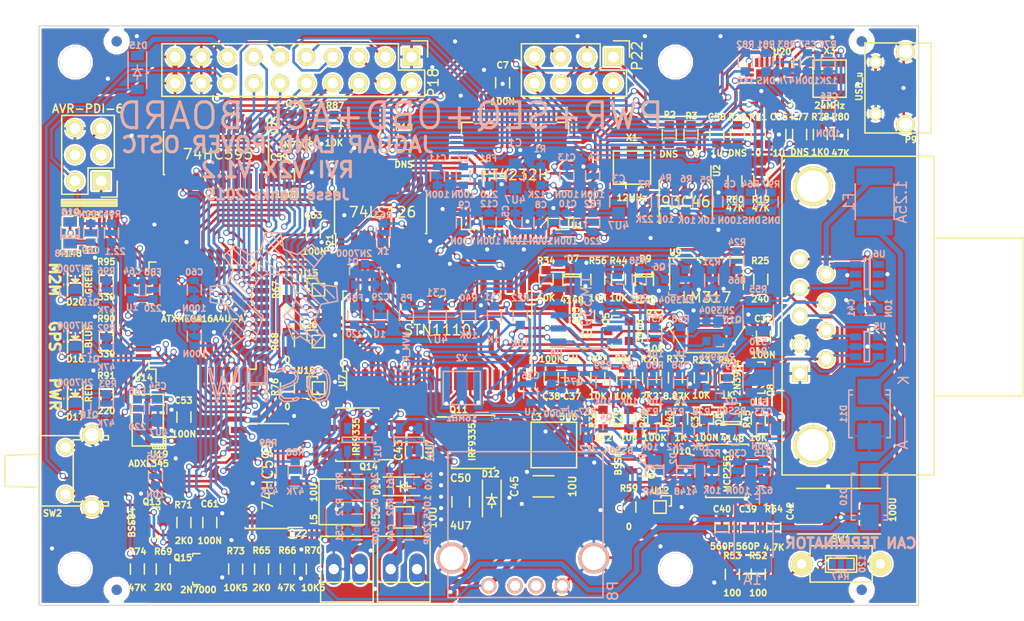
<source format=kicad_pcb>
(kicad_pcb (version 4) (host pcbnew 4.0.0-rc1-stable)
  (layers (0 F.Cu signal) (31 B.Cu signal) (34 B.Paste user) (35 F.Paste user) (36 B.SilkS user) (37 F.SilkS user) (38 B.Mask user) (39 F.Mask user) (44 Edge.Cuts user))
  (net 0 "")
  (net 1 FT3V3PLL)
  (net 2 GND)
  (net 3 FT3V3PHY)
  (net 4 3V3_B)
  (net 5 FT1V8)
  (net 6 "Net-(C29-Pad1)")
  (net 7 BAT_SAMPLE)
  (net 8 "Net-(C31-Pad1)")
  (net 9 CAN_12V_SW)
  (net 10 CAN_5V_SW)
  (net 11 3V3_C)
  (net 12 CAN_3.3V_SW)
  (net 13 "Net-(C39-Pad1)")
  (net 14 "Net-(C40-Pad1)")
  (net 15 12V0_A)
  (net 16 12V0_B)
  (net 17 "Net-(C44-Pad1)")
  (net 18 "Net-(C44-Pad2)")
  (net 19 "Net-(C51-Pad1)")
  (net 20 "Net-(C51-Pad2)")
  (net 21 3V3_D)
  (net 22 "Net-(C54-Pad1)")
  (net 23 "Net-(C56-Pad1)")
  (net 24 "Net-(C58-Pad1)")
  (net 25 3V3_A)
  (net 26 PDI)
  (net 27 SEQ_RESET)
  (net 28 J1850+)
  (net 29 "Net-(D7-Pad2)")
  (net 30 "Net-(D8-Pad1)")
  (net 31 "Net-(D9-Pad2)")
  (net 32 "Net-(D10-Pad2)")
  (net 33 "Net-(D12-Pad1)")
  (net 34 "Net-(D14-Pad1)")
  (net 35 4V1_A)
  (net 36 "Net-(D16-Pad2)")
  (net 37 "Net-(D16-Pad1)")
  (net 38 "Net-(D17-Pad2)")
  (net 39 "Net-(D17-Pad1)")
  (net 40 5V0_B)
  (net 41 5V0_B_OUT)
  (net 42 ACL_INT2)
  (net 43 HUB_STATUS)
  (net 44 HUB_SUSP)
  (net 45 HOST_SC)
  (net 46 CAN_RXD_FTDI)
  (net 47 SR_CLEAR)
  (net 48 SR_LATCH)
  (net 49 CAN_TXD)
  (net 50 SEQ_SS)
  (net 51 SEQ_MOSI)
  (net 52 SEQ_MISO)
  (net 53 SEQ_SCK)
  (net 54 SIM_TXD)
  (net 55 SIM_RXD)
  (net 56 SEQ_RXD_DM)
  (net 57 SEQ_TXD_DP)
  (net 58 HUB_SDA)
  (net 59 HUB_SCL)
  (net 60 ACCEL_RXD)
  (net 61 ACCEL_TXD)
  (net 62 SIM_NET)
  (net 63 SIM_PWR)
  (net 64 SIMCARD)
  (net 65 ACL_INT1)
  (net 66 CAN_H)
  (net 67 K-LINE)
  (net 68 CAN_L)
  (net 69 L-LINE)
  (net 70 J1850-)
  (net 71 HUB_DM)
  (net 72 HUB_DP)
  (net 73 5V0_A)
  (net 74 FTDI_DM)
  (net 75 FTDI_DP)
  (net 76 USB_INT_DM)
  (net 77 USB_INT_DP)
  (net 78 SEQ_RXD)
  (net 79 SEQ_TXD)
  (net 80 PWM/~VPW)
  (net 81 "Net-(Q1-Pad3)")
  (net 82 "Net-(Q2-Pad1)")
  (net 83 "Net-(Q3-Pad1)")
  (net 84 "Net-(Q4-Pad1)")
  (net 85 "Net-(Q5-Pad1)")
  (net 86 "Net-(Q5-Pad2)")
  (net 87 "Net-(Q6-Pad1)")
  (net 88 "Net-(Q6-Pad3)")
  (net 89 CAN_POWERDOWN)
  (net 90 "Net-(Q7-Pad3)")
  (net 91 "Net-(Q8-Pad1)")
  (net 92 "Net-(Q9-Pad1)")
  (net 93 "Net-(Q10-Pad1)")
  (net 94 "Net-(Q11-Pad1)")
  (net 95 "Net-(Q13-Pad1)")
  (net 96 "Net-(Q13-Pad3)")
  (net 97 "Net-(Q14-Pad1)")
  (net 98 "Net-(Q15-Pad2)")
  (net 99 SIM_PWR_ON)
  (net 100 ~SIM_PWR_ON)
  (net 101 "Net-(R1-Pad1)")
  (net 102 ~FTDI_RESET)
  (net 103 HUB_PWR_PRT1)
  (net 104 "Net-(R4-Pad1)")
  (net 105 EECS)
  (net 106 EECLK)
  (net 107 EEDATA)
  (net 108 SIM_VBUS)
  (net 109 HUB_PWR_PRT2)
  (net 110 PWM_RX)
  (net 111 "Net-(R22-Pad1)")
  (net 112 J1850_BUS_+_TX)
  (net 113 "Net-(R23-Pad1)")
  (net 114 J1850_BUS_-_TX)
  (net 115 "Net-(R24-Pad1)")
  (net 116 "Net-(R26-Pad2)")
  (net 117 ~VPW_RX)
  (net 118 "Net-(R34-Pad1)")
  (net 119 CAN_TX)
  (net 120 "Net-(R47-Pad2)")
  (net 121 ISO_L_TX)
  (net 122 "Net-(R50-Pad2)")
  (net 123 ISO_RX)
  (net 124 "Net-(R54-Pad1)")
  (net 125 "Net-(R57-Pad1)")
  (net 126 ISO_K_TX)
  (net 127 5V0_B_EN)
  (net 128 "Net-(R59-Pad2)")
  (net 129 3V3_EN)
  (net 130 "Net-(R65-Pad2)")
  (net 131 3V3_B_EN)
  (net 132 "Net-(R67-Pad2)")
  (net 133 3V3_C_EN)
  (net 134 "Net-(R68-Pad2)")
  (net 135 "Net-(R74-Pad2)")
  (net 136 3V3_D_EN)
  (net 137 "Net-(R76-Pad2)")
  (net 138 HUB_SUSP_IND)
  (net 139 "Net-(R79-Pad2)")
  (net 140 FT_CLK)
  (net 141 FT_CLKN)
  (net 142 SIM_DM)
  (net 143 SIM_DP)
  (net 144 SIM_RF_OFF)
  (net 145 ~CAN_RESET)
  (net 146 CAN_CLK)
  (net 147 CAN_CLKN)
  (net 148 ~CAN_SLEEP)
  (net 149 CAN_RX)
  (net 150 CAN_RXD)
  (net 151 5V0_EN)
  (net 152 4V1_EN)
  (net 153 ~HUB_RESET)
  (net 154 HUB_CLKN)
  (net 155 HUB_CLK)
  (net 156 "Net-(U22-Pad9)")
  (net 157 BUTTON)
  (net 158 3V3_E)
  (net 159 "Net-(C69-Pad1)")
  (net 160 "Net-(C69-Pad2)")
  (net 161 "Net-(D20-Pad2)")
  (net 162 "Net-(D20-Pad1)")
  (net 163 SIM_USB_DET)
  (net 164 "Net-(P5-Pad1)")
  (net 165 3V3_F)
  (net 166 SEQ_WAKE)
  (net 167 ~SIM_RESET)
  (net 168 SEQ_LED3)
  (net 169 SEQ_LED1)
  (net 170 SEQ_LED2)
  (net 171 "Net-(CON1-Pad3)")
  (net 172 "Net-(CON1-Pad4)")
  (net 173 CAN_RXD_SEQ)
  (net 174 "Net-(P6-Pad1)")
  (net 175 "Net-(P8-Pad3)")
  (net 176 "Net-(P8-Pad2)")
  (net 177 "Net-(P9-Pad4)")
  (net 178 "Net-(P10-Pad1)")
  (net 179 "Net-(P12-Pad1)")
  (net 180 "Net-(P15-Pad1)")
  (net 181 "Net-(U1-Pad18)")
  (net 182 "Net-(U1-Pad19)")
  (net 183 "Net-(U1-Pad21)")
  (net 184 "Net-(U1-Pad22)")
  (net 185 "Net-(U1-Pad23)")
  (net 186 "Net-(U1-Pad24)")
  (net 187 "Net-(U1-Pad28)")
  (net 188 "Net-(U1-Pad29)")
  (net 189 "Net-(U1-Pad30)")
  (net 190 "Net-(U1-Pad32)")
  (net 191 "Net-(U1-Pad33)")
  (net 192 "Net-(U1-Pad34)")
  (net 193 "Net-(U1-Pad40)")
  (net 194 "Net-(U1-Pad41)")
  (net 195 "Net-(U1-Pad43)")
  (net 196 "Net-(U1-Pad44)")
  (net 197 "Net-(U1-Pad45)")
  (net 198 "Net-(U1-Pad46)")
  (net 199 "Net-(U1-Pad48)")
  (net 200 "Net-(U1-Pad52)")
  (net 201 "Net-(U1-Pad53)")
  (net 202 "Net-(U1-Pad54)")
  (net 203 "Net-(U1-Pad55)")
  (net 204 "Net-(U1-Pad57)")
  (net 205 "Net-(U1-Pad58)")
  (net 206 "Net-(U1-Pad59)")
  (net 207 "Net-(U6-Pad3)")
  (net 208 "Net-(U7-Pad22)")
  (net 209 "Net-(U7-Pad23)")
  (net 210 "Net-(U7-Pad24)")
  (net 211 "Net-(U8-Pad8)")
  (net 212 "Net-(U8-Pad9)")
  (net 213 "Net-(U8-Pad14)")
  (net 214 "Net-(U10-Pad5)")
  (net 215 "Net-(U20-Pad6)")
  (net 216 "Net-(U20-Pad8)")
  (net 217 "Net-(U20-Pad12)")
  (net 218 "Net-(U23-Pad9)")
  (net 219 5V0_HOST)
  (net 220 SIM_WAKE)
  (net 221 "Net-(R2-Pad1)")
  (net 222 HUB_ENABLE)
  (net 223 "Net-(R63-Pad1)")
  (net 224 SEQ_CHGPUMP)
  (net 225 CAN_BUF_SEQ)
  (net 226 CAN_BUF_FTDI)
  (net 227 "Net-(U14-Pad36)")
  (net 228 "Net-(U14-Pad37)")
  (module Housings_SOT-23_SOT-143_TSOT-6:SOT-23-5 (layer B.Cu) (at 71 163 90)
    (fp_text reference U11 (at -1.3 2.1 90) (layer B.SilkS) (effects (font (size 0.6 0.6)) (justify mirror)))
    (fp_text value XRP6124 hide)
    (pad 1 smd rect (at -1.1 0.95 90) (size 1.06 0.65) (layers B.Cu B.Paste B.Mask) (net 151 5V0_EN))
    (pad 2 smd rect (at -1.1 0 90) (size 1.06 0.65) (layers B.Cu B.Paste B.Mask) (net 2 GND))
    (pad 3 smd rect (at -1.1 -0.95 90) (size 1.06 0.65) (layers B.Cu B.Paste B.Mask) (net 18 "Net-(C44-Pad2)"))
    (pad 4 smd rect (at 1.1 -0.95 90) (size 1.06 0.65) (layers B.Cu B.Paste B.Mask) (net 94 "Net-(Q11-Pad1)"))
    (pad 5 smd rect (at 1.1 0.95 90) (size 1.06 0.65) (layers B.Cu B.Paste B.Mask) (net 16 12V0_B))
  )
  (module Housings_SOIC:SOIC-14_3.9x8.7mm_Pitch1.27mm (layer B.Cu) (at 88.15 149.7)
    (fp_text reference U8 (at -2.9 5) (layer B.SilkS) (effects (font (size 0.6 0.6)) (justify mirror)))
    (fp_text value LM339 (at 0 0 90) (layer B.SilkS) (effects (justify mirror)))
    (pad 1 smd rect (at -2.7 3.81) (size 1.5 0.6) (layers B.Cu B.Paste B.Mask) (net 117 ~VPW_RX))
    (pad 2 smd rect (at -2.7 2.54) (size 1.5 0.6) (layers B.Cu B.Paste B.Mask) (net 110 PWM_RX))
    (pad 3 smd rect (at -2.7 1.27) (size 1.5 0.6) (layers B.Cu B.Paste B.Mask) (net 10 CAN_5V_SW))
    (pad 4 smd rect (at -2.7 0) (size 1.5 0.6) (layers B.Cu B.Paste B.Mask) (net 113 "Net-(R23-Pad1)"))
    (pad 5 smd rect (at -2.7 -1.27) (size 1.5 0.6) (layers B.Cu B.Paste B.Mask) (net 111 "Net-(R22-Pad1)"))
    (pad 6 smd rect (at -2.7 -2.54) (size 1.5 0.6) (layers B.Cu B.Paste B.Mask) (net 118 "Net-(R34-Pad1)"))
    (pad 7 smd rect (at -2.7 -3.81) (size 1.5 0.6) (layers B.Cu B.Paste B.Mask) (net 116 "Net-(R26-Pad2)"))
    (pad 8 smd rect (at 2.7 -3.81) (size 1.5 0.6) (layers B.Cu B.Paste B.Mask) (net 211 "Net-(U8-Pad8)"))
    (pad 9 smd rect (at 2.7 -2.54) (size 1.5 0.6) (layers B.Cu B.Paste B.Mask) (net 212 "Net-(U8-Pad9)"))
    (pad 10 smd rect (at 2.7 -1.27) (size 1.5 0.6) (layers B.Cu B.Paste B.Mask) (net 125 "Net-(R57-Pad1)"))
    (pad 11 smd rect (at 2.7 0) (size 1.5 0.6) (layers B.Cu B.Paste B.Mask) (net 122 "Net-(R50-Pad2)"))
    (pad 12 smd rect (at 2.7 1.27) (size 1.5 0.6) (layers B.Cu B.Paste B.Mask) (net 2 GND))
    (pad 13 smd rect (at 2.7 2.54) (size 1.5 0.6) (layers B.Cu B.Paste B.Mask) (net 123 ISO_RX))
    (pad 14 smd rect (at 2.7 3.81) (size 1.5 0.6) (layers B.Cu B.Paste B.Mask) (net 213 "Net-(U8-Pad14)"))
  )
  (module Capacitors_Tantalum_SMD:TantalC_SizeD_EIA-7343_Reflow (layer F.Cu) (at 112.75 169.9)
    (fp_text reference C42 (at -4.9 0 90) (layer F.SilkS) (effects (font (size 0.6 0.6))))
    (fp_text value 100U (at 5 -0.15 90) (layer F.SilkS) (effects (font (size 0.6 0.6))))
    (pad 2 smd rect (at 3.12 0) (size 2.37 2.43) (layers F.Cu F.Paste F.Mask) (net 2 GND))
    (pad 1 smd rect (at -3.12 0) (size 2.37 2.43) (layers F.Cu F.Paste F.Mask) (net 16 12V0_B))
  )
  (module Pin_Headers:Pin_Header_Straight_2x03 (layer F.Cu) (at 41.25 138 180)
    (fp_text reference CON1 hide)
    (fp_text value AVR-PDI-6 (at 1.3 7 360) (layer F.SilkS) (effects (font (size 0.8 0.8))))
    (pad 1 thru_hole rect (at 0 0 180) (size 1.7272 1.7272) (drill 1.016) (layers *.Cu *.Mask F.SilkS) (net 26 PDI))
    (pad 2 thru_hole oval (at 2.54 0 180) (size 1.7272 1.7272) (drill 1.016) (layers *.Cu *.Mask F.SilkS) (net 25 3V3_A))
    (pad 3 thru_hole oval (at 0 2.54 180) (size 1.7272 1.7272) (drill 1.016) (layers *.Cu *.Mask F.SilkS) (net 171 "Net-(CON1-Pad3)"))
    (pad 4 thru_hole oval (at 2.54 2.54 180) (size 1.7272 1.7272) (drill 1.016) (layers *.Cu *.Mask F.SilkS) (net 172 "Net-(CON1-Pad4)"))
    (pad 5 thru_hole oval (at 0 5.08 180) (size 1.7272 1.7272) (drill 1.016) (layers *.Cu *.Mask F.SilkS) (net 27 SEQ_RESET))
    (pad 6 thru_hole oval (at 2.54 5.08 180) (size 1.7272 1.7272) (drill 1.016) (layers *.Cu *.Mask F.SilkS) (net 2 GND))
  )
  (module Diodes_SMD:SOD-123 (layer F.Cu) (at 79 168.9 270)
    (fp_text reference D12 (at -2.6 0.1 360) (layer F.SilkS) (effects (font (size 0.6 0.6))))
    (fp_text value SBR3U30P1-7 hide)
    (pad 1 smd rect (at -1.635 0 270) (size 0.91 1.22) (layers F.Cu F.Paste F.Mask) (net 33 "Net-(D12-Pad1)"))
    (pad 2 smd rect (at 1.635 0 270) (size 0.91 1.22) (layers F.Cu F.Paste F.Mask) (net 2 GND))
  )
  (module Diodes_SMD:SOD-123 (layer F.Cu) (at 70.5 167.5)
    (fp_text reference D14 (at -2.6 0 90) (layer F.SilkS) (effects (font (size 0.6 0.6))))
    (fp_text value SBR3U30P1-7 hide)
    (pad 1 smd rect (at -1.635 0) (size 0.91 1.22) (layers F.Cu F.Paste F.Mask) (net 34 "Net-(D14-Pad1)"))
    (pad 2 smd rect (at 1.635 0) (size 0.91 1.22) (layers F.Cu F.Paste F.Mask) (net 2 GND))
  )
  (module Diodes_SMD:SOD-123 (layer B.Cu) (at 44.75 127.5 270)
    (fp_text reference D15 (at -2.6 -0.1 360) (layer B.SilkS) (effects (font (size 0.6 0.6)) (justify mirror)))
    (fp_text value MMSZ4678T1G hide)
    (pad 1 smd rect (at -1.635 0 270) (size 0.91 1.22) (layers B.Cu B.Paste B.Mask) (net 35 4V1_A))
    (pad 2 smd rect (at 1.635 0 270) (size 0.91 1.22) (layers B.Cu B.Paste B.Mask) (net 25 3V3_A))
  )
  (module Resistors_SMD:R_1812 (layer B.Cu) (at 116 140 270)
    (fp_text reference F1 (at 0 2.5 270) (layer B.SilkS) (effects (justify mirror)))
    (fp_text value 1.25A (at 0 -2.6 270) (layer B.SilkS) (effects (justify mirror)))
    (pad 1 smd rect (at -2.4384 0 270) (size 1.6 3.5) (layers B.Cu B.Paste B.Mask) (net 15 12V0_A))
    (pad 2 smd rect (at 2.4384 0 270) (size 1.6 3.5) (layers B.Cu B.Paste B.Mask) (net 32 "Net-(D10-Pad2)"))
  )
  (module Resistors_SMD:R_1812 (layer B.Cu) (at 104.3 172.6 270)
    (fp_text reference F2 (at -3.8 0.1 360) (layer B.SilkS) (effects (justify mirror)))
    (fp_text value 1A (at 3.9 0.1 360) (layer B.SilkS) (effects (justify mirror)))
    (pad 1 smd rect (at -2.4384 0 270) (size 1.6 3.5) (layers B.Cu B.Paste B.Mask) (net 40 5V0_B))
    (pad 2 smd rect (at 2.4384 0 270) (size 1.6 3.5) (layers B.Cu B.Paste B.Mask) (net 41 5V0_B_OUT))
  )
  (module Housings_QFP:TQFP-44_10x10mm_Pitch0.8mm (layer F.Cu) (at 51.05 151 90)
    (fp_text reference U14 (at -6 -5.7 180) (layer F.SilkS) (effects (font (size 0.6 0.6))))
    (fp_text value ATXMEGA16A4U-A (at -0.3 0 180) (layer F.SilkS) (effects (font (size 0.6 0.6))))
    (pad 1 smd rect (at -5.7 -4 90) (size 1.5 0.55) (layers F.Cu F.Paste F.Mask) (net 44 HUB_SUSP))
    (pad 2 smd rect (at -5.7 -3.2 90) (size 1.5 0.55) (layers F.Cu F.Paste F.Mask) (net 169 SEQ_LED1))
    (pad 3 smd rect (at -5.7 -2.4 90) (size 1.5 0.55) (layers F.Cu F.Paste F.Mask) (net 170 SEQ_LED2))
    (pad 4 smd rect (at -5.7 -1.6 90) (size 1.5 0.55) (layers F.Cu F.Paste F.Mask) (net 168 SEQ_LED3))
    (pad 5 smd rect (at -5.7 -0.8 90) (size 1.5 0.55) (layers F.Cu F.Paste F.Mask) (net 45 HOST_SC))
    (pad 6 smd rect (at -5.7 0 90) (size 1.5 0.55) (layers F.Cu F.Paste F.Mask) (net 225 CAN_BUF_SEQ))
    (pad 7 smd rect (at -5.7 0.8 90) (size 1.5 0.55) (layers F.Cu F.Paste F.Mask) (net 226 CAN_BUF_FTDI))
    (pad 8 smd rect (at -5.7 1.6 90) (size 1.5 0.55) (layers F.Cu F.Paste F.Mask) (net 2 GND))
    (pad 9 smd rect (at -5.7 2.4 90) (size 1.5 0.55) (layers F.Cu F.Paste F.Mask) (net 25 3V3_A))
    (pad 10 smd rect (at -5.7 3.2 90) (size 1.5 0.55) (layers F.Cu F.Paste F.Mask) (net 47 SR_CLEAR))
    (pad 11 smd rect (at -5.7 4 90) (size 1.5 0.55) (layers F.Cu F.Paste F.Mask) (net 48 SR_LATCH))
    (pad 12 smd rect (at -4 5.7 180) (size 1.5 0.55) (layers F.Cu F.Paste F.Mask) (net 49 CAN_TXD))
    (pad 13 smd rect (at -3.2 5.7 180) (size 1.5 0.55) (layers F.Cu F.Paste F.Mask) (net 173 CAN_RXD_SEQ))
    (pad 14 smd rect (at -2.4 5.7 180) (size 1.5 0.55) (layers F.Cu F.Paste F.Mask) (net 50 SEQ_SS))
    (pad 15 smd rect (at -1.6 5.7 180) (size 1.5 0.55) (layers F.Cu F.Paste F.Mask) (net 51 SEQ_MOSI))
    (pad 16 smd rect (at -0.8 5.7 180) (size 1.5 0.55) (layers F.Cu F.Paste F.Mask) (net 52 SEQ_MISO))
    (pad 17 smd rect (at 0 5.7 180) (size 1.5 0.55) (layers F.Cu F.Paste F.Mask) (net 53 SEQ_SCK))
    (pad 18 smd rect (at 0.8 5.7 180) (size 1.5 0.55) (layers F.Cu F.Paste F.Mask) (net 2 GND))
    (pad 19 smd rect (at 1.6 5.7 180) (size 1.5 0.55) (layers F.Cu F.Paste F.Mask) (net 25 3V3_A))
    (pad 20 smd rect (at 2.4 5.7 180) (size 1.5 0.55) (layers F.Cu F.Paste F.Mask) (net 166 SEQ_WAKE))
    (pad 21 smd rect (at 3.2 5.7 180) (size 1.5 0.55) (layers F.Cu F.Paste F.Mask) (net 62 SIM_NET))
    (pad 22 smd rect (at 4 5.7 180) (size 1.5 0.55) (layers F.Cu F.Paste F.Mask) (net 54 SIM_TXD))
    (pad 23 smd rect (at 5.7 4 90) (size 1.5 0.55) (layers F.Cu F.Paste F.Mask) (net 55 SIM_RXD))
    (pad 24 smd rect (at 5.7 3.2 90) (size 1.5 0.55) (layers F.Cu F.Paste F.Mask) (net 63 SIM_PWR))
    (pad 25 smd rect (at 5.7 2.4 90) (size 1.5 0.55) (layers F.Cu F.Paste F.Mask) (net 64 SIMCARD))
    (pad 26 smd rect (at 5.7 1.6 90) (size 1.5 0.55) (layers F.Cu F.Paste F.Mask) (net 56 SEQ_RXD_DM))
    (pad 27 smd rect (at 5.7 0.8 90) (size 1.5 0.55) (layers F.Cu F.Paste F.Mask) (net 57 SEQ_TXD_DP))
    (pad 28 smd rect (at 5.7 0 90) (size 1.5 0.55) (layers F.Cu F.Paste F.Mask) (net 58 HUB_SDA))
    (pad 29 smd rect (at 5.7 -0.8 90) (size 1.5 0.55) (layers F.Cu F.Paste F.Mask) (net 59 HUB_SCL))
    (pad 30 smd rect (at 5.7 -1.6 90) (size 1.5 0.55) (layers F.Cu F.Paste F.Mask) (net 2 GND))
    (pad 31 smd rect (at 5.7 -2.4 90) (size 1.5 0.55) (layers F.Cu F.Paste F.Mask) (net 25 3V3_A))
    (pad 32 smd rect (at 5.7 -3.2 90) (size 1.5 0.55) (layers F.Cu F.Paste F.Mask) (net 60 ACCEL_RXD))
    (pad 33 smd rect (at 5.7 -4 90) (size 1.5 0.55) (layers F.Cu F.Paste F.Mask) (net 61 ACCEL_TXD))
    (pad 34 smd rect (at 4 -5.7 180) (size 1.5 0.55) (layers F.Cu F.Paste F.Mask) (net 26 PDI))
    (pad 35 smd rect (at 3.2 -5.7 180) (size 1.5 0.55) (layers F.Cu F.Paste F.Mask) (net 27 SEQ_RESET))
    (pad 36 smd rect (at 2.4 -5.7 180) (size 1.5 0.55) (layers F.Cu F.Paste F.Mask) (net 227 "Net-(U14-Pad36)"))
    (pad 37 smd rect (at 1.6 -5.7 180) (size 1.5 0.55) (layers F.Cu F.Paste F.Mask) (net 228 "Net-(U14-Pad37)"))
    (pad 38 smd rect (at 0.8 -5.7 180) (size 1.5 0.55) (layers F.Cu F.Paste F.Mask) (net 2 GND))
    (pad 39 smd rect (at 0 -5.7 180) (size 1.5 0.55) (layers F.Cu F.Paste F.Mask) (net 165 3V3_F))
    (pad 40 smd rect (at -0.8 -5.7 180) (size 1.5 0.55) (layers F.Cu F.Paste F.Mask) (net 157 BUTTON))
    (pad 41 smd rect (at -1.6 -5.7 180) (size 1.5 0.55) (layers F.Cu F.Paste F.Mask) (net 224 SEQ_CHGPUMP))
    (pad 42 smd rect (at -2.4 -5.7 180) (size 1.5 0.55) (layers F.Cu F.Paste F.Mask) (net 42 ACL_INT2))
    (pad 43 smd rect (at -3.2 -5.7 180) (size 1.5 0.55) (layers F.Cu F.Paste F.Mask) (net 65 ACL_INT1))
    (pad 44 smd rect (at -4 -5.7 180) (size 1.5 0.55) (layers F.Cu F.Paste F.Mask) (net 43 HUB_STATUS))
  )
  (module "Custom Parts:D09P13B4PA00LF" (layer F.Cu) (at 121.75 151 270)
    (fp_text reference J1 hide)
    (fp_text value DB9 hide)
    (pad "" thru_hole circle (at 12.5 11.7 270) (size 3.81 3.81) (drill 3.048) (layers *.Cu *.Mask F.SilkS) (net 2 GND))
    (pad "" thru_hole circle (at -12.5 11.7 270) (size 3.81 3.81) (drill 3.048) (layers *.Cu *.Mask F.SilkS) (net 2 GND))
    (pad 1 thru_hole rect (at 5.588 12.97 270) (size 1.524 1.524) (drill 1.016) (layers *.Cu *.Mask F.SilkS) (net 2 GND))
    (pad 2 thru_hole circle (at 2.794 12.97 270) (size 1.524 1.524) (drill 1.016) (layers *.Cu *.Mask F.SilkS) (net 2 GND))
    (pad 3 thru_hole circle (at 0 12.97 270) (size 1.524 1.524) (drill 1.016) (layers *.Cu *.Mask F.SilkS) (net 66 CAN_H))
    (pad 4 thru_hole circle (at -2.667 12.97 270) (size 1.524 1.524) (drill 1.016) (layers *.Cu *.Mask F.SilkS) (net 67 K-LINE))
    (pad 5 thru_hole circle (at -5.461 12.97 270) (size 1.524 1.524) (drill 1.016) (layers *.Cu *.Mask F.SilkS) (net 68 CAN_L))
    (pad 9 thru_hole circle (at -4.064 10.43 270) (size 1.524 1.524) (drill 1.016) (layers *.Cu *.Mask F.SilkS) (net 15 12V0_A))
    (pad 8 thru_hole circle (at -1.27 10.43 270) (size 1.524 1.524) (drill 1.016) (layers *.Cu *.Mask F.SilkS) (net 69 L-LINE))
    (pad 7 thru_hole circle (at 1.397 10.43 270) (size 1.524 1.524) (drill 1.016) (layers *.Cu *.Mask F.SilkS) (net 28 J1850+))
    (pad 6 thru_hole circle (at 4.191 10.43 270) (size 1.524 1.524) (drill 1.016) (layers *.Cu *.Mask F.SilkS) (net 70 J1850-))
  )
  (module "Custom Parts:4.5x4.5mm_Ind" (layer F.Cu) (at 85 163.5)
    (fp_text reference L3 (at -1.7 -2.7) (layer F.SilkS) (effects (font (size 0.6 0.6))))
    (fp_text value 5U6 (at 1.4 -2.7) (layer F.SilkS) (effects (font (size 0.6 0.6))))
    (pad 1 smd rect (at -2.2 0) (size 1.5 2.4) (layers F.Cu F.Paste F.Mask) (net 33 "Net-(D12-Pad1)"))
    (pad 2 smd rect (at 2.2 0) (size 1.5 2.4) (layers F.Cu F.Paste F.Mask) (net 17 "Net-(C44-Pad1)"))
  )
  (module "Custom Parts:4.5x4.5mm_Ind" (layer F.Cu) (at 64.5 169 270)
    (fp_text reference L5 (at 1.7 2.7 270) (layer F.SilkS) (effects (font (size 0.6 0.6))))
    (fp_text value 10U (at -0.9 2.7 270) (layer F.SilkS) (effects (font (size 0.6 0.6))))
    (pad 1 smd rect (at -2.2 0 270) (size 1.5 2.4) (layers F.Cu F.Paste F.Mask) (net 34 "Net-(D14-Pad1)"))
    (pad 2 smd rect (at 2.2 0 270) (size 1.5 2.4) (layers F.Cu F.Paste F.Mask) (net 19 "Net-(C51-Pad1)"))
  )
  (module Fiducials:Fiducial_1mm_Dia_2.54mm_Outer_CopperTop (layer F.Cu) (at 42.75 124.5)
    (fp_text reference P7 hide)
    (fp_text value Ficudial1 hide)
    (pad ~ smd circle (at 0 0) (size 1 1) (layers F.Cu F.Mask) (clearance 0.77))
  )
  (module "Custom Parts:USB_Micro-B-DX4R005JJ2R1800" (layer F.Cu) (at 120.25 129 90)
    (fp_text reference P9 (at -5 -0.75 180) (layer F.SilkS) (effects (font (size 0.6 0.6))))
    (fp_text value USB_u (at 0.15 -5.75 90) (layer F.SilkS) (effects (font (size 0.6 0.6))))
    (pad 6 thru_hole circle (at -3.5009 -1.26254 180) (size 1.8 1.8) (drill 1.3) (layers *.Cu *.Mask F.SilkS) (net 2 GND))
    (pad 1 smd rect (at -1.3009 -4.16254 180) (size 1.35 0.4) (layers F.Cu F.Paste F.Mask) (net 219 5V0_HOST))
    (pad 2 smd rect (at -0.6509 -4.16254 180) (size 1.35 0.4) (layers F.Cu F.Paste F.Mask) (net 71 HUB_DM))
    (pad 3 smd rect (at -0.0009 -4.16254 180) (size 1.35 0.4) (layers F.Cu F.Paste F.Mask) (net 72 HUB_DP))
    (pad 4 smd rect (at 0.6491 -4.16254 180) (size 1.35 0.4) (layers F.Cu F.Paste F.Mask) (net 177 "Net-(P9-Pad4)"))
    (pad 5 smd rect (at 1.2991 -4.16254 180) (size 1.35 0.4) (layers F.Cu F.Paste F.Mask) (net 2 GND))
    (pad 6 thru_hole circle (at -2.5009 -4.16254 180) (size 1.25 1.25) (drill 0.85) (layers *.Cu *.Mask F.SilkS) (net 2 GND))
    (pad 6 thru_hole circle (at 2.4991 -4.16254 180) (size 1.25 1.25) (drill 0.85) (layers *.Cu *.Mask F.SilkS) (net 2 GND))
    (pad 6 thru_hole circle (at 3.4991 -1.26254 180) (size 1.8 1.8) (drill 1.3) (layers *.Cu *.Mask F.SilkS) (net 2 GND))
    (pad 6 smd rect (at -1.65 -1.45 90) (size 1.1 2.1) (layers F.Cu F.Paste F.Mask) (net 2 GND))
    (pad 6 smd rect (at 1.65 -1.45 90) (size 1.1 2.1) (layers F.Cu F.Paste F.Mask) (net 2 GND))
  )
  (module Fiducials:Fiducial_1mm_Dia_2.54mm_Outer_CopperTop (layer B.Cu) (at 114.75 124.5)
    (fp_text reference P11 hide)
    (fp_text value Ficudial2 hide)
    (pad ~ smd circle (at 0 0) (size 1 1) (layers B.Cu B.Mask) (clearance 0.77))
  )
  (module Fiducials:Fiducial_1mm_Dia_2.54mm_Outer_CopperTop (layer F.Cu) (at 114.75 124.5)
    (fp_text reference P13 hide)
    (fp_text value Ficudial3 hide)
    (pad ~ smd circle (at 0 0) (size 1 1) (layers F.Cu F.Mask) (clearance 0.77))
  )
  (module Fiducials:Fiducial_1mm_Dia_2.54mm_Outer_CopperTop (layer F.Cu) (at 42.75 177.5)
    (fp_text reference P16 hide)
    (fp_text value Ficudial4 hide)
    (pad ~ smd circle (at 0 0) (size 1 1) (layers F.Cu F.Mask) (clearance 0.77))
  )
  (module Connect:PINHEAD1-2 (layer F.Cu) (at 70.5 175.5 180)
    (fp_text reference P17 hide)
    (fp_text value CUR_SEN hide)
    (pad 1 thru_hole oval (at -1.27 0 180) (size 1.50622 3.01498) (drill 0.99822) (layers *.Cu *.Mask) (net 73 5V0_A))
    (pad 2 thru_hole oval (at 1.27 0 180) (size 1.50622 3.01498) (drill 0.99822) (layers *.Cu *.Mask) (net 17 "Net-(C44-Pad1)"))
  )
  (module Connect:PINHEAD1-2 (layer F.Cu) (at 65 175.5 180)
    (fp_text reference P19 hide)
    (fp_text value CUR_SEN hide)
    (pad 1 thru_hole oval (at -1.27 0 180) (size 1.50622 3.01498) (drill 0.99822) (layers *.Cu *.Mask) (net 25 3V3_A))
    (pad 2 thru_hole oval (at 1.27 0 180) (size 1.50622 3.01498) (drill 0.99822) (layers *.Cu *.Mask) (net 19 "Net-(C51-Pad1)"))
  )
  (module Fiducials:Fiducial_1mm_Dia_2.54mm_Outer_CopperTop (layer B.Cu) (at 114.75 177.5)
    (fp_text reference P20 hide)
    (fp_text value "Jumper 1" hide)
    (pad ~ smd circle (at 0 0) (size 1 1) (layers B.Cu B.Mask) (clearance 0.77))
  )
  (module Fiducials:Fiducial_1mm_Dia_2.54mm_Outer_CopperTop (layer F.Cu) (at 114.75 177.5)
    (fp_text reference P21 hide)
    (fp_text value "Jumper 2" hide)
    (pad ~ smd circle (at 0 0) (size 1 1) (layers F.Cu F.Mask) (clearance 0.77))
  )
  (module Pin_Headers:Pin_Header_Straight_2x04 (layer F.Cu) (at 90.75 126 270)
    (fp_text reference P22 (at -0.1 -2.3 270) (layer F.SilkS))
    (fp_text value CONN_02X04 hide)
    (pad 1 thru_hole rect (at 0 0 270) (size 1.7272 1.7272) (drill 1.016) (layers *.Cu *.Mask F.SilkS) (net 74 FTDI_DM))
    (pad 2 thru_hole oval (at 2.54 0 270) (size 1.7272 1.7272) (drill 1.016) (layers *.Cu *.Mask F.SilkS) (net 75 FTDI_DP))
    (pad 3 thru_hole oval (at 0 2.54 270) (size 1.7272 1.7272) (drill 1.016) (layers *.Cu *.Mask F.SilkS) (net 76 USB_INT_DM))
    (pad 4 thru_hole oval (at 2.54 2.54 270) (size 1.7272 1.7272) (drill 1.016) (layers *.Cu *.Mask F.SilkS) (net 77 USB_INT_DP))
    (pad 5 thru_hole oval (at 0 5.08 270) (size 1.7272 1.7272) (drill 1.016) (layers *.Cu *.Mask F.SilkS) (net 56 SEQ_RXD_DM))
    (pad 6 thru_hole oval (at 2.54 5.08 270) (size 1.7272 1.7272) (drill 1.016) (layers *.Cu *.Mask F.SilkS) (net 57 SEQ_TXD_DP))
    (pad 7 thru_hole oval (at 0 7.62 270) (size 1.7272 1.7272) (drill 1.016) (layers *.Cu *.Mask F.SilkS) (net 78 SEQ_RXD))
    (pad 8 thru_hole oval (at 2.54 7.62 270) (size 1.7272 1.7272) (drill 1.016) (layers *.Cu *.Mask F.SilkS) (net 79 SEQ_TXD))
  )
  (module Fiducials:Fiducial_1mm_Dia_2.54mm_Outer_CopperTop (layer B.Cu) (at 42.75 124.5)
    (fp_text reference P23 hide)
    (fp_text value "Jumper 3" hide)
    (pad ~ smd circle (at 0 0) (size 1 1) (layers B.Cu B.Mask) (clearance 0.77))
  )
  (module Fiducials:Fiducial_1mm_Dia_2.54mm_Outer_CopperTop (layer B.Cu) (at 42.75 177.5)
    (fp_text reference P24 hide)
    (fp_text value "Jumper 4" hide)
    (pad ~ smd circle (at 0 0) (size 1 1) (layers B.Cu B.Mask) (clearance 0.77))
  )
  (module Housings_QFP:LQFP-64_10x10mm_Pitch0.5mm (layer F.Cu) (at 81.25 137.5 180)
    (fp_text reference U1 (at -6 -4.8 180) (layer F.SilkS) (effects (font (size 0.6 0.6))))
    (fp_text value FT4232H (at 0 0.1 180) (layer F.SilkS))
    (pad 1 smd rect (at -5.7 -3.75 180) (size 1 0.25) (layers F.Cu F.Paste F.Mask) (net 2 GND))
    (pad 2 smd rect (at -5.7 -3.25 180) (size 1 0.25) (layers F.Cu F.Paste F.Mask) (net 140 FT_CLK))
    (pad 3 smd rect (at -5.7 -2.75 180) (size 1 0.25) (layers F.Cu F.Paste F.Mask) (net 141 FT_CLKN))
    (pad 4 smd rect (at -5.7 -2.25 180) (size 1 0.25) (layers F.Cu F.Paste F.Mask) (net 3 FT3V3PHY))
    (pad 5 smd rect (at -5.7 -1.75 180) (size 1 0.25) (layers F.Cu F.Paste F.Mask) (net 2 GND))
    (pad 6 smd rect (at -5.7 -1.25 180) (size 1 0.25) (layers F.Cu F.Paste F.Mask) (net 101 "Net-(R1-Pad1)"))
    (pad 7 smd rect (at -5.7 -0.75 180) (size 1 0.25) (layers F.Cu F.Paste F.Mask) (net 74 FTDI_DM))
    (pad 8 smd rect (at -5.7 -0.25 180) (size 1 0.25) (layers F.Cu F.Paste F.Mask) (net 75 FTDI_DP))
    (pad 9 smd rect (at -5.7 0.25 180) (size 1 0.25) (layers F.Cu F.Paste F.Mask) (net 1 FT3V3PLL))
    (pad 10 smd rect (at -5.7 0.75 180) (size 1 0.25) (layers F.Cu F.Paste F.Mask) (net 2 GND))
    (pad 11 smd rect (at -5.7 1.25 180) (size 1 0.25) (layers F.Cu F.Paste F.Mask) (net 2 GND))
    (pad 12 smd rect (at -5.7 1.75 180) (size 1 0.25) (layers F.Cu F.Paste F.Mask) (net 5 FT1V8))
    (pad 13 smd rect (at -5.7 2.25 180) (size 1 0.25) (layers F.Cu F.Paste F.Mask) (net 2 GND))
    (pad 14 smd rect (at -5.7 2.75 180) (size 1 0.25) (layers F.Cu F.Paste F.Mask) (net 221 "Net-(R2-Pad1)"))
    (pad 15 smd rect (at -5.7 3.25 180) (size 1 0.25) (layers F.Cu F.Paste F.Mask) (net 2 GND))
    (pad 16 smd rect (at -5.7 3.75 180) (size 1 0.25) (layers F.Cu F.Paste F.Mask) (net 78 SEQ_RXD))
    (pad 17 smd rect (at -3.75 5.7 270) (size 1 0.25) (layers F.Cu F.Paste F.Mask) (net 79 SEQ_TXD))
    (pad 18 smd rect (at -3.25 5.7 270) (size 1 0.25) (layers F.Cu F.Paste F.Mask) (net 181 "Net-(U1-Pad18)"))
    (pad 19 smd rect (at -2.75 5.7 270) (size 1 0.25) (layers F.Cu F.Paste F.Mask) (net 182 "Net-(U1-Pad19)"))
    (pad 20 smd rect (at -2.25 5.7 270) (size 1 0.25) (layers F.Cu F.Paste F.Mask) (net 4 3V3_B))
    (pad 21 smd rect (at -1.75 5.7 270) (size 1 0.25) (layers F.Cu F.Paste F.Mask) (net 183 "Net-(U1-Pad21)"))
    (pad 22 smd rect (at -1.25 5.7 270) (size 1 0.25) (layers F.Cu F.Paste F.Mask) (net 184 "Net-(U1-Pad22)"))
    (pad 23 smd rect (at -0.75 5.7 270) (size 1 0.25) (layers F.Cu F.Paste F.Mask) (net 185 "Net-(U1-Pad23)"))
    (pad 24 smd rect (at -0.25 5.7 270) (size 1 0.25) (layers F.Cu F.Paste F.Mask) (net 186 "Net-(U1-Pad24)"))
    (pad 25 smd rect (at 0.25 5.7 270) (size 1 0.25) (layers F.Cu F.Paste F.Mask) (net 2 GND))
    (pad 26 smd rect (at 0.75 5.7 270) (size 1 0.25) (layers F.Cu F.Paste F.Mask) (net 46 CAN_RXD_FTDI))
    (pad 27 smd rect (at 1.25 5.7 270) (size 1 0.25) (layers F.Cu F.Paste F.Mask) (net 49 CAN_TXD))
    (pad 28 smd rect (at 1.75 5.7 270) (size 1 0.25) (layers F.Cu F.Paste F.Mask) (net 187 "Net-(U1-Pad28)"))
    (pad 29 smd rect (at 2.25 5.7 270) (size 1 0.25) (layers F.Cu F.Paste F.Mask) (net 188 "Net-(U1-Pad29)"))
    (pad 30 smd rect (at 2.75 5.7 270) (size 1 0.25) (layers F.Cu F.Paste F.Mask) (net 189 "Net-(U1-Pad30)"))
    (pad 31 smd rect (at 3.25 5.7 270) (size 1 0.25) (layers F.Cu F.Paste F.Mask) (net 4 3V3_B))
    (pad 32 smd rect (at 3.75 5.7 270) (size 1 0.25) (layers F.Cu F.Paste F.Mask) (net 190 "Net-(U1-Pad32)"))
    (pad 33 smd rect (at 5.7 3.75 180) (size 1 0.25) (layers F.Cu F.Paste F.Mask) (net 191 "Net-(U1-Pad33)"))
    (pad 34 smd rect (at 5.7 3.25 180) (size 1 0.25) (layers F.Cu F.Paste F.Mask) (net 192 "Net-(U1-Pad34)"))
    (pad 35 smd rect (at 5.7 2.75 180) (size 1 0.25) (layers F.Cu F.Paste F.Mask) (net 2 GND))
    (pad 36 smd rect (at 5.7 2.25 180) (size 1 0.25) (layers F.Cu F.Paste F.Mask) (net 4 3V3_B))
    (pad 37 smd rect (at 5.7 1.75 180) (size 1 0.25) (layers F.Cu F.Paste F.Mask) (net 5 FT1V8))
    (pad 38 smd rect (at 5.7 1.25 180) (size 1 0.25) (layers F.Cu F.Paste F.Mask) (net 60 ACCEL_RXD))
    (pad 39 smd rect (at 5.7 0.75 180) (size 1 0.25) (layers F.Cu F.Paste F.Mask) (net 61 ACCEL_TXD))
    (pad 40 smd rect (at 5.7 0.25 180) (size 1 0.25) (layers F.Cu F.Paste F.Mask) (net 193 "Net-(U1-Pad40)"))
    (pad 41 smd rect (at 5.7 -0.25 180) (size 1 0.25) (layers F.Cu F.Paste F.Mask) (net 194 "Net-(U1-Pad41)"))
    (pad 42 smd rect (at 5.7 -0.75 180) (size 1 0.25) (layers F.Cu F.Paste F.Mask) (net 4 3V3_B))
    (pad 43 smd rect (at 5.7 -1.25 180) (size 1 0.25) (layers F.Cu F.Paste F.Mask) (net 195 "Net-(U1-Pad43)"))
    (pad 44 smd rect (at 5.7 -1.75 180) (size 1 0.25) (layers F.Cu F.Paste F.Mask) (net 196 "Net-(U1-Pad44)"))
    (pad 45 smd rect (at 5.7 -2.25 180) (size 1 0.25) (layers F.Cu F.Paste F.Mask) (net 197 "Net-(U1-Pad45)"))
    (pad 46 smd rect (at 5.7 -2.75 180) (size 1 0.25) (layers F.Cu F.Paste F.Mask) (net 198 "Net-(U1-Pad46)"))
    (pad 47 smd rect (at 5.7 -3.25 180) (size 1 0.25) (layers F.Cu F.Paste F.Mask) (net 2 GND))
    (pad 48 smd rect (at 5.7 -3.75 180) (size 1 0.25) (layers F.Cu F.Paste F.Mask) (net 199 "Net-(U1-Pad48)"))
    (pad 49 smd rect (at 3.75 -5.7 270) (size 1 0.25) (layers F.Cu F.Paste F.Mask) (net 5 FT1V8))
    (pad 50 smd rect (at 3.25 -5.7 270) (size 1 0.25) (layers F.Cu F.Paste F.Mask) (net 4 3V3_B))
    (pad 51 smd rect (at 2.75 -5.7 270) (size 1 0.25) (layers F.Cu F.Paste F.Mask) (net 2 GND))
    (pad 52 smd rect (at 2.25 -5.7 270) (size 1 0.25) (layers F.Cu F.Paste F.Mask) (net 200 "Net-(U1-Pad52)"))
    (pad 53 smd rect (at 1.75 -5.7 270) (size 1 0.25) (layers F.Cu F.Paste F.Mask) (net 201 "Net-(U1-Pad53)"))
    (pad 54 smd rect (at 1.25 -5.7 270) (size 1 0.25) (layers F.Cu F.Paste F.Mask) (net 202 "Net-(U1-Pad54)"))
    (pad 55 smd rect (at 0.75 -5.7 270) (size 1 0.25) (layers F.Cu F.Paste F.Mask) (net 203 "Net-(U1-Pad55)"))
    (pad 56 smd rect (at 0.25 -5.7 270) (size 1 0.25) (layers F.Cu F.Paste F.Mask) (net 4 3V3_B))
    (pad 57 smd rect (at -0.25 -5.7 270) (size 1 0.25) (layers F.Cu F.Paste F.Mask) (net 204 "Net-(U1-Pad57)"))
    (pad 58 smd rect (at -0.75 -5.7 270) (size 1 0.25) (layers F.Cu F.Paste F.Mask) (net 205 "Net-(U1-Pad58)"))
    (pad 59 smd rect (at -1.25 -5.7 270) (size 1 0.25) (layers F.Cu F.Paste F.Mask) (net 206 "Net-(U1-Pad59)"))
    (pad 60 smd rect (at -1.75 -5.7 270) (size 1 0.25) (layers F.Cu F.Paste F.Mask) (net 2 GND))
    (pad 61 smd rect (at -2.25 -5.7 270) (size 1 0.25) (layers F.Cu F.Paste F.Mask) (net 107 EEDATA))
    (pad 62 smd rect (at -2.75 -5.7 270) (size 1 0.25) (layers F.Cu F.Paste F.Mask) (net 106 EECLK))
    (pad 63 smd rect (at -3.25 -5.7 270) (size 1 0.25) (layers F.Cu F.Paste F.Mask) (net 105 EECS))
    (pad 64 smd rect (at -3.75 -5.7 270) (size 1 0.25) (layers F.Cu F.Paste F.Mask) (net 5 FT1V8))
  )
  (module Housings_SOIC:SOIC-8_3.9x4.9mm_Pitch1.27mm (layer F.Cu) (at 97.75 140 270)
    (fp_text reference U2 (at -3 -3 270) (layer F.SilkS) (effects (font (size 0.6 0.6))))
    (fp_text value 93C46 (at 0 0 360) (layer F.SilkS))
    (pad 1 smd rect (at -2.7 -1.905 270) (size 1.55 0.6) (layers F.Cu F.Paste F.Mask) (net 105 EECS))
    (pad 2 smd rect (at -2.7 -0.635 270) (size 1.55 0.6) (layers F.Cu F.Paste F.Mask) (net 106 EECLK))
    (pad 3 smd rect (at -2.7 0.635 270) (size 1.55 0.6) (layers F.Cu F.Paste F.Mask) (net 107 EEDATA))
    (pad 4 smd rect (at -2.7 1.905 270) (size 1.55 0.6) (layers F.Cu F.Paste F.Mask) (net 104 "Net-(R4-Pad1)"))
    (pad 5 smd rect (at 2.7 1.905 270) (size 1.55 0.6) (layers F.Cu F.Paste F.Mask) (net 2 GND))
    (pad 6 smd rect (at 2.7 0.635 270) (size 1.55 0.6) (layers F.Cu F.Paste F.Mask) (net 4 3V3_B))
    (pad 7 smd rect (at 2.7 -0.635 270) (size 1.55 0.6) (layers F.Cu F.Paste F.Mask))
    (pad 8 smd rect (at 2.7 -1.905 270) (size 1.55 0.6) (layers F.Cu F.Paste F.Mask) (net 4 3V3_B))
  )
  (module Housings_SOT-23_SOT-143_TSOT-6:SOT-23-6 (layer B.Cu) (at 115.25 154 180)
    (fp_text reference U5 (at -1.25 1.95 180) (layer B.SilkS) (effects (font (size 0.6 0.6)) (justify mirror)))
    (fp_text value ESDAxxSC6 hide)
    (pad 1 smd rect (at -1.1 0.95 180) (size 1.06 0.65) (layers B.Cu B.Paste B.Mask) (net 66 CAN_H))
    (pad 2 smd rect (at -1.1 0 180) (size 1.06 0.65) (layers B.Cu B.Paste B.Mask) (net 2 GND))
    (pad 3 smd rect (at -1.1 -0.95 180) (size 1.06 0.65) (layers B.Cu B.Paste B.Mask) (net 69 L-LINE))
    (pad 4 smd rect (at 1.1 -0.95 180) (size 1.06 0.65) (layers B.Cu B.Paste B.Mask) (net 70 J1850-))
    (pad 6 smd rect (at 1.1 0.95 180) (size 1.06 0.65) (layers B.Cu B.Paste B.Mask) (net 28 J1850+))
    (pad 5 smd rect (at 1.1 0 180) (size 1.06 0.65) (layers B.Cu B.Paste B.Mask) (net 2 GND))
  )
  (module Housings_SOT-23_SOT-143_TSOT-6:SOT-23-6 (layer B.Cu) (at 115.25 147 180)
    (fp_text reference U6 (at -1.2 1.95 180) (layer B.SilkS) (effects (font (size 0.6 0.6)) (justify mirror)))
    (fp_text value ESDAxxSC6 hide)
    (pad 1 smd rect (at -1.1 0.95 180) (size 1.06 0.65) (layers B.Cu B.Paste B.Mask) (net 68 CAN_L))
    (pad 2 smd rect (at -1.1 0 180) (size 1.06 0.65) (layers B.Cu B.Paste B.Mask) (net 2 GND))
    (pad 3 smd rect (at -1.1 -0.95 180) (size 1.06 0.65) (layers B.Cu B.Paste B.Mask) (net 207 "Net-(U6-Pad3)"))
    (pad 4 smd rect (at 1.1 -0.95 180) (size 1.06 0.65) (layers B.Cu B.Paste B.Mask) (net 67 K-LINE))
    (pad 6 smd rect (at 1.1 0.95 180) (size 1.06 0.65) (layers B.Cu B.Paste B.Mask) (net 15 12V0_A))
    (pad 5 smd rect (at 1.1 0 180) (size 1.06 0.65) (layers B.Cu B.Paste B.Mask) (net 2 GND))
  )
  (module Housings_SOIC:SOIC-28_7.5x17.9mm_Pitch1.27mm (layer F.Cu) (at 73.75 152.5 90)
    (fp_text reference U7 (at -4.8 -9.2 90) (layer F.SilkS) (effects (font (size 0.6 0.6))))
    (fp_text value STN1110 (at 0.1 0 180) (layer F.SilkS))
    (pad 1 smd rect (at -4.7 -8.255 90) (size 2 0.6) (layers F.Cu F.Paste F.Mask) (net 145 ~CAN_RESET))
    (pad 2 smd rect (at -4.7 -6.985 90) (size 2 0.6) (layers F.Cu F.Paste F.Mask) (net 7 BAT_SAMPLE))
    (pad 3 smd rect (at -4.7 -5.715 90) (size 2 0.6) (layers F.Cu F.Paste F.Mask) (net 80 PWM/~VPW))
    (pad 4 smd rect (at -4.7 -4.445 90) (size 2 0.6) (layers F.Cu F.Paste F.Mask) (net 117 ~VPW_RX))
    (pad 5 smd rect (at -4.7 -3.175 90) (size 2 0.6) (layers F.Cu F.Paste F.Mask) (net 110 PWM_RX))
    (pad 6 smd rect (at -4.7 -1.905 90) (size 2 0.6) (layers F.Cu F.Paste F.Mask) (net 112 J1850_BUS_+_TX))
    (pad 7 smd rect (at -4.7 -0.635 90) (size 2 0.6) (layers F.Cu F.Paste F.Mask) (net 114 J1850_BUS_-_TX))
    (pad 8 smd rect (at -4.7 0.635 90) (size 2 0.6) (layers F.Cu F.Paste F.Mask) (net 2 GND))
    (pad 9 smd rect (at -4.7 1.905 90) (size 2 0.6) (layers F.Cu F.Paste F.Mask) (net 146 CAN_CLK))
    (pad 10 smd rect (at -4.7 3.175 90) (size 2 0.6) (layers F.Cu F.Paste F.Mask) (net 147 CAN_CLKN))
    (pad 11 smd rect (at -4.7 4.445 90) (size 2 0.6) (layers F.Cu F.Paste F.Mask) (net 123 ISO_RX))
    (pad 12 smd rect (at -4.7 5.715 90) (size 2 0.6) (layers F.Cu F.Paste F.Mask) (net 148 ~CAN_SLEEP))
    (pad 13 smd rect (at -4.7 6.985 90) (size 2 0.6) (layers F.Cu F.Paste F.Mask) (net 11 3V3_C))
    (pad 14 smd rect (at -4.7 8.255 90) (size 2 0.6) (layers F.Cu F.Paste F.Mask) (net 149 CAN_RX))
    (pad 15 smd rect (at 4.7 8.255 90) (size 2 0.6) (layers F.Cu F.Paste F.Mask) (net 119 CAN_TX))
    (pad 16 smd rect (at 4.7 6.985 90) (size 2 0.6) (layers F.Cu F.Paste F.Mask) (net 150 CAN_RXD))
    (pad 17 smd rect (at 4.7 5.715 90) (size 2 0.6) (layers F.Cu F.Paste F.Mask) (net 49 CAN_TXD))
    (pad 18 smd rect (at 4.7 4.445 90) (size 2 0.6) (layers F.Cu F.Paste F.Mask) (net 89 CAN_POWERDOWN))
    (pad 19 smd rect (at 4.7 3.175 90) (size 2 0.6) (layers F.Cu F.Paste F.Mask) (net 2 GND))
    (pad 20 smd rect (at 4.7 1.905 90) (size 2 0.6) (layers F.Cu F.Paste F.Mask) (net 8 "Net-(C31-Pad1)"))
    (pad 21 smd rect (at 4.7 0.635 90) (size 2 0.6) (layers F.Cu F.Paste F.Mask) (net 164 "Net-(P5-Pad1)"))
    (pad 22 smd rect (at 4.7 -0.635 90) (size 2 0.6) (layers F.Cu F.Paste F.Mask) (net 208 "Net-(U7-Pad22)"))
    (pad 23 smd rect (at 4.7 -1.905 90) (size 2 0.6) (layers F.Cu F.Paste F.Mask) (net 209 "Net-(U7-Pad23)"))
    (pad 24 smd rect (at 4.7 -3.175 90) (size 2 0.6) (layers F.Cu F.Paste F.Mask) (net 210 "Net-(U7-Pad24)"))
    (pad 25 smd rect (at 4.7 -4.445 90) (size 2 0.6) (layers F.Cu F.Paste F.Mask) (net 126 ISO_K_TX))
    (pad 26 smd rect (at 4.7 -5.715 90) (size 2 0.6) (layers F.Cu F.Paste F.Mask) (net 121 ISO_L_TX))
    (pad 27 smd rect (at 4.7 -6.985 90) (size 2 0.6) (layers F.Cu F.Paste F.Mask) (net 2 GND))
    (pad 28 smd rect (at 4.7 -8.255 90) (size 2 0.6) (layers F.Cu F.Paste F.Mask) (net 6 "Net-(C29-Pad1)"))
  )
  (module Housings_SOIC:SOIC-8_3.9x4.9mm_Pitch1.27mm (layer F.Cu) (at 101.75 166)
    (fp_text reference U10 (at -4.4 -1.9) (layer F.SilkS) (effects (font (size 0.6 0.6))))
    (fp_text value MCP2551 (at 0 0 90) (layer F.SilkS) (effects (font (size 0.6 0.6))))
    (pad 1 smd rect (at -2.7 -1.905) (size 1.55 0.6) (layers F.Cu F.Paste F.Mask) (net 119 CAN_TX))
    (pad 2 smd rect (at -2.7 -0.635) (size 1.55 0.6) (layers F.Cu F.Paste F.Mask) (net 2 GND))
    (pad 3 smd rect (at -2.7 0.635) (size 1.55 0.6) (layers F.Cu F.Paste F.Mask) (net 10 CAN_5V_SW))
    (pad 4 smd rect (at -2.7 1.905) (size 1.55 0.6) (layers F.Cu F.Paste F.Mask) (net 149 CAN_RX))
    (pad 5 smd rect (at 2.7 1.905) (size 1.55 0.6) (layers F.Cu F.Paste F.Mask) (net 214 "Net-(U10-Pad5)"))
    (pad 6 smd rect (at 2.7 0.635) (size 1.55 0.6) (layers F.Cu F.Paste F.Mask) (net 68 CAN_L))
    (pad 7 smd rect (at 2.7 -0.635) (size 1.55 0.6) (layers F.Cu F.Paste F.Mask) (net 66 CAN_H))
    (pad 8 smd rect (at 2.7 -1.905) (size 1.55 0.6) (layers F.Cu F.Paste F.Mask) (net 124 "Net-(R54-Pad1)"))
  )
  (module Housings_SOT-23_SOT-143_TSOT-6:SOT-23-5 (layer B.Cu) (at 66 163 90)
    (fp_text reference U17 (at -1.4 2 90) (layer B.SilkS) (effects (font (size 0.6 0.6)) (justify mirror)))
    (fp_text value XRP6124 hide)
    (pad 1 smd rect (at -1.1 0.95 90) (size 1.06 0.65) (layers B.Cu B.Paste B.Mask) (net 130 "Net-(R65-Pad2)"))
    (pad 2 smd rect (at -1.1 0 90) (size 1.06 0.65) (layers B.Cu B.Paste B.Mask) (net 2 GND))
    (pad 3 smd rect (at -1.1 -0.95 90) (size 1.06 0.65) (layers B.Cu B.Paste B.Mask) (net 20 "Net-(C51-Pad2)"))
    (pad 4 smd rect (at 1.1 -0.95 90) (size 1.06 0.65) (layers B.Cu B.Paste B.Mask) (net 97 "Net-(Q14-Pad1)"))
    (pad 5 smd rect (at 1.1 0.95 90) (size 1.06 0.65) (layers B.Cu B.Paste B.Mask) (net 16 12V0_B))
  )
  (module "Custom Parts:LGA-14_5x3mm" (layer F.Cu) (at 45.75 161.1 180)
    (fp_text reference U19 (at -1.1 -3.3 180) (layer F.SilkS) (effects (font (size 0.6 0.6))))
    (fp_text value ADXL345 (at -0.1 -4.2 360) (layer F.SilkS) (effects (font (size 0.6 0.6))))
    (pad 1 smd rect (at -1 -2 180) (size 0.82 0.5) (layers F.Cu F.Paste F.Mask) (net 21 3V3_D))
    (pad 2 smd rect (at -1 -1.2 180) (size 0.82 0.5) (layers F.Cu F.Paste F.Mask) (net 2 GND))
    (pad 3 smd rect (at -1 -0.4 180) (size 0.82 0.5) (layers F.Cu F.Paste F.Mask))
    (pad 4 smd rect (at -1 0.4 180) (size 0.82 0.4) (layers F.Cu F.Paste F.Mask) (net 2 GND))
    (pad 5 smd rect (at -1 1.2 180) (size 0.82 0.5) (layers F.Cu F.Paste F.Mask) (net 2 GND))
    (pad 6 smd rect (at -1 2 180) (size 0.82 0.5) (layers F.Cu F.Paste F.Mask) (net 22 "Net-(C54-Pad1)"))
    (pad 7 smd rect (at 0 2 270) (size 0.82 0.5) (layers F.Cu F.Paste F.Mask) (net 50 SEQ_SS))
    (pad 8 smd rect (at 1 2 180) (size 0.82 0.5) (layers F.Cu F.Paste F.Mask) (net 65 ACL_INT1))
    (pad 9 smd rect (at 1 1.2 180) (size 0.82 0.5) (layers F.Cu F.Paste F.Mask) (net 42 ACL_INT2))
    (pad 10 smd rect (at 1 0.4 180) (size 0.82 0.5) (layers F.Cu F.Paste F.Mask))
    (pad 11 smd rect (at 1 -0.4 180) (size 0.82 0.5) (layers F.Cu F.Paste F.Mask))
    (pad 12 smd rect (at 1 -1.2 180) (size 0.82 0.5) (layers F.Cu F.Paste F.Mask) (net 52 SEQ_MISO))
    (pad 13 smd rect (at 1 -2 180) (size 0.82 0.5) (layers F.Cu F.Paste F.Mask) (net 51 SEQ_MOSI))
    (pad 14 smd rect (at 0 -2 90) (size 0.82 0.5) (layers F.Cu F.Paste F.Mask) (net 53 SEQ_SCK))
  )
  (module Housings_DFN_QFN:QFN-24-1EP_4x4mm_Pitch0.5mm (layer F.Cu) (at 105.85 128.5 270)
    (fp_text reference U20 (at -3 -1.2 360) (layer F.SilkS) (effects (font (size 0.6 0.6))))
    (fp_text value USB2242 hide)
    (pad 1 smd rect (at -1.95 -1.25 270) (size 0.85 0.3) (layers F.Cu F.Paste F.Mask) (net 4 3V3_B) (clearance 0.1))
    (pad 2 smd rect (at -1.95 -0.75 270) (size 0.85 0.3) (layers F.Cu F.Paste F.Mask) (net 76 USB_INT_DM))
    (pad 3 smd rect (at -1.95 -0.25 270) (size 0.85 0.3) (layers F.Cu F.Paste F.Mask) (net 77 USB_INT_DP))
    (pad 4 smd rect (at -1.95 0.25 270) (size 0.85 0.3) (layers F.Cu F.Paste F.Mask) (net 142 SIM_DM))
    (pad 5 smd rect (at -1.95 0.75 270) (size 0.85 0.3) (layers F.Cu F.Paste F.Mask) (net 143 SIM_DP))
    (pad 6 smd rect (at -1.95 1.25 270) (size 0.85 0.3) (layers F.Cu F.Paste F.Mask) (net 215 "Net-(U20-Pad6)") (clearance 0.1))
    (pad 7 smd rect (at -1.25 1.95) (size 0.85 0.3) (layers F.Cu F.Paste F.Mask) (net 103 HUB_PWR_PRT1) (clearance 0.1))
    (pad 8 smd rect (at -0.75 1.95) (size 0.85 0.3) (layers F.Cu F.Paste F.Mask) (net 216 "Net-(U20-Pad8)"))
    (pad 9 smd rect (at -0.25 1.95) (size 0.85 0.3) (layers F.Cu F.Paste F.Mask) (net 4 3V3_B))
    (pad 10 smd rect (at 0.25 1.95) (size 0.85 0.3) (layers F.Cu F.Paste F.Mask) (net 24 "Net-(C58-Pad1)"))
    (pad 11 smd rect (at 0.75 1.95) (size 0.85 0.3) (layers F.Cu F.Paste F.Mask) (net 109 HUB_PWR_PRT2))
    (pad 12 smd rect (at 1.25 1.95) (size 0.85 0.3) (layers F.Cu F.Paste F.Mask) (net 217 "Net-(U20-Pad12)") (clearance 0.1))
    (pad 13 smd rect (at 1.95 1.25 270) (size 0.85 0.3) (layers F.Cu F.Paste F.Mask) (net 58 HUB_SDA) (clearance 0.1))
    (pad 14 smd rect (at 1.95 0.75 270) (size 0.85 0.3) (layers F.Cu F.Paste F.Mask) (net 59 HUB_SCL))
    (pad 15 smd rect (at 1.95 0.25 270) (size 0.85 0.3) (layers F.Cu F.Paste F.Mask) (net 153 ~HUB_RESET))
    (pad 16 smd rect (at 1.95 -0.25 270) (size 0.85 0.3) (layers F.Cu F.Paste F.Mask) (net 4 3V3_B))
    (pad 17 smd rect (at 1.95 -0.75 270) (size 0.85 0.3) (layers F.Cu F.Paste F.Mask) (net 138 HUB_SUSP_IND))
    (pad 18 smd rect (at 1.95 -1.25 270) (size 0.85 0.3) (layers F.Cu F.Paste F.Mask) (net 4 3V3_B) (clearance 0.1))
    (pad 19 smd rect (at 1.25 -1.95) (size 0.85 0.3) (layers F.Cu F.Paste F.Mask) (net 71 HUB_DM) (clearance 0.1))
    (pad 20 smd rect (at 0.75 -1.95) (size 0.85 0.3) (layers F.Cu F.Paste F.Mask) (net 72 HUB_DP))
    (pad 21 smd rect (at 0.25 -1.95) (size 0.85 0.3) (layers F.Cu F.Paste F.Mask) (net 154 HUB_CLKN))
    (pad 22 smd rect (at -0.25 -1.95) (size 0.85 0.3) (layers F.Cu F.Paste F.Mask) (net 155 HUB_CLK))
    (pad 23 smd rect (at -0.75 -1.95) (size 0.85 0.3) (layers F.Cu F.Paste F.Mask) (net 23 "Net-(C56-Pad1)"))
    (pad 24 smd rect (at -1.25 -1.95) (size 0.85 0.3) (layers F.Cu F.Paste F.Mask) (net 139 "Net-(R79-Pad2)") (clearance 0.1))
    (pad 25 smd rect (at 0.65 0.65 270) (size 1.3 1.3) (layers F.Cu F.Paste F.Mask) (net 2 GND))
    (pad 25 smd rect (at 0.65 -0.65 270) (size 1.3 1.3) (layers F.Cu F.Paste F.Mask) (net 2 GND))
    (pad 25 smd rect (at -0.65 0.65 270) (size 1.3 1.3) (layers F.Cu F.Paste F.Mask) (net 2 GND))
    (pad 25 smd rect (at -0.65 -0.65 270) (size 1.3 1.3) (layers F.Cu F.Paste F.Mask) (net 2 GND))
  )
  (module Housings_SOIC:SOIC-14_3.9x8.7mm_Pitch1.27mm (layer F.Cu) (at 68.25 141 90)
    (fp_text reference U21 (at -3 -4.9 90) (layer F.SilkS) (effects (font (size 0.6 0.6))))
    (fp_text value 74LS126 (at 0 0.2 180) (layer F.SilkS))
    (pad 1 smd rect (at -2.7 -3.81 90) (size 1.5 0.6) (layers F.Cu F.Paste F.Mask) (net 225 CAN_BUF_SEQ))
    (pad 2 smd rect (at -2.7 -2.54 90) (size 1.5 0.6) (layers F.Cu F.Paste F.Mask) (net 173 CAN_RXD_SEQ))
    (pad 3 smd rect (at -2.7 -1.27 90) (size 1.5 0.6) (layers F.Cu F.Paste F.Mask) (net 223 "Net-(R63-Pad1)"))
    (pad 4 smd rect (at -2.7 0 90) (size 1.5 0.6) (layers F.Cu F.Paste F.Mask) (net 226 CAN_BUF_FTDI))
    (pad 5 smd rect (at -2.7 1.27 90) (size 1.5 0.6) (layers F.Cu F.Paste F.Mask) (net 46 CAN_RXD_FTDI))
    (pad 6 smd rect (at -2.7 2.54 90) (size 1.5 0.6) (layers F.Cu F.Paste F.Mask) (net 150 CAN_RXD))
    (pad 7 smd rect (at -2.7 3.81 90) (size 1.5 0.6) (layers F.Cu F.Paste F.Mask) (net 2 GND))
    (pad 8 smd rect (at 2.7 3.81 90) (size 1.5 0.6) (layers F.Cu F.Paste F.Mask))
    (pad 9 smd rect (at 2.7 2.54 90) (size 1.5 0.6) (layers F.Cu F.Paste F.Mask))
    (pad 10 smd rect (at 2.7 1.27 90) (size 1.5 0.6) (layers F.Cu F.Paste F.Mask))
    (pad 11 smd rect (at 2.7 0 90) (size 1.5 0.6) (layers F.Cu F.Paste F.Mask))
    (pad 12 smd rect (at 2.7 -1.27 90) (size 1.5 0.6) (layers F.Cu F.Paste F.Mask))
    (pad 13 smd rect (at 2.7 -2.54 90) (size 1.5 0.6) (layers F.Cu F.Paste F.Mask))
    (pad 14 smd rect (at 2.7 -3.81 90) (size 1.5 0.6) (layers F.Cu F.Paste F.Mask) (net 25 3V3_A))
  )
  (module Housings_SOIC:SOIC-16_3.9x9.9mm_Pitch1.27mm (layer F.Cu) (at 57.25 166.5 180)
    (fp_text reference U22 (at -3.05 -5.55 180) (layer F.SilkS) (effects (font (size 0.6 0.6))))
    (fp_text value 74HC595 (at -0.1 0.1 270) (layer F.SilkS))
    (pad 1 smd rect (at -2.7 -4.445 180) (size 1.5 0.6) (layers F.Cu F.Paste F.Mask) (net 131 3V3_B_EN))
    (pad 2 smd rect (at -2.7 -3.175 180) (size 1.5 0.6) (layers F.Cu F.Paste F.Mask) (net 133 3V3_C_EN))
    (pad 3 smd rect (at -2.7 -1.905 180) (size 1.5 0.6) (layers F.Cu F.Paste F.Mask) (net 136 3V3_D_EN))
    (pad 4 smd rect (at -2.7 -0.635 180) (size 1.5 0.6) (layers F.Cu F.Paste F.Mask) (net 152 4V1_EN))
    (pad 5 smd rect (at -2.7 0.635 180) (size 1.5 0.6) (layers F.Cu F.Paste F.Mask) (net 151 5V0_EN))
    (pad 6 smd rect (at -2.7 1.905 180) (size 1.5 0.6) (layers F.Cu F.Paste F.Mask) (net 127 5V0_B_EN))
    (pad 7 smd rect (at -2.7 3.175 180) (size 1.5 0.6) (layers F.Cu F.Paste F.Mask) (net 220 SIM_WAKE))
    (pad 8 smd rect (at -2.7 4.445 180) (size 1.5 0.6) (layers F.Cu F.Paste F.Mask) (net 2 GND))
    (pad 9 smd rect (at 2.7 4.445 180) (size 1.5 0.6) (layers F.Cu F.Paste F.Mask) (net 156 "Net-(U22-Pad9)"))
    (pad 10 smd rect (at 2.7 3.175 180) (size 1.5 0.6) (layers F.Cu F.Paste F.Mask) (net 47 SR_CLEAR))
    (pad 11 smd rect (at 2.7 1.905 180) (size 1.5 0.6) (layers F.Cu F.Paste F.Mask) (net 53 SEQ_SCK))
    (pad 12 smd rect (at 2.7 0.635 180) (size 1.5 0.6) (layers F.Cu F.Paste F.Mask) (net 48 SR_LATCH))
    (pad 13 smd rect (at 2.7 -0.635 180) (size 1.5 0.6) (layers F.Cu F.Paste F.Mask) (net 2 GND))
    (pad 14 smd rect (at 2.7 -1.905 180) (size 1.5 0.6) (layers F.Cu F.Paste F.Mask) (net 51 SEQ_MOSI))
    (pad 15 smd rect (at 2.7 -3.175 180) (size 1.5 0.6) (layers F.Cu F.Paste F.Mask) (net 129 3V3_EN))
    (pad 16 smd rect (at 2.7 -4.445 180) (size 1.5 0.6) (layers F.Cu F.Paste F.Mask) (net 25 3V3_A))
  )
  (module Housings_SOIC:SOIC-16_3.9x9.9mm_Pitch1.27mm (layer F.Cu) (at 52.35 135.3 270)
    (fp_text reference U23 (at -2.7 -5.7 270) (layer F.SilkS) (effects (font (size 0.6 0.6))))
    (fp_text value 74HC595 (at 0.1 -0.2 360) (layer F.SilkS))
    (pad 1 smd rect (at -2.7 -4.445 270) (size 1.5 0.6) (layers F.Cu F.Paste F.Mask) (net 148 ~CAN_SLEEP))
    (pad 2 smd rect (at -2.7 -3.175 270) (size 1.5 0.6) (layers F.Cu F.Paste F.Mask) (net 145 ~CAN_RESET))
    (pad 3 smd rect (at -2.7 -1.905 270) (size 1.5 0.6) (layers F.Cu F.Paste F.Mask) (net 99 SIM_PWR_ON))
    (pad 4 smd rect (at -2.7 -0.635 270) (size 1.5 0.6) (layers F.Cu F.Paste F.Mask) (net 167 ~SIM_RESET))
    (pad 5 smd rect (at -2.7 0.635 270) (size 1.5 0.6) (layers F.Cu F.Paste F.Mask) (net 144 SIM_RF_OFF))
    (pad 6 smd rect (at -2.7 1.905 270) (size 1.5 0.6) (layers F.Cu F.Paste F.Mask) (net 108 SIM_VBUS))
    (pad 7 smd rect (at -2.7 3.175 270) (size 1.5 0.6) (layers F.Cu F.Paste F.Mask) (net 102 ~FTDI_RESET))
    (pad 8 smd rect (at -2.7 4.445 270) (size 1.5 0.6) (layers F.Cu F.Paste F.Mask) (net 2 GND))
    (pad 9 smd rect (at 2.7 4.445 270) (size 1.5 0.6) (layers F.Cu F.Paste F.Mask) (net 218 "Net-(U23-Pad9)"))
    (pad 10 smd rect (at 2.7 3.175 270) (size 1.5 0.6) (layers F.Cu F.Paste F.Mask) (net 47 SR_CLEAR))
    (pad 11 smd rect (at 2.7 1.905 270) (size 1.5 0.6) (layers F.Cu F.Paste F.Mask) (net 53 SEQ_SCK))
    (pad 12 smd rect (at 2.7 0.635 270) (size 1.5 0.6) (layers F.Cu F.Paste F.Mask) (net 48 SR_LATCH))
    (pad 13 smd rect (at 2.7 -0.635 270) (size 1.5 0.6) (layers F.Cu F.Paste F.Mask) (net 2 GND))
    (pad 14 smd rect (at 2.7 -1.905 270) (size 1.5 0.6) (layers F.Cu F.Paste F.Mask) (net 156 "Net-(U22-Pad9)"))
    (pad 15 smd rect (at 2.7 -3.175 270) (size 1.5 0.6) (layers F.Cu F.Paste F.Mask) (net 222 HUB_ENABLE))
    (pad 16 smd rect (at 2.7 -4.445 270) (size 1.5 0.6) (layers F.Cu F.Paste F.Mask) (net 25 3V3_A))
  )
  (module TO_SOT_Packages_SMD:SOT-223 (layer F.Cu) (at 99.75 150 180)
    (fp_text reference U9 (at 3 5.1 180) (layer F.SilkS) (effects (font (size 0.6 0.6))))
    (fp_text value LM317 (at 0 0.762 180) (layer F.SilkS))
    (pad 4 smd rect (at 0 -3.302 180) (size 3.6576 2.032) (layers F.Cu F.Paste F.Mask))
    (pad 2 smd rect (at 0 3.302 180) (size 1.016 2.032) (layers F.Cu F.Paste F.Mask) (net 86 "Net-(Q5-Pad2)"))
    (pad 3 smd rect (at 2.286 3.302 180) (size 1.016 2.032) (layers F.Cu F.Paste F.Mask) (net 9 CAN_12V_SW))
    (pad 1 smd rect (at -2.286 3.302 180) (size 1.016 2.032) (layers F.Cu F.Paste F.Mask) (net 115 "Net-(R24-Pad1)"))
  )
  (module Diodes_SMD:SMA_Standard (layer B.Cu) (at 115.5 168.5 90)
    (fp_text reference D10 (at 0 -2.5 90) (layer B.SilkS) (effects (font (size 0.6 0.6)) (justify mirror)))
    (fp_text value B320A-13-F hide)
    (pad 1 smd rect (at -1.99898 0 90) (size 2.49936 1.80086) (layers B.Cu B.Paste B.Mask) (net 16 12V0_B))
    (pad 2 smd rect (at 1.99898 0 90) (size 2.49936 1.80086) (layers B.Cu B.Paste B.Mask) (net 32 "Net-(D10-Pad2)"))
  )
  (module "Custom Parts:SOIC-8_MOS" (layer F.Cu) (at 77.2 163.2)
    (fp_text reference Q11 (at -1.4 -3.1) (layer F.SilkS) (effects (font (size 0.6 0.6))))
    (fp_text value IRF9335 (at -0.1 0 90) (layer F.SilkS) (effects (font (size 0.6 0.6))))
    (pad 2 smd rect (at -2.7 -1.905) (size 1.55 0.6) (layers F.Cu F.Paste F.Mask) (net 16 12V0_B))
    (pad 2 smd rect (at -2.7 -0.635) (size 1.55 0.6) (layers F.Cu F.Paste F.Mask) (net 16 12V0_B))
    (pad 2 smd rect (at -2.7 0.635) (size 1.55 0.6) (layers F.Cu F.Paste F.Mask) (net 16 12V0_B))
    (pad 1 smd rect (at -2.7 1.905) (size 1.55 0.6) (layers F.Cu F.Paste F.Mask) (net 94 "Net-(Q11-Pad1)"))
    (pad 3 smd rect (at 2.7 1.905) (size 1.55 0.6) (layers F.Cu F.Paste F.Mask) (net 33 "Net-(D12-Pad1)"))
    (pad 3 smd rect (at 2.7 0.635) (size 1.55 0.6) (layers F.Cu F.Paste F.Mask) (net 33 "Net-(D12-Pad1)"))
    (pad 3 smd rect (at 2.7 -0.635) (size 1.55 0.6) (layers F.Cu F.Paste F.Mask) (net 33 "Net-(D12-Pad1)"))
    (pad 3 smd rect (at 2.7 -1.905) (size 1.55 0.6) (layers F.Cu F.Paste F.Mask) (net 33 "Net-(D12-Pad1)"))
  )
  (module "Custom Parts:SOIC-8_MOS" (layer F.Cu) (at 66 162.5 180)
    (fp_text reference Q14 (at -1.1 -3.1 180) (layer F.SilkS) (effects (font (size 0.6 0.6))))
    (fp_text value IRF9335 (at 0.1 -0.2 270) (layer F.SilkS) (effects (font (size 0.6 0.6))))
    (pad 2 smd rect (at -2.7 -1.905 180) (size 1.55 0.6) (layers F.Cu F.Paste F.Mask) (net 16 12V0_B))
    (pad 2 smd rect (at -2.7 -0.635 180) (size 1.55 0.6) (layers F.Cu F.Paste F.Mask) (net 16 12V0_B))
    (pad 2 smd rect (at -2.7 0.635 180) (size 1.55 0.6) (layers F.Cu F.Paste F.Mask) (net 16 12V0_B))
    (pad 1 smd rect (at -2.7 1.905 180) (size 1.55 0.6) (layers F.Cu F.Paste F.Mask) (net 97 "Net-(Q14-Pad1)"))
    (pad 3 smd rect (at 2.7 1.905 180) (size 1.55 0.6) (layers F.Cu F.Paste F.Mask) (net 34 "Net-(D14-Pad1)"))
    (pad 3 smd rect (at 2.7 0.635 180) (size 1.55 0.6) (layers F.Cu F.Paste F.Mask) (net 34 "Net-(D14-Pad1)"))
    (pad 3 smd rect (at 2.7 -0.635 180) (size 1.55 0.6) (layers F.Cu F.Paste F.Mask) (net 34 "Net-(D14-Pad1)"))
    (pad 3 smd rect (at 2.7 -1.905 180) (size 1.55 0.6) (layers F.Cu F.Paste F.Mask) (net 34 "Net-(D14-Pad1)"))
  )
  (module "Custom Parts:R_0603_sm" (layer B.Cu) (at 42.25 143 270)
    (fp_text reference R94 (at -1.8 -0.05 540) (layer B.SilkS) (effects (font (size 0.6 0.6)) (justify mirror)))
    (fp_text value 22.1 (at 1.8 -0.35 540) (layer B.SilkS) (effects (font (size 0.6 0.6)) (justify mirror)))
    (pad 1 smd rect (at -0.9 0 270) (size 0.8 0.9) (layers B.Cu B.Paste B.Mask) (net 160 "Net-(C69-Pad2)"))
    (pad 2 smd rect (at 0.9 0 270) (size 0.8 0.9) (layers B.Cu B.Paste B.Mask) (net 224 SEQ_CHGPUMP))
  )
  (module "Custom Parts:R_0603_sm" (layer F.Cu) (at 41.75 147.5 270)
    (fp_text reference R95 (at -1.7 0 360) (layer F.SilkS) (effects (font (size 0.6 0.6))))
    (fp_text value 330 (at 1.7 0 360) (layer F.SilkS) (effects (font (size 0.6 0.6))))
    (pad 1 smd rect (at -0.9 0 270) (size 0.8 0.9) (layers F.Cu F.Paste F.Mask) (net 161 "Net-(D20-Pad2)"))
    (pad 2 smd rect (at 0.9 0 270) (size 0.8 0.9) (layers F.Cu F.Paste F.Mask) (net 158 3V3_E))
  )
  (module "Custom Parts:R_0603_sm" (layer B.Cu) (at 41.75 148.5 270)
    (fp_text reference R96 (at -1.8 0 540) (layer B.SilkS) (effects (font (size 0.6 0.6)) (justify mirror)))
    (fp_text value 47K (at 2 0 540) (layer B.SilkS) (effects (font (size 0.6 0.6)) (justify mirror)))
    (pad 1 smd rect (at -0.9 0 270) (size 0.8 0.9) (layers B.Cu B.Paste B.Mask) (net 2 GND))
    (pad 2 smd rect (at 0.9 0 270) (size 0.8 0.9) (layers B.Cu B.Paste B.Mask) (net 169 SEQ_LED1))
  )
  (module "Custom Parts:C_0805_SM" (layer B.Cu) (at 81.25 137.5 270)
    (fp_text reference C1 (at -3.2 0 540) (layer B.SilkS) (effects (font (size 0.7 0.7)) (justify mirror)))
    (fp_text value 4U7 (at 2.3 0 540) (layer B.SilkS) (effects (font (size 0.7 0.7)) (justify mirror)))
    (pad 1 smd rect (at -1.1 0 270) (size 1.2 1.25) (layers B.Cu B.Paste B.Mask) (net 1 FT3V3PLL))
    (pad 2 smd rect (at 1.1 0 270) (size 1.2 1.25) (layers B.Cu B.Paste B.Mask) (net 2 GND))
  )
  (module "Custom Parts:C_0805_SM" (layer B.Cu) (at 91.25 140 90)
    (fp_text reference C3 (at 2.2 0 360) (layer B.SilkS) (effects (font (size 0.7 0.7)) (justify mirror)))
    (fp_text value 4U7 (at -2.3 0 360) (layer B.SilkS) (effects (font (size 0.7 0.7)) (justify mirror)))
    (pad 1 smd rect (at -1.1 0 90) (size 1.2 1.25) (layers B.Cu B.Paste B.Mask) (net 3 FT3V3PHY))
    (pad 2 smd rect (at 1.1 0 90) (size 1.2 1.25) (layers B.Cu B.Paste B.Mask) (net 2 GND))
  )
  (module "Custom Parts:C_0805_SM" (layer B.Cu) (at 73.75 151 270)
    (fp_text reference C31 (at -2.2 0.1 540) (layer B.SilkS) (effects (font (size 0.7 0.7)) (justify mirror)))
    (fp_text value 4U7 (at 2.3 0 540) (layer B.SilkS) (effects (font (size 0.7 0.7)) (justify mirror)))
    (pad 1 smd rect (at -1.1 0 270) (size 1.2 1.25) (layers B.Cu B.Paste B.Mask) (net 8 "Net-(C31-Pad1)"))
    (pad 2 smd rect (at 1.1 0 270) (size 1.2 1.25) (layers B.Cu B.Paste B.Mask) (net 2 GND))
  )
  (module "Custom Parts:C_0805_SM" (layer F.Cu) (at 71.5 164.1 270)
    (fp_text reference C43 (at -0.1 1.5 450) (layer F.SilkS) (effects (font (size 0.7 0.7))))
    (fp_text value 4U7 (at -0.1 -1.5 450) (layer F.SilkS) (effects (font (size 0.7 0.7))))
    (pad 1 smd rect (at -1.1 0 270) (size 1.2 1.25) (layers F.Cu F.Paste F.Mask) (net 16 12V0_B))
    (pad 2 smd rect (at 1.1 0 270) (size 1.2 1.25) (layers F.Cu F.Paste F.Mask) (net 2 GND))
  )
  (module "Custom Parts:C_1206_SM" (layer F.Cu) (at 84 167.5 180)
    (fp_text reference C45 (at 2.8 0 270) (layer F.SilkS) (effects (font (size 0.7 0.7))))
    (fp_text value 10U (at -2.8 0 270) (layer F.SilkS) (effects (font (size 0.7 0.7))))
    (pad 1 smd rect (at -1.6 0 180) (size 1.2 1.6) (layers F.Cu F.Paste F.Mask) (net 17 "Net-(C44-Pad1)"))
    (pad 2 smd rect (at 1.6 0 180) (size 1.2 1.6) (layers F.Cu F.Paste F.Mask) (net 2 GND))
  )
  (module "Custom Parts:C_0805_SM" (layer F.Cu) (at 76 169 270)
    (fp_text reference C50 (at -2.3 0 540) (layer F.SilkS) (effects (font (size 0.7 0.7))))
    (fp_text value 4U7 (at 2.3 0 540) (layer F.SilkS) (effects (font (size 0.7 0.7))))
    (pad 1 smd rect (at -1.1 0 270) (size 1.2 1.25) (layers F.Cu F.Paste F.Mask) (net 16 12V0_B))
    (pad 2 smd rect (at 1.1 0 270) (size 1.2 1.25) (layers F.Cu F.Paste F.Mask) (net 2 GND))
  )
  (module "Custom Parts:C_1206_SM" (layer F.Cu) (at 70.5 170.5)
    (fp_text reference C52 (at -2.7 -0.1 90) (layer F.SilkS) (effects (font (size 0.7 0.7))))
    (fp_text value 10U (at 2.8 0 90) (layer F.SilkS) (effects (font (size 0.7 0.7))))
    (pad 1 smd rect (at -1.6 0) (size 1.2 1.6) (layers F.Cu F.Paste F.Mask) (net 19 "Net-(C51-Pad1)"))
    (pad 2 smd rect (at 1.6 0) (size 1.2 1.6) (layers F.Cu F.Paste F.Mask) (net 2 GND))
  )
  (module "Custom Parts:C_0805_SM" (layer B.Cu) (at 46.75 160 270)
    (fp_text reference C54 (at -2.2 0.05 540) (layer B.SilkS) (effects (font (size 0.6 0.6)) (justify mirror)))
    (fp_text value 4U7 (at 2.3 -0.05 540) (layer B.SilkS) (effects (font (size 0.6 0.6)) (justify mirror)))
    (pad 1 smd rect (at -1.1 0 270) (size 1.2 1.25) (layers B.Cu B.Paste B.Mask) (net 22 "Net-(C54-Pad1)"))
    (pad 2 smd rect (at 1.1 0 270) (size 1.2 1.25) (layers B.Cu B.Paste B.Mask) (net 2 GND))
  )
  (module "Custom Parts:R_0603_sm" (layer B.Cu) (at 78.75 137.5 90)
    (fp_text reference FB1 (at 1.7 -0.1 360) (layer B.SilkS) (effects (font (size 0.6 0.6)) (justify mirror)))
    (fp_text value 220 (at -1.8 0 360) (layer B.SilkS) (effects (font (size 0.6 0.6)) (justify mirror)))
    (pad 1 smd rect (at -0.9 0 90) (size 0.8 0.9) (layers B.Cu B.Paste B.Mask) (net 4 3V3_B))
    (pad 2 smd rect (at 0.9 0 90) (size 0.8 0.9) (layers B.Cu B.Paste B.Mask) (net 1 FT3V3PLL))
  )
  (module "Custom Parts:R_0603_sm" (layer B.Cu) (at 88.75 142 90)
    (fp_text reference FB2 (at 1.8 0 360) (layer B.SilkS) (effects (font (size 0.6 0.6)) (justify mirror)))
    (fp_text value 220 (at -1.8 0 360) (layer B.SilkS) (effects (font (size 0.6 0.6)) (justify mirror)))
    (pad 1 smd rect (at -0.9 0 90) (size 0.8 0.9) (layers B.Cu B.Paste B.Mask) (net 4 3V3_B))
    (pad 2 smd rect (at 0.9 0 90) (size 0.8 0.9) (layers B.Cu B.Paste B.Mask) (net 3 FT3V3PHY))
  )
  (module "Custom Parts:R_0603_sm" (layer B.Cu) (at 65.75 151 90)
    (fp_text reference FB4 (at 1.7 0 360) (layer B.SilkS) (effects (font (size 0.6 0.6)) (justify mirror)))
    (fp_text value 220 (at -1.8 0 360) (layer B.SilkS) (effects (font (size 0.6 0.6)) (justify mirror)))
    (pad 1 smd rect (at -0.9 0 90) (size 0.8 0.9) (layers B.Cu B.Paste B.Mask) (net 11 3V3_C))
    (pad 2 smd rect (at 0.9 0 90) (size 0.8 0.9) (layers B.Cu B.Paste B.Mask) (net 6 "Net-(C29-Pad1)"))
  )
  (module "Custom Parts:R_0603_sm" (layer B.Cu) (at 44.75 160 90)
    (fp_text reference FB5 (at 1.7 0 360) (layer B.SilkS) (effects (font (size 0.6 0.6)) (justify mirror)))
    (fp_text value 220 (at -1.75 0 360) (layer B.SilkS) (effects (font (size 0.6 0.6)) (justify mirror)))
    (pad 1 smd rect (at -0.9 0 90) (size 0.8 0.9) (layers B.Cu B.Paste B.Mask) (net 21 3V3_D))
    (pad 2 smd rect (at 0.9 0 90) (size 0.8 0.9) (layers B.Cu B.Paste B.Mask) (net 22 "Net-(C54-Pad1)"))
  )
  (module "Custom Parts:R_0603_sm" (layer B.Cu) (at 46.25 148.5 270)
    (fp_text reference FB6 (at -1.7 0 540) (layer B.SilkS) (effects (font (size 0.6 0.6)) (justify mirror)))
    (fp_text value 220 (at 1.8 0 540) (layer B.SilkS) (effects (font (size 0.6 0.6)) (justify mirror)))
    (pad 1 smd rect (at -0.9 0 270) (size 0.8 0.9) (layers B.Cu B.Paste B.Mask) (net 25 3V3_A))
    (pad 2 smd rect (at 0.9 0 270) (size 0.8 0.9) (layers B.Cu B.Paste B.Mask) (net 165 3V3_F))
  )
  (module "Custom Parts:R_0603_sm" (layer B.Cu) (at 83.75 137.5 90)
    (fp_text reference R1 (at 2.6 -0.1 360) (layer B.SilkS) (effects (font (size 0.6 0.6)) (justify mirror)))
    (fp_text value 12K (at -1.8 -0.4 360) (layer B.SilkS) (effects (font (size 0.6 0.6)) (justify mirror)))
    (pad 1 smd rect (at -0.9 0 90) (size 0.8 0.9) (layers B.Cu B.Paste B.Mask) (net 101 "Net-(R1-Pad1)"))
    (pad 2 smd rect (at 0.9 0 90) (size 0.8 0.9) (layers B.Cu B.Paste B.Mask) (net 2 GND))
  )
  (module "Custom Parts:R_0603_sm" (layer F.Cu) (at 96.15 133.5 90)
    (fp_text reference R2 (at 1.9 0.05 180) (layer F.SilkS) (effects (font (size 0.6 0.6))))
    (fp_text value DNS (at -1.9 -0.05 180) (layer F.SilkS) (effects (font (size 0.6 0.6))))
    (pad 1 smd rect (at -0.9 0 90) (size 0.8 0.9) (layers F.Cu F.Paste F.Mask) (net 221 "Net-(R2-Pad1)"))
    (pad 2 smd rect (at 0.9 0 90) (size 0.8 0.9) (layers F.Cu F.Paste F.Mask) (net 102 ~FTDI_RESET))
  )
  (module "Custom Parts:R_0603_sm" (layer F.Cu) (at 98.25 133.5 270)
    (fp_text reference R3 (at -1.8 -0.05 360) (layer F.SilkS) (effects (font (size 0.6 0.6))))
    (fp_text value 0 (at 1.9 -0.55 360) (layer F.SilkS) (effects (font (size 0.6 0.6))))
    (pad 1 smd rect (at -0.9 0 270) (size 0.8 0.9) (layers F.Cu F.Paste F.Mask) (net 103 HUB_PWR_PRT1))
    (pad 2 smd rect (at 0.9 0 270) (size 0.8 0.9) (layers F.Cu F.Paste F.Mask) (net 221 "Net-(R2-Pad1)"))
  )
  (module "Custom Parts:R_0603_sm" (layer B.Cu) (at 95.75 140 270)
    (fp_text reference R4 (at -2.3 -0.05 540) (layer B.SilkS) (effects (font (size 0.6 0.6)) (justify mirror)))
    (fp_text value 10K (at 1.7 0 540) (layer B.SilkS) (effects (font (size 0.6 0.6)) (justify mirror)))
    (pad 1 smd rect (at -0.9 0 270) (size 0.8 0.9) (layers B.Cu B.Paste B.Mask) (net 104 "Net-(R4-Pad1)"))
    (pad 2 smd rect (at 0.9 0 270) (size 0.8 0.9) (layers B.Cu B.Paste B.Mask) (net 4 3V3_B))
  )
  (module "Custom Parts:R_0603_sm" (layer B.Cu) (at 99.75 140 90)
    (fp_text reference R5 (at 2.1 -0.05 360) (layer B.SilkS) (effects (font (size 0.6 0.6)) (justify mirror)))
    (fp_text value 10K (at -1.8 0 360) (layer B.SilkS) (effects (font (size 0.6 0.6)) (justify mirror)))
    (pad 1 smd rect (at -0.9 0 90) (size 0.8 0.9) (layers B.Cu B.Paste B.Mask) (net 4 3V3_B))
    (pad 2 smd rect (at 0.9 0 90) (size 0.8 0.9) (layers B.Cu B.Paste B.Mask) (net 105 EECS))
  )
  (module "Custom Parts:R_0603_sm" (layer B.Cu) (at 97.75 140 90)
    (fp_text reference R6 (at 2.2 0.05 360) (layer B.SilkS) (effects (font (size 0.6 0.6)) (justify mirror)))
    (fp_text value 10K (at -1.8 0.1 360) (layer B.SilkS) (effects (font (size 0.6 0.6)) (justify mirror)))
    (pad 1 smd rect (at -0.9 0 90) (size 0.8 0.9) (layers B.Cu B.Paste B.Mask) (net 4 3V3_B))
    (pad 2 smd rect (at 0.9 0 90) (size 0.8 0.9) (layers B.Cu B.Paste B.Mask) (net 106 EECLK))
  )
  (module "Custom Parts:R_0603_sm" (layer B.Cu) (at 93.75 140 270)
    (fp_text reference R7 (at -1.7 0 540) (layer B.SilkS) (effects (font (size 0.6 0.6)) (justify mirror)))
    (fp_text value 22K (at 1.7 0 540) (layer B.SilkS) (effects (font (size 0.6 0.6)) (justify mirror)))
    (pad 1 smd rect (at -0.9 0 270) (size 0.8 0.9) (layers B.Cu B.Paste B.Mask) (net 104 "Net-(R4-Pad1)"))
    (pad 2 smd rect (at 0.9 0 270) (size 0.8 0.9) (layers B.Cu B.Paste B.Mask) (net 107 EEDATA))
  )
  (module "Custom Parts:R_0603_sm" (layer F.Cu) (at 102.75 133.5 90)
    (fp_text reference R10 (at 1.7 0 180) (layer F.SilkS) (effects (font (size 0.6 0.6))))
    (fp_text value DNS (at -1.8 0 180) (layer F.SilkS) (effects (font (size 0.6 0.6))))
    (pad 1 smd rect (at -0.9 0 90) (size 0.8 0.9) (layers F.Cu F.Paste F.Mask) (net 163 SIM_USB_DET))
    (pad 2 smd rect (at 0.9 0 90) (size 0.8 0.9) (layers F.Cu F.Paste F.Mask) (net 108 SIM_VBUS))
  )
  (module "Custom Parts:R_0603_sm" (layer F.Cu) (at 104.75 133.5 90)
    (fp_text reference R11 (at 1.7 0 180) (layer F.SilkS) (effects (font (size 0.6 0.6))))
    (fp_text value 0 (at -1.8 0 180) (layer F.SilkS) (effects (font (size 0.6 0.6))))
    (pad 1 smd rect (at -0.9 0 90) (size 0.8 0.9) (layers F.Cu F.Paste F.Mask) (net 163 SIM_USB_DET))
    (pad 2 smd rect (at 0.9 0 90) (size 0.8 0.9) (layers F.Cu F.Paste F.Mask) (net 109 HUB_PWR_PRT2))
  )
  (module "Custom Parts:R_0603_sm" (layer B.Cu) (at 105.25 166 90)
    (fp_text reference R15 (at 1.7 -0.05 360) (layer B.SilkS) (effects (font (size 0.6 0.6)) (justify mirror)))
    (fp_text value 62K (at -1.9 0.05 360) (layer B.SilkS) (effects (font (size 0.6 0.6)) (justify mirror)))
    (pad 1 smd rect (at -0.9 0 90) (size 0.8 0.9) (layers B.Cu B.Paste B.Mask) (net 9 CAN_12V_SW))
    (pad 2 smd rect (at 0.9 0 90) (size 0.8 0.9) (layers B.Cu B.Paste B.Mask) (net 7 BAT_SAMPLE))
  )
  (module "Custom Parts:R_0603_sm" (layer B.Cu) (at 100.25 166 270)
    (fp_text reference R20 (at -1.7 0 540) (layer B.SilkS) (effects (font (size 0.6 0.6)) (justify mirror)))
    (fp_text value 10K (at 1.9 -0.05 540) (layer B.SilkS) (effects (font (size 0.6 0.6)) (justify mirror)))
    (pad 1 smd rect (at -0.9 0 270) (size 0.8 0.9) (layers B.Cu B.Paste B.Mask) (net 7 BAT_SAMPLE))
    (pad 2 smd rect (at 0.9 0 270) (size 0.8 0.9) (layers B.Cu B.Paste B.Mask) (net 2 GND))
  )
  (module "Custom Parts:R_0603_sm" (layer F.Cu) (at 91.75 157 90)
    (fp_text reference R21 (at 1.8 0 180) (layer F.SilkS) (effects (font (size 0.6 0.6))))
    (fp_text value 10K (at -1.8 0 180) (layer F.SilkS) (effects (font (size 0.6 0.6))))
    (pad 1 smd rect (at -0.9 0 90) (size 0.8 0.9) (layers F.Cu F.Paste F.Mask) (net 12 CAN_3.3V_SW))
    (pad 2 smd rect (at 0.9 0 90) (size 0.8 0.9) (layers F.Cu F.Paste F.Mask) (net 110 PWM_RX))
  )
  (module "Custom Parts:R_0603_sm" (layer B.Cu) (at 81.75 151 270)
    (fp_text reference R22 (at -1.7 0 540) (layer B.SilkS) (effects (font (size 0.6 0.6)) (justify mirror)))
    (fp_text value 10K (at 2.7 0 540) (layer B.SilkS) (effects (font (size 0.6 0.6)) (justify mirror)))
    (pad 1 smd rect (at -0.9 0 270) (size 0.8 0.9) (layers B.Cu B.Paste B.Mask) (net 111 "Net-(R22-Pad1)"))
    (pad 2 smd rect (at 0.9 0 270) (size 0.8 0.9) (layers B.Cu B.Paste B.Mask) (net 112 J1850_BUS_+_TX))
  )
  (module "Custom Parts:R_0603_sm" (layer F.Cu) (at 99.25 157 270)
    (fp_text reference R23 (at -1.7 0 360) (layer F.SilkS) (effects (font (size 0.6 0.6))))
    (fp_text value 10K (at 1.7 0 360) (layer F.SilkS) (effects (font (size 0.6 0.6))))
    (pad 1 smd rect (at -0.9 0 270) (size 0.8 0.9) (layers F.Cu F.Paste F.Mask) (net 113 "Net-(R23-Pad1)"))
    (pad 2 smd rect (at 0.9 0 270) (size 0.8 0.9) (layers F.Cu F.Paste F.Mask) (net 114 J1850_BUS_-_TX))
  )
  (module "Custom Parts:R_0603_sm" (layer B.Cu) (at 102.7 145.7 90)
    (fp_text reference R24 (at 1.8 0 360) (layer B.SilkS) (effects (font (size 0.6 0.6)) (justify mirror)))
    (fp_text value 866 (at -1.9 0 360) (layer B.SilkS) (effects (font (size 0.6 0.6)) (justify mirror)))
    (pad 1 smd rect (at -0.9 0 90) (size 0.8 0.9) (layers B.Cu B.Paste B.Mask) (net 115 "Net-(R24-Pad1)"))
    (pad 2 smd rect (at 0.9 0 90) (size 0.8 0.9) (layers B.Cu B.Paste B.Mask) (net 81 "Net-(Q1-Pad3)"))
  )
  (module "Custom Parts:R_0603_sm" (layer F.Cu) (at 105 147.5 90)
    (fp_text reference R25 (at 1.8 -0.05 180) (layer F.SilkS) (effects (font (size 0.6 0.6))))
    (fp_text value 240 (at -1.9 -0.05 180) (layer F.SilkS) (effects (font (size 0.6 0.6))))
    (pad 1 smd rect (at -0.9 0 90) (size 0.8 0.9) (layers F.Cu F.Paste F.Mask) (net 86 "Net-(Q5-Pad2)"))
    (pad 2 smd rect (at 0.9 0 90) (size 0.8 0.9) (layers F.Cu F.Paste F.Mask) (net 115 "Net-(R24-Pad1)"))
  )
  (module "Custom Parts:R_0603_sm" (layer F.Cu) (at 94.25 157 90)
    (fp_text reference R26 (at 1.8 0 180) (layer F.SilkS) (effects (font (size 0.6 0.6))))
    (fp_text value 2K2 (at -1.8 0 180) (layer F.SilkS) (effects (font (size 0.6 0.6))))
    (pad 1 smd rect (at -0.9 0 90) (size 0.8 0.9) (layers F.Cu F.Paste F.Mask) (net 10 CAN_5V_SW))
    (pad 2 smd rect (at 0.9 0 90) (size 0.8 0.9) (layers F.Cu F.Paste F.Mask) (net 116 "Net-(R26-Pad2)"))
  )
  (module "Custom Parts:R_0603_sm" (layer F.Cu) (at 89.25 157 90)
    (fp_text reference R27 (at 1.8 0 180) (layer F.SilkS) (effects (font (size 0.6 0.6))))
    (fp_text value 10K (at -1.8 0 180) (layer F.SilkS) (effects (font (size 0.6 0.6))))
    (pad 1 smd rect (at -0.9 0 90) (size 0.8 0.9) (layers F.Cu F.Paste F.Mask) (net 12 CAN_3.3V_SW))
    (pad 2 smd rect (at 0.9 0 90) (size 0.8 0.9) (layers F.Cu F.Paste F.Mask) (net 117 ~VPW_RX))
  )
  (module "Custom Parts:R_0603_sm" (layer B.Cu) (at 99.25 162 270)
    (fp_text reference R28 (at -1.7 0 540) (layer B.SilkS) (effects (font (size 0.6 0.6)) (justify mirror)))
    (fp_text value 10K (at 1.7 0 540) (layer B.SilkS) (effects (font (size 0.6 0.6)) (justify mirror)))
    (pad 1 smd rect (at -0.9 0 270) (size 0.8 0.9) (layers B.Cu B.Paste B.Mask) (net 16 12V0_B))
    (pad 2 smd rect (at 0.9 0 270) (size 0.8 0.9) (layers B.Cu B.Paste B.Mask) (net 82 "Net-(Q2-Pad1)"))
  )
  (module "Custom Parts:R_0603_sm" (layer F.Cu) (at 92.25 161 270)
    (fp_text reference R29 (at 0 1.1 450) (layer F.SilkS) (effects (font (size 0.6 0.6))))
    (fp_text value 10K (at 1.8 0 360) (layer F.SilkS) (effects (font (size 0.6 0.6))))
    (pad 1 smd rect (at -0.9 0 270) (size 0.8 0.9) (layers F.Cu F.Paste F.Mask) (net 16 12V0_B))
    (pad 2 smd rect (at 0.9 0 270) (size 0.8 0.9) (layers F.Cu F.Paste F.Mask) (net 83 "Net-(Q3-Pad1)"))
  )
  (module "Custom Parts:R_0603_sm" (layer B.Cu) (at 94.25 162 270)
    (fp_text reference R30 (at -1.7 0 540) (layer B.SilkS) (effects (font (size 0.6 0.6)) (justify mirror)))
    (fp_text value 10K (at 1.7 0 540) (layer B.SilkS) (effects (font (size 0.6 0.6)) (justify mirror)))
    (pad 1 smd rect (at -0.9 0 270) (size 0.8 0.9) (layers B.Cu B.Paste B.Mask) (net 16 12V0_B))
    (pad 2 smd rect (at 0.9 0 270) (size 0.8 0.9) (layers B.Cu B.Paste B.Mask) (net 84 "Net-(Q4-Pad1)"))
  )
  (module "Custom Parts:R_0603_sm" (layer B.Cu) (at 100.25 147.5 90)
    (fp_text reference R31 (at 1.7 0 360) (layer B.SilkS) (effects (font (size 0.6 0.6)) (justify mirror)))
    (fp_text value 374 (at -1.9 0 360) (layer B.SilkS) (effects (font (size 0.6 0.6)) (justify mirror)))
    (pad 1 smd rect (at -0.9 0 90) (size 0.8 0.9) (layers B.Cu B.Paste B.Mask) (net 2 GND))
    (pad 2 smd rect (at 0.9 0 90) (size 0.8 0.9) (layers B.Cu B.Paste B.Mask) (net 81 "Net-(Q1-Pad3)"))
  )
  (module "Custom Parts:R_0603_sm" (layer F.Cu) (at 94.75 152.5 270)
    (fp_text reference R32 (at -1.7 0 360) (layer F.SilkS) (effects (font (size 0.6 0.6))))
    (fp_text value 10K (at 1.7 0 360) (layer F.SilkS) (effects (font (size 0.6 0.6))))
    (pad 1 smd rect (at -0.9 0 270) (size 0.8 0.9) (layers F.Cu F.Paste F.Mask) (net 86 "Net-(Q5-Pad2)"))
    (pad 2 smd rect (at 0.9 0 270) (size 0.8 0.9) (layers F.Cu F.Paste F.Mask) (net 85 "Net-(Q5-Pad1)"))
  )
  (module "Custom Parts:R_0603_sm" (layer F.Cu) (at 96.75 157 90)
    (fp_text reference R33 (at 1.8 0 180) (layer F.SilkS) (effects (font (size 0.6 0.6))))
    (fp_text value 8.87K (at -1.8 0.1 180) (layer F.SilkS) (effects (font (size 0.6 0.6))))
    (pad 1 smd rect (at -0.9 0 90) (size 0.8 0.9) (layers F.Cu F.Paste F.Mask) (net 2 GND))
    (pad 2 smd rect (at 0.9 0 90) (size 0.8 0.9) (layers F.Cu F.Paste F.Mask) (net 116 "Net-(R26-Pad2)"))
  )
  (module "Custom Parts:R_0603_sm" (layer F.Cu) (at 84.25 147.5 90)
    (fp_text reference R34 (at 1.8 0 180) (layer F.SilkS) (effects (font (size 0.6 0.6))))
    (fp_text value 10K (at -1.8 0 180) (layer F.SilkS) (effects (font (size 0.6 0.6))))
    (pad 1 smd rect (at -0.9 0 90) (size 0.8 0.9) (layers F.Cu F.Paste F.Mask) (net 118 "Net-(R34-Pad1)"))
    (pad 2 smd rect (at 0.9 0 90) (size 0.8 0.9) (layers F.Cu F.Paste F.Mask) (net 28 J1850+))
  )
  (module "Custom Parts:R_0603_sm" (layer B.Cu) (at 96.75 162 90)
    (fp_text reference R35 (at 1.7 0 360) (layer B.SilkS) (effects (font (size 0.6 0.6)) (justify mirror)))
    (fp_text value 2K2 (at -1.7 0 360) (layer B.SilkS) (effects (font (size 0.6 0.6)) (justify mirror)))
    (pad 1 smd rect (at -0.9 0 90) (size 0.8 0.9) (layers B.Cu B.Paste B.Mask) (net 82 "Net-(Q2-Pad1)"))
    (pad 2 smd rect (at 0.9 0 90) (size 0.8 0.9) (layers B.Cu B.Paste B.Mask) (net 90 "Net-(Q7-Pad3)"))
  )
  (module "Custom Parts:R_0603_sm" (layer F.Cu) (at 89.75 161 90)
    (fp_text reference R36 (at 0 -1 270) (layer F.SilkS) (effects (font (size 0.6 0.6))))
    (fp_text value 2K2 (at -1.8 0 180) (layer F.SilkS) (effects (font (size 0.6 0.6))))
    (pad 1 smd rect (at -0.9 0 90) (size 0.8 0.9) (layers F.Cu F.Paste F.Mask) (net 83 "Net-(Q3-Pad1)"))
    (pad 2 smd rect (at 0.9 0 90) (size 0.8 0.9) (layers F.Cu F.Paste F.Mask) (net 90 "Net-(Q7-Pad3)"))
  )
  (module "Custom Parts:R_0603_sm" (layer B.Cu) (at 88.25 162 90)
    (fp_text reference R37 (at 1.7 0 360) (layer B.SilkS) (effects (font (size 0.6 0.6)) (justify mirror)))
    (fp_text value 2K2 (at -1.9 0.1 360) (layer B.SilkS) (effects (font (size 0.6 0.6)) (justify mirror)))
    (pad 1 smd rect (at -0.9 0 90) (size 0.8 0.9) (layers B.Cu B.Paste B.Mask) (net 84 "Net-(Q4-Pad1)"))
    (pad 2 smd rect (at 0.9 0 90) (size 0.8 0.9) (layers B.Cu B.Paste B.Mask) (net 90 "Net-(Q7-Pad3)"))
  )
  (module "Custom Parts:R_0603_sm" (layer B.Cu) (at 93.25 147.5 90)
    (fp_text reference R38 (at 1.8 -0.1 360) (layer B.SilkS) (effects (font (size 0.6 0.6)) (justify mirror)))
    (fp_text value 2K2 (at -1.8 0 360) (layer B.SilkS) (effects (font (size 0.6 0.6)) (justify mirror)))
    (pad 1 smd rect (at -0.9 0 90) (size 0.8 0.9) (layers B.Cu B.Paste B.Mask) (net 85 "Net-(Q5-Pad1)"))
    (pad 2 smd rect (at 0.9 0 90) (size 0.8 0.9) (layers B.Cu B.Paste B.Mask) (net 88 "Net-(Q6-Pad3)"))
  )
  (module "Custom Parts:R_0603_sm" (layer B.Cu) (at 89.75 157.5 270)
    (fp_text reference R39 (at -1.7 0 540) (layer B.SilkS) (effects (font (size 0.6 0.6)) (justify mirror)))
    (fp_text value 10K (at 1.8 0 540) (layer B.SilkS) (effects (font (size 0.6 0.6)) (justify mirror)))
    (pad 1 smd rect (at -0.9 0 270) (size 0.8 0.9) (layers B.Cu B.Paste B.Mask) (net 11 3V3_C))
    (pad 2 smd rect (at 0.9 0 270) (size 0.8 0.9) (layers B.Cu B.Paste B.Mask) (net 89 CAN_POWERDOWN))
  )
  (module "Custom Parts:R_0603_sm" (layer B.Cu) (at 76.75 151 270)
    (fp_text reference R40 (at -1.7 0 540) (layer B.SilkS) (effects (font (size 0.6 0.6)) (justify mirror)))
    (fp_text value 10K (at 1.9 0 540) (layer B.SilkS) (effects (font (size 0.6 0.6)) (justify mirror)))
    (pad 1 smd rect (at -0.9 0 270) (size 0.8 0.9) (layers B.Cu B.Paste B.Mask) (net 87 "Net-(Q6-Pad1)"))
    (pad 2 smd rect (at 0.9 0 270) (size 0.8 0.9) (layers B.Cu B.Paste B.Mask) (net 112 J1850_BUS_+_TX))
  )
  (module "Custom Parts:R_0603_sm" (layer B.Cu) (at 79.25 151 90)
    (fp_text reference R41 (at 1.8 -0.1 360) (layer B.SilkS) (effects (font (size 0.6 0.6)) (justify mirror)))
    (fp_text value 1K (at -2.3 -0.1 360) (layer B.SilkS) (effects (font (size 0.6 0.6)) (justify mirror)))
    (pad 1 smd rect (at -0.9 0 90) (size 0.8 0.9) (layers B.Cu B.Paste B.Mask) (net 11 3V3_C))
    (pad 2 smd rect (at 0.9 0 90) (size 0.8 0.9) (layers B.Cu B.Paste B.Mask) (net 49 CAN_TXD))
  )
  (module "Custom Parts:R_0603_sm" (layer F.Cu) (at 94.75 161 270)
    (fp_text reference R42 (at 0 1.1 450) (layer F.SilkS) (effects (font (size 0.6 0.6))))
    (fp_text value 100K (at 1.8 0 360) (layer F.SilkS) (effects (font (size 0.6 0.6))))
    (pad 1 smd rect (at -0.9 0 270) (size 0.8 0.9) (layers F.Cu F.Paste F.Mask) (net 11 3V3_C))
    (pad 2 smd rect (at 0.9 0 270) (size 0.8 0.9) (layers F.Cu F.Paste F.Mask) (net 119 CAN_TX))
  )
  (module "Custom Parts:R_0603_sm" (layer F.Cu) (at 97.25 161 270)
    (fp_text reference R43 (at 0 1.1 450) (layer F.SilkS) (effects (font (size 0.6 0.6))))
    (fp_text value 1K (at 1.8 0 360) (layer F.SilkS) (effects (font (size 0.6 0.6))))
    (pad 1 smd rect (at -0.9 0 270) (size 0.8 0.9) (layers F.Cu F.Paste F.Mask) (net 10 CAN_5V_SW))
    (pad 2 smd rect (at 0.9 0 270) (size 0.8 0.9) (layers F.Cu F.Paste F.Mask) (net 119 CAN_TX))
  )
  (module "Custom Parts:R_0603_sm" (layer F.Cu) (at 91.25 147.5 90)
    (fp_text reference R44 (at 1.8 0 180) (layer F.SilkS) (effects (font (size 0.6 0.6))))
    (fp_text value 10K (at -1.8 0 180) (layer F.SilkS) (effects (font (size 0.6 0.6))))
    (pad 1 smd rect (at -0.9 0 90) (size 0.8 0.9) (layers F.Cu F.Paste F.Mask) (net 28 J1850+))
    (pad 2 smd rect (at 0.9 0 90) (size 0.8 0.9) (layers F.Cu F.Paste F.Mask) (net 31 "Net-(D9-Pad2)"))
  )
  (module "Custom Parts:R_0603_sm" (layer F.Cu) (at 104.75 161 90)
    (fp_text reference R45 (at 0 -1.1 270) (layer F.SilkS) (effects (font (size 0.6 0.6))))
    (fp_text value 10K (at -1.8 0 180) (layer F.SilkS) (effects (font (size 0.6 0.6))))
    (pad 1 smd rect (at -0.9 0 90) (size 0.8 0.9) (layers F.Cu F.Paste F.Mask) (net 30 "Net-(D8-Pad1)"))
    (pad 2 smd rect (at 0.9 0 90) (size 0.8 0.9) (layers F.Cu F.Paste F.Mask) (net 70 J1850-))
  )
  (module "Custom Parts:R_0603_sm" (layer F.Cu) (at 101.75 157 270)
    (fp_text reference R46 (at -1.7 0 360) (layer F.SilkS) (effects (font (size 0.6 0.6))))
    (fp_text value 1K (at 1.7 0 360) (layer F.SilkS) (effects (font (size 0.6 0.6))))
    (pad 1 smd rect (at -0.9 0 270) (size 0.8 0.9) (layers F.Cu F.Paste F.Mask) (net 91 "Net-(Q8-Pad1)"))
    (pad 2 smd rect (at 0.9 0 270) (size 0.8 0.9) (layers F.Cu F.Paste F.Mask) (net 114 J1850_BUS_-_TX))
  )
  (module "Custom Parts:R_0603_sm" (layer B.Cu) (at 112.75 175)
    (fp_text reference R47 (at -0.05 1.2) (layer B.SilkS) (effects (font (size 0.6 0.6)) (justify mirror)))
    (fp_text value 120 (at 2.05 0 270) (layer B.SilkS) (effects (font (size 0.6 0.6)) (justify mirror)))
    (pad 1 smd rect (at -0.9 0) (size 0.8 0.9) (layers B.Cu B.Paste B.Mask) (net 68 CAN_L))
    (pad 2 smd rect (at 0.9 0) (size 0.8 0.9) (layers B.Cu B.Paste B.Mask) (net 120 "Net-(R47-Pad2)"))
  )
  (module "Custom Parts:R_0603_sm" (layer B.Cu) (at 97.25 157.5 270)
    (fp_text reference R48 (at -1.7 0 540) (layer B.SilkS) (effects (font (size 0.6 0.6)) (justify mirror)))
    (fp_text value 1K (at 1.7 0 540) (layer B.SilkS) (effects (font (size 0.6 0.6)) (justify mirror)))
    (pad 1 smd rect (at -0.9 0 270) (size 0.8 0.9) (layers B.Cu B.Paste B.Mask) (net 121 ISO_L_TX))
    (pad 2 smd rect (at 0.9 0 270) (size 0.8 0.9) (layers B.Cu B.Paste B.Mask) (net 92 "Net-(Q9-Pad1)"))
  )
  (module "Custom Parts:R_1210_SM" (layer B.Cu) (at 104.75 157 270)
    (fp_text reference R49 (at -2.54 0 540) (layer B.SilkS) (effects (font (size 0.6 0.6)) (justify mirror)))
    (fp_text value 510 (at 2.4 -0.05 360) (layer B.SilkS) (effects (font (size 0.6 0.6)) (justify mirror)))
    (pad 1 smd rect (at -1.45 0 270) (size 0.9 2.5) (layers B.Cu B.Paste B.Mask) (net 69 L-LINE))
    (pad 2 smd rect (at 1.45 0 270) (size 0.9 2.5) (layers B.Cu B.Paste B.Mask) (net 9 CAN_12V_SW))
  )
  (module "Custom Parts:R_0603_sm" (layer B.Cu) (at 94.75 157.5 90)
    (fp_text reference R50 (at 1.7 0 360) (layer B.SilkS) (effects (font (size 0.6 0.6)) (justify mirror)))
    (fp_text value 10K (at -1.8 0 360) (layer B.SilkS) (effects (font (size 0.6 0.6)) (justify mirror)))
    (pad 1 smd rect (at -0.9 0 90) (size 0.8 0.9) (layers B.Cu B.Paste B.Mask) (net 9 CAN_12V_SW))
    (pad 2 smd rect (at 0.9 0 90) (size 0.8 0.9) (layers B.Cu B.Paste B.Mask) (net 122 "Net-(R50-Pad2)"))
  )
  (module "Custom Parts:R_0603_sm" (layer B.Cu) (at 92.25 157.5 90)
    (fp_text reference R51 (at 1.7 0 360) (layer B.SilkS) (effects (font (size 0.6 0.6)) (justify mirror)))
    (fp_text value 10K (at -1.8 0 360) (layer B.SilkS) (effects (font (size 0.6 0.6)) (justify mirror)))
    (pad 1 smd rect (at -0.9 0 90) (size 0.8 0.9) (layers B.Cu B.Paste B.Mask) (net 12 CAN_3.3V_SW))
    (pad 2 smd rect (at 0.9 0 90) (size 0.8 0.9) (layers B.Cu B.Paste B.Mask) (net 123 ISO_RX))
  )
  (module "Custom Parts:R_0603_sm" (layer F.Cu) (at 104.75 176 90)
    (fp_text reference R52 (at 1.8 0 180) (layer F.SilkS) (effects (font (size 0.6 0.6))))
    (fp_text value 100 (at -1.8 0 180) (layer F.SilkS) (effects (font (size 0.6 0.6))))
    (pad 1 smd rect (at -0.9 0 90) (size 0.8 0.9) (layers F.Cu F.Paste F.Mask) (net 66 CAN_H))
    (pad 2 smd rect (at 0.9 0 90) (size 0.8 0.9) (layers F.Cu F.Paste F.Mask) (net 13 "Net-(C39-Pad1)"))
  )
  (module "Custom Parts:R_0603_sm" (layer F.Cu) (at 102.25 176 90)
    (fp_text reference R53 (at 1.8 0 180) (layer F.SilkS) (effects (font (size 0.6 0.6))))
    (fp_text value 100 (at -1.8 0 180) (layer F.SilkS) (effects (font (size 0.6 0.6))))
    (pad 1 smd rect (at -0.9 0 90) (size 0.8 0.9) (layers F.Cu F.Paste F.Mask) (net 68 CAN_L))
    (pad 2 smd rect (at 0.9 0 90) (size 0.8 0.9) (layers F.Cu F.Paste F.Mask) (net 14 "Net-(C40-Pad1)"))
  )
  (module "Custom Parts:R_0603_sm" (layer F.Cu) (at 106.25 171.5 270)
    (fp_text reference R54 (at -1.8 0 360) (layer F.SilkS) (effects (font (size 0.6 0.6))))
    (fp_text value 4.7K (at 1.9 0 360) (layer F.SilkS) (effects (font (size 0.6 0.6))))
    (pad 1 smd rect (at -0.9 0 270) (size 0.8 0.9) (layers F.Cu F.Paste F.Mask) (net 124 "Net-(R54-Pad1)"))
    (pad 2 smd rect (at 0.9 0 270) (size 0.8 0.9) (layers F.Cu F.Paste F.Mask) (net 2 GND))
  )
  (module "Custom Parts:R_1210_SM" (layer B.Cu) (at 104.75 151 270)
    (fp_text reference R55 (at -2.54 0 540) (layer B.SilkS) (effects (font (size 0.6 0.6)) (justify mirror)))
    (fp_text value 510 (at 2.54 0 360) (layer B.SilkS) (effects (font (size 0.6 0.6)) (justify mirror)))
    (pad 1 smd rect (at -1.45 0 270) (size 0.9 2.5) (layers B.Cu B.Paste B.Mask) (net 67 K-LINE))
    (pad 2 smd rect (at 1.45 0 270) (size 0.9 2.5) (layers B.Cu B.Paste B.Mask) (net 9 CAN_12V_SW))
  )
  (module "Custom Parts:R_0603_sm" (layer F.Cu) (at 89.25 147.5 90)
    (fp_text reference R56 (at 1.8 0 180) (layer F.SilkS) (effects (font (size 0.6 0.6))))
    (fp_text value 10K (at -1.8 0 180) (layer F.SilkS) (effects (font (size 0.6 0.6))))
    (pad 1 smd rect (at -0.9 0 90) (size 0.8 0.9) (layers F.Cu F.Paste F.Mask) (net 122 "Net-(R50-Pad2)"))
    (pad 2 smd rect (at 0.9 0 90) (size 0.8 0.9) (layers F.Cu F.Paste F.Mask) (net 2 GND))
  )
  (module "Custom Parts:R_0603_sm" (layer B.Cu) (at 94.75 153 90)
    (fp_text reference R57 (at 1.7 0 360) (layer B.SilkS) (effects (font (size 0.6 0.6)) (justify mirror)))
    (fp_text value 10K (at -1.7 0 360) (layer B.SilkS) (effects (font (size 0.6 0.6)) (justify mirror)))
    (pad 1 smd rect (at -0.9 0 90) (size 0.8 0.9) (layers B.Cu B.Paste B.Mask) (net 125 "Net-(R57-Pad1)"))
    (pad 2 smd rect (at 0.9 0 90) (size 0.8 0.9) (layers B.Cu B.Paste B.Mask) (net 67 K-LINE))
  )
  (module "Custom Parts:R_0603_sm" (layer B.Cu) (at 97.25 153 270)
    (fp_text reference R58 (at -1.7 0 540) (layer B.SilkS) (effects (font (size 0.6 0.6)) (justify mirror)))
    (fp_text value 1K (at 1.7 0 540) (layer B.SilkS) (effects (font (size 0.6 0.6)) (justify mirror)))
    (pad 1 smd rect (at -0.9 0 270) (size 0.8 0.9) (layers B.Cu B.Paste B.Mask) (net 126 ISO_K_TX))
    (pad 2 smd rect (at 0.9 0 270) (size 0.8 0.9) (layers B.Cu B.Paste B.Mask) (net 93 "Net-(Q10-Pad1)"))
  )
  (module "Custom Parts:R_0603_sm" (layer F.Cu) (at 92.25 169.5 90)
    (fp_text reference R59 (at 1.8 0 180) (layer F.SilkS) (effects (font (size 0.6 0.6))))
    (fp_text value 0 (at -1.9 0 180) (layer F.SilkS) (effects (font (size 0.6 0.6))))
    (pad 1 smd rect (at -0.9 0 90) (size 0.8 0.9) (layers F.Cu F.Paste F.Mask) (net 127 5V0_B_EN))
    (pad 2 smd rect (at 0.9 0 90) (size 0.8 0.9) (layers F.Cu F.Paste F.Mask) (net 128 "Net-(R59-Pad2)"))
  )
  (module "Custom Parts:R_0603_sm" (layer B.Cu) (at 71 167 180)
    (fp_text reference R61 (at 1.8 0 450) (layer B.SilkS) (effects (font (size 0.6 0.6)) (justify mirror)))
    (fp_text value 2K0 (at -1.9 0 450) (layer B.SilkS) (effects (font (size 0.6 0.6)) (justify mirror)))
    (pad 1 smd rect (at -0.9 0 180) (size 0.8 0.9) (layers B.Cu B.Paste B.Mask) (net 2 GND))
    (pad 2 smd rect (at 0.9 0 180) (size 0.8 0.9) (layers B.Cu B.Paste B.Mask) (net 18 "Net-(C44-Pad2)"))
  )
  (module "Custom Parts:R_0603_sm" (layer B.Cu) (at 71 169.5 180)
    (fp_text reference R62 (at 1.8 0 450) (layer B.SilkS) (effects (font (size 0.6 0.6)) (justify mirror)))
    (fp_text value 10K5 (at -1.8 0 270) (layer B.SilkS) (effects (font (size 0.6 0.6)) (justify mirror)))
    (pad 1 smd rect (at -0.9 0 180) (size 0.8 0.9) (layers B.Cu B.Paste B.Mask) (net 18 "Net-(C44-Pad2)"))
    (pad 2 smd rect (at 0.9 0 180) (size 0.8 0.9) (layers B.Cu B.Paste B.Mask) (net 17 "Net-(C44-Pad1)"))
  )
  (module "Custom Parts:R_0603_sm" (layer F.Cu) (at 56.75 175.5 90)
    (fp_text reference R65 (at 1.8 0 180) (layer F.SilkS) (effects (font (size 0.6 0.6))))
    (fp_text value 2K0 (at -1.8 0 180) (layer F.SilkS) (effects (font (size 0.6 0.6))))
    (pad 1 smd rect (at -0.9 0 90) (size 0.8 0.9) (layers F.Cu F.Paste F.Mask) (net 129 3V3_EN))
    (pad 2 smd rect (at 0.9 0 90) (size 0.8 0.9) (layers F.Cu F.Paste F.Mask) (net 130 "Net-(R65-Pad2)"))
  )
  (module "Custom Parts:R_0603_sm" (layer F.Cu) (at 59.25 175.5 270)
    (fp_text reference R66 (at -1.8 0 360) (layer F.SilkS) (effects (font (size 0.6 0.6))))
    (fp_text value 47K (at 1.8 0.1 360) (layer F.SilkS) (effects (font (size 0.6 0.6))))
    (pad 1 smd rect (at -0.9 0 270) (size 0.8 0.9) (layers F.Cu F.Paste F.Mask) (net 130 "Net-(R65-Pad2)"))
    (pad 2 smd rect (at 0.9 0 270) (size 0.8 0.9) (layers F.Cu F.Paste F.Mask) (net 96 "Net-(Q13-Pad3)"))
  )
  (module "Custom Parts:R_0603_sm" (layer F.Cu) (at 59.25 148.5 90)
    (fp_text reference R67 (at 0 -1.1 270) (layer F.SilkS) (effects (font (size 0.6 0.6))))
    (fp_text value 0 (at -1.9 0 180) (layer F.SilkS) (effects (font (size 0.6 0.6))))
    (pad 1 smd rect (at -0.9 0 90) (size 0.8 0.9) (layers F.Cu F.Paste F.Mask) (net 131 3V3_B_EN))
    (pad 2 smd rect (at 0.9 0 90) (size 0.8 0.9) (layers F.Cu F.Paste F.Mask) (net 132 "Net-(R67-Pad2)"))
  )
  (module "Custom Parts:R_0603_sm" (layer F.Cu) (at 59.25 153.5 90)
    (fp_text reference R68 (at 0 -1.2 270) (layer F.SilkS) (effects (font (size 0.6 0.6))))
    (fp_text value 0 (at -1.8 0 360) (layer F.SilkS) (effects (font (size 0.6 0.6))))
    (pad 1 smd rect (at -0.9 0 90) (size 0.8 0.9) (layers F.Cu F.Paste F.Mask) (net 133 3V3_C_EN))
    (pad 2 smd rect (at 0.9 0 90) (size 0.8 0.9) (layers F.Cu F.Paste F.Mask) (net 134 "Net-(R68-Pad2)"))
  )
  (module "Custom Parts:R_0603_sm" (layer F.Cu) (at 47.25 175.5 90)
    (fp_text reference R69 (at 1.7 0 180) (layer F.SilkS) (effects (font (size 0.6 0.6))))
    (fp_text value 2K0 (at -1.75 0 180) (layer F.SilkS) (effects (font (size 0.6 0.6))))
    (pad 1 smd rect (at -0.9 0 90) (size 0.8 0.9) (layers F.Cu F.Paste F.Mask) (net 16 12V0_B))
    (pad 2 smd rect (at 0.9 0 90) (size 0.8 0.9) (layers F.Cu F.Paste F.Mask) (net 95 "Net-(Q13-Pad1)"))
  )
  (module "Custom Parts:R_0603_sm" (layer F.Cu) (at 61.75 175.5 90)
    (fp_text reference R70 (at 1.8 0 180) (layer F.SilkS) (effects (font (size 0.6 0.6))))
    (fp_text value 10K5 (at -1.8 0 180) (layer F.SilkS) (effects (font (size 0.6 0.6))))
    (pad 1 smd rect (at -0.9 0 90) (size 0.8 0.9) (layers F.Cu F.Paste F.Mask) (net 2 GND))
    (pad 2 smd rect (at 0.9 0 90) (size 0.8 0.9) (layers F.Cu F.Paste F.Mask) (net 130 "Net-(R65-Pad2)"))
  )
  (module "Custom Parts:R_0603_sm" (layer F.Cu) (at 49.25 171 90)
    (fp_text reference R71 (at 1.7 -0.05 180) (layer F.SilkS) (effects (font (size 0.6 0.6))))
    (fp_text value 2K0 (at -1.75 0 180) (layer F.SilkS) (effects (font (size 0.6 0.6))))
    (pad 1 smd rect (at -0.9 0 90) (size 0.8 0.9) (layers F.Cu F.Paste F.Mask) (net 98 "Net-(Q15-Pad2)"))
    (pad 2 smd rect (at 0.9 0 90) (size 0.8 0.9) (layers F.Cu F.Paste F.Mask) (net 157 BUTTON))
  )
  (module "Custom Parts:R_0603_sm" (layer B.Cu) (at 66 169.5)
    (fp_text reference R72 (at -1.7 0 270) (layer B.SilkS) (effects (font (size 0.6 0.6)) (justify mirror)))
    (fp_text value 6K2 (at 1.7 0 270) (layer B.SilkS) (effects (font (size 0.6 0.6)) (justify mirror)))
    (pad 1 smd rect (at -0.9 0) (size 0.8 0.9) (layers B.Cu B.Paste B.Mask) (net 19 "Net-(C51-Pad1)"))
    (pad 2 smd rect (at 0.9 0) (size 0.8 0.9) (layers B.Cu B.Paste B.Mask) (net 20 "Net-(C51-Pad2)"))
  )
  (module "Custom Parts:R_0603_sm" (layer F.Cu) (at 54.25 175.5 90)
    (fp_text reference R73 (at 1.75 0 180) (layer F.SilkS) (effects (font (size 0.6 0.6))))
    (fp_text value 10K5 (at -1.8 0 180) (layer F.SilkS) (effects (font (size 0.6 0.6))))
    (pad 1 smd rect (at -0.9 0 90) (size 0.8 0.9) (layers F.Cu F.Paste F.Mask) (net 2 GND))
    (pad 2 smd rect (at 0.9 0 90) (size 0.8 0.9) (layers F.Cu F.Paste F.Mask) (net 98 "Net-(Q15-Pad2)"))
  )
  (module "Custom Parts:R_0603_sm" (layer F.Cu) (at 44.75 175.5 90)
    (fp_text reference R74 (at 1.7 0 180) (layer F.SilkS) (effects (font (size 0.6 0.6))))
    (fp_text value 47K (at -1.8 0 180) (layer F.SilkS) (effects (font (size 0.6 0.6))))
    (pad 1 smd rect (at -0.9 0 90) (size 0.8 0.9) (layers F.Cu F.Paste F.Mask) (net 16 12V0_B))
    (pad 2 smd rect (at 0.9 0 90) (size 0.8 0.9) (layers F.Cu F.Paste F.Mask) (net 135 "Net-(R74-Pad2)"))
  )
  (module "Custom Parts:R_0603_sm" (layer B.Cu) (at 66 167)
    (fp_text reference R75 (at -1.7 0 270) (layer B.SilkS) (effects (font (size 0.6 0.6)) (justify mirror)))
    (fp_text value 2K0 (at 1.7 0 270) (layer B.SilkS) (effects (font (size 0.6 0.6)) (justify mirror)))
    (pad 1 smd rect (at -0.9 0) (size 0.8 0.9) (layers B.Cu B.Paste B.Mask) (net 20 "Net-(C51-Pad2)"))
    (pad 2 smd rect (at 0.9 0) (size 0.8 0.9) (layers B.Cu B.Paste B.Mask) (net 2 GND))
  )
  (module "Custom Parts:R_0603_sm" (layer F.Cu) (at 59.25 158 90)
    (fp_text reference R76 (at 0.1 -1.2 270) (layer F.SilkS) (effects (font (size 0.6 0.6))))
    (fp_text value 0 (at -1.8 0 180) (layer F.SilkS) (effects (font (size 0.6 0.6))))
    (pad 1 smd rect (at -0.9 0 90) (size 0.8 0.9) (layers F.Cu F.Paste F.Mask) (net 136 3V3_D_EN))
    (pad 2 smd rect (at 0.9 0 90) (size 0.8 0.9) (layers F.Cu F.Paste F.Mask) (net 137 "Net-(R76-Pad2)"))
  )
  (module "Custom Parts:R_0603_sm" (layer F.Cu) (at 108.75 133.5 270)
    (fp_text reference R77 (at -1.7 0 360) (layer F.SilkS) (effects (font (size 0.6 0.6))))
    (fp_text value DNS (at 1.7 0 360) (layer F.SilkS) (effects (font (size 0.6 0.6))))
    (pad 1 smd rect (at -0.9 0 270) (size 0.8 0.9) (layers F.Cu F.Paste F.Mask) (net 138 HUB_SUSP_IND))
    (pad 2 smd rect (at 0.9 0 270) (size 0.8 0.9) (layers F.Cu F.Paste F.Mask) (net 4 3V3_B))
  )
  (module "Custom Parts:R_0603_sm" (layer F.Cu) (at 110.75 133.5 270)
    (fp_text reference R78 (at -1.7 0 360) (layer F.SilkS) (effects (font (size 0.6 0.6))))
    (fp_text value 1K0 (at 1.7 0 360) (layer F.SilkS) (effects (font (size 0.6 0.6))))
    (pad 1 smd rect (at -0.9 0 270) (size 0.8 0.9) (layers F.Cu F.Paste F.Mask) (net 138 HUB_SUSP_IND))
    (pad 2 smd rect (at 0.9 0 270) (size 0.8 0.9) (layers F.Cu F.Paste F.Mask) (net 44 HUB_SUSP))
  )
  (module "Custom Parts:R_0603_sm" (layer B.Cu) (at 111.5 126.5 90)
    (fp_text reference R79 (at 1.7 -0.05 360) (layer B.SilkS) (effects (font (size 0.6 0.6)) (justify mirror)))
    (fp_text value 12K (at -1.8 0.05 360) (layer B.SilkS) (effects (font (size 0.6 0.6)) (justify mirror)))
    (pad 1 smd rect (at -0.9 0 90) (size 0.8 0.9) (layers B.Cu B.Paste B.Mask) (net 2 GND))
    (pad 2 smd rect (at 0.9 0 90) (size 0.8 0.9) (layers B.Cu B.Paste B.Mask) (net 139 "Net-(R79-Pad2)"))
  )
  (module "Custom Parts:R_0603_sm" (layer F.Cu) (at 112.75 133.5 270)
    (fp_text reference R80 (at -1.7 0.05 360) (layer F.SilkS) (effects (font (size 0.6 0.6))))
    (fp_text value 47K (at 1.8 0.05 360) (layer F.SilkS) (effects (font (size 0.6 0.6))))
    (pad 1 smd rect (at -0.9 0 270) (size 0.8 0.9) (layers F.Cu F.Paste F.Mask) (net 138 HUB_SUSP_IND))
    (pad 2 smd rect (at 0.9 0 270) (size 0.8 0.9) (layers F.Cu F.Paste F.Mask) (net 2 GND))
  )
  (module "Custom Parts:R_0603_sm" (layer B.Cu) (at 105.5 126.5 270)
    (fp_text reference R81 (at -1.7 0 540) (layer B.SilkS) (effects (font (size 0.6 0.6)) (justify mirror)))
    (fp_text value DNS (at 1.8 0 540) (layer B.SilkS) (effects (font (size 0.6 0.6)) (justify mirror)))
    (pad 1 smd rect (at -0.9 0 270) (size 0.8 0.9) (layers B.Cu B.Paste B.Mask) (net 103 HUB_PWR_PRT1))
    (pad 2 smd rect (at 0.9 0 270) (size 0.8 0.9) (layers B.Cu B.Paste B.Mask) (net 4 3V3_B))
  )
  (module "Custom Parts:R_0603_sm" (layer B.Cu) (at 103.5 126.5 270)
    (fp_text reference R82 (at -1.7 0 540) (layer B.SilkS) (effects (font (size 0.6 0.6)) (justify mirror)))
    (fp_text value 1K0 (at 1.8 0 540) (layer B.SilkS) (effects (font (size 0.6 0.6)) (justify mirror)))
    (pad 1 smd rect (at -0.9 0 270) (size 0.8 0.9) (layers B.Cu B.Paste B.Mask) (net 103 HUB_PWR_PRT1))
    (pad 2 smd rect (at 0.9 0 270) (size 0.8 0.9) (layers B.Cu B.Paste B.Mask) (net 43 HUB_STATUS))
  )
  (module "Custom Parts:R_0603_sm" (layer B.Cu) (at 107.5 126.5 90)
    (fp_text reference R83 (at 1.7 0 360) (layer B.SilkS) (effects (font (size 0.6 0.6)) (justify mirror)))
    (fp_text value 47K (at -1.8 -0.1 360) (layer B.SilkS) (effects (font (size 0.6 0.6)) (justify mirror)))
    (pad 1 smd rect (at -0.9 0 90) (size 0.8 0.9) (layers B.Cu B.Paste B.Mask) (net 2 GND))
    (pad 2 smd rect (at 0.9 0 90) (size 0.8 0.9) (layers B.Cu B.Paste B.Mask) (net 103 HUB_PWR_PRT1))
  )
  (module "Custom Parts:R_0603_sm" (layer F.Cu) (at 63.75 132.5 90)
    (fp_text reference R87 (at 1.8 0.1 180) (layer F.SilkS) (effects (font (size 0.6 0.6))))
    (fp_text value 10K (at -1.8 0 180) (layer F.SilkS) (effects (font (size 0.6 0.6))))
    (pad 1 smd rect (at -0.9 0 90) (size 0.8 0.9) (layers F.Cu F.Paste F.Mask) (net 100 ~SIM_PWR_ON))
    (pad 2 smd rect (at 0.9 0 90) (size 0.8 0.9) (layers F.Cu F.Paste F.Mask) (net 25 3V3_A))
  )
  (module "Custom Parts:R_0603_sm" (layer B.Cu) (at 60 166 270)
    (fp_text reference R88 (at -1.8 0 360) (layer B.SilkS) (effects (font (size 0.6 0.6)) (justify mirror)))
    (fp_text value 47K (at 2 0 540) (layer B.SilkS) (effects (font (size 0.6 0.6)) (justify mirror)))
    (pad 1 smd rect (at -0.9 0 270) (size 0.8 0.9) (layers B.Cu B.Paste B.Mask) (net 45 HOST_SC))
    (pad 2 smd rect (at 0.9 0 270) (size 0.8 0.9) (layers B.Cu B.Paste B.Mask) (net 41 5V0_B_OUT))
  )
  (module "Custom Parts:R_0603_sm" (layer B.Cu) (at 57.5 166 90)
    (fp_text reference R89 (at 2.7 -0.1 180) (layer B.SilkS) (effects (font (size 0.6 0.6)) (justify mirror)))
    (fp_text value 47K (at -2 0 360) (layer B.SilkS) (effects (font (size 0.6 0.6)) (justify mirror)))
    (pad 1 smd rect (at -0.9 0 90) (size 0.8 0.9) (layers B.Cu B.Paste B.Mask) (net 2 GND))
    (pad 2 smd rect (at 0.9 0 90) (size 0.8 0.9) (layers B.Cu B.Paste B.Mask) (net 45 HOST_SC))
  )
  (module "Custom Parts:R_0603_sm" (layer F.Cu) (at 41.75 153 270)
    (fp_text reference R90 (at -1.7 0 360) (layer F.SilkS) (effects (font (size 0.6 0.6))))
    (fp_text value 330 (at 1.7 0 360) (layer F.SilkS) (effects (font (size 0.6 0.6))))
    (pad 1 smd rect (at -0.9 0 270) (size 0.8 0.9) (layers F.Cu F.Paste F.Mask) (net 36 "Net-(D16-Pad2)"))
    (pad 2 smd rect (at 0.9 0 270) (size 0.8 0.9) (layers F.Cu F.Paste F.Mask) (net 158 3V3_E))
  )
  (module "Custom Parts:R_0603_sm" (layer F.Cu) (at 41.75 158.5 270)
    (fp_text reference R91 (at -1.7 0 360) (layer F.SilkS) (effects (font (size 0.6 0.6))))
    (fp_text value 220 (at 1.7 0 360) (layer F.SilkS) (effects (font (size 0.6 0.6))))
    (pad 1 smd rect (at -0.9 0 270) (size 0.8 0.9) (layers F.Cu F.Paste F.Mask) (net 38 "Net-(D17-Pad2)"))
    (pad 2 smd rect (at 0.9 0 270) (size 0.8 0.9) (layers F.Cu F.Paste F.Mask) (net 158 3V3_E))
  )
  (module "Custom Parts:R_0603_sm" (layer B.Cu) (at 41.75 154 270)
    (fp_text reference R92 (at -1.8 0 540) (layer B.SilkS) (effects (font (size 0.6 0.6)) (justify mirror)))
    (fp_text value 47K (at 2 0 540) (layer B.SilkS) (effects (font (size 0.6 0.6)) (justify mirror)))
    (pad 1 smd rect (at -0.9 0 270) (size 0.8 0.9) (layers B.Cu B.Paste B.Mask) (net 2 GND))
    (pad 2 smd rect (at 0.9 0 270) (size 0.8 0.9) (layers B.Cu B.Paste B.Mask) (net 170 SEQ_LED2))
  )
  (module "Custom Parts:R_0603_sm" (layer B.Cu) (at 41.75 159.5 90)
    (fp_text reference R93 (at 1.9 0.15 360) (layer B.SilkS) (effects (font (size 0.6 0.6)) (justify mirror)))
    (fp_text value 47K (at -1.9 -0.05 360) (layer B.SilkS) (effects (font (size 0.6 0.6)) (justify mirror)))
    (pad 1 smd rect (at -0.9 0 90) (size 0.8 0.9) (layers B.Cu B.Paste B.Mask) (net 2 GND))
    (pad 2 smd rect (at 0.9 0 90) (size 0.8 0.9) (layers B.Cu B.Paste B.Mask) (net 168 SEQ_LED3))
  )
  (module Pin_Headers:Pin_Header_Straight_2x10 (layer F.Cu) (at 71.25 126 270)
    (fp_text reference P18 (at 2.5 -2.1 270) (layer F.SilkS))
    (fp_text value CONN_02X08 hide)
    (pad 1 thru_hole rect (at 0 0 270) (size 1.7272 1.7272) (drill 1.016) (layers *.Cu *.Mask F.SilkS) (net 2 GND))
    (pad 2 thru_hole oval (at 2.54 0 270) (size 1.7272 1.7272) (drill 1.016) (layers *.Cu *.Mask F.SilkS) (net 220 SIM_WAKE))
    (pad 3 thru_hole oval (at 0 2.54 270) (size 1.7272 1.7272) (drill 1.016) (layers *.Cu *.Mask F.SilkS) (net 64 SIMCARD))
    (pad 4 thru_hole oval (at 2.54 2.54 270) (size 1.7272 1.7272) (drill 1.016) (layers *.Cu *.Mask F.SilkS) (net 144 SIM_RF_OFF))
    (pad 5 thru_hole oval (at 0 5.08 270) (size 1.7272 1.7272) (drill 1.016) (layers *.Cu *.Mask F.SilkS) (net 163 SIM_USB_DET))
    (pad 6 thru_hole oval (at 2.54 5.08 270) (size 1.7272 1.7272) (drill 1.016) (layers *.Cu *.Mask F.SilkS) (net 100 ~SIM_PWR_ON))
    (pad 7 thru_hole oval (at 0 7.62 270) (size 1.7272 1.7272) (drill 1.016) (layers *.Cu *.Mask F.SilkS) (net 142 SIM_DM))
    (pad 8 thru_hole oval (at 2.54 7.62 270) (size 1.7272 1.7272) (drill 1.016) (layers *.Cu *.Mask F.SilkS) (net 167 ~SIM_RESET))
    (pad 9 thru_hole oval (at 0 10.16 270) (size 1.7272 1.7272) (drill 1.016) (layers *.Cu *.Mask F.SilkS) (net 143 SIM_DP))
    (pad 10 thru_hole oval (at 2.54 10.16 270) (size 1.7272 1.7272) (drill 1.016) (layers *.Cu *.Mask F.SilkS) (net 166 SEQ_WAKE))
    (pad 11 thru_hole oval (at 0 12.7 270) (size 1.7272 1.7272) (drill 1.016) (layers *.Cu *.Mask F.SilkS) (net 55 SIM_RXD))
    (pad 12 thru_hole oval (at 2.54 12.7 270) (size 1.7272 1.7272) (drill 1.016) (layers *.Cu *.Mask F.SilkS) (net 62 SIM_NET))
    (pad 13 thru_hole oval (at 0 15.24 270) (size 1.7272 1.7272) (drill 1.016) (layers *.Cu *.Mask F.SilkS) (net 54 SIM_TXD))
    (pad 14 thru_hole oval (at 2.54 15.24 270) (size 1.7272 1.7272) (drill 1.016) (layers *.Cu *.Mask F.SilkS) (net 63 SIM_PWR))
    (pad 15 thru_hole oval (at 0 17.78 270) (size 1.7272 1.7272) (drill 1.016) (layers *.Cu *.Mask F.SilkS) (net 35 4V1_A))
    (pad 16 thru_hole oval (at 2.54 17.78 270) (size 1.7272 1.7272) (drill 1.016) (layers *.Cu *.Mask F.SilkS) (net 152 4V1_EN))
    (pad 17 thru_hole oval (at 0 20.32 270) (size 1.7272 1.7272) (drill 1.016) (layers *.Cu *.Mask F.SilkS) (net 2 GND))
    (pad 18 thru_hole oval (at 2.54 20.32 270) (size 1.7272 1.7272) (drill 1.016) (layers *.Cu *.Mask F.SilkS) (net 2 GND))
    (pad 19 thru_hole oval (at 0 22.86 270) (size 1.7272 1.7272) (drill 1.016) (layers *.Cu *.Mask F.SilkS) (net 16 12V0_B))
    (pad 20 thru_hole oval (at 2.54 22.86 270) (size 1.7272 1.7272) (drill 1.016) (layers *.Cu *.Mask F.SilkS) (net 16 12V0_B))
  )
  (module "Custom Parts:R_0603_sm" (layer B.Cu) (at 70.75 151 270)
    (fp_text reference P5 (at -1.7 0 540) (layer B.SilkS) (effects (font (size 0.6 0.6)) (justify mirror)))
    (fp_text value NVM_RST (at 3.5 0 270) (layer B.SilkS) (effects (font (size 0.6 0.6)) (justify mirror)))
    (pad 1 smd rect (at -0.9 0 270) (size 0.8 0.9) (layers B.Cu B.Paste B.Mask) (net 164 "Net-(P5-Pad1)"))
    (pad 2 smd rect (at 0.9 0 270) (size 0.8 0.9) (layers B.Cu B.Paste B.Mask) (net 2 GND))
  )
  (module "Custom Parts:STDFN-4" (layer F.Cu) (at 62.25 158 180)
    (fp_text reference U18 (at 1.2 1.7 360) (layer F.SilkS) (effects (font (size 0.6 0.6))))
    (fp_text value SLG59M hide)
    (pad 1 smd rect (at 0.6 0.6 180) (size 0.8 0.8) (layers F.Cu F.Paste F.Mask) (net 137 "Net-(R76-Pad2)"))
    (pad 2 smd rect (at 0.6 -0.6 180) (size 0.8 0.8) (layers F.Cu F.Paste F.Mask) (net 25 3V3_A))
    (pad 3 smd rect (at -0.6 -0.6 180) (size 0.8 0.8) (layers F.Cu F.Paste F.Mask) (net 21 3V3_D))
    (pad 4 smd rect (at -0.6 0.6 180) (size 0.8 0.8) (layers F.Cu F.Paste F.Mask) (net 2 GND))
  )
  (module "Custom Parts:STDFN-4" (layer F.Cu) (at 62.25 153.5 180)
    (fp_text reference U16 (at 1 1.6 360) (layer F.SilkS) (effects (font (size 0.6 0.6))))
    (fp_text value SLG59M hide)
    (pad 1 smd rect (at 0.6 0.6 180) (size 0.8 0.8) (layers F.Cu F.Paste F.Mask) (net 134 "Net-(R68-Pad2)"))
    (pad 2 smd rect (at 0.6 -0.6 180) (size 0.8 0.8) (layers F.Cu F.Paste F.Mask) (net 25 3V3_A))
    (pad 3 smd rect (at -0.6 -0.6 180) (size 0.8 0.8) (layers F.Cu F.Paste F.Mask) (net 11 3V3_C))
    (pad 4 smd rect (at -0.6 0.6 180) (size 0.8 0.8) (layers F.Cu F.Paste F.Mask) (net 2 GND))
  )
  (module "Custom Parts:STDFN-4" (layer F.Cu) (at 62.25 148.5 180)
    (fp_text reference U15 (at 0.9 1.6 360) (layer F.SilkS) (effects (font (size 0.6 0.6))))
    (fp_text value SLG59M hide)
    (pad 1 smd rect (at 0.6 0.6 180) (size 0.8 0.8) (layers F.Cu F.Paste F.Mask) (net 132 "Net-(R67-Pad2)"))
    (pad 2 smd rect (at 0.6 -0.6 180) (size 0.8 0.8) (layers F.Cu F.Paste F.Mask) (net 25 3V3_A))
    (pad 3 smd rect (at -0.6 -0.6 180) (size 0.8 0.8) (layers F.Cu F.Paste F.Mask) (net 4 3V3_B))
    (pad 4 smd rect (at -0.6 0.6 180) (size 0.8 0.8) (layers F.Cu F.Paste F.Mask) (net 2 GND))
  )
  (module "Custom Parts:STDFN-4" (layer F.Cu) (at 95.25 169.5 90)
    (fp_text reference U12 (at 1.6 0 180) (layer F.SilkS) (effects (font (size 0.6 0.6))))
    (fp_text value SLG59M hide)
    (pad 1 smd rect (at 0.6 0.6 90) (size 0.8 0.8) (layers F.Cu F.Paste F.Mask) (net 128 "Net-(R59-Pad2)"))
    (pad 2 smd rect (at 0.6 -0.6 90) (size 0.8 0.8) (layers F.Cu F.Paste F.Mask) (net 73 5V0_A))
    (pad 3 smd rect (at -0.6 -0.6 90) (size 0.8 0.8) (layers F.Cu F.Paste F.Mask) (net 40 5V0_B))
    (pad 4 smd rect (at -0.6 0.6 90) (size 0.8 0.8) (layers F.Cu F.Paste F.Mask) (net 2 GND))
  )
  (module "Custom Parts:Diode_0805_12_SM" (layer F.Cu) (at 93.75 147.5 270)
    (fp_text reference D9 (at -2 -0.1 360) (layer F.SilkS) (effects (font (size 0.6 0.6))))
    (fp_text value 4148 (at 2 0 360) (layer F.SilkS) (effects (font (size 0.6 0.6))))
    (pad 1 smd rect (at -1.05 0 270) (size 0.9 1.3) (layers F.Cu F.Paste F.Mask) (net 2 GND))
    (pad 2 smd rect (at 1.05 0 270) (size 0.9 1.3) (layers F.Cu F.Paste F.Mask) (net 31 "Net-(D9-Pad2)"))
  )
  (module "Custom Parts:Diode_0805_12_SM" (layer F.Cu) (at 102.25 161 90)
    (fp_text reference D8 (at 0 -1.3 270) (layer F.SilkS) (effects (font (size 0.6 0.6))))
    (fp_text value 4148 (at -1.9 0 180) (layer F.SilkS) (effects (font (size 0.6 0.6))))
    (pad 1 smd rect (at -1.05 0 90) (size 0.9 1.3) (layers F.Cu F.Paste F.Mask) (net 30 "Net-(D8-Pad1)"))
    (pad 2 smd rect (at 1.05 0 90) (size 0.9 1.3) (layers F.Cu F.Paste F.Mask) (net 10 CAN_5V_SW))
  )
  (module "Custom Parts:Diode_0805_12_SM" (layer F.Cu) (at 86.75 147.5 270)
    (fp_text reference D7 (at -2 -0.1 360) (layer F.SilkS) (effects (font (size 0.6 0.6))))
    (fp_text value 4148 (at 2 0 360) (layer F.SilkS) (effects (font (size 0.6 0.6))))
    (pad 1 smd rect (at -1.05 0 270) (size 0.9 1.3) (layers F.Cu F.Paste F.Mask) (net 28 J1850+))
    (pad 2 smd rect (at 1.05 0 270) (size 0.9 1.3) (layers F.Cu F.Paste F.Mask) (net 29 "Net-(D7-Pad2)"))
  )
  (module "Custom Parts:Diode_0805_12_SM" (layer B.Cu) (at 97.75 166 270)
    (fp_text reference D2 (at -1.2 1.2 270) (layer B.SilkS) (effects (font (size 0.6 0.6)) (justify mirror)))
    (fp_text value 4148 (at 2 0 540) (layer B.SilkS) (effects (font (size 0.6 0.6)) (justify mirror)))
    (pad 1 smd rect (at -1.05 0 270) (size 0.9 1.3) (layers B.Cu B.Paste B.Mask) (net 7 BAT_SAMPLE))
    (pad 2 smd rect (at 1.05 0 270) (size 0.9 1.3) (layers B.Cu B.Paste B.Mask) (net 2 GND))
  )
  (module "Custom Parts:Diode_0805_12_SM" (layer B.Cu) (at 94.75 166 270)
    (fp_text reference D1 (at -1.1 1.2 270) (layer B.SilkS) (effects (font (size 0.6 0.6)) (justify mirror)))
    (fp_text value 4148 (at 2 0 540) (layer B.SilkS) (effects (font (size 0.6 0.6)) (justify mirror)))
    (pad 1 smd rect (at -1.05 0 270) (size 0.9 1.3) (layers B.Cu B.Paste B.Mask) (net 11 3V3_C))
    (pad 2 smd rect (at 1.05 0 270) (size 0.9 1.3) (layers B.Cu B.Paste B.Mask) (net 7 BAT_SAMPLE))
  )
  (module "Custom Parts:Diode_0805_12_SM" (layer F.Cu) (at 38.25 143 90)
    (fp_text reference D19 (at 1.95 0.05 180) (layer F.SilkS) (effects (font (size 0.6 0.6))))
    (fp_text value 4148 (at -2 0 180) (layer F.SilkS) (effects (font (size 0.6 0.6))))
    (pad 1 smd rect (at -1.05 0 90) (size 0.9 1.3) (layers F.Cu F.Paste F.Mask) (net 158 3V3_E))
    (pad 2 smd rect (at 1.05 0 90) (size 0.9 1.3) (layers F.Cu F.Paste F.Mask) (net 159 "Net-(C69-Pad1)"))
  )
  (module "Custom Parts:Diode_0805_12_SM" (layer B.Cu) (at 38.25 143 90)
    (fp_text reference D18 (at 2 0 360) (layer B.SilkS) (effects (font (size 0.6 0.6)) (justify mirror)))
    (fp_text value 4148 (at -2 -0.35 360) (layer B.SilkS) (effects (font (size 0.6 0.6)) (justify mirror)))
    (pad 1 smd rect (at -1.05 0 90) (size 0.9 1.3) (layers B.Cu B.Paste B.Mask) (net 159 "Net-(C69-Pad1)"))
    (pad 2 smd rect (at 1.05 0 90) (size 0.9 1.3) (layers B.Cu B.Paste B.Mask) (net 25 3V3_A))
  )
  (module "Custom Parts:AWSCR" (layer B.Cu) (at 76.1 158)
    (fp_text reference X2 (at 0 -2.9) (layer B.SilkS) (effects (font (size 0.6 0.6)) (justify mirror)))
    (fp_text value 16MHz (at 0 2.9) (layer B.SilkS) (effects (font (size 0.6 0.6)) (justify mirror)))
    (pad 1 smd trapezoid (at -1.6 0) (size 0.9 4.1) (layers B.Cu B.Paste B.Mask) (net 146 CAN_CLK))
    (pad 3 smd trapezoid (at 0 0) (size 1 4.1) (layers B.Cu B.Paste B.Mask) (net 2 GND))
    (pad 2 smd trapezoid (at 1.6 0) (size 0.9 4.1) (layers B.Cu B.Paste B.Mask) (net 147 CAN_CLKN))
  )
  (module "Custom Parts:AWSCR" (layer F.Cu) (at 111.65 128.1 90)
    (fp_text reference X3 (at 2.7 0 180) (layer F.SilkS) (effects (font (size 0.6 0.6))))
    (fp_text value 24MHz (at -2.6 0 180) (layer F.SilkS) (effects (font (size 0.6 0.6))))
    (pad 1 smd trapezoid (at -1.6 0 90) (size 0.9 4.1) (layers F.Cu F.Paste F.Mask) (net 154 HUB_CLKN))
    (pad 3 smd trapezoid (at 0 0 90) (size 1 4.1) (layers F.Cu F.Paste F.Mask) (net 2 GND))
    (pad 2 smd trapezoid (at 1.6 0 90) (size 0.9 4.1) (layers F.Cu F.Paste F.Mask) (net 155 HUB_CLK))
  )
  (module "Custom Parts:AWSCR" (layer F.Cu) (at 92.55 136.7 180)
    (fp_text reference X1 (at 0 2.9 180) (layer F.SilkS) (effects (font (size 0.6 0.6))))
    (fp_text value 12MHz (at 0 -2.9 180) (layer F.SilkS) (effects (font (size 0.6 0.6))))
    (pad 1 smd trapezoid (at -1.6 0 180) (size 0.9 4.1) (layers F.Cu F.Paste F.Mask) (net 141 FT_CLKN))
    (pad 3 smd trapezoid (at 0 0 180) (size 1 4.1) (layers F.Cu F.Paste F.Mask) (net 2 GND))
    (pad 2 smd trapezoid (at 1.6 0 180) (size 0.9 4.1) (layers F.Cu F.Paste F.Mask) (net 140 FT_CLK))
  )
  (module "Custom Parts:PTS645VK58-2-LFS" (layer F.Cu) (at 37.75 166 270)
    (fp_text reference SW2 (at 4.1 1.2 360) (layer F.SilkS) (effects (font (size 0.6 0.6))))
    (fp_text value SW_PUSH hide)
    (pad S thru_hole circle (at 3.5 -2.6 270) (size 1.9 1.9) (drill 1.3) (layers *.Cu *.Mask F.SilkS) (net 2 GND))
    (pad S thru_hole circle (at -3.5 -2.6 270) (size 1.9 1.9) (drill 1.3) (layers *.Cu *.Mask F.SilkS) (net 2 GND))
    (pad 1 thru_hole circle (at 2.25 -0.05 270) (size 1.5 1.5) (drill 1) (layers *.Cu *.Mask F.SilkS) (net 98 "Net-(Q15-Pad2)"))
    (pad 2 thru_hole circle (at -2.25 -0.05 270) (size 1.5 1.5) (drill 1) (layers *.Cu *.Mask F.SilkS) (net 135 "Net-(R74-Pad2)"))
  )
  (module "Custom Parts:SW_SPST_A6TN_TH" (layer F.Cu) (at 112.75 175)
    (fp_text reference SW1 (at 0 -2.413) (layer F.SilkS) (effects (font (size 0.6 0.6))))
    (fp_text value SPST hide)
    (pad 1 thru_hole circle (at -3.81 0) (size 2.18 2.18) (drill 0.9) (layers *.Cu *.Mask F.SilkS) (net 66 CAN_H))
    (pad 2 thru_hole circle (at 3.81 0) (size 2.18 2.18) (drill 0.9) (layers *.Cu *.Mask F.SilkS) (net 120 "Net-(R47-Pad2)"))
  )
  (module "Custom Parts:C_0603_SM" (layer B.Cu) (at 44.25 148.5 90)
    (fp_text reference C64 (at 1.8 0 360) (layer B.SilkS) (effects (font (size 0.6 0.6)) (justify mirror)))
    (fp_text value 1U (at -1.7 0 360) (layer B.SilkS) (effects (font (size 0.6 0.6)) (justify mirror)))
    (pad 1 smd rect (at -0.9 0 90) (size 0.7 0.9) (layers B.Cu B.Paste B.Mask) (net 165 3V3_F))
    (pad 2 smd rect (at 0.9 0 90) (size 0.7 0.9) (layers B.Cu B.Paste B.Mask) (net 2 GND))
  )
  (module "Custom Parts:C_0603_SM" (layer F.Cu) (at 61.75 143 270)
    (fp_text reference C63 (at -1.7 0 360) (layer F.SilkS) (effects (font (size 0.6 0.6))))
    (fp_text value 100N (at 1.8 -0.1 360) (layer F.SilkS) (effects (font (size 0.6 0.6))))
    (pad 1 smd rect (at -0.9 0 270) (size 0.7 0.9) (layers F.Cu F.Paste F.Mask) (net 25 3V3_A))
    (pad 2 smd rect (at 0.9 0 270) (size 0.7 0.9) (layers F.Cu F.Paste F.Mask) (net 2 GND))
  )
  (module "Custom Parts:C_0603_SM" (layer B.Cu) (at 50.25 153 90)
    (fp_text reference C62 (at 1.7 -0.05 360) (layer B.SilkS) (effects (font (size 0.6 0.6)) (justify mirror)))
    (fp_text value 100N (at -1.7 0.05 360) (layer B.SilkS) (effects (font (size 0.6 0.6)) (justify mirror)))
    (pad 1 smd rect (at -0.9 0 90) (size 0.7 0.9) (layers B.Cu B.Paste B.Mask) (net 25 3V3_A))
    (pad 2 smd rect (at 0.9 0 90) (size 0.7 0.9) (layers B.Cu B.Paste B.Mask) (net 2 GND))
  )
  (module "Custom Parts:C_0603_SM" (layer F.Cu) (at 51.75 171 90)
    (fp_text reference C61 (at 1.8 0 180) (layer F.SilkS) (effects (font (size 0.6 0.6))))
    (fp_text value 100N (at -1.75 0 180) (layer F.SilkS) (effects (font (size 0.6 0.6))))
    (pad 1 smd rect (at -0.9 0 90) (size 0.7 0.9) (layers F.Cu F.Paste F.Mask) (net 25 3V3_A))
    (pad 2 smd rect (at 0.9 0 90) (size 0.7 0.9) (layers F.Cu F.Paste F.Mask) (net 2 GND))
  )
  (module "Custom Parts:C_0603_SM" (layer B.Cu) (at 50.25 148.5 270)
    (fp_text reference C60 (at -1.7 0 540) (layer B.SilkS) (effects (font (size 0.6 0.6)) (justify mirror)))
    (fp_text value 100N (at 1.8 0 540) (layer B.SilkS) (effects (font (size 0.6 0.6)) (justify mirror)))
    (pad 1 smd rect (at -0.9 0 270) (size 0.7 0.9) (layers B.Cu B.Paste B.Mask) (net 25 3V3_A))
    (pad 2 smd rect (at 0.9 0 270) (size 0.7 0.9) (layers B.Cu B.Paste B.Mask) (net 2 GND))
  )
  (module "Custom Parts:C_0603_SM" (layer F.Cu) (at 59.25 137.5 90)
    (fp_text reference C59 (at 1.8 -0.8 180) (layer F.SilkS) (effects (font (size 0.6 0.6))))
    (fp_text value 100N (at -1.8 0 180) (layer F.SilkS) (effects (font (size 0.6 0.6))))
    (pad 1 smd rect (at -0.9 0 90) (size 0.7 0.9) (layers F.Cu F.Paste F.Mask) (net 25 3V3_A))
    (pad 2 smd rect (at 0.9 0 90) (size 0.7 0.9) (layers F.Cu F.Paste F.Mask) (net 2 GND))
  )
  (module "Custom Parts:C_0603_SM" (layer F.Cu) (at 100.75 133.5 270)
    (fp_text reference C58 (at -1.7 0 360) (layer F.SilkS) (effects (font (size 0.6 0.6))))
    (fp_text value 1U (at 1.8 0 360) (layer F.SilkS) (effects (font (size 0.6 0.6))))
    (pad 1 smd rect (at -0.9 0 270) (size 0.7 0.9) (layers F.Cu F.Paste F.Mask) (net 24 "Net-(C58-Pad1)"))
    (pad 2 smd rect (at 0.9 0 270) (size 0.7 0.9) (layers F.Cu F.Paste F.Mask) (net 2 GND))
  )
  (module "Custom Parts:C_0603_SM" (layer B.Cu) (at 109.5 126.5 270)
    (fp_text reference C57 (at -1.7 0 540) (layer B.SilkS) (effects (font (size 0.6 0.6)) (justify mirror)))
    (fp_text value 100N (at 1.8 0 540) (layer B.SilkS) (effects (font (size 0.6 0.6)) (justify mirror)))
    (pad 1 smd rect (at -0.9 0 270) (size 0.7 0.9) (layers B.Cu B.Paste B.Mask) (net 4 3V3_B))
    (pad 2 smd rect (at 0.9 0 270) (size 0.7 0.9) (layers B.Cu B.Paste B.Mask) (net 2 GND))
  )
  (module "Custom Parts:C_0603_SM" (layer B.Cu) (at 111.5 131.5 270)
    (fp_text reference C56 (at -1.7 -0.1 360) (layer B.SilkS) (effects (font (size 0.6 0.6)) (justify mirror)))
    (fp_text value 100N (at 1.9 0 360) (layer B.SilkS) (effects (font (size 0.6 0.6)) (justify mirror)))
    (pad 1 smd rect (at -0.9 0 270) (size 0.7 0.9) (layers B.Cu B.Paste B.Mask) (net 23 "Net-(C56-Pad1)"))
    (pad 2 smd rect (at 0.9 0 270) (size 0.7 0.9) (layers B.Cu B.Paste B.Mask) (net 2 GND))
  )
  (module "Custom Parts:C_0603_SM" (layer F.Cu) (at 106.75 133.5 270)
    (fp_text reference C55 (at -1.7 0 360) (layer F.SilkS) (effects (font (size 0.6 0.6))))
    (fp_text value 1U (at 1.8 0 360) (layer F.SilkS) (effects (font (size 0.6 0.6))))
    (pad 1 smd rect (at -0.9 0 270) (size 0.7 0.9) (layers F.Cu F.Paste F.Mask) (net 4 3V3_B))
    (pad 2 smd rect (at 0.9 0 270) (size 0.7 0.9) (layers F.Cu F.Paste F.Mask) (net 2 GND))
  )
  (module "Custom Parts:C_0603_SM" (layer F.Cu) (at 49.25 160.8 90)
    (fp_text reference C53 (at 1.6 -0.05 180) (layer F.SilkS) (effects (font (size 0.6 0.6))))
    (fp_text value 100N (at -1.65 0 180) (layer F.SilkS) (effects (font (size 0.6 0.6))))
    (pad 1 smd rect (at -0.9 0 90) (size 0.7 0.9) (layers F.Cu F.Paste F.Mask) (net 21 3V3_D))
    (pad 2 smd rect (at 0.9 0 90) (size 0.7 0.9) (layers F.Cu F.Paste F.Mask) (net 2 GND))
  )
  (module "Custom Parts:C_0603_SM" (layer B.Cu) (at 66 172)
    (fp_text reference C51 (at -1.7 0 270) (layer B.SilkS) (effects (font (size 0.6 0.6)) (justify mirror)))
    (fp_text value 560P (at 1.8 0 270) (layer B.SilkS) (effects (font (size 0.6 0.6)) (justify mirror)))
    (pad 1 smd rect (at -0.9 0) (size 0.7 0.9) (layers B.Cu B.Paste B.Mask) (net 19 "Net-(C51-Pad1)"))
    (pad 2 smd rect (at 0.9 0) (size 0.7 0.9) (layers B.Cu B.Paste B.Mask) (net 20 "Net-(C51-Pad2)"))
  )
  (module "Custom Parts:C_0603_SM" (layer B.Cu) (at 71 172)
    (fp_text reference C44 (at -1.7 0 270) (layer B.SilkS) (effects (font (size 0.6 0.6)) (justify mirror)))
    (fp_text value 220P (at 1.8 0 270) (layer B.SilkS) (effects (font (size 0.6 0.6)) (justify mirror)))
    (pad 1 smd rect (at -0.9 0) (size 0.7 0.9) (layers B.Cu B.Paste B.Mask) (net 17 "Net-(C44-Pad1)"))
    (pad 2 smd rect (at 0.9 0) (size 0.7 0.9) (layers B.Cu B.Paste B.Mask) (net 18 "Net-(C44-Pad2)"))
  )
  (module "Custom Parts:C_0603_SM" (layer B.Cu) (at 115.55 150.3 180)
    (fp_text reference C41 (at 1.8 0.05 450) (layer B.SilkS) (effects (font (size 0.6 0.6)) (justify mirror)))
    (fp_text value 10N (at -1.8 0 450) (layer B.SilkS) (effects (font (size 0.6 0.6)) (justify mirror)))
    (pad 1 smd rect (at -0.9 0 180) (size 0.7 0.9) (layers B.Cu B.Paste B.Mask) (net 15 12V0_A))
    (pad 2 smd rect (at 0.9 0 180) (size 0.7 0.9) (layers B.Cu B.Paste B.Mask) (net 2 GND))
  )
  (module "Custom Parts:C_0603_SM" (layer F.Cu) (at 101.25 171.5 90)
    (fp_text reference C40 (at 1.8 0 180) (layer F.SilkS) (effects (font (size 0.6 0.6))))
    (fp_text value 560P (at -1.8 0 180) (layer F.SilkS) (effects (font (size 0.6 0.6))))
    (pad 1 smd rect (at -0.9 0 90) (size 0.7 0.9) (layers F.Cu F.Paste F.Mask) (net 14 "Net-(C40-Pad1)"))
    (pad 2 smd rect (at 0.9 0 90) (size 0.7 0.9) (layers F.Cu F.Paste F.Mask) (net 2 GND))
  )
  (module "Custom Parts:C_0603_SM" (layer F.Cu) (at 103.75 171.5 90)
    (fp_text reference C39 (at 1.8 0 180) (layer F.SilkS) (effects (font (size 0.6 0.6))))
    (fp_text value 560P (at -1.8 0 180) (layer F.SilkS) (effects (font (size 0.6 0.6))))
    (pad 1 smd rect (at -0.9 0 90) (size 0.7 0.9) (layers F.Cu F.Paste F.Mask) (net 13 "Net-(C39-Pad1)"))
    (pad 2 smd rect (at 0.9 0 90) (size 0.7 0.9) (layers F.Cu F.Paste F.Mask) (net 2 GND))
  )
  (module "Custom Parts:C_0603_SM" (layer F.Cu) (at 84.75 157 270)
    (fp_text reference C38 (at 1.8 0 360) (layer F.SilkS) (effects (font (size 0.6 0.6))))
    (fp_text value 100N (at -1.8 0 360) (layer F.SilkS) (effects (font (size 0.6 0.6))))
    (pad 1 smd rect (at -0.9 0 270) (size 0.7 0.9) (layers F.Cu F.Paste F.Mask) (net 12 CAN_3.3V_SW))
    (pad 2 smd rect (at 0.9 0 270) (size 0.7 0.9) (layers F.Cu F.Paste F.Mask) (net 2 GND))
  )
  (module "Custom Parts:C_0603_SM" (layer F.Cu) (at 86.75 157 270)
    (fp_text reference C37 (at 1.8 0 360) (layer F.SilkS) (effects (font (size 0.6 0.6))))
    (fp_text value 1U (at -1.8 0 360) (layer F.SilkS) (effects (font (size 0.6 0.6))))
    (pad 1 smd rect (at -0.9 0 270) (size 0.7 0.9) (layers F.Cu F.Paste F.Mask) (net 12 CAN_3.3V_SW))
    (pad 2 smd rect (at 0.9 0 270) (size 0.7 0.9) (layers F.Cu F.Paste F.Mask) (net 2 GND))
  )
  (module "Custom Parts:C_0603_SM" (layer B.Cu) (at 82.75 158.5 270)
    (fp_text reference C36 (at -1.7 0 540) (layer B.SilkS) (effects (font (size 0.6 0.6)) (justify mirror)))
    (fp_text value 1U (at 1.8 0 540) (layer B.SilkS) (effects (font (size 0.6 0.6)) (justify mirror)))
    (pad 1 smd rect (at -0.9 0 270) (size 0.7 0.9) (layers B.Cu B.Paste B.Mask) (net 11 3V3_C))
    (pad 2 smd rect (at 0.9 0 270) (size 0.7 0.9) (layers B.Cu B.Paste B.Mask) (net 2 GND))
  )
  (module "Custom Parts:C_0603_SM" (layer F.Cu) (at 88.25 151 90)
    (fp_text reference C35 (at 0 -1.1 270) (layer F.SilkS) (effects (font (size 0.6 0.6))))
    (fp_text value 1U (at -1.8 -0.1 180) (layer F.SilkS) (effects (font (size 0.6 0.6))))
    (pad 1 smd rect (at -0.9 0 90) (size 0.7 0.9) (layers F.Cu F.Paste F.Mask) (net 10 CAN_5V_SW))
    (pad 2 smd rect (at 0.9 0 90) (size 0.7 0.9) (layers F.Cu F.Paste F.Mask) (net 2 GND))
  )
  (module "Custom Parts:C_0603_SM" (layer F.Cu) (at 99.75 161 270)
    (fp_text reference C34 (at 0 1.1 450) (layer F.SilkS) (effects (font (size 0.6 0.6))))
    (fp_text value 100N (at 1.8 0 360) (layer F.SilkS) (effects (font (size 0.6 0.6))))
    (pad 1 smd rect (at -0.9 0 270) (size 0.7 0.9) (layers F.Cu F.Paste F.Mask) (net 10 CAN_5V_SW))
    (pad 2 smd rect (at 0.9 0 270) (size 0.7 0.9) (layers F.Cu F.Paste F.Mask) (net 2 GND))
  )
  (module "Custom Parts:C_0603_SM" (layer B.Cu) (at 105.25 162 90)
    (fp_text reference C33 (at 1.7 0 360) (layer B.SilkS) (effects (font (size 0.6 0.6)) (justify mirror)))
    (fp_text value 100N (at -1.6 0 360) (layer B.SilkS) (effects (font (size 0.6 0.6)) (justify mirror)))
    (pad 1 smd rect (at -0.9 0 90) (size 0.7 0.9) (layers B.Cu B.Paste B.Mask) (net 9 CAN_12V_SW))
    (pad 2 smd rect (at 0.9 0 90) (size 0.7 0.9) (layers B.Cu B.Paste B.Mask) (net 2 GND))
  )
  (module "Custom Parts:C_0603_SM" (layer F.Cu) (at 105.25 153 270)
    (fp_text reference C32 (at -1.7 0 360) (layer F.SilkS) (effects (font (size 0.6 0.6))))
    (fp_text value 100N (at 1.8 0 360) (layer F.SilkS) (effects (font (size 0.6 0.6))))
    (pad 1 smd rect (at -0.9 0 270) (size 0.7 0.9) (layers F.Cu F.Paste F.Mask) (net 9 CAN_12V_SW))
    (pad 2 smd rect (at 0.9 0 270) (size 0.7 0.9) (layers F.Cu F.Paste F.Mask) (net 2 GND))
  )
  (module "Custom Parts:C_0603_SM" (layer B.Cu) (at 102.75 166 270)
    (fp_text reference C30 (at -1.7 0 540) (layer B.SilkS) (effects (font (size 0.6 0.6)) (justify mirror)))
    (fp_text value 100N (at 1.9 -0.05 540) (layer B.SilkS) (effects (font (size 0.6 0.6)) (justify mirror)))
    (pad 1 smd rect (at -0.9 0 270) (size 0.7 0.9) (layers B.Cu B.Paste B.Mask) (net 7 BAT_SAMPLE))
    (pad 2 smd rect (at 0.9 0 270) (size 0.7 0.9) (layers B.Cu B.Paste B.Mask) (net 2 GND))
  )
  (module "Custom Parts:C_0603_SM" (layer B.Cu) (at 68.25 151 90)
    (fp_text reference C29 (at 1.8 0 360) (layer B.SilkS) (effects (font (size 0.6 0.6)) (justify mirror)))
    (fp_text value 1U (at -1.8 -0.1 360) (layer B.SilkS) (effects (font (size 0.6 0.6)) (justify mirror)))
    (pad 1 smd rect (at -0.9 0 90) (size 0.7 0.9) (layers B.Cu B.Paste B.Mask) (net 6 "Net-(C29-Pad1)"))
    (pad 2 smd rect (at 0.9 0 90) (size 0.7 0.9) (layers B.Cu B.Paste B.Mask) (net 2 GND))
  )
  (module "Custom Parts:C_0603_SM" (layer B.Cu) (at 86.25 137.5 90)
    (fp_text reference C13 (at 1.8 0 360) (layer B.SilkS) (effects (font (size 0.6 0.6)) (justify mirror)))
    (fp_text value 100N (at -1.8 0 360) (layer B.SilkS) (effects (font (size 0.6 0.6)) (justify mirror)))
    (pad 1 smd rect (at -0.9 0 90) (size 0.7 0.9) (layers B.Cu B.Paste B.Mask) (net 5 FT1V8))
    (pad 2 smd rect (at 0.9 0 90) (size 0.7 0.9) (layers B.Cu B.Paste B.Mask) (net 2 GND))
  )
  (module "Custom Parts:C_0603_SM" (layer B.Cu) (at 78.75 142 90)
    (fp_text reference C12 (at 1.8 0 360) (layer B.SilkS) (effects (font (size 0.6 0.6)) (justify mirror)))
    (fp_text value 100N (at -1.8 -0.05 360) (layer B.SilkS) (effects (font (size 0.6 0.6)) (justify mirror)))
    (pad 1 smd rect (at -0.9 0 90) (size 0.7 0.9) (layers B.Cu B.Paste B.Mask) (net 5 FT1V8))
    (pad 2 smd rect (at 0.9 0 90) (size 0.7 0.9) (layers B.Cu B.Paste B.Mask) (net 2 GND))
  )
  (module "Custom Parts:C_0603_SM" (layer B.Cu) (at 73.75 137.5 270)
    (fp_text reference C11 (at -1.7 0 540) (layer B.SilkS) (effects (font (size 0.6 0.6)) (justify mirror)))
    (fp_text value 100N (at 1.8 0 540) (layer B.SilkS) (effects (font (size 0.6 0.6)) (justify mirror)))
    (pad 1 smd rect (at -0.9 0 270) (size 0.7 0.9) (layers B.Cu B.Paste B.Mask) (net 5 FT1V8))
    (pad 2 smd rect (at 0.9 0 270) (size 0.7 0.9) (layers B.Cu B.Paste B.Mask) (net 2 GND))
  )
  (module "Custom Parts:C_0603_SM" (layer B.Cu) (at 86.25 142 90)
    (fp_text reference C10 (at 1.8 0.1 360) (layer B.SilkS) (effects (font (size 0.6 0.6)) (justify mirror)))
    (fp_text value 100N (at -1.8 -0.1 360) (layer B.SilkS) (effects (font (size 0.6 0.6)) (justify mirror)))
    (pad 1 smd rect (at -0.9 0 90) (size 0.7 0.9) (layers B.Cu B.Paste B.Mask) (net 5 FT1V8))
    (pad 2 smd rect (at 0.9 0 90) (size 0.7 0.9) (layers B.Cu B.Paste B.Mask) (net 2 GND))
  )
  (module "Custom Parts:C_0603_SM" (layer B.Cu) (at 76.25 142 90)
    (fp_text reference C9 (at 1.7 0.1 360) (layer B.SilkS) (effects (font (size 0.6 0.6)) (justify mirror)))
    (fp_text value 100N (at -1.8 -0.1 360) (layer B.SilkS) (effects (font (size 0.6 0.6)) (justify mirror)))
    (pad 1 smd rect (at -0.9 0 90) (size 0.7 0.9) (layers B.Cu B.Paste B.Mask) (net 4 3V3_B))
    (pad 2 smd rect (at 0.9 0 90) (size 0.7 0.9) (layers B.Cu B.Paste B.Mask) (net 2 GND))
  )
  (module "Custom Parts:C_0603_SM" (layer B.Cu) (at 83.75 142 90)
    (fp_text reference C8 (at 1.7 0 360) (layer B.SilkS) (effects (font (size 0.6 0.6)) (justify mirror)))
    (fp_text value 100N (at -1.8 0 360) (layer B.SilkS) (effects (font (size 0.6 0.6)) (justify mirror)))
    (pad 1 smd rect (at -0.9 0 90) (size 0.7 0.9) (layers B.Cu B.Paste B.Mask) (net 4 3V3_B))
    (pad 2 smd rect (at 0.9 0 90) (size 0.7 0.9) (layers B.Cu B.Paste B.Mask) (net 2 GND))
  )
  (module "Custom Parts:C_0603_SM" (layer F.Cu) (at 80.05 128.5 270)
    (fp_text reference C7 (at -1.7 0 360) (layer F.SilkS) (effects (font (size 0.6 0.6))))
    (fp_text value 100N (at 1.8 0 360) (layer F.SilkS) (effects (font (size 0.6 0.6))))
    (pad 1 smd rect (at -0.9 0 270) (size 0.7 0.9) (layers F.Cu F.Paste F.Mask) (net 4 3V3_B))
    (pad 2 smd rect (at 0.9 0 270) (size 0.7 0.9) (layers F.Cu F.Paste F.Mask) (net 2 GND))
  )
  (module "Custom Parts:C_0603_SM" (layer B.Cu) (at 102 140 90)
    (fp_text reference C6 (at 1.7 0 360) (layer B.SilkS) (effects (font (size 0.6 0.6)) (justify mirror)))
    (fp_text value 100N (at -1.8 0 360) (layer B.SilkS) (effects (font (size 0.6 0.6)) (justify mirror)))
    (pad 1 smd rect (at -0.9 0 90) (size 0.7 0.9) (layers B.Cu B.Paste B.Mask) (net 4 3V3_B))
    (pad 2 smd rect (at 0.9 0 90) (size 0.7 0.9) (layers B.Cu B.Paste B.Mask) (net 2 GND))
  )
  (module "Custom Parts:C_0603_SM" (layer B.Cu) (at 81.25 142 90)
    (fp_text reference C5 (at 1.1 -0.9 90) (layer B.SilkS) (effects (font (size 0.6 0.6)) (justify mirror)))
    (fp_text value 100N (at -1.8 0 360) (layer B.SilkS) (effects (font (size 0.6 0.6)) (justify mirror)))
    (pad 1 smd rect (at -0.9 0 90) (size 0.7 0.9) (layers B.Cu B.Paste B.Mask) (net 4 3V3_B))
    (pad 2 smd rect (at 0.9 0 90) (size 0.7 0.9) (layers B.Cu B.Paste B.Mask) (net 2 GND))
  )
  (module "Custom Parts:C_0603_SM" (layer B.Cu) (at 88.75 137.5 90)
    (fp_text reference C4 (at 1.8 0.1 360) (layer B.SilkS) (effects (font (size 0.6 0.6)) (justify mirror)))
    (fp_text value 100N (at -1.8 0 360) (layer B.SilkS) (effects (font (size 0.6 0.6)) (justify mirror)))
    (pad 1 smd rect (at -0.9 0 90) (size 0.7 0.9) (layers B.Cu B.Paste B.Mask) (net 3 FT3V3PHY))
    (pad 2 smd rect (at 0.9 0 90) (size 0.7 0.9) (layers B.Cu B.Paste B.Mask) (net 2 GND))
  )
  (module "Custom Parts:C_0603_SM" (layer B.Cu) (at 76.25 137.5 270)
    (fp_text reference C2 (at -1.7 0 540) (layer B.SilkS) (effects (font (size 0.6 0.6)) (justify mirror)))
    (fp_text value 100N (at 1.8 0 540) (layer B.SilkS) (effects (font (size 0.6 0.6)) (justify mirror)))
    (pad 1 smd rect (at -0.9 0 270) (size 0.7 0.9) (layers B.Cu B.Paste B.Mask) (net 1 FT3V3PLL))
    (pad 2 smd rect (at 0.9 0 270) (size 0.7 0.9) (layers B.Cu B.Paste B.Mask) (net 2 GND))
  )
  (module "Custom Parts:C_0603_SM" (layer B.Cu) (at 40.25 143 90)
    (fp_text reference C69 (at -1.7 0 360) (layer B.SilkS) (effects (font (size 0.6 0.6)) (justify mirror)))
    (fp_text value 100N (at 1.8 0 360) (layer B.SilkS) (effects (font (size 0.6 0.6)) (justify mirror)))
    (pad 1 smd rect (at -0.9 0 90) (size 0.7 0.9) (layers B.Cu B.Paste B.Mask) (net 159 "Net-(C69-Pad1)"))
    (pad 2 smd rect (at 0.9 0 90) (size 0.7 0.9) (layers B.Cu B.Paste B.Mask) (net 160 "Net-(C69-Pad2)"))
  )
  (module "Custom Parts:C_0603_SM" (layer F.Cu) (at 40.25 143 90)
    (fp_text reference C68 (at 1.7 0 180) (layer F.SilkS) (effects (font (size 0.6 0.6))))
    (fp_text value 1U (at -1.7 0 180) (layer F.SilkS) (effects (font (size 0.6 0.6))))
    (pad 1 smd rect (at -0.9 0 90) (size 0.7 0.9) (layers F.Cu F.Paste F.Mask) (net 158 3V3_E))
    (pad 2 smd rect (at 0.9 0 90) (size 0.7 0.9) (layers F.Cu F.Paste F.Mask) (net 2 GND))
  )
  (module "Custom Parts:LED-0805-SM" (layer F.Cu) (at 38.75 153 90)
    (fp_text reference D16 (at -2.2 0 180) (layer F.SilkS) (effects (font (size 0.6 0.6))))
    (fp_text value BLUE (at 0 1.3 90) (layer F.SilkS) (effects (font (size 0.6 0.6))))
    (pad 2 smd rect (at 1.04902 0 270) (size 1.19888 1.19888) (layers F.Cu F.Paste F.Mask) (net 36 "Net-(D16-Pad2)"))
    (pad 1 smd rect (at -1.04902 0 270) (size 1.19888 1.19888) (layers F.Cu F.Paste F.Mask) (net 37 "Net-(D16-Pad1)"))
  )
  (module "Custom Parts:LED-0805-SM" (layer F.Cu) (at 38.75 158.5 90)
    (fp_text reference D17 (at -2.3 0 180) (layer F.SilkS) (effects (font (size 0.6 0.6))))
    (fp_text value RED (at 0 1.3 90) (layer F.SilkS) (effects (font (size 0.6 0.6))))
    (pad 2 smd rect (at 1.04902 0 270) (size 1.19888 1.19888) (layers F.Cu F.Paste F.Mask) (net 38 "Net-(D17-Pad2)"))
    (pad 1 smd rect (at -1.04902 0 270) (size 1.19888 1.19888) (layers F.Cu F.Paste F.Mask) (net 39 "Net-(D17-Pad1)"))
  )
  (module "Custom Parts:LED-0805-SM" (layer F.Cu) (at 38.75 147.5 90)
    (fp_text reference D20 (at -2.2 0 180) (layer F.SilkS) (effects (font (size 0.6 0.6))))
    (fp_text value GREEN (at 0 1.3 90) (layer F.SilkS) (effects (font (size 0.6 0.6))))
    (pad 2 smd rect (at 1.04902 0 270) (size 1.19888 1.19888) (layers F.Cu F.Paste F.Mask) (net 161 "Net-(D20-Pad2)"))
    (pad 1 smd rect (at -1.04902 0 270) (size 1.19888 1.19888) (layers F.Cu F.Paste F.Mask) (net 162 "Net-(D20-Pad1)"))
  )
  (module "Custom Parts:SOT_23_123" (layer B.Cu) (at 66.75 147 180)
    (fp_text reference Q1 (at 1.2 1.2 180) (layer B.SilkS) (effects (font (size 0.6 0.6)) (justify mirror)))
    (fp_text value 2N7000 (at 1.05 2 180) (layer B.SilkS) (effects (font (size 0.6 0.6)) (justify mirror)))
    (pad 1 smd rect (at -0.95 -1.00076 180) (size 0.8001 0.8001) (layers B.Cu B.Paste B.Mask) (net 2 GND))
    (pad 2 smd rect (at 0.95 -1.00076 180) (size 0.8001 0.8001) (layers B.Cu B.Paste B.Mask) (net 80 PWM/~VPW))
    (pad 3 smd rect (at 0 0.99822 180) (size 0.8001 0.8001) (layers B.Cu B.Paste B.Mask) (net 81 "Net-(Q1-Pad3)"))
  )
  (module "Custom Parts:SOT_23_123" (layer B.Cu) (at 102.25 162 90)
    (fp_text reference Q2 (at 2.7 -0.1 180) (layer B.SilkS) (effects (font (size 0.6 0.6)) (justify mirror)))
    (fp_text value BSS84 (at 1.8 -0.1 180) (layer B.SilkS) (effects (font (size 0.6 0.6)) (justify mirror)))
    (pad 1 smd rect (at -0.95 -1.00076 90) (size 0.8001 0.8001) (layers B.Cu B.Paste B.Mask) (net 82 "Net-(Q2-Pad1)"))
    (pad 2 smd rect (at 0.95 -1.00076 90) (size 0.8001 0.8001) (layers B.Cu B.Paste B.Mask) (net 16 12V0_B))
    (pad 3 smd rect (at 0 0.99822 90) (size 0.8001 0.8001) (layers B.Cu B.Paste B.Mask) (net 9 CAN_12V_SW))
  )
  (module "Custom Parts:SOT_23_123" (layer F.Cu) (at 93.25 165 270)
    (fp_text reference Q3 (at 1.2 -1.2 270) (layer F.SilkS) (effects (font (size 0.6 0.6))))
    (fp_text value BSS84 (at 0 2.032 270) (layer F.SilkS) (effects (font (size 0.6 0.6))))
    (pad 1 smd rect (at -0.95 1.00076 270) (size 0.8001 0.8001) (layers F.Cu F.Paste F.Mask) (net 83 "Net-(Q3-Pad1)"))
    (pad 2 smd rect (at 0.95 1.00076 270) (size 0.8001 0.8001) (layers F.Cu F.Paste F.Mask) (net 73 5V0_A))
    (pad 3 smd rect (at 0 -0.99822 270) (size 0.8001 0.8001) (layers F.Cu F.Paste F.Mask) (net 10 CAN_5V_SW))
  )
  (module "Custom Parts:SOT_23_123" (layer B.Cu) (at 91.25 162 180)
    (fp_text reference Q4 (at 1.2 1.2 180) (layer B.SilkS) (effects (font (size 0.6 0.6)) (justify mirror)))
    (fp_text value BSS84 (at 0 -2.032 180) (layer B.SilkS) (effects (font (size 0.6 0.6)) (justify mirror)))
    (pad 1 smd rect (at -0.95 -1.00076 180) (size 0.8001 0.8001) (layers B.Cu B.Paste B.Mask) (net 84 "Net-(Q4-Pad1)"))
    (pad 2 smd rect (at 0.95 -1.00076 180) (size 0.8001 0.8001) (layers B.Cu B.Paste B.Mask) (net 11 3V3_C))
    (pad 3 smd rect (at 0 0.99822 180) (size 0.8001 0.8001) (layers B.Cu B.Paste B.Mask) (net 12 CAN_3.3V_SW))
  )
  (module "Custom Parts:SOT_23_123" (layer F.Cu) (at 91.25 152.5 90)
    (fp_text reference Q5 (at 1.2 -1.2 90) (layer F.SilkS) (effects (font (size 0.6 0.6))))
    (fp_text value 3906 (at 0 2.032 90) (layer F.SilkS) (effects (font (size 0.6 0.6))))
    (pad 1 smd rect (at -0.95 1.00076 90) (size 0.8001 0.8001) (layers F.Cu F.Paste F.Mask) (net 85 "Net-(Q5-Pad1)"))
    (pad 2 smd rect (at 0.95 1.00076 90) (size 0.8001 0.8001) (layers F.Cu F.Paste F.Mask) (net 86 "Net-(Q5-Pad2)"))
    (pad 3 smd rect (at 0 -0.99822 90) (size 0.8001 0.8001) (layers F.Cu F.Paste F.Mask) (net 29 "Net-(D7-Pad2)"))
  )
  (module "Custom Parts:SOT_23_123" (layer B.Cu) (at 96.75 147.5 270)
    (fp_text reference Q6 (at -1.2 1.55 360) (layer B.SilkS) (effects (font (size 0.6 0.6)) (justify mirror)))
    (fp_text value 2N3904 (at 2 -0.1 360) (layer B.SilkS) (effects (font (size 0.6 0.6)) (justify mirror)))
    (pad 1 smd rect (at -0.95 -1.00076 270) (size 0.8001 0.8001) (layers B.Cu B.Paste B.Mask) (net 87 "Net-(Q6-Pad1)"))
    (pad 2 smd rect (at 0.95 -1.00076 270) (size 0.8001 0.8001) (layers B.Cu B.Paste B.Mask) (net 2 GND))
    (pad 3 smd rect (at 0 0.99822 270) (size 0.8001 0.8001) (layers B.Cu B.Paste B.Mask) (net 88 "Net-(Q6-Pad3)"))
  )
  (module "Custom Parts:SOT_23_123" (layer B.Cu) (at 85.75 158.5 90)
    (fp_text reference Q7 (at 1.1 1.45 180) (layer B.SilkS) (effects (font (size 0.6 0.6)) (justify mirror)))
    (fp_text value 2N7000 (at -2 0 180) (layer B.SilkS) (effects (font (size 0.6 0.6)) (justify mirror)))
    (pad 1 smd rect (at -0.95 -1.00076 90) (size 0.8001 0.8001) (layers B.Cu B.Paste B.Mask) (net 2 GND))
    (pad 2 smd rect (at 0.95 -1.00076 90) (size 0.8001 0.8001) (layers B.Cu B.Paste B.Mask) (net 89 CAN_POWERDOWN))
    (pad 3 smd rect (at 0 0.99822 90) (size 0.8001 0.8001) (layers B.Cu B.Paste B.Mask) (net 90 "Net-(Q7-Pad3)"))
  )
  (module "Custom Parts:SOT_23_123" (layer F.Cu) (at 104.75 157 270)
    (fp_text reference Q8 (at 1.2 -1.2 270) (layer F.SilkS) (effects (font (size 0.6 0.6))))
    (fp_text value 2N3904 (at 0 2.032 270) (layer F.SilkS) (effects (font (size 0.6 0.6))))
    (pad 1 smd rect (at -0.95 1.00076 270) (size 0.8001 0.8001) (layers F.Cu F.Paste F.Mask) (net 91 "Net-(Q8-Pad1)"))
    (pad 2 smd rect (at 0.95 1.00076 270) (size 0.8001 0.8001) (layers F.Cu F.Paste F.Mask) (net 2 GND))
    (pad 3 smd rect (at 0 -0.99822 270) (size 0.8001 0.8001) (layers F.Cu F.Paste F.Mask) (net 70 J1850-))
  )
  (module "Custom Parts:SOT_23_123" (layer B.Cu) (at 100.75 157 90)
    (fp_text reference Q9 (at 1.1 1.4 180) (layer B.SilkS) (effects (font (size 0.6 0.6)) (justify mirror)))
    (fp_text value 2N3904 (at 2 0 180) (layer B.SilkS) (effects (font (size 0.6 0.6)) (justify mirror)))
    (pad 1 smd rect (at -0.95 -1.00076 90) (size 0.8001 0.8001) (layers B.Cu B.Paste B.Mask) (net 92 "Net-(Q9-Pad1)"))
    (pad 2 smd rect (at 0.95 -1.00076 90) (size 0.8001 0.8001) (layers B.Cu B.Paste B.Mask) (net 2 GND))
    (pad 3 smd rect (at 0 0.99822 90) (size 0.8001 0.8001) (layers B.Cu B.Paste B.Mask) (net 69 L-LINE))
  )
  (module "Custom Parts:SOT_23_123" (layer B.Cu) (at 100.75 152.5 90)
    (fp_text reference Q10 (at 1.1 1.5 180) (layer B.SilkS) (effects (font (size 0.6 0.6)) (justify mirror)))
    (fp_text value 2N3904 (at 2 0 180) (layer B.SilkS) (effects (font (size 0.6 0.6)) (justify mirror)))
    (pad 1 smd rect (at -0.95 -1.00076 90) (size 0.8001 0.8001) (layers B.Cu B.Paste B.Mask) (net 93 "Net-(Q10-Pad1)"))
    (pad 2 smd rect (at 0.95 -1.00076 90) (size 0.8001 0.8001) (layers B.Cu B.Paste B.Mask) (net 2 GND))
    (pad 3 smd rect (at 0 0.99822 90) (size 0.8001 0.8001) (layers B.Cu B.Paste B.Mask) (net 67 K-LINE))
  )
  (module "Custom Parts:SOT_23_123" (layer F.Cu) (at 46.25 171 270)
    (fp_text reference Q13 (at -2 0.1 360) (layer F.SilkS) (effects (font (size 0.6 0.6))))
    (fp_text value BSS84 (at 0 2.032 270) (layer F.SilkS) (effects (font (size 0.6 0.6))))
    (pad 1 smd rect (at -0.95 1.00076 270) (size 0.8001 0.8001) (layers F.Cu F.Paste F.Mask) (net 95 "Net-(Q13-Pad1)"))
    (pad 2 smd rect (at 0.95 1.00076 270) (size 0.8001 0.8001) (layers F.Cu F.Paste F.Mask) (net 16 12V0_B))
    (pad 3 smd rect (at 0 -0.99822 270) (size 0.8001 0.8001) (layers F.Cu F.Paste F.Mask) (net 96 "Net-(Q13-Pad3)"))
  )
  (module "Custom Parts:SOT_23_123" (layer F.Cu) (at 50.75 175.5 90)
    (fp_text reference Q15 (at 1.1 -1.6 180) (layer F.SilkS) (effects (font (size 0.6 0.6))))
    (fp_text value 2N7000 (at -2 -0.1 180) (layer F.SilkS) (effects (font (size 0.6 0.6))))
    (pad 1 smd rect (at -0.95 1.00076 90) (size 0.8001 0.8001) (layers F.Cu F.Paste F.Mask) (net 2 GND))
    (pad 2 smd rect (at 0.95 1.00076 90) (size 0.8001 0.8001) (layers F.Cu F.Paste F.Mask) (net 98 "Net-(Q15-Pad2)"))
    (pad 3 smd rect (at 0 -0.99822 90) (size 0.8001 0.8001) (layers F.Cu F.Paste F.Mask) (net 95 "Net-(Q13-Pad1)"))
  )
  (module "Custom Parts:SOT_23_123" (layer F.Cu) (at 60.75 132.5 270)
    (fp_text reference Q16 (at -2 0.8 360) (layer F.SilkS) (effects (font (size 0.6 0.6))))
    (fp_text value 2N7000 (at 2 0.7 360) (layer F.SilkS) (effects (font (size 0.6 0.6))))
    (pad 1 smd rect (at -0.95 1.00076 270) (size 0.8001 0.8001) (layers F.Cu F.Paste F.Mask) (net 2 GND))
    (pad 2 smd rect (at 0.95 1.00076 270) (size 0.8001 0.8001) (layers F.Cu F.Paste F.Mask) (net 99 SIM_PWR_ON))
    (pad 3 smd rect (at 0 -0.99822 270) (size 0.8001 0.8001) (layers F.Cu F.Paste F.Mask) (net 100 ~SIM_PWR_ON))
  )
  (module "Custom Parts:SOT_23_123" (layer B.Cu) (at 38.75 154)
    (fp_text reference Q17 (at 1.45 1.2) (layer B.SilkS) (effects (font (size 0.6 0.6)) (justify mirror)))
    (fp_text value 2N7000 (at 0 -2.032) (layer B.SilkS) (effects (font (size 0.6 0.6)) (justify mirror)))
    (pad 1 smd rect (at -0.95 -1.00076) (size 0.8001 0.8001) (layers B.Cu B.Paste B.Mask) (net 2 GND))
    (pad 2 smd rect (at 0.95 -1.00076) (size 0.8001 0.8001) (layers B.Cu B.Paste B.Mask) (net 170 SEQ_LED2))
    (pad 3 smd rect (at 0 0.99822) (size 0.8001 0.8001) (layers B.Cu B.Paste B.Mask) (net 37 "Net-(D16-Pad1)"))
  )
  (module "Custom Parts:SOT_23_123" (layer B.Cu) (at 38.75 159.5)
    (fp_text reference Q18 (at 1.35 1.1) (layer B.SilkS) (effects (font (size 0.6 0.6)) (justify mirror)))
    (fp_text value 2N7000 (at 0 -2.032) (layer B.SilkS) (effects (font (size 0.6 0.6)) (justify mirror)))
    (pad 1 smd rect (at -0.95 -1.00076) (size 0.8001 0.8001) (layers B.Cu B.Paste B.Mask) (net 2 GND))
    (pad 2 smd rect (at 0.95 -1.00076) (size 0.8001 0.8001) (layers B.Cu B.Paste B.Mask) (net 168 SEQ_LED3))
    (pad 3 smd rect (at 0 0.99822) (size 0.8001 0.8001) (layers B.Cu B.Paste B.Mask) (net 39 "Net-(D17-Pad1)"))
  )
  (module "Custom Parts:SOT_23_123" (layer B.Cu) (at 38.75 148.5)
    (fp_text reference Q19 (at 1.45 1.2) (layer B.SilkS) (effects (font (size 0.6 0.6)) (justify mirror)))
    (fp_text value 2N7000 (at 0 -2.032) (layer B.SilkS) (effects (font (size 0.6 0.6)) (justify mirror)))
    (pad 1 smd rect (at -0.95 -1.00076) (size 0.8001 0.8001) (layers B.Cu B.Paste B.Mask) (net 2 GND))
    (pad 2 smd rect (at 0.95 -1.00076) (size 0.8001 0.8001) (layers B.Cu B.Paste B.Mask) (net 169 SEQ_LED1))
    (pad 3 smd rect (at 0 0.99822) (size 0.8001 0.8001) (layers B.Cu B.Paste B.Mask) (net 162 "Net-(D20-Pad1)"))
  )
  (module Mounting_Holes:MountingHole_3mm (layer F.Cu) (at 96.75 126.5)
    (fp_text reference P6 hide)
    (fp_text value "Board Mount 1" hide)
    (pad 1 thru_hole circle (at 0 0) (size 3 3) (drill 3) (layers) (net 174 "Net-(P6-Pad1)"))
  )
  (module Mounting_Holes:MountingHole_3mm (layer F.Cu) (at 38.75 126.5)
    (fp_text reference P10 hide)
    (fp_text value "Board Mount 2" hide)
    (pad 1 thru_hole circle (at 0 0) (size 3 3) (drill 3) (layers) (net 178 "Net-(P10-Pad1)"))
  )
  (module Mounting_Holes:MountingHole_3mm (layer F.Cu) (at 38.75 175.5)
    (fp_text reference P12 hide)
    (fp_text value "Board Mount 3" hide)
    (pad 1 thru_hole circle (at 0 0) (size 3 3) (drill 3) (layers) (net 179 "Net-(P12-Pad1)"))
  )
  (module Mounting_Holes:MountingHole_3mm (layer F.Cu) (at 96.75 175.5)
    (fp_text reference P15 hide)
    (fp_text value "Board Mount 4" hide)
    (pad 1 thru_hole circle (at 0 0) (size 3 3) (drill 3) (layers) (net 180 "Net-(P15-Pad1)"))
  )
  (module Connect:USB_A (layer B.Cu) (at 78.7 177.1)
    (fp_text reference P8 (at 12 0.5 90) (layer B.SilkS) (effects (justify mirror)))
    (fp_text value USB_A)
    (pad 4 thru_hole circle (at 7.11286 0.00212 90) (size 1.50114 1.50114) (drill 1.00076) (layers *.Cu *.Mask B.SilkS) (net 2 GND))
    (pad 3 thru_hole circle (at 4.57286 0.00212 90) (size 1.50114 1.50114) (drill 1.00076) (layers *.Cu *.Mask B.SilkS) (net 175 "Net-(P8-Pad3)"))
    (pad 2 thru_hole circle (at 2.54086 0.00212 90) (size 1.50114 1.50114) (drill 1.00076) (layers *.Cu *.Mask B.SilkS) (net 176 "Net-(P8-Pad2)"))
    (pad 1 thru_hole circle (at 0.00086 0.00212 90) (size 1.50114 1.50114) (drill 1.00076) (layers *.Cu *.Mask B.SilkS) (net 41 5V0_B_OUT))
    (pad 5 thru_hole circle (at 10.16086 -2.66488 90) (size 2.99974 2.99974) (drill 2.30124) (layers *.Cu *.Mask B.SilkS) (net 2 GND))
    (pad 5 thru_hole circle (at -3.55514 -2.66488 90) (size 2.99974 2.99974) (drill 2.30124) (layers *.Cu *.Mask B.SilkS) (net 2 GND))
  )
  (module "Custom Parts:R_0603_sm" (layer F.Cu) (at 70.5 134.5 90)
    (fp_text reference R18 (at 1.7 0 180) (layer F.SilkS) (effects (font (size 0.6 0.6))))
    (fp_text value DNS (at -1.9 0 180) (layer F.SilkS) (effects (font (size 0.6 0.6))))
    (pad 1 smd rect (at -0.9 0 90) (size 0.8 0.9) (layers F.Cu F.Paste F.Mask) (net 222 HUB_ENABLE))
    (pad 2 smd rect (at 0.9 0 90) (size 0.8 0.9) (layers F.Cu F.Paste F.Mask) (net 153 ~HUB_RESET))
  )
  (module "Custom Parts:R_0603_sm" (layer F.Cu) (at 105 138 90)
    (fp_text reference R19 (at -1.8 0 180) (layer F.SilkS) (effects (font (size 0.6 0.6))))
    (fp_text value 47K (at -2.6 0 180) (layer F.SilkS) (effects (font (size 0.6 0.6))))
    (pad 1 smd rect (at -0.9 0 90) (size 0.8 0.9) (layers F.Cu F.Paste F.Mask) (net 219 5V0_HOST))
    (pad 2 smd rect (at 0.9 0 90) (size 0.8 0.9) (layers F.Cu F.Paste F.Mask) (net 153 ~HUB_RESET))
  )
  (module "Custom Parts:R_0603_sm" (layer F.Cu) (at 102.5 138 270)
    (fp_text reference R60 (at 1.8 0 360) (layer F.SilkS) (effects (font (size 0.6 0.6))))
    (fp_text value 47K (at 2.6 0 360) (layer F.SilkS) (effects (font (size 0.6 0.6))))
    (pad 1 smd rect (at -0.9 0 270) (size 0.8 0.9) (layers F.Cu F.Paste F.Mask) (net 153 ~HUB_RESET))
    (pad 2 smd rect (at 0.9 0 270) (size 0.8 0.9) (layers F.Cu F.Paste F.Mask) (net 2 GND))
  )
  (module "Custom Parts:R_0603_sm" (layer B.Cu) (at 68.5 143 90)
    (fp_text reference R63 (at 1.7 0 360) (layer B.SilkS) (effects (font (size 0.6 0.6)) (justify mirror)))
    (fp_text value 1K (at -1.8 0 360) (layer B.SilkS) (effects (font (size 0.6 0.6)) (justify mirror)))
    (pad 1 smd rect (at -0.9 0 90) (size 0.8 0.9) (layers B.Cu B.Paste B.Mask) (net 223 "Net-(R63-Pad1)"))
    (pad 2 smd rect (at 0.9 0 90) (size 0.8 0.9) (layers B.Cu B.Paste B.Mask) (net 150 CAN_RXD))
  )
  (module "Custom Parts:R_0603_sm" (layer B.Cu) (at 104 140 270)
    (fp_text reference R64 (at -1.7 0 540) (layer B.SilkS) (effects (font (size 0.6 0.6)) (justify mirror)))
    (fp_text value DNS (at 1.8 -0.1 540) (layer B.SilkS) (effects (font (size 0.6 0.6)) (justify mirror)))
    (pad 1 smd rect (at -0.9 0 270) (size 0.8 0.9) (layers B.Cu B.Paste B.Mask) (net 59 HUB_SCL))
    (pad 2 smd rect (at 0.9 0 270) (size 0.8 0.9) (layers B.Cu B.Paste B.Mask) (net 4 3V3_B))
  )
  (module "Custom Parts:R_0603_sm" (layer B.Cu) (at 106 140 270)
    (fp_text reference R97 (at -1.7 0 540) (layer B.SilkS) (effects (font (size 0.6 0.6)) (justify mirror)))
    (fp_text value DNS (at 1.8 0 540) (layer B.SilkS) (effects (font (size 0.6 0.6)) (justify mirror)))
    (pad 1 smd rect (at -0.9 0 270) (size 0.8 0.9) (layers B.Cu B.Paste B.Mask) (net 58 HUB_SDA))
    (pad 2 smd rect (at 0.9 0 270) (size 0.8 0.9) (layers B.Cu B.Paste B.Mask) (net 4 3V3_B))
  )
  (module Symbols:Symbol_OSHW-Logo_SilkScreen_BIG (layer B.Cu) (at 57.8 129.8 180)
    (fp_text reference REF** hide)
    (fp_text value Symbol_OSHW-Logo_SilkScreen_BIG)
  )
  (module "Custom Parts:R_0603_sm" (layer B.Cu) (at 46.5 166.5 270)
    (fp_text reference C65 (at -1.9 0 360) (layer B.SilkS) (effects (font (size 0.6 0.6)) (justify mirror)))
    (fp_text value 10N (at 1.8 0 360) (layer B.SilkS) (effects (font (size 0.6 0.6)) (justify mirror)))
    (pad 1 smd rect (at -0.9 0 270) (size 0.8 0.9) (layers B.Cu B.Paste B.Mask) (net 2 GND))
    (pad 2 smd rect (at 0.9 0 270) (size 0.8 0.9) (layers B.Cu B.Paste B.Mask) (net 157 BUTTON))
  )
  (module Diodes_SMD:SMB_Standard (layer B.Cu) (at 115.5 160.5 270)
    (fp_text reference D11 (at 0 2.5 270) (layer B.SilkS) (effects (font (size 0.6 0.6)) (justify mirror)))
    (fp_text value SMBJ16A)
    (fp_text user K (at -3.25 -3.3 270) (layer B.SilkS) (effects (justify mirror)))
    (fp_text user A (at 3 -3.2 270) (layer B.SilkS) (effects (justify mirror)))
    (pad 1 smd rect (at -2.14884 0 270) (size 2.49936 2.30124) (layers B.Cu B.Paste B.Mask) (net 32 "Net-(D10-Pad2)"))
    (pad 2 smd rect (at 2.14884 0 270) (size 2.49936 2.30124) (layers B.Cu B.Paste B.Mask) (net 2 GND))
  )
  (gr_text "CAN TERMINATOR" (at 113.7 173) (layer B.SilkS) (effects (font (size 1 1) (thickness 0.25)) (justify mirror)))
  (gr_text "JAGUAR LAND ROVER OSTC\nRVI V2X V1.2" (at 58.3 135.7) (layer B.SilkS) (effects (font (size 1.5 1.5) (thickness 0.3)) (justify mirror)))
  (gr_text "Jesse Banks 2015" (at 58.3 139.3) (layer B.SilkS) (effects (font (size 1 1) (thickness 0.25)) (justify mirror)))
  (gr_line (start 37.45 140.1) (end 42.75 140.1) (angle 90) (layer F.SilkS) (width 0.2))
  (gr_line (start 42.75 139.8) (end 42.75 140.4) (angle 90) (layer F.SilkS) (width 0.2))
  (gr_line (start 37.45 139.8) (end 42.75 139.8) (angle 90) (layer F.SilkS) (width 0.2))
  (gr_line (start 37.45 140.4) (end 37.45 139.8) (angle 90) (layer F.SilkS) (width 0.2))
  (gr_line (start 42.75 140.4) (end 37.45 140.4) (angle 90) (layer F.SilkS) (width 0.2))
  (gr_line (start 42.75 140.2) (end 42.75 140.4) (angle 90) (layer F.SilkS) (width 0.2))
  (gr_line (start 37.45 140.2) (end 42.75 140.2) (angle 90) (layer F.SilkS) (width 0.2))
  (gr_line (start 37.45 140) (end 37.45 140.2) (angle 90) (layer F.SilkS) (width 0.2))
  (gr_line (start 42.75 140) (end 37.45 140) (angle 90) (layer F.SilkS) (width 0.2))
  (gr_text "PWR+SEQ+OBD+ACL BOARD" (at 69.2 131.7) (layer B.SilkS) (effects (font (size 2.5 2.5) (thickness 0.3)) (justify mirror)))
  (gr_text GPS (at 36.75 153 270) (layer F.SilkS) (effects (font (size 1 1) (thickness 0.25))))
  (gr_text M2M (at 36.75 147.5 270) (layer F.SilkS) (effects (font (size 1 1) (thickness 0.25))))
  (gr_text PWR (at 36.8 158.6 270) (layer F.SilkS) (effects (font (size 1 1) (thickness 0.25))))
  (gr_line (start 35.25 123) (end 35.25 179) (angle 90) (layer Edge.Cuts) (width 0.1))
  (gr_line (start 120.25 123) (end 35.25 123) (angle 90) (layer Edge.Cuts) (width 0.1))
  (gr_line (start 120.25 179) (end 120.25 123) (angle 90) (layer Edge.Cuts) (width 0.1))
  (gr_line (start 35.25 179) (end 120.25 179) (angle 90) (layer Edge.Cuts) (width 0.1))
  (segment (start 39.80076 148.4) (end 39.75076 148.45) (width 0.25) (layer B.Cu) (net 0))
  (segment (start 84.25 137.5) (end 84.45 137.5) (width 0.25) (layer B.Cu) (net 1))
  (segment (start 85.55 137.2) (end 85.55 137.25) (width 0.25) (layer F.Cu) (net 1))
  (segment (start 85.5 137.25) (end 85.55 137.2) (width 0.25) (layer F.Cu) (net 1))
  (segment (start 84.7 137.25) (end 85.5 137.25) (width 0.25) (layer F.Cu) (net 1))
  (segment (start 84.45 137.5) (end 84.7 137.25) (width 0.25) (layer F.Cu) (net 1))
  (via (at 84.45 137.5) (size 0.6) (drill 0.4) (layers F.Cu B.Cu) (net 1))
  (segment (start 78.75 136.6) (end 76.25 136.6) (width 0.25) (layer B.Cu) (net 1))
  (segment (start 81.25 136.4) (end 81.85 136.4) (width 0.25) (layer B.Cu) (net 1))
  (segment (start 81.85 136.4) (end 82.95 137.5) (width 0.25) (layer B.Cu) (net 1))
  (segment (start 81.25 136.4) (end 81.05 136.6) (width 0.25) (layer B.Cu) (net 1))
  (segment (start 81.05 136.6) (end 78.75 136.6) (width 0.25) (layer B.Cu) (net 1))
  (segment (start 86.95 137.25) (end 85.55 137.25) (width 0.25) (layer F.Cu) (net 1))
  (segment (start 84.25 137.5) (end 82.95 137.5) (width 0.25) (layer B.Cu) (net 1))
  (segment (start 52.65 155.3) (end 51.6 154.25) (width 0.25) (layer F.Cu) (net 2))
  (segment (start 52.65 156.7) (end 52.65 155.3) (width 0.25) (layer F.Cu) (net 2))
  (segment (start 52.15 152.55) (end 52.25 152.45) (width 0.25) (layer B.Cu) (net 2))
  (segment (start 52.15 152.6) (end 52.15 152.55) (width 0.25) (layer B.Cu) (net 2))
  (via (at 52.15 152.6) (size 0.6) (drill 0.4) (layers F.Cu B.Cu) (net 2))
  (segment (start 51.6 153.15) (end 52.15 152.6) (width 0.25) (layer F.Cu) (net 2))
  (segment (start 51.6 154.25) (end 51.6 153.15) (width 0.25) (layer F.Cu) (net 2))
  (segment (start 79 170.535) (end 79 168.6) (width 0.25) (layer F.Cu) (net 2))
  (segment (start 79 168.6) (end 79 168.5) (width 0.25) (layer F.Cu) (net 2))
  (segment (start 79 168.5) (end 79 168.6) (width 0.25) (layer F.Cu) (net 2))
  (segment (start 76 169.6) (end 77.4 169.6) (width 0.25) (layer F.Cu) (net 2))
  (segment (start 78.4 168.6) (end 79 168.6) (width 0.25) (layer F.Cu) (net 2))
  (segment (start 79 168.6) (end 80.7 168.6) (width 0.25) (layer F.Cu) (net 2))
  (segment (start 77.4 169.6) (end 78.4 168.6) (width 0.25) (layer F.Cu) (net 2))
  (segment (start 76 169.6) (end 74.1 169.6) (width 0.25) (layer F.Cu) (net 2))
  (segment (start 72.15 152.6) (end 71.8 152.6) (width 0.25) (layer F.Cu) (net 2))
  (segment (start 69.9 154.5) (end 69.5 154.5) (width 0.25) (layer B.Cu) (net 2))
  (via (at 69.9 154.5) (size 0.6) (drill 0.4) (layers F.Cu B.Cu) (net 2))
  (segment (start 71.8 152.6) (end 69.9 154.5) (width 0.25) (layer F.Cu) (net 2))
  (segment (start 37.8 158.49924) (end 37.8 156.7) (width 0.25) (layer B.Cu) (net 2))
  (segment (start 40.5 156.3) (end 40.5 156) (width 0.25) (layer F.Cu) (net 2))
  (via (at 40.5 156.3) (size 0.6) (drill 0.4) (layers F.Cu B.Cu) (net 2))
  (segment (start 38.2 156.3) (end 40.5 156.3) (width 0.25) (layer B.Cu) (net 2))
  (segment (start 37.8 156.7) (end 38.2 156.3) (width 0.25) (layer B.Cu) (net 2))
  (segment (start 60.75 133) (end 60.75 131.65) (width 0.25) (layer F.Cu) (net 2))
  (segment (start 60.65 131.55) (end 59.74924 131.55) (width 0.25) (layer F.Cu) (net 2))
  (segment (start 60.75 131.65) (end 60.65 131.55) (width 0.25) (layer F.Cu) (net 2))
  (segment (start 84.75 157.9) (end 85.7 157.9) (width 0.25) (layer F.Cu) (net 2))
  (segment (start 85.8 158.7) (end 85.8 159.3) (width 0.25) (layer B.Cu) (net 2))
  (via (at 85.8 158.7) (size 0.6) (drill 0.4) (layers F.Cu B.Cu) (net 2))
  (segment (start 85.8 158) (end 85.8 158.7) (width 0.25) (layer F.Cu) (net 2))
  (segment (start 85.7 157.9) (end 85.8 158) (width 0.25) (layer F.Cu) (net 2))
  (segment (start 102 139.1) (end 100.9 139.1) (width 0.25) (layer B.Cu) (net 2))
  (segment (start 101 142.6) (end 101.6 142.6) (width 0.25) (layer B.Cu) (net 2))
  (segment (start 100.9 142.7) (end 101 142.6) (width 0.25) (layer B.Cu) (net 2))
  (via (at 100.9 142.7) (size 0.6) (drill 0.4) (layers F.Cu B.Cu) (net 2))
  (segment (start 100.9 139.1) (end 100.9 142.7) (width 0.25) (layer F.Cu) (net 2))
  (via (at 100.9 139.1) (size 0.6) (drill 0.4) (layers F.Cu B.Cu) (net 2))
  (segment (start 98.5 150.5) (end 103.4 150.5) (width 0.25) (layer F.Cu) (net 2))
  (segment (start 100.2 149.5) (end 99.5 149.5) (width 0.25) (layer B.Cu) (net 2))
  (segment (start 99.5 149.5) (end 98.5 150.5) (width 0.25) (layer B.Cu) (net 2))
  (via (at 98.5 150.5) (size 0.6) (drill 0.4) (layers F.Cu B.Cu) (net 2))
  (segment (start 100.2 148.45) (end 100.2 149.5) (width 0.25) (layer B.Cu) (net 2))
  (segment (start 102.4 153.7) (end 102.6 153.5) (width 0.25) (layer F.Cu) (net 2))
  (via (at 102.4 153.7) (size 0.6) (drill 0.4) (layers F.Cu B.Cu) (net 2))
  (segment (start 102.8 153.3) (end 102.4 153.7) (width 0.25) (layer B.Cu) (net 2))
  (segment (start 102.8 151.9) (end 102.8 153.3) (width 0.25) (layer B.Cu) (net 2))
  (segment (start 103.8 150.9) (end 102.8 151.9) (width 0.25) (layer B.Cu) (net 2))
  (via (at 103.8 150.9) (size 0.6) (drill 0.4) (layers F.Cu B.Cu) (net 2))
  (segment (start 103.4 150.5) (end 103.8 150.9) (width 0.25) (layer F.Cu) (net 2))
  (segment (start 88.15 145.9) (end 88.15 148.05) (width 0.25) (layer B.Cu) (net 2))
  (segment (start 88.05 148.15) (end 87.8 147.9) (width 0.25) (layer F.Cu) (net 2))
  (via (at 88.05 148.15) (size 0.6) (drill 0.4) (layers F.Cu B.Cu) (net 2))
  (segment (start 88.15 148.05) (end 88.05 148.15) (width 0.25) (layer B.Cu) (net 2))
  (segment (start 72.1 170.5) (end 72.1 171.9) (width 0.25) (layer F.Cu) (net 2))
  (segment (start 67.3 173.7) (end 67.5 173.5) (width 0.25) (layer B.Cu) (net 2))
  (via (at 67.3 173.7) (size 0.6) (drill 0.4) (layers F.Cu B.Cu) (net 2))
  (segment (start 68 173.7) (end 67.3 173.7) (width 0.25) (layer F.Cu) (net 2))
  (segment (start 69.5 172.2) (end 68 173.7) (width 0.25) (layer F.Cu) (net 2))
  (segment (start 71.8 172.2) (end 69.5 172.2) (width 0.25) (layer F.Cu) (net 2))
  (segment (start 72.1 171.9) (end 71.8 172.2) (width 0.25) (layer F.Cu) (net 2))
  (segment (start 59.25 136.6) (end 61.05 136.6) (width 0.25) (layer F.Cu) (net 2))
  (via (at 61.6 137.15) (size 0.6) (drill 0.4) (layers F.Cu B.Cu) (net 2))
  (segment (start 61.05 136.6) (end 61.6 137.15) (width 0.25) (layer F.Cu) (net 2))
  (segment (start 71.5 165.6) (end 71.5 166.4) (width 0.25) (layer F.Cu) (net 2))
  (segment (start 71.5 166.4) (end 71.2 166.7) (width 0.25) (layer F.Cu) (net 2))
  (segment (start 40.35 162.5) (end 40.35 163.45) (width 0.25) (layer B.Cu) (net 2))
  (segment (start 40.35 163.45) (end 45.1 168.2) (width 0.25) (layer B.Cu) (net 2))
  (via (at 45.1 168.2) (size 0.6) (drill 0.4) (layers F.Cu B.Cu) (net 2))
  (segment (start 45.1 168.2) (end 44.8 167.9) (width 0.25) (layer F.Cu) (net 2))
  (segment (start 44.8 167.9) (end 44.8 167.7) (width 0.25) (layer F.Cu) (net 2))
  (segment (start 40.35 169.5) (end 40.35 169.8) (width 0.25) (layer F.Cu) (net 2))
  (segment (start 40.35 169.5) (end 40.35 169.65) (width 0.25) (layer B.Cu) (net 2))
  (segment (start 40.35 169.65) (end 36.5 173.5) (width 0.25) (layer B.Cu) (net 2))
  (via (at 36.5 173.5) (size 0.6) (drill 0.4) (layers F.Cu B.Cu) (net 2))
  (segment (start 36.5 173.5) (end 36.6 173.6) (width 0.25) (layer F.Cu) (net 2))
  (segment (start 36.6 173.6) (end 36.7 173.6) (width 0.25) (layer F.Cu) (net 2))
  (segment (start 59.95 162.055) (end 59.95 160.75) (width 0.25) (layer F.Cu) (net 2))
  (segment (start 59.9 160.7) (end 60.3 160.7) (width 0.25) (layer B.Cu) (net 2))
  (via (at 59.9 160.7) (size 0.6) (drill 0.4) (layers F.Cu B.Cu) (net 2))
  (segment (start 59.95 160.75) (end 59.9 160.7) (width 0.25) (layer F.Cu) (net 2))
  (segment (start 60.6 173.6) (end 60.55 173.7) (width 0.25) (layer B.Cu) (net 2))
  (segment (start 60.55 173.7) (end 60.55 176.4) (width 0.25) (layer B.Cu) (net 2))
  (segment (start 82.4 166.1) (end 81.3 166.3) (width 0.25) (layer F.Cu) (net 2))
  (segment (start 88.85514 170.44486) (end 89.5 169.8) (width 0.25) (layer B.Cu) (net 2))
  (via (at 89.5 169.8) (size 0.6) (drill 0.4) (layers F.Cu B.Cu) (net 2))
  (segment (start 89.5 169.8) (end 88.9 169.2) (width 0.25) (layer F.Cu) (net 2))
  (segment (start 88.9 169.2) (end 88.9 165.2) (width 0.25) (layer F.Cu) (net 2))
  (via (at 88.9 165.2) (size 0.6) (drill 0.4) (layers F.Cu B.Cu) (net 2))
  (segment (start 88.9 165.2) (end 86.6 167.5) (width 0.25) (layer B.Cu) (net 2))
  (segment (start 86.6 167.5) (end 82.4 166.1) (width 0.25) (layer B.Cu) (net 2))
  (via (at 82.4 166.1) (size 0.6) (drill 0.4) (layers F.Cu B.Cu) (net 2))
  (segment (start 88.85514 174.38512) (end 88.85514 170.44486) (width 0.25) (layer B.Cu) (net 2))
  (segment (start 81.3 168) (end 80.7 168.6) (width 0.25) (layer F.Cu) (net 2))
  (segment (start 81.3 166.3) (end 81.3 168) (width 0.25) (layer F.Cu) (net 2))
  (segment (start 81.6 169.5) (end 81.4 169.5) (width 0.25) (layer F.Cu) (net 2))
  (via (at 80.7 168.6) (size 0.6) (drill 0.4) (layers F.Cu B.Cu) (net 2))
  (segment (start 80.7 168.6) (end 81.7 169.2) (width 0.25) (layer B.Cu) (net 2))
  (segment (start 81.7 169.2) (end 81.9 169.2) (width 0.25) (layer B.Cu) (net 2))
  (via (at 81.9 169.2) (size 0.6) (drill 0.4) (layers F.Cu B.Cu) (net 2))
  (segment (start 81.9 169.2) (end 81.6 169.5) (width 0.25) (layer F.Cu) (net 2))
  (segment (start 86.4 161.1) (end 85.3 161.1) (width 0.25) (layer F.Cu) (net 2))
  (segment (start 86.4 159.75) (end 86.4 161.1) (width 0.25) (layer B.Cu) (net 2))
  (via (at 86.4 161.1) (size 0.6) (drill 0.4) (layers F.Cu B.Cu) (net 2))
  (segment (start 85.85 159.2) (end 86.4 159.75) (width 0.25) (layer B.Cu) (net 2))
  (segment (start 84.2 162.2) (end 83.8 161.8) (width 0.25) (layer B.Cu) (net 2))
  (via (at 84.2 162.2) (size 0.6) (drill 0.4) (layers F.Cu B.Cu) (net 2))
  (segment (start 85.3 161.1) (end 84.2 162.2) (width 0.25) (layer F.Cu) (net 2))
  (segment (start 74.1 166.3) (end 74.3 166.3) (width 0.25) (layer B.Cu) (net 2))
  (via (at 74.1 166.3) (size 0.6) (drill 0.4) (layers F.Cu B.Cu) (net 2))
  (segment (start 74.1 167.4) (end 74.1 166.3) (width 0.25) (layer F.Cu) (net 2))
  (via (at 74.1 167.4) (size 0.6) (drill 0.4) (layers F.Cu B.Cu) (net 2))
  (segment (start 74.1 168.5) (end 74.1 167.4) (width 0.25) (layer B.Cu) (net 2))
  (via (at 74.1 168.5) (size 0.6) (drill 0.4) (layers F.Cu B.Cu) (net 2))
  (segment (start 74.1 169.6) (end 74.1 168.5) (width 0.25) (layer F.Cu) (net 2))
  (via (at 74.1 169.6) (size 0.6) (drill 0.4) (layers F.Cu B.Cu) (net 2))
  (segment (start 74.1 170.7) (end 74.1 169.6) (width 0.25) (layer B.Cu) (net 2))
  (via (at 74.1 170.7) (size 0.6) (drill 0.4) (layers F.Cu B.Cu) (net 2))
  (segment (start 88.85514 174.38512) (end 93.51488 174.38512) (width 0.25) (layer F.Cu) (net 2))
  (segment (start 100.2 177.1) (end 100.2 177.7) (width 0.25) (layer F.Cu) (net 2))
  (segment (start 100.5 176.8) (end 100.2 177.1) (width 0.25) (layer F.Cu) (net 2))
  (via (at 100.5 176.8) (size 0.6) (drill 0.4) (layers F.Cu B.Cu) (net 2))
  (segment (start 100.5 174.4) (end 100.5 176.8) (width 0.25) (layer B.Cu) (net 2))
  (segment (start 97.802487 173.138549) (end 100.5 174.4) (width 0.25) (layer B.Cu) (net 2))
  (segment (start 95.3 173.3) (end 97.802487 173.138549) (width 0.25) (layer B.Cu) (net 2))
  (via (at 95.3 173.3) (size 0.6) (drill 0.4) (layers F.Cu B.Cu) (net 2))
  (segment (start 93.51488 174.38512) (end 95.3 173.3) (width 0.25) (layer F.Cu) (net 2))
  (segment (start 101.25 170.6) (end 101.25 169.65) (width 0.25) (layer F.Cu) (net 2))
  (segment (start 101.1 169.5) (end 97.35 169.5) (width 0.25) (layer F.Cu) (net 2))
  (segment (start 101.25 169.65) (end 101.1 169.5) (width 0.25) (layer F.Cu) (net 2))
  (segment (start 59.95 162.055) (end 59.95 161.1) (width 0.25) (layer F.Cu) (net 2))
  (segment (start 74.385 157.2) (end 74.385 158.715) (width 0.25) (layer F.Cu) (net 2))
  (segment (start 76.1 159.4) (end 76.1 158) (width 0.25) (layer B.Cu) (net 2))
  (via (at 76.1 159.4) (size 0.6) (drill 0.4) (layers F.Cu B.Cu) (net 2))
  (segment (start 75.3 160.2) (end 76.1 159.4) (width 0.25) (layer F.Cu) (net 2))
  (segment (start 74.3 160.2) (end 75.3 160.2) (width 0.25) (layer F.Cu) (net 2))
  (segment (start 73.9 159.8) (end 74.3 160.2) (width 0.25) (layer F.Cu) (net 2))
  (segment (start 73.9 159.2) (end 73.9 159.8) (width 0.25) (layer F.Cu) (net 2))
  (segment (start 74.385 158.715) (end 73.9 159.2) (width 0.25) (layer F.Cu) (net 2))
  (segment (start 78.55 144.6) (end 82.1 144.6) (width 0.25) (layer F.Cu) (net 2))
  (segment (start 82.1 144.6) (end 81.8 144.9) (width 0.25) (layer B.Cu) (net 2))
  (via (at 82.1 144.6) (size 0.6) (drill 0.4) (layers F.Cu B.Cu) (net 2))
  (segment (start 74.95 146) (end 74.75 146.2) (width 0.25) (layer F.Cu) (net 2))
  (segment (start 70 146.2) (end 70 146) (width 0.25) (layer B.Cu) (net 2))
  (via (at 70 146.2) (size 0.6) (drill 0.4) (layers F.Cu B.Cu) (net 2))
  (segment (start 74.75 146.2) (end 70 146.2) (width 0.25) (layer F.Cu) (net 2))
  (segment (start 44.7 124) (end 44.7 125.6) (width 0.25) (layer F.Cu) (net 2))
  (segment (start 41.9 128.1) (end 41.6 128.1) (width 0.25) (layer B.Cu) (net 2))
  (via (at 41.9 128.1) (size 0.6) (drill 0.4) (layers F.Cu B.Cu) (net 2))
  (segment (start 42.2 128.1) (end 41.9 128.1) (width 0.25) (layer F.Cu) (net 2))
  (segment (start 44.7 125.6) (end 42.2 128.1) (width 0.25) (layer F.Cu) (net 2))
  (segment (start 50.93 126) (end 50.93 124.43) (width 0.25) (layer F.Cu) (net 2))
  (segment (start 44.8 124.1) (end 44.9 124.1) (width 0.25) (layer B.Cu) (net 2))
  (segment (start 44.7 124) (end 44.8 124.1) (width 0.25) (layer B.Cu) (net 2))
  (via (at 44.7 124) (size 0.6) (drill 0.4) (layers F.Cu B.Cu) (net 2))
  (segment (start 50.5 124) (end 44.7 124) (width 0.25) (layer F.Cu) (net 2))
  (segment (start 50.93 124.43) (end 50.5 124) (width 0.25) (layer F.Cu) (net 2))
  (segment (start 118.8 130.65) (end 118.8 129) (width 0.25) (layer F.Cu) (net 2))
  (segment (start 118.8 129) (end 119.1 129) (width 0.25) (layer B.Cu) (net 2))
  (via (at 118.8 129) (size 0.6) (drill 0.4) (layers F.Cu B.Cu) (net 2))
  (segment (start 115.87 169.9) (end 113.7 169.9) (width 0.25) (layer F.Cu) (net 2))
  (segment (start 111.5 167.5) (end 113.7 168.2) (width 0.25) (layer B.Cu) (net 2))
  (via (at 111.5 167.5) (size 0.6) (drill 0.4) (layers F.Cu B.Cu) (net 2))
  (segment (start 113.7 169.9) (end 111.5 167.5) (width 0.25) (layer F.Cu) (net 2))
  (segment (start 114.1 154) (end 115.3 154) (width 0.25) (layer F.Cu) (net 2))
  (segment (start 115.3 154) (end 116.35 154) (width 0.25) (layer B.Cu) (net 2))
  (via (at 115.3 154) (size 0.6) (drill 0.4) (layers F.Cu B.Cu) (net 2))
  (segment (start 62.55 134.4) (end 66.8 134.4) (width 0.25) (layer B.Cu) (net 2))
  (segment (start 67.4 135) (end 67.5 135) (width 0.25) (layer F.Cu) (net 2))
  (segment (start 65.7 134.8) (end 67.4 135) (width 0.25) (layer F.Cu) (net 2))
  (via (at 65.7 134.8) (size 0.6) (drill 0.4) (layers F.Cu B.Cu) (net 2))
  (segment (start 66.8 134.4) (end 65.7 134.8) (width 0.25) (layer B.Cu) (net 2))
  (segment (start 66.765 147.8) (end 66.765 146.165) (width 0.25) (layer F.Cu) (net 2))
  (segment (start 65.5 146.1) (end 65 146.1) (width 0.25) (layer B.Cu) (net 2))
  (via (at 65.5 146.1) (size 0.6) (drill 0.4) (layers F.Cu B.Cu) (net 2))
  (segment (start 66.7 146.1) (end 65.5 146.1) (width 0.25) (layer F.Cu) (net 2))
  (segment (start 66.765 146.165) (end 66.7 146.1) (width 0.25) (layer F.Cu) (net 2))
  (segment (start 101.1 124) (end 101.6 123.5) (width 0.25) (layer B.Cu) (net 2))
  (segment (start 112 124.1) (end 112.1 124.2) (width 0.25) (layer F.Cu) (net 2))
  (segment (start 111.9 124.1) (end 112 124.1) (width 0.25) (layer F.Cu) (net 2))
  (via (at 111.9 124.1) (size 0.6) (drill 0.4) (layers F.Cu B.Cu) (net 2))
  (segment (start 111.3 123.5) (end 111.9 124.1) (width 0.25) (layer B.Cu) (net 2))
  (segment (start 101.6 123.5) (end 111.3 123.5) (width 0.25) (layer B.Cu) (net 2))
  (via (at 93.8 124) (size 0.6) (drill 0.4) (layers F.Cu B.Cu) (net 2))
  (segment (start 87.3 124) (end 93.8 124) (width 0.25) (layer B.Cu) (net 2))
  (segment (start 101.1 124.4) (end 101 124.5) (width 0.25) (layer B.Cu) (net 2))
  (segment (start 101.1 124) (end 101.1 124.4) (width 0.25) (layer B.Cu) (net 2))
  (via (at 101.1 124) (size 0.6) (drill 0.4) (layers F.Cu B.Cu) (net 2))
  (segment (start 93.8 124) (end 101.1 124) (width 0.25) (layer F.Cu) (net 2))
  (segment (start 78.25 127.25) (end 81.5 124) (width 0.25) (layer B.Cu) (net 2))
  (segment (start 87.3 124) (end 87.6 124) (width 0.25) (layer F.Cu) (net 2))
  (via (at 87.3 124) (size 0.6) (drill 0.4) (layers F.Cu B.Cu) (net 2))
  (segment (start 81.5 124) (end 87.3 124) (width 0.25) (layer B.Cu) (net 2))
  (segment (start 50.25 149.4) (end 50.25 150.65) (width 0.25) (layer B.Cu) (net 2))
  (segment (start 50.4 150.8) (end 50.6 150.8) (width 0.25) (layer F.Cu) (net 2))
  (segment (start 50.3 150.7) (end 50.4 150.8) (width 0.25) (layer F.Cu) (net 2))
  (via (at 50.3 150.7) (size 0.6) (drill 0.4) (layers F.Cu B.Cu) (net 2))
  (segment (start 50.25 150.65) (end 50.3 150.7) (width 0.25) (layer B.Cu) (net 2))
  (segment (start 45.35 150.2) (end 46.8 150.2) (width 0.25) (layer F.Cu) (net 2))
  (segment (start 47.4 150.8) (end 47.5 150.8) (width 0.25) (layer B.Cu) (net 2))
  (segment (start 47.3 150.7) (end 47.4 150.8) (width 0.25) (layer B.Cu) (net 2))
  (via (at 47.3 150.7) (size 0.6) (drill 0.4) (layers F.Cu B.Cu) (net 2))
  (segment (start 46.8 150.2) (end 47.3 150.7) (width 0.25) (layer F.Cu) (net 2))
  (segment (start 49.45 145.3) (end 49.5 145.25) (width 0.25) (layer F.Cu) (net 2))
  (segment (start 49.5 145.25) (end 49.5 143.9) (width 0.25) (layer F.Cu) (net 2))
  (via (at 49.5 143.9) (size 0.6) (drill 0.4) (layers F.Cu B.Cu) (net 2))
  (segment (start 49.5 143.9) (end 49.5 143.7) (width 0.25) (layer B.Cu) (net 2))
  (segment (start 52.985 138) (end 52.985 136.285) (width 0.25) (layer F.Cu) (net 2))
  (segment (start 46.4 142.2) (end 46.7 141.9) (width 0.25) (layer B.Cu) (net 2))
  (via (at 46.4 142.2) (size 0.6) (drill 0.4) (layers F.Cu B.Cu) (net 2))
  (segment (start 44.2 140) (end 46.4 142.2) (width 0.25) (layer F.Cu) (net 2))
  (segment (start 44.2 133.6) (end 44.2 140) (width 0.25) (layer F.Cu) (net 2))
  (via (at 44.2 133.6) (size 0.6) (drill 0.4) (layers F.Cu B.Cu) (net 2))
  (segment (start 46.7 136.1) (end 44.2 133.6) (width 0.25) (layer B.Cu) (net 2))
  (segment (start 51.7 136.1) (end 46.7 136.1) (width 0.25) (layer B.Cu) (net 2))
  (via (at 51.7 136.1) (size 0.6) (drill 0.4) (layers F.Cu B.Cu) (net 2))
  (segment (start 52.8 136.1) (end 51.7 136.1) (width 0.25) (layer F.Cu) (net 2))
  (segment (start 52.985 136.285) (end 52.8 136.1) (width 0.25) (layer F.Cu) (net 2))
  (segment (start 97.75076 148.45) (end 97.80076 148.5) (width 0.25) (layer B.Cu) (net 2))
  (segment (start 97.80076 148.5) (end 99 148.5) (width 0.25) (layer B.Cu) (net 2))
  (segment (start 98.9 148.5) (end 98.8 148.4) (width 0.25) (layer F.Cu) (net 2))
  (segment (start 99 148.5) (end 98.9 148.5) (width 0.25) (layer F.Cu) (net 2))
  (via (at 99 148.5) (size 0.6) (drill 0.4) (layers F.Cu B.Cu) (net 2))
  (segment (start 100.25 148.4) (end 101.4 148.4) (width 0.25) (layer B.Cu) (net 2))
  (via (at 101.4 148.4) (size 0.6) (drill 0.4) (layers F.Cu B.Cu) (net 2))
  (segment (start 100.25 148.4) (end 100.2 148.45) (width 0.25) (layer B.Cu) (net 2))
  (segment (start 114.15 147) (end 114.05 147.1) (width 0.25) (layer B.Cu) (net 2))
  (segment (start 114.05 147.1) (end 113.35 147.1) (width 0.25) (layer B.Cu) (net 2))
  (segment (start 117.25 147) (end 116.35 147) (width 0.25) (layer B.Cu) (net 2))
  (via (at 117.25 147) (size 0.6) (drill 0.4) (layers F.Cu B.Cu) (net 2))
  (segment (start 116.35 147) (end 117.25 147) (width 0.25) (layer B.Cu) (net 2))
  (segment (start 114.65 150.3) (end 114.05 150.3) (width 0.25) (layer B.Cu) (net 2))
  (segment (start 113.35 149.4) (end 113.35 147.1) (width 0.25) (layer F.Cu) (net 2))
  (segment (start 113.25 149.5) (end 113.35 149.4) (width 0.25) (layer F.Cu) (net 2))
  (via (at 113.25 149.5) (size 0.6) (drill 0.4) (layers F.Cu B.Cu) (net 2))
  (segment (start 114.05 150.3) (end 113.25 149.5) (width 0.25) (layer B.Cu) (net 2))
  (segment (start 108.886 153.9) (end 108.78 153.794) (width 0.25) (layer B.Cu) (net 2))
  (segment (start 92.55 136.7) (end 92.55 139.9) (width 0.25) (layer F.Cu) (net 2))
  (segment (start 92.45 140) (end 92.25 140) (width 0.25) (layer B.Cu) (net 2))
  (segment (start 92.55 139.9) (end 92.45 140) (width 0.25) (layer B.Cu) (net 2))
  (via (at 92.55 139.9) (size 0.6) (drill 0.4) (layers F.Cu B.Cu) (net 2))
  (segment (start 86.95 136.25) (end 87.5 136.25) (width 0.25) (layer F.Cu) (net 2))
  (segment (start 87.5 136.25) (end 87.85 136.6) (width 0.25) (layer F.Cu) (net 2))
  (segment (start 54.55 167.135) (end 55.835 167.135) (width 0.25) (layer F.Cu) (net 2))
  (segment (start 55.9 167.2) (end 56.45 166.8) (width 0.25) (layer B.Cu) (net 2))
  (via (at 55.9 167.2) (size 0.6) (drill 0.4) (layers F.Cu B.Cu) (net 2))
  (segment (start 55.835 167.135) (end 55.9 167.2) (width 0.25) (layer F.Cu) (net 2))
  (segment (start 54.25 150.4) (end 54.25 153.75) (width 0.25) (layer F.Cu) (net 2))
  (segment (start 57.75 157.1) (end 57.75 157) (width 0.25) (layer B.Cu) (net 2))
  (segment (start 57.65 157.2) (end 57.75 157.1) (width 0.25) (layer B.Cu) (net 2))
  (via (at 57.65 157.2) (size 0.6) (drill 0.4) (layers F.Cu B.Cu) (net 2))
  (segment (start 57.25 157.2) (end 57.65 157.2) (width 0.25) (layer F.Cu) (net 2))
  (segment (start 55.55 155.5) (end 57.25 157.2) (width 0.25) (layer F.Cu) (net 2))
  (segment (start 55.55 155.05) (end 55.55 155.5) (width 0.25) (layer F.Cu) (net 2))
  (segment (start 54.25 153.75) (end 55.55 155.05) (width 0.25) (layer F.Cu) (net 2))
  (segment (start 48.05 162.1) (end 48.15 162.1) (width 0.25) (layer B.Cu) (net 2))
  (segment (start 47.75 162.3) (end 48.05 162.1) (width 0.25) (layer F.Cu) (net 2))
  (via (at 48.05 162.1) (size 0.6) (drill 0.4) (layers F.Cu B.Cu) (net 2))
  (segment (start 46.75 162.3) (end 47.75 162.3) (width 0.25) (layer F.Cu) (net 2))
  (segment (start 48.75 164.5) (end 49.25 164.5) (width 0.25) (layer F.Cu) (net 2))
  (segment (start 48.45 164.8) (end 48.75 164.5) (width 0.25) (layer F.Cu) (net 2))
  (via (at 48.45 164.8) (size 0.6) (drill 0.4) (layers F.Cu B.Cu) (net 2))
  (segment (start 49.05 164.2) (end 48.45 164.8) (width 0.25) (layer B.Cu) (net 2))
  (segment (start 49.05 163) (end 49.05 164.2) (width 0.25) (layer B.Cu) (net 2))
  (segment (start 48.15 162.1) (end 49.05 163) (width 0.25) (layer B.Cu) (net 2))
  (segment (start 41.75 153.1) (end 41.75 152.2) (width 0.25) (layer B.Cu) (net 2))
  (via (at 40.65 151.1) (size 0.6) (drill 0.4) (layers F.Cu B.Cu) (net 2))
  (segment (start 41.75 152.2) (end 40.65 151.1) (width 0.25) (layer B.Cu) (net 2))
  (segment (start 41.75 147.6) (end 41.75 146.5) (width 0.25) (layer B.Cu) (net 2))
  (via (at 40.65 145.4) (size 0.6) (drill 0.4) (layers F.Cu B.Cu) (net 2))
  (segment (start 41.75 146.5) (end 40.65 145.4) (width 0.25) (layer B.Cu) (net 2))
  (segment (start 63.85 152.9) (end 64.25 152.5) (width 0.25) (layer B.Cu) (net 2))
  (segment (start 64.25 148.2) (end 63.95 147.9) (width 0.25) (layer B.Cu) (net 2))
  (segment (start 64.25 152.5) (end 64.25 148.2) (width 0.25) (layer B.Cu) (net 2))
  (segment (start 62.55 143.9) (end 62.55 143.5) (width 0.25) (layer B.Cu) (net 2))
  (segment (start 64.85 141.2) (end 65.15 141.2) (width 0.25) (layer F.Cu) (net 2))
  (segment (start 64.75 141.3) (end 64.85 141.2) (width 0.25) (layer F.Cu) (net 2))
  (via (at 64.75 141.3) (size 0.6) (drill 0.4) (layers F.Cu B.Cu) (net 2))
  (segment (start 62.55 143.5) (end 64.75 141.3) (width 0.25) (layer B.Cu) (net 2))
  (segment (start 61.75 143.9) (end 62.55 143.9) (width 0.25) (layer F.Cu) (net 2))
  (segment (start 62.55 143.9) (end 62.75 143.9) (width 0.25) (layer B.Cu) (net 2))
  (via (at 62.55 143.9) (size 0.6) (drill 0.4) (layers F.Cu B.Cu) (net 2))
  (segment (start 51.75 170.1) (end 52.95 170.1) (width 0.25) (layer F.Cu) (net 2))
  (segment (start 52.95 170.1) (end 52.95 170.3) (width 0.25) (layer B.Cu) (net 2))
  (via (at 52.95 170.1) (size 0.6) (drill 0.4) (layers F.Cu B.Cu) (net 2))
  (segment (start 56.75 150.2) (end 54.45 150.2) (width 0.25) (layer F.Cu) (net 2))
  (segment (start 54.05 150.6) (end 53.95 150.6) (width 0.25) (layer B.Cu) (net 2))
  (segment (start 54.25 150.4) (end 54.05 150.6) (width 0.25) (layer B.Cu) (net 2))
  (via (at 54.25 150.4) (size 0.6) (drill 0.4) (layers F.Cu B.Cu) (net 2))
  (segment (start 54.45 150.2) (end 54.25 150.4) (width 0.25) (layer F.Cu) (net 2))
  (segment (start 59.74924 131.55) (end 59.74924 131.79924) (width 0.25) (layer F.Cu) (net 2))
  (segment (start 60.75 133) (end 60.75 133.4) (width 0.25) (layer F.Cu) (net 2))
  (segment (start 60.75 133.4) (end 61.25 133.9) (width 0.25) (layer F.Cu) (net 2))
  (segment (start 61.25 133.9) (end 62.05 133.9) (width 0.25) (layer F.Cu) (net 2))
  (segment (start 62.05 133.9) (end 62.55 134.4) (width 0.25) (layer F.Cu) (net 2))
  (via (at 62.55 134.4) (size 0.6) (drill 0.4) (layers F.Cu B.Cu) (net 2))
  (segment (start 62.55 134.4) (end 62.85 134.4) (width 0.25) (layer B.Cu) (net 2))
  (segment (start 47.85 159.9) (end 48.05 160.1) (width 0.25) (layer F.Cu) (net 2))
  (via (at 48.05 160.1) (size 0.6) (drill 0.4) (layers F.Cu B.Cu) (net 2))
  (segment (start 89.25 145.3) (end 88.75 145.3) (width 0.25) (layer F.Cu) (net 2))
  (segment (start 88.05 149.2) (end 89.55 150.7) (width 0.25) (layer B.Cu) (net 2))
  (segment (start 88.05 146) (end 88.05 149.2) (width 0.25) (layer B.Cu) (net 2))
  (segment (start 88.15 145.9) (end 88.05 146) (width 0.25) (layer B.Cu) (net 2))
  (via (at 88.15 145.9) (size 0.6) (drill 0.4) (layers F.Cu B.Cu) (net 2))
  (segment (start 88.75 145.3) (end 88.15 145.9) (width 0.25) (layer F.Cu) (net 2))
  (segment (start 81.25 138.6) (end 80.25 138.6) (width 0.25) (layer B.Cu) (net 2))
  (segment (start 79.95 138.3) (end 80.15 138.5) (width 0.25) (layer F.Cu) (net 2))
  (via (at 79.95 138.3) (size 0.6) (drill 0.4) (layers F.Cu B.Cu) (net 2))
  (segment (start 80.25 138.6) (end 79.95 138.3) (width 0.25) (layer B.Cu) (net 2))
  (segment (start 99.74924 156.05) (end 99.74924 156.90076) (width 0.25) (layer B.Cu) (net 2))
  (segment (start 98.15 157.6) (end 97.85 157.9) (width 0.25) (layer F.Cu) (net 2))
  (via (at 98.15 157.6) (size 0.6) (drill 0.4) (layers F.Cu B.Cu) (net 2))
  (segment (start 98.75 157) (end 98.15 157.6) (width 0.25) (layer B.Cu) (net 2))
  (segment (start 99.65 157) (end 98.75 157) (width 0.25) (layer B.Cu) (net 2))
  (segment (start 99.74924 156.90076) (end 99.65 157) (width 0.25) (layer B.Cu) (net 2))
  (segment (start 60.7 173.5) (end 60.85 173.5) (width 0.25) (layer F.Cu) (net 2))
  (segment (start 60.6 173.6) (end 60.7 173.5) (width 0.25) (layer F.Cu) (net 2))
  (via (at 60.6 173.6) (size 0.6) (drill 0.4) (layers F.Cu B.Cu) (net 2))
  (segment (start 52.95 173.25) (end 54.55 173.25) (width 0.25) (layer B.Cu) (net 2))
  (segment (start 53.85 172.7) (end 53.85 173.3) (width 0.25) (layer F.Cu) (net 2))
  (via (at 53.85 172.7) (size 0.6) (drill 0.4) (layers F.Cu B.Cu) (net 2))
  (segment (start 54.55 173.25) (end 53.85 172.7) (width 0.25) (layer B.Cu) (net 2))
  (segment (start 60.55 176.4) (end 60.5 176.4) (width 0.25) (layer B.Cu) (net 2))
  (segment (start 56.9 177.2) (end 56 176.3) (width 0.25) (layer B.Cu) (net 2))
  (segment (start 59.7 177.2) (end 56.9 177.2) (width 0.25) (layer B.Cu) (net 2))
  (segment (start 60.5 176.4) (end 59.7 177.2) (width 0.25) (layer B.Cu) (net 2))
  (segment (start 97.85 157.9) (end 97.85 158.3) (width 0.25) (layer F.Cu) (net 2))
  (segment (start 97.85 158.3) (end 98.55 159) (width 0.25) (layer F.Cu) (net 2))
  (segment (start 96.75 157.9) (end 97.85 157.9) (width 0.25) (layer F.Cu) (net 2))
  (segment (start 96.25 164.1) (end 96.1 164.1) (width 0.25) (layer F.Cu) (net 2))
  (segment (start 97.75 165.3) (end 97.75 164.7) (width 0.25) (layer F.Cu) (net 2))
  (segment (start 97.75 164.7) (end 97.15 164.1) (width 0.25) (layer F.Cu) (net 2))
  (segment (start 97.15 164.1) (end 96.25 164.1) (width 0.25) (layer F.Cu) (net 2))
  (segment (start 95.5 163.4) (end 95.5 163.1) (width 0.25) (layer B.Cu) (net 2))
  (segment (start 95.45 163.45) (end 95.5 163.4) (width 0.25) (layer B.Cu) (net 2))
  (via (at 95.45 163.45) (size 0.6) (drill 0.4) (layers F.Cu B.Cu) (net 2))
  (segment (start 96.1 164.1) (end 95.45 163.45) (width 0.25) (layer F.Cu) (net 2))
  (segment (start 102.69924 159) (end 103.55 159) (width 0.25) (layer F.Cu) (net 2))
  (segment (start 103.55 159) (end 103.74924 158.80076) (width 0.25) (layer F.Cu) (net 2))
  (segment (start 102.69924 159) (end 98.55 159) (width 0.25) (layer F.Cu) (net 2))
  (segment (start 104.72462 156.97462) (end 103.77538 156.97462) (width 0.25) (layer F.Cu) (net 2))
  (segment (start 103.74924 157.00076) (end 103.74924 157.95) (width 0.25) (layer F.Cu) (net 2))
  (segment (start 103.77538 156.97462) (end 103.74924 157.00076) (width 0.25) (layer F.Cu) (net 2))
  (segment (start 108.78 153.794) (end 108.756 153.794) (width 0.25) (layer F.Cu) (net 2))
  (segment (start 108.756 153.794) (end 107.95 154.6) (width 0.25) (layer F.Cu) (net 2))
  (segment (start 107.5 154.6) (end 106.8 153.9) (width 0.25) (layer F.Cu) (net 2))
  (segment (start 107.95 154.6) (end 107.5 154.6) (width 0.25) (layer F.Cu) (net 2))
  (segment (start 104.45 154.6) (end 105.05 154.6) (width 0.25) (layer F.Cu) (net 2))
  (segment (start 105.05 154.6) (end 104.75 154.9) (width 0.25) (layer F.Cu) (net 2))
  (segment (start 104.72462 156.97462) (end 104.75 156.94924) (width 0.25) (layer F.Cu) (net 2))
  (segment (start 104.75 154.9) (end 104.75 156.94924) (width 0.25) (layer F.Cu) (net 2))
  (segment (start 105.25 153.9) (end 105.25 154.8) (width 0.25) (layer F.Cu) (net 2))
  (segment (start 105.25 154.8) (end 105.05 154.6) (width 0.25) (layer F.Cu) (net 2))
  (segment (start 70.75 151.9) (end 69.35 151.9) (width 0.25) (layer B.Cu) (net 2))
  (segment (start 68.25 150.8) (end 68.25 150.1) (width 0.25) (layer B.Cu) (net 2))
  (segment (start 68.45 151) (end 68.25 150.8) (width 0.25) (layer B.Cu) (net 2))
  (segment (start 68.75 151) (end 68.45 151) (width 0.25) (layer B.Cu) (net 2))
  (segment (start 69.05 151.3) (end 68.75 151) (width 0.25) (layer B.Cu) (net 2))
  (segment (start 69.05 151.6) (end 69.05 151.3) (width 0.25) (layer B.Cu) (net 2))
  (segment (start 69.35 151.9) (end 69.05 151.6) (width 0.25) (layer B.Cu) (net 2))
  (segment (start 95.35 142.7) (end 95.35 143.4) (width 0.25) (layer B.Cu) (net 2))
  (segment (start 95.25 143.5) (end 94.35 143.5) (width 0.25) (layer B.Cu) (net 2))
  (segment (start 95.35 143.4) (end 95.25 143.5) (width 0.25) (layer B.Cu) (net 2))
  (segment (start 116.08746 131.5009) (end 114.88836 132.7) (width 0.25) (layer B.Cu) (net 2))
  (segment (start 114.88836 132.7) (end 113.75 132.7) (width 0.25) (layer B.Cu) (net 2))
  (segment (start 107.75 127.4) (end 106.95 127.4) (width 0.25) (layer B.Cu) (net 2))
  (segment (start 106.55 128.2) (end 106.5 128.15) (width 0.25) (layer F.Cu) (net 2))
  (via (at 106.55 128.2) (size 0.6) (drill 0.4) (layers F.Cu B.Cu) (net 2))
  (segment (start 106.55 127.8) (end 106.55 128.2) (width 0.25) (layer B.Cu) (net 2))
  (segment (start 106.95 127.4) (end 106.55 127.8) (width 0.25) (layer B.Cu) (net 2))
  (segment (start 106.5 128.15) (end 106.5 127.85) (width 0.25) (layer F.Cu) (net 2))
  (segment (start 78.725 127.775) (end 78.25 127.3) (width 0.25) (layer B.Cu) (net 2))
  (segment (start 78.25 127.25) (end 78.5 127) (width 0.25) (layer F.Cu) (net 2))
  (via (at 78.25 127.25) (size 0.6) (drill 0.4) (layers F.Cu B.Cu) (net 2))
  (segment (start 78.25 127.3) (end 78.25 127.25) (width 0.25) (layer B.Cu) (net 2))
  (segment (start 77.5 134.75) (end 76.75 134) (width 0.25) (layer F.Cu) (net 2))
  (segment (start 73.25 127) (end 73 126.75) (width 0.25) (layer F.Cu) (net 2))
  (via (at 73.25 127) (size 0.6) (drill 0.4) (layers F.Cu B.Cu) (net 2))
  (segment (start 76 129.75) (end 73.25 127) (width 0.25) (layer B.Cu) (net 2))
  (via (at 76 129.75) (size 0.6) (drill 0.4) (layers F.Cu B.Cu) (net 2))
  (segment (start 76.75 130.5) (end 76 129.75) (width 0.25) (layer F.Cu) (net 2))
  (segment (start 76.75 134) (end 76.75 130.5) (width 0.25) (layer F.Cu) (net 2))
  (segment (start 109.75 133.5) (end 109.6 133.35) (width 0.25) (layer B.Cu) (net 2))
  (segment (start 109.6 133.35) (end 109.6 127.4) (width 0.25) (layer B.Cu) (net 2))
  (segment (start 63.85 152.9) (end 63.85 155.3) (width 0.25) (layer B.Cu) (net 2))
  (segment (start 67.7 148.00076) (end 67.7 147.15) (width 0.25) (layer B.Cu) (net 2))
  (segment (start 67.7 147.15) (end 67.55 147) (width 0.25) (layer B.Cu) (net 2))
  (segment (start 67.55 147) (end 64.85 147) (width 0.25) (layer B.Cu) (net 2))
  (segment (start 64.85 147) (end 63.95 147.9) (width 0.25) (layer B.Cu) (net 2))
  (segment (start 76.925 147.8) (end 76.925 146.675) (width 0.25) (layer F.Cu) (net 2))
  (segment (start 74.95 146) (end 74.35 145.4) (width 0.25) (layer B.Cu) (net 2))
  (via (at 74.95 146) (size 0.6) (drill 0.4) (layers F.Cu B.Cu) (net 2))
  (segment (start 76.25 146) (end 74.95 146) (width 0.25) (layer F.Cu) (net 2))
  (segment (start 76.925 146.675) (end 76.25 146) (width 0.25) (layer F.Cu) (net 2))
  (segment (start 76.15 144.6) (end 75.15 144.6) (width 0.25) (layer B.Cu) (net 2))
  (segment (start 78.55 144.6) (end 76.15 144.6) (width 0.25) (layer B.Cu) (net 2))
  (segment (start 75.15 144.6) (end 74.35 145.4) (width 0.25) (layer B.Cu) (net 2))
  (segment (start 74.35 145.4) (end 73.75 146) (width 0.25) (layer B.Cu) (net 2))
  (segment (start 73.75 146) (end 73.05 146) (width 0.25) (layer B.Cu) (net 2))
  (segment (start 73.05 146) (end 73.05 143.8) (width 0.25) (layer B.Cu) (net 2))
  (segment (start 81.45 135.4) (end 81.45 135.3) (width 0.25) (layer F.Cu) (net 2))
  (segment (start 82.35 135.6) (end 83.55 135.6) (width 0.25) (layer B.Cu) (net 2))
  (segment (start 81.75 135) (end 82.35 135.6) (width 0.25) (layer B.Cu) (net 2))
  (via (at 81.75 135) (size 0.6) (drill 0.4) (layers F.Cu B.Cu) (net 2))
  (segment (start 81.45 135.3) (end 81.75 135) (width 0.25) (layer F.Cu) (net 2))
  (segment (start 73.05 143.8) (end 73.05 141.9) (width 0.25) (layer B.Cu) (net 2))
  (segment (start 73.05 141.9) (end 74.25 140.7) (width 0.25) (layer B.Cu) (net 2))
  (segment (start 75.55 140.75) (end 74.3 140.75) (width 0.25) (layer F.Cu) (net 2))
  (segment (start 74.3 140.75) (end 74.25 140.7) (width 0.25) (layer F.Cu) (net 2))
  (via (at 74.25 140.7) (size 0.6) (drill 0.4) (layers F.Cu B.Cu) (net 2))
  (segment (start 74.65 141.1) (end 76.25 141.1) (width 0.25) (layer B.Cu) (net 2))
  (segment (start 74.25 140.7) (end 74.65 141.1) (width 0.25) (layer B.Cu) (net 2))
  (segment (start 78.75 141.1) (end 77.55 141.1) (width 0.25) (layer B.Cu) (net 2))
  (segment (start 77.55 141.1) (end 76.25 141.1) (width 0.25) (layer B.Cu) (net 2))
  (segment (start 72.95 143.7) (end 73.05 143.8) (width 0.25) (layer F.Cu) (net 2))
  (via (at 73.05 143.8) (size 0.6) (drill 0.4) (layers F.Cu B.Cu) (net 2))
  (segment (start 72.95 143.7) (end 72.06 143.7) (width 0.25) (layer F.Cu) (net 2))
  (segment (start 78.5 143.2) (end 78.5 144.55) (width 0.25) (layer F.Cu) (net 2))
  (segment (start 78.55 144.6) (end 78.35 144.6) (width 0.25) (layer B.Cu) (net 2))
  (via (at 78.55 144.6) (size 0.6) (drill 0.4) (layers F.Cu B.Cu) (net 2))
  (segment (start 78.5 144.55) (end 78.55 144.6) (width 0.25) (layer F.Cu) (net 2))
  (segment (start 50.93 128.54) (end 50.93 129.12) (width 0.25) (layer B.Cu) (net 2))
  (segment (start 50.93 128.54) (end 50.93 126) (width 0.25) (layer F.Cu) (net 2))
  (segment (start 76.65 134.75) (end 77.5 134.75) (width 0.25) (layer F.Cu) (net 2))
  (segment (start 77.5 134.75) (end 79.05 136.3) (width 0.25) (layer F.Cu) (net 2))
  (segment (start 81.45 135) (end 81.45 135.4) (width 0.25) (layer F.Cu) (net 2))
  (segment (start 81 131.8) (end 81 132.95) (width 0.25) (layer F.Cu) (net 2))
  (segment (start 81.45 135) (end 81.45 133.4) (width 0.25) (layer F.Cu) (net 2))
  (segment (start 81.45 133.4) (end 81 132.95) (width 0.25) (layer F.Cu) (net 2))
  (segment (start 81.45 135.4) (end 80.55 136.3) (width 0.25) (layer F.Cu) (net 2))
  (segment (start 80.55 136.3) (end 79.05 136.3) (width 0.25) (layer F.Cu) (net 2))
  (segment (start 71.25 126) (end 73.95 126) (width 0.25) (layer F.Cu) (net 2))
  (segment (start 80.05 128.6) (end 80.05 129.4) (width 0.25) (layer F.Cu) (net 2))
  (via (at 80.05 128.6) (size 0.6) (drill 0.4) (layers F.Cu B.Cu) (net 2))
  (segment (start 79.55 128.6) (end 80.05 128.6) (width 0.25) (layer B.Cu) (net 2))
  (segment (start 75.45 124.5) (end 78.725 127.775) (width 0.25) (layer B.Cu) (net 2))
  (segment (start 78.725 127.775) (end 79.55 128.6) (width 0.25) (layer B.Cu) (net 2))
  (via (at 75.45 124.5) (size 0.6) (drill 0.4) (layers F.Cu B.Cu) (net 2))
  (segment (start 73.95 126) (end 75.45 124.5) (width 0.25) (layer F.Cu) (net 2))
  (segment (start 63.85 157.4) (end 63.85 152.9) (width 0.25) (layer B.Cu) (net 2))
  (segment (start 64.85 158.65) (end 64.85 158.4) (width 0.25) (layer B.Cu) (net 2))
  (segment (start 64.85 158.4) (end 63.85 157.4) (width 0.25) (layer B.Cu) (net 2))
  (segment (start 52.95 176.3) (end 56 176.3) (width 0.25) (layer B.Cu) (net 2))
  (segment (start 52.95 176.3) (end 54.15 176.3) (width 0.25) (layer F.Cu) (net 2))
  (segment (start 54.15 176.3) (end 54.25 176.4) (width 0.25) (layer F.Cu) (net 2))
  (segment (start 52.95 170.3) (end 52.95 173.25) (width 0.25) (layer B.Cu) (net 2))
  (segment (start 52.95 173.25) (end 52.95 176.3) (width 0.25) (layer B.Cu) (net 2))
  (segment (start 54.55 167.135) (end 54.585 167.1) (width 0.25) (layer F.Cu) (net 2))
  (segment (start 61.75 176.4) (end 60.55 176.4) (width 0.25) (layer F.Cu) (net 2))
  (via (at 60.55 176.4) (size 0.6) (drill 0.4) (layers F.Cu B.Cu) (net 2))
  (segment (start 60.55 176.1) (end 60.45 176) (width 0.25) (layer B.Cu) (net 2))
  (segment (start 60.55 176.4) (end 60.55 176.1) (width 0.25) (layer B.Cu) (net 2))
  (segment (start 51.75076 176.45) (end 51.90076 176.3) (width 0.25) (layer F.Cu) (net 2))
  (segment (start 51.90076 176.3) (end 52.95 176.3) (width 0.25) (layer F.Cu) (net 2))
  (via (at 52.95 176.3) (size 0.6) (drill 0.4) (layers F.Cu B.Cu) (net 2))
  (segment (start 52.95 176.3) (end 52.95 175.6) (width 0.25) (layer B.Cu) (net 2))
  (segment (start 67.7 148.00076) (end 67.7 148.75) (width 0.25) (layer B.Cu) (net 2))
  (segment (start 67.7 148.75) (end 66.95 149.5) (width 0.25) (layer B.Cu) (net 2))
  (segment (start 62.85 147.9) (end 63.95 147.9) (width 0.25) (layer F.Cu) (net 2))
  (via (at 63.95 147.9) (size 0.6) (drill 0.4) (layers F.Cu B.Cu) (net 2))
  (segment (start 63.95 147.9) (end 63.95 148) (width 0.25) (layer B.Cu) (net 2))
  (segment (start 62.85 152.9) (end 63.85 152.9) (width 0.25) (layer F.Cu) (net 2))
  (via (at 63.85 152.9) (size 0.6) (drill 0.4) (layers F.Cu B.Cu) (net 2))
  (segment (start 63.85 152.9) (end 63.85 152.8) (width 0.25) (layer B.Cu) (net 2))
  (segment (start 62.85 157.4) (end 63.85 157.4) (width 0.25) (layer F.Cu) (net 2))
  (via (at 63.85 157.4) (size 0.6) (drill 0.4) (layers F.Cu B.Cu) (net 2))
  (segment (start 63.85 157.4) (end 63.85 157.3) (width 0.25) (layer B.Cu) (net 2))
  (segment (start 118.8 127.35) (end 118.8 130.65) (width 0.25) (layer F.Cu) (net 2))
  (segment (start 118.98746 125.5009) (end 118.8 125.68836) (width 0.25) (layer F.Cu) (net 2))
  (segment (start 118.8 125.68836) (end 118.8 127.35) (width 0.25) (layer F.Cu) (net 2))
  (segment (start 118.98746 132.5009) (end 118.8 132.31344) (width 0.25) (layer F.Cu) (net 2))
  (segment (start 118.8 132.31344) (end 118.8 130.65) (width 0.25) (layer F.Cu) (net 2))
  (segment (start 114.35 128.6) (end 116.08746 130.33746) (width 0.25) (layer B.Cu) (net 2))
  (segment (start 116.08746 130.33746) (end 116.08746 131.5009) (width 0.25) (layer B.Cu) (net 2))
  (segment (start 106.5 127.85) (end 106.5 129.15) (width 0.25) (layer F.Cu) (net 2))
  (segment (start 105.2 127.85) (end 106.5 127.85) (width 0.25) (layer F.Cu) (net 2))
  (segment (start 105.2 129.15) (end 105.2 127.85) (width 0.25) (layer F.Cu) (net 2))
  (segment (start 112.8 133.6) (end 113.75 132.7) (width 0.25) (layer B.Cu) (net 2))
  (segment (start 106.75 133.5) (end 109.75 133.5) (width 0.25) (layer B.Cu) (net 2))
  (segment (start 109.75 133.5) (end 112.6 133.4) (width 0.25) (layer B.Cu) (net 2))
  (segment (start 112.6 133.4) (end 112.8 133.6) (width 0.25) (layer B.Cu) (net 2))
  (segment (start 106.75 133.5) (end 105.918233 131.738612) (width 0.25) (layer B.Cu) (net 2))
  (segment (start 105.918233 131.738612) (end 105.05 129.3) (width 0.25) (layer B.Cu) (net 2))
  (segment (start 109.6 127.4) (end 107.6 127.4) (width 0.25) (layer B.Cu) (net 2))
  (segment (start 111.6 127.4) (end 109.6 127.4) (width 0.25) (layer B.Cu) (net 2))
  (segment (start 113.65 127.4) (end 113.65 127.9) (width 0.25) (layer B.Cu) (net 2))
  (segment (start 114.35 128.6) (end 114.35 128.1) (width 0.25) (layer F.Cu) (net 2))
  (via (at 114.35 128.6) (size 0.6) (drill 0.4) (layers F.Cu B.Cu) (net 2))
  (segment (start 113.65 127.9) (end 114.35 128.6) (width 0.25) (layer B.Cu) (net 2))
  (segment (start 111.65 128.1) (end 114.35 128.1) (width 0.25) (layer F.Cu) (net 2))
  (segment (start 114.35 128.1) (end 114.5518 128.1) (width 0.25) (layer F.Cu) (net 2))
  (segment (start 114.5518 128.1) (end 114.9509 127.7009) (width 0.25) (layer F.Cu) (net 2))
  (segment (start 116.08746 127.7009) (end 117.0491 127.7009) (width 0.25) (layer F.Cu) (net 2))
  (segment (start 117.4 127.35) (end 118.8 127.35) (width 0.25) (layer F.Cu) (net 2))
  (segment (start 117.0491 127.7009) (end 117.4 127.35) (width 0.25) (layer F.Cu) (net 2))
  (segment (start 116.08746 127.7009) (end 116.08746 126.5009) (width 0.25) (layer F.Cu) (net 2))
  (segment (start 116.08746 127.7009) (end 114.9509 127.7009) (width 0.25) (layer F.Cu) (net 2))
  (segment (start 114.9509 127.7009) (end 116.08746 126.56434) (width 0.25) (layer F.Cu) (net 2))
  (segment (start 116.08746 126.56434) (end 116.08746 126.5009) (width 0.25) (layer F.Cu) (net 2))
  (segment (start 105.05 129.3) (end 105 129.35) (width 0.25) (layer F.Cu) (net 2))
  (via (at 105.05 129.3) (size 0.6) (drill 0.4) (layers F.Cu B.Cu) (net 2))
  (segment (start 105 129.35) (end 105.2 129.15) (width 0.25) (layer F.Cu) (net 2))
  (segment (start 100.45 135.6) (end 100.45 135.7) (width 0.25) (layer B.Cu) (net 2))
  (segment (start 98.95 137.2) (end 91.25 137.2) (width 0.25) (layer B.Cu) (net 2))
  (segment (start 100.45 135.7) (end 98.95 137.2) (width 0.25) (layer B.Cu) (net 2))
  (segment (start 81.25 140) (end 81.25 138.6) (width 0.25) (layer B.Cu) (net 2))
  (segment (start 82.45 141.9) (end 82.45 141.1) (width 0.25) (layer B.Cu) (net 2))
  (segment (start 83.75 141.1) (end 82.45 141.1) (width 0.25) (layer B.Cu) (net 2))
  (segment (start 82.45 141.1) (end 81.25 141.1) (width 0.25) (layer B.Cu) (net 2))
  (segment (start 78.5 143.2) (end 78.5 140.25) (width 0.25) (layer F.Cu) (net 2))
  (segment (start 78.5 140.25) (end 78.75 140) (width 0.25) (layer F.Cu) (net 2))
  (segment (start 81.25 140) (end 78.75 140) (width 0.25) (layer F.Cu) (net 2))
  (segment (start 81 131.8) (end 81 131.15) (width 0.25) (layer F.Cu) (net 2))
  (segment (start 80.05 130.2) (end 80.05 129.4) (width 0.25) (layer F.Cu) (net 2))
  (segment (start 81 131.15) (end 80.05 130.2) (width 0.25) (layer F.Cu) (net 2))
  (segment (start 86.95 134.25) (end 87.7 134.25) (width 0.25) (layer F.Cu) (net 2))
  (segment (start 88.25 133.7) (end 88.25 131.8) (width 0.25) (layer F.Cu) (net 2))
  (segment (start 87.7 134.25) (end 88.25 133.7) (width 0.25) (layer F.Cu) (net 2))
  (segment (start 86.95 141.25) (end 86.3 141.25) (width 0.25) (layer F.Cu) (net 2))
  (segment (start 85.65 140.6) (end 84.95 140.6) (width 0.25) (layer F.Cu) (net 2))
  (segment (start 86.3 141.25) (end 85.65 140.6) (width 0.25) (layer F.Cu) (net 2))
  (segment (start 88.75 136.6) (end 90.65 136.6) (width 0.25) (layer B.Cu) (net 2))
  (segment (start 90.65 136.6) (end 91.25 137.2) (width 0.25) (layer B.Cu) (net 2))
  (segment (start 91.25 137.2) (end 91.25 138.9) (width 0.25) (layer B.Cu) (net 2))
  (segment (start 88.75 136.6) (end 87.45 136.6) (width 0.25) (layer B.Cu) (net 2))
  (segment (start 87.45 136.6) (end 86.25 136.6) (width 0.25) (layer B.Cu) (net 2))
  (segment (start 86.25 136.6) (end 86.25 135.7) (width 0.25) (layer B.Cu) (net 2))
  (segment (start 86.15 135.6) (end 83.55 135.6) (width 0.25) (layer B.Cu) (net 2))
  (segment (start 86.25 135.7) (end 86.15 135.6) (width 0.25) (layer B.Cu) (net 2))
  (segment (start 83.75 136.6) (end 83.75 135.8) (width 0.25) (layer B.Cu) (net 2))
  (segment (start 83.75 135.8) (end 83.55 135.6) (width 0.25) (layer B.Cu) (net 2))
  (segment (start 86.95 135.25) (end 83.9 135.25) (width 0.25) (layer F.Cu) (net 2))
  (segment (start 83.9 135.25) (end 83.55 135.6) (width 0.25) (layer F.Cu) (net 2))
  (segment (start 94.35 143.5) (end 93.75 144.1) (width 0.25) (layer F.Cu) (net 2))
  (segment (start 93.75 145.3) (end 93.75 144.1) (width 0.25) (layer F.Cu) (net 2))
  (segment (start 95.845 142.7) (end 95.15 142.7) (width 0.25) (layer F.Cu) (net 2))
  (segment (start 95.15 142.7) (end 94.35 143.5) (width 0.25) (layer F.Cu) (net 2))
  (via (at 94.35 143.5) (size 0.6) (drill 0.4) (layers F.Cu B.Cu) (net 2))
  (segment (start 95.15 142.7) (end 95.35 142.7) (width 0.25) (layer B.Cu) (net 2))
  (segment (start 86.95 135.25) (end 87.8 135.25) (width 0.25) (layer F.Cu) (net 2))
  (segment (start 88.15 135.6) (end 87.85 136.6) (width 0.25) (layer F.Cu) (net 2))
  (segment (start 87.8 135.25) (end 88.15 135.6) (width 0.25) (layer F.Cu) (net 2))
  (segment (start 86.95 136.75) (end 87.7 136.75) (width 0.25) (layer F.Cu) (net 2))
  (segment (start 87.85 136.6) (end 88.45 136.6) (width 0.25) (layer B.Cu) (net 2))
  (via (at 87.85 136.6) (size 0.6) (drill 0.4) (layers F.Cu B.Cu) (net 2))
  (segment (start 87.7 136.75) (end 87.85 136.6) (width 0.25) (layer F.Cu) (net 2))
  (segment (start 88.45 136.6) (end 88.75 136.6) (width 0.25) (layer B.Cu) (net 2))
  (segment (start 86.95 134.25) (end 84.9 134.25) (width 0.25) (layer F.Cu) (net 2))
  (segment (start 84.9 134.25) (end 83.55 135.6) (width 0.25) (layer F.Cu) (net 2))
  (segment (start 83.55 135.6) (end 83.05 135.6) (width 0.25) (layer B.Cu) (net 2))
  (via (at 83.55 135.6) (size 0.6) (drill 0.4) (layers F.Cu B.Cu) (net 2))
  (segment (start 76.65 134.75) (end 75.55 134.75) (width 0.25) (layer F.Cu) (net 2))
  (segment (start 86.95 139.25) (end 85.7 139.25) (width 0.25) (layer F.Cu) (net 2))
  (segment (start 85.7 139.25) (end 84.95 140) (width 0.25) (layer F.Cu) (net 2))
  (segment (start 84.95 140) (end 84.95 140.6) (width 0.25) (layer F.Cu) (net 2))
  (segment (start 84.95 141.1) (end 83.75 141.1) (width 0.25) (layer B.Cu) (net 2))
  (via (at 84.95 140.6) (size 0.6) (drill 0.4) (layers F.Cu B.Cu) (net 2))
  (segment (start 84.95 140.6) (end 84.95 141.1) (width 0.25) (layer B.Cu) (net 2))
  (segment (start 76.25 138.4) (end 73.75 138.4) (width 0.25) (layer B.Cu) (net 2))
  (segment (start 75.2 151.95) (end 76.15 151) (width 0.25) (layer B.Cu) (net 2))
  (segment (start 76.925 148.975) (end 76.925 147.8) (width 0.25) (layer F.Cu) (net 2))
  (segment (start 77.95 150) (end 76.925 148.975) (width 0.25) (layer F.Cu) (net 2))
  (via (at 77.95 150) (size 0.6) (drill 0.4) (layers F.Cu B.Cu) (net 2))
  (segment (start 77.95 150.6) (end 77.95 150) (width 0.25) (layer B.Cu) (net 2))
  (segment (start 77.55 151) (end 77.95 150.6) (width 0.25) (layer B.Cu) (net 2))
  (segment (start 76.15 151) (end 77.55 151) (width 0.25) (layer B.Cu) (net 2))
  (segment (start 100.75 134.4) (end 100.75 135.3) (width 0.25) (layer F.Cu) (net 2))
  (segment (start 100.35 135.5) (end 100.05 135.5) (width 0.25) (layer B.Cu) (net 2))
  (segment (start 100.45 135.6) (end 100.35 135.5) (width 0.25) (layer B.Cu) (net 2))
  (via (at 100.45 135.6) (size 0.6) (drill 0.4) (layers F.Cu B.Cu) (net 2))
  (segment (start 100.75 135.3) (end 100.45 135.6) (width 0.25) (layer F.Cu) (net 2))
  (segment (start 93.75 146.45) (end 93.75 145.3) (width 0.25) (layer F.Cu) (net 2))
  (segment (start 89.25 145.3) (end 89.25 146.6) (width 0.25) (layer F.Cu) (net 2))
  (segment (start 93.75 145.3) (end 89.25 145.3) (width 0.25) (layer F.Cu) (net 2))
  (segment (start 106.75 134.4) (end 106.75 133.5) (width 0.25) (layer F.Cu) (net 2))
  (segment (start 106.75 133.5) (end 106.55 133.5) (width 0.25) (layer B.Cu) (net 2))
  (via (at 106.75 133.5) (size 0.6) (drill 0.4) (layers F.Cu B.Cu) (net 2))
  (via (at 112.8 133.6) (size 0.6) (drill 0.4) (layers F.Cu B.Cu) (net 2))
  (segment (start 112.8 133.6) (end 112.6 133.6) (width 0.25) (layer B.Cu) (net 2))
  (segment (start 92.55 136.7) (end 92.55 139.3) (width 0.25) (layer F.Cu) (net 2))
  (segment (start 92.55 139.3) (end 91.55 139.3) (width 0.25) (layer F.Cu) (net 2))
  (segment (start 92.55 136.7) (end 92.55 138.3) (width 0.25) (layer F.Cu) (net 2))
  (segment (start 91.55 139.3) (end 89.6 141.25) (width 0.25) (layer F.Cu) (net 2))
  (segment (start 89.6 141.25) (end 86.95 141.25) (width 0.25) (layer F.Cu) (net 2))
  (segment (start 83 143.2) (end 83 142.45) (width 0.25) (layer F.Cu) (net 2))
  (segment (start 82.45 141.9) (end 82.45 141.7) (width 0.25) (layer B.Cu) (net 2))
  (via (at 82.45 141.9) (size 0.6) (drill 0.4) (layers F.Cu B.Cu) (net 2))
  (segment (start 83 142.45) (end 82.45 141.9) (width 0.25) (layer F.Cu) (net 2))
  (segment (start 81.25 141.1) (end 81.25 140) (width 0.25) (layer B.Cu) (net 2))
  (segment (start 78.75 140) (end 78.75 141.1) (width 0.25) (layer B.Cu) (net 2))
  (segment (start 74.385 157.2) (end 74.385 154.835) (width 0.25) (layer F.Cu) (net 2))
  (via (at 72.15 152.6) (size 0.6) (drill 0.4) (layers F.Cu B.Cu) (net 2))
  (segment (start 74.385 154.835) (end 72.15 152.6) (width 0.25) (layer F.Cu) (net 2))
  (segment (start 72.15 152.6) (end 72.225 152.525) (width 0.25) (layer B.Cu) (net 2))
  (segment (start 72.3 152.6) (end 72.3 152.45) (width 0.25) (layer B.Cu) (net 2))
  (segment (start 72.225 152.525) (end 72.3 152.6) (width 0.25) (layer B.Cu) (net 2))
  (segment (start 90.85 150.97) (end 89.82 150.97) (width 0.25) (layer B.Cu) (net 2))
  (segment (start 89.82 150.97) (end 89.55 150.7) (width 0.25) (layer B.Cu) (net 2))
  (segment (start 88.25 150.1) (end 89.45 150.1) (width 0.25) (layer F.Cu) (net 2))
  (segment (start 89.55 150.2) (end 89.55 150.7) (width 0.25) (layer F.Cu) (net 2))
  (segment (start 89.45 150.1) (end 89.55 150.2) (width 0.25) (layer F.Cu) (net 2))
  (segment (start 70.75 151.9) (end 72.15 151.9) (width 0.25) (layer B.Cu) (net 2))
  (segment (start 72.15 151.9) (end 72.15 152.6) (width 0.25) (layer B.Cu) (net 2))
  (segment (start 72.65 152.1) (end 73.75 152.1) (width 0.25) (layer B.Cu) (net 2))
  (segment (start 72.65 152.1) (end 72.3 152.45) (width 0.25) (layer B.Cu) (net 2))
  (segment (start 72.3 152.45) (end 72.15 152.6) (width 0.25) (layer B.Cu) (net 2))
  (segment (start 115.87 169.9) (end 115.87 171.88) (width 0.25) (layer F.Cu) (net 2))
  (segment (start 115.79 171.8) (end 107.85 171.8) (width 0.25) (layer F.Cu) (net 2))
  (segment (start 115.87 171.88) (end 115.79 171.8) (width 0.25) (layer F.Cu) (net 2))
  (segment (start 115.55 153.9) (end 114.45 153.9) (width 0.25) (layer B.Cu) (net 2))
  (segment (start 82.75 159.4) (end 84.69924 159.4) (width 0.25) (layer B.Cu) (net 2))
  (segment (start 84.69924 159.4) (end 84.74924 159.45) (width 0.25) (layer B.Cu) (net 2))
  (segment (start 85.6 159.45) (end 84.74924 159.45) (width 0.25) (layer B.Cu) (net 2))
  (segment (start 85.85 159.2) (end 85.6 159.45) (width 0.25) (layer B.Cu) (net 2))
  (segment (start 68.25 150.1) (end 67.55 150.1) (width 0.25) (layer B.Cu) (net 2))
  (segment (start 67.55 150.1) (end 66.95 149.5) (width 0.25) (layer B.Cu) (net 2))
  (via (at 66.95 149.5) (size 0.6) (drill 0.4) (layers F.Cu B.Cu) (net 2))
  (segment (start 66.95 149.5) (end 66.765 149.315) (width 0.25) (layer F.Cu) (net 2))
  (segment (start 66.765 149.315) (end 66.765 147.8) (width 0.25) (layer F.Cu) (net 2))
  (segment (start 75.05 152.1) (end 73.75 152.1) (width 0.25) (layer B.Cu) (net 2))
  (segment (start 75.2 151.95) (end 75.05 152.1) (width 0.25) (layer B.Cu) (net 2))
  (segment (start 107.65 172.4) (end 107.85 172.2) (width 0.25) (layer F.Cu) (net 2))
  (segment (start 107.85 171.8) (end 107.85 169.4) (width 0.25) (layer F.Cu) (net 2))
  (segment (start 107.85 172.2) (end 107.85 171.8) (width 0.25) (layer F.Cu) (net 2))
  (segment (start 106.25 172.4) (end 107.65 172.4) (width 0.25) (layer F.Cu) (net 2))
  (segment (start 107.65 172.4) (end 107.65 172.1) (width 0.25) (layer B.Cu) (net 2))
  (via (at 107.65 172.4) (size 0.6) (drill 0.4) (layers F.Cu B.Cu) (net 2))
  (segment (start 97.75 169.1) (end 97.75 167.05) (width 0.25) (layer B.Cu) (net 2))
  (segment (start 95.85 170.1) (end 96.75 170.1) (width 0.25) (layer F.Cu) (net 2))
  (segment (start 96.75 170.1) (end 97.35 169.5) (width 0.25) (layer F.Cu) (net 2))
  (segment (start 89.55 150.7) (end 90.05 150.2) (width 0.25) (layer F.Cu) (net 2))
  (segment (start 95.55 149) (end 95.15 148.6) (width 0.25) (layer F.Cu) (net 2))
  (segment (start 95.55 149.7) (end 95.55 149) (width 0.25) (layer F.Cu) (net 2))
  (segment (start 95.05 150.2) (end 95.55 149.7) (width 0.25) (layer F.Cu) (net 2))
  (segment (start 90.05 150.2) (end 95.05 150.2) (width 0.25) (layer F.Cu) (net 2))
  (segment (start 97.05 157.6) (end 96.75 157.9) (width 0.25) (layer F.Cu) (net 2))
  (segment (start 104.55 154.6) (end 104.45 154.6) (width 0.25) (layer F.Cu) (net 2))
  (segment (start 103.74924 159.8) (end 103.74924 159.9) (width 0.25) (layer F.Cu) (net 2))
  (segment (start 103.74924 159.9) (end 103.74924 158.80076) (width 0.25) (layer F.Cu) (net 2))
  (segment (start 103.74924 158.80076) (end 103.74924 157.95) (width 0.25) (layer F.Cu) (net 2))
  (via (at 103.55 161) (size 0.6) (drill 0.4) (layers F.Cu B.Cu) (net 2))
  (segment (start 103.55 161) (end 103.74924 160.80076) (width 0.25) (layer F.Cu) (net 2))
  (segment (start 103.74924 160.80076) (end 103.74924 159.89924) (width 0.25) (layer F.Cu) (net 2))
  (segment (start 103.55 161) (end 102.65 161) (width 0.25) (layer B.Cu) (net 2))
  (segment (start 105.25 161.1) (end 103.65 161.1) (width 0.25) (layer B.Cu) (net 2))
  (segment (start 103.65 161.1) (end 103.55 161) (width 0.25) (layer B.Cu) (net 2))
  (via (at 89.55 150.7) (size 0.6) (drill 0.4) (layers F.Cu B.Cu) (net 2))
  (segment (start 100.35 164.2) (end 101.4 164.2) (width 0.25) (layer F.Cu) (net 2))
  (segment (start 101.4 164.2) (end 101.5 164.1) (width 0.25) (layer F.Cu) (net 2))
  (via (at 101.5 164.1) (size 0.6) (drill 0.4) (layers F.Cu B.Cu) (net 2))
  (segment (start 101.5 164.1) (end 101.55 164.1) (width 0.25) (layer B.Cu) (net 2))
  (segment (start 101.55 164.1) (end 102.25 163.4) (width 0.25) (layer B.Cu) (net 2))
  (segment (start 102.25 163.4) (end 102.25 161.4) (width 0.25) (layer B.Cu) (net 2))
  (segment (start 102.25 161.4) (end 102.65 161) (width 0.25) (layer B.Cu) (net 2))
  (segment (start 97.75076 148.45) (end 100.2 148.45) (width 0.25) (layer B.Cu) (net 2))
  (segment (start 95.15 148.6) (end 97.60076 148.6) (width 0.25) (layer B.Cu) (net 2))
  (via (at 95.15 148.6) (size 0.6) (drill 0.4) (layers F.Cu B.Cu) (net 2))
  (segment (start 95.15 147.85) (end 95.15 148.6) (width 0.25) (layer F.Cu) (net 2))
  (segment (start 97.60076 148.6) (end 97.75076 148.45) (width 0.25) (layer B.Cu) (net 2))
  (segment (start 114.45 153.9) (end 116.65 153.9) (width 0.25) (layer B.Cu) (net 2))
  (segment (start 108.78 153.794) (end 108.886 153.9) (width 0.25) (layer B.Cu) (net 2))
  (segment (start 105.25 153.9) (end 106.8 153.9) (width 0.25) (layer F.Cu) (net 2))
  (segment (start 108.674 153.9) (end 108.78 153.794) (width 0.25) (layer F.Cu) (net 2))
  (segment (start 99.05 165.365) (end 100.285 165.365) (width 0.25) (layer F.Cu) (net 2))
  (segment (start 99.75 163) (end 99.75 161.9) (width 0.25) (layer F.Cu) (net 2))
  (segment (start 100.35 163.6) (end 99.75 163) (width 0.25) (layer F.Cu) (net 2))
  (segment (start 100.35 165.3) (end 100.35 164.2) (width 0.25) (layer F.Cu) (net 2))
  (segment (start 100.35 164.2) (end 100.35 163.6) (width 0.25) (layer F.Cu) (net 2))
  (segment (start 100.285 165.365) (end 100.35 165.3) (width 0.25) (layer F.Cu) (net 2))
  (segment (start 99.05 165.365) (end 97.75 165.365) (width 0.25) (layer F.Cu) (net 2))
  (segment (start 97.75 165.365) (end 97.75 165.3) (width 0.25) (layer F.Cu) (net 2))
  (segment (start 97.75 167.05) (end 97.75 166) (width 0.25) (layer B.Cu) (net 2))
  (via (at 97.75 166) (size 0.6) (drill 0.4) (layers F.Cu B.Cu) (net 2))
  (segment (start 97.75 166) (end 97.75 165.3) (width 0.25) (layer F.Cu) (net 2))
  (segment (start 102.75 166.9) (end 102.75 167.9) (width 0.25) (layer B.Cu) (net 2))
  (segment (start 100.25 166.9) (end 102.75 166.9) (width 0.25) (layer B.Cu) (net 2))
  (segment (start 97.75 167.05) (end 100.1 167.05) (width 0.25) (layer B.Cu) (net 2))
  (segment (start 100.1 167.05) (end 100.25 166.9) (width 0.25) (layer B.Cu) (net 2))
  (segment (start 102.4 167.15) (end 102.55 167) (width 0.25) (layer B.Cu) (net 2))
  (segment (start 113.35 147.1) (end 113.15 147.3) (width 0.25) (layer F.Cu) (net 2))
  (via (at 113.35 147.1) (size 0.6) (drill 0.4) (layers F.Cu B.Cu) (net 2))
  (segment (start 91.15 138.5) (end 91.25 138.6) (width 0.25) (layer B.Cu) (net 2))
  (segment (start 46.75 162.3) (end 47.55 162.3) (width 0.25) (layer F.Cu) (net 2))
  (segment (start 46.75 160.7) (end 47.85 160.7) (width 0.25) (layer F.Cu) (net 2))
  (segment (start 46.75 159.9) (end 47.85 159.9) (width 0.25) (layer F.Cu) (net 2))
  (segment (start 47.55 162.3) (end 47.85 162.1) (width 0.25) (layer F.Cu) (net 2))
  (segment (start 47.85 162.1) (end 47.85 161.5) (width 0.25) (layer F.Cu) (net 2))
  (segment (start 47.85 161.5) (end 47.85 160.7) (width 0.25) (layer F.Cu) (net 2))
  (segment (start 47.85 160.4) (end 47.85 159.9) (width 0.25) (layer F.Cu) (net 2))
  (segment (start 47.85 160.7) (end 47.85 160.4) (width 0.25) (layer F.Cu) (net 2))
  (segment (start 112.75 134.4) (end 112.8 133.6) (width 0.25) (layer F.Cu) (net 2))
  (via (at 107.85 169.4) (size 0.6) (drill 0.4) (layers F.Cu B.Cu) (net 2))
  (segment (start 103.75 170.6) (end 103.75 168.9) (width 0.25) (layer F.Cu) (net 2))
  (segment (start 103.75 168.9) (end 103.55 168.7) (width 0.25) (layer F.Cu) (net 2))
  (segment (start 107.15 168.7) (end 107.85 169.4) (width 0.25) (layer B.Cu) (net 2))
  (segment (start 107.85 169) (end 107.75 168.9) (width 0.25) (layer B.Cu) (net 2))
  (segment (start 107.85 169.4) (end 107.85 169) (width 0.25) (layer B.Cu) (net 2))
  (segment (start 103.55 168.7) (end 107.15 168.7) (width 0.25) (layer B.Cu) (net 2))
  (segment (start 102.75 167.9) (end 103.55 168.7) (width 0.25) (layer B.Cu) (net 2))
  (via (at 103.55 168.7) (size 0.6) (drill 0.4) (layers F.Cu B.Cu) (net 2))
  (segment (start 103.55 168.7) (end 103.95 168.7) (width 0.25) (layer B.Cu) (net 2))
  (segment (start 97.35 169.5) (end 97.75 169.1) (width 0.25) (layer B.Cu) (net 2))
  (via (at 97.35 169.5) (size 0.6) (drill 0.4) (layers F.Cu B.Cu) (net 2))
  (segment (start 115.85 162.6384) (end 114.9434 162.6384) (width 0.5) (layer B.Cu) (net 2))
  (segment (start 89.45 138.5) (end 89.35 138.4) (width 0.25) (layer B.Cu) (net 3))
  (via (at 89.45 138.5) (size 0.6) (drill 0.4) (layers F.Cu B.Cu) (net 3))
  (segment (start 89.35 138.4) (end 88.75 138.4) (width 0.25) (layer B.Cu) (net 3))
  (segment (start 91.25 141.1) (end 88.75 141.1) (width 0.25) (layer B.Cu) (net 3))
  (segment (start 86.95 139.75) (end 88.2 139.75) (width 0.25) (layer F.Cu) (net 3))
  (segment (start 88.2 139.75) (end 89.45 138.5) (width 0.25) (layer F.Cu) (net 3))
  (segment (start 88.75 141.1) (end 88.75 138.4) (width 0.25) (layer B.Cu) (net 3))
  (segment (start 104 140.9) (end 102 140.9) (width 0.25) (layer B.Cu) (net 4))
  (segment (start 106 140.9) (end 104 140.9) (width 0.25) (layer B.Cu) (net 4))
  (segment (start 106 140.9) (end 107 139.9) (width 0.25) (layer B.Cu) (net 4))
  (segment (start 107.8 134.4) (end 108.75 134.4) (width 0.25) (layer F.Cu) (net 4))
  (via (at 107.8 134.4) (size 0.6) (drill 0.4) (layers F.Cu B.Cu) (net 4))
  (segment (start 107 135.2) (end 107.8 134.4) (width 0.25) (layer B.Cu) (net 4))
  (segment (start 107 139.9) (end 107 135.2) (width 0.25) (layer B.Cu) (net 4))
  (segment (start 99.75 140.9) (end 106 140.9) (width 0.25) (layer B.Cu) (net 4))
  (segment (start 96.75 140.9) (end 98.75 140.9) (width 0.25) (layer F.Cu) (net 4))
  (segment (start 98.75 140.9) (end 99.655 141.805) (width 0.25) (layer F.Cu) (net 4))
  (segment (start 93.55 142.6) (end 95.25 140.9) (width 0.25) (layer F.Cu) (net 4))
  (segment (start 92.95 143.2) (end 93.55 142.6) (width 0.25) (layer F.Cu) (net 4))
  (segment (start 95.25 140.9) (end 96.75 140.9) (width 0.25) (layer F.Cu) (net 4))
  (segment (start 97.115 141.265) (end 96.75 140.9) (width 0.25) (layer F.Cu) (net 4))
  (via (at 96.75 140.9) (size 0.6) (drill 0.4) (layers F.Cu B.Cu) (net 4))
  (segment (start 90.15 143.2) (end 92.95 143.2) (width 0.25) (layer F.Cu) (net 4))
  (segment (start 89.85 143.5) (end 90.15 143.2) (width 0.25) (layer F.Cu) (net 4))
  (via (at 89.85 143.5) (size 0.6) (drill 0.4) (layers F.Cu B.Cu) (net 4))
  (segment (start 89.25 142.9) (end 89.85 143.5) (width 0.25) (layer B.Cu) (net 4))
  (segment (start 108.3 126.5) (end 108.6 126.5) (width 0.25) (layer B.Cu) (net 4))
  (segment (start 108.6 126.5) (end 109.5 125.6) (width 0.25) (layer B.Cu) (net 4))
  (segment (start 105.5 127.4) (end 106.4 126.5) (width 0.25) (layer B.Cu) (net 4))
  (segment (start 106.4 126.5) (end 106.65 126.5) (width 0.25) (layer B.Cu) (net 4))
  (segment (start 107.85 130.7) (end 105.5 128.35) (width 0.25) (layer B.Cu) (net 4))
  (segment (start 105.5 128.35) (end 105.5 127.4) (width 0.25) (layer B.Cu) (net 4))
  (segment (start 102.5 128.3) (end 104.6 128.3) (width 0.25) (layer B.Cu) (net 4))
  (segment (start 102.55 128.25) (end 102.5 128.3) (width 0.25) (layer F.Cu) (net 4))
  (via (at 102.5 128.3) (size 0.6) (drill 0.4) (layers F.Cu B.Cu) (net 4))
  (segment (start 103.9 128.25) (end 102.55 128.25) (width 0.25) (layer F.Cu) (net 4))
  (segment (start 104.6 128.3) (end 105.5 127.4) (width 0.25) (layer B.Cu) (net 4))
  (segment (start 77.55 141.9) (end 77.55 140.1) (width 0.5) (layer F.Cu) (net 4))
  (segment (start 77.55 140.1) (end 78.55 139.1) (width 0.5) (layer F.Cu) (net 4))
  (segment (start 78.55 137.5) (end 78.55 136.6) (width 0.25) (layer F.Cu) (net 4))
  (segment (start 77.2 135.25) (end 76.3 135.25) (width 0.25) (layer F.Cu) (net 4))
  (segment (start 78.55 136.6) (end 77.2 135.25) (width 0.25) (layer F.Cu) (net 4))
  (segment (start 78.55 137.5) (end 80.25 137.5) (width 0.25) (layer F.Cu) (net 4))
  (segment (start 83.5 134.25) (end 83.5 131.8) (width 0.25) (layer F.Cu) (net 4))
  (segment (start 80.25 137.5) (end 83.5 134.25) (width 0.25) (layer F.Cu) (net 4))
  (segment (start 62.85 149.1) (end 63.65 149.1) (width 0.25) (layer F.Cu) (net 4))
  (segment (start 74.05 144.7) (end 75.85 142.9) (width 0.25) (layer B.Cu) (net 4))
  (via (at 74.05 144.7) (size 0.6) (drill 0.4) (layers F.Cu B.Cu) (net 4))
  (segment (start 73.35 145.4) (end 74.05 144.7) (width 0.25) (layer F.Cu) (net 4))
  (segment (start 65.2 145.4) (end 73.35 145.4) (width 0.25) (layer F.Cu) (net 4))
  (segment (start 64.75 145.85) (end 65.2 145.4) (width 0.25) (layer F.Cu) (net 4))
  (segment (start 64.75 148) (end 64.75 145.85) (width 0.25) (layer F.Cu) (net 4))
  (segment (start 63.65 149.1) (end 64.75 148) (width 0.25) (layer F.Cu) (net 4))
  (segment (start 75.85 142.9) (end 76.25 142.9) (width 0.25) (layer B.Cu) (net 4))
  (segment (start 107.1 130.45) (end 107.35 130.7) (width 0.25) (layer F.Cu) (net 4))
  (via (at 107.85 130.7) (size 0.6) (drill 0.4) (layers F.Cu B.Cu) (net 4))
  (segment (start 107.35 130.7) (end 107.85 130.7) (width 0.25) (layer F.Cu) (net 4))
  (segment (start 107.1 130.45) (end 107.1 130.85) (width 0.25) (layer F.Cu) (net 4))
  (segment (start 107.1 130.85) (end 107.65 131.4) (width 0.25) (layer F.Cu) (net 4))
  (segment (start 107.25 132.6) (end 106.75 132.6) (width 0.25) (layer F.Cu) (net 4))
  (segment (start 107.65 132.2) (end 107.25 132.6) (width 0.25) (layer F.Cu) (net 4))
  (segment (start 107.65 131.4) (end 107.65 132.2) (width 0.25) (layer F.Cu) (net 4))
  (segment (start 80.05 127.6) (end 78 129.65) (width 0.25) (layer F.Cu) (net 4))
  (segment (start 78 129.65) (end 78 131.8) (width 0.25) (layer F.Cu) (net 4))
  (segment (start 83.5 131.8) (end 83.5 131.05) (width 0.25) (layer F.Cu) (net 4))
  (segment (start 83.5 131.05) (end 80.05 127.6) (width 0.25) (layer F.Cu) (net 4))
  (segment (start 88.75 142.9) (end 89.25 142.9) (width 0.25) (layer B.Cu) (net 4))
  (segment (start 75.55 135.25) (end 76.3 135.25) (width 0.25) (layer F.Cu) (net 4))
  (segment (start 78.55 137.5) (end 78.55 139.1) (width 0.25) (layer F.Cu) (net 4))
  (segment (start 99.75 140.9) (end 97.75 140.9) (width 0.25) (layer B.Cu) (net 4))
  (segment (start 106.1 130.45) (end 106.1 131.95) (width 0.25) (layer F.Cu) (net 4))
  (segment (start 106.1 131.95) (end 106.75 132.6) (width 0.25) (layer F.Cu) (net 4))
  (segment (start 81 143.2) (end 81 142.55) (width 0.25) (layer F.Cu) (net 4))
  (segment (start 81 142.55) (end 80.55 142.1) (width 0.25) (layer F.Cu) (net 4))
  (via (at 80.55 142.1) (size 0.6) (drill 0.4) (layers F.Cu B.Cu) (net 4))
  (segment (start 80.55 142.1) (end 80.5 142.15) (width 0.25) (layer B.Cu) (net 4))
  (segment (start 80.5 142.15) (end 80.55 142.1) (width 0.25) (layer B.Cu) (net 4))
  (segment (start 80.55 142.1) (end 80.55 142.2) (width 0.25) (layer B.Cu) (net 4))
  (segment (start 78 143.2) (end 78 142.35) (width 0.25) (layer F.Cu) (net 4))
  (segment (start 78 142.35) (end 77.55 141.9) (width 0.25) (layer F.Cu) (net 4))
  (via (at 77.55 141.9) (size 0.6) (drill 0.4) (layers F.Cu B.Cu) (net 4))
  (segment (start 77.55 141.9) (end 77.55 142) (width 0.25) (layer B.Cu) (net 4))
  (segment (start 77.55 142) (end 77.55 141.9) (width 0.25) (layer B.Cu) (net 4))
  (segment (start 77.55 141.9) (end 77.55 142) (width 0.25) (layer B.Cu) (net 4))
  (segment (start 75.55 138.25) (end 77.7 138.25) (width 0.25) (layer F.Cu) (net 4))
  (segment (start 77.7 138.25) (end 78.55 139.1) (width 0.25) (layer F.Cu) (net 4))
  (via (at 78.55 139.1) (size 0.6) (drill 0.4) (layers F.Cu B.Cu) (net 4))
  (segment (start 78.55 139.1) (end 78.75 138.9) (width 0.25) (layer B.Cu) (net 4))
  (segment (start 78.75 138.9) (end 78.75 138.4) (width 0.25) (layer B.Cu) (net 4))
  (segment (start 96.75 140.9) (end 97.75 140.9) (width 0.25) (layer B.Cu) (net 4))
  (segment (start 97.115 142.7) (end 97.115 141.265) (width 0.25) (layer F.Cu) (net 4))
  (segment (start 96.75 140.9) (end 95.75 140.9) (width 0.25) (layer B.Cu) (net 4))
  (segment (start 81.25 142.9) (end 80.55 142.2) (width 0.5) (layer B.Cu) (net 4))
  (segment (start 80.55 142.2) (end 80.35 142) (width 0.5) (layer B.Cu) (net 4))
  (segment (start 77.15 142) (end 76.25 142.9) (width 0.5) (layer B.Cu) (net 4))
  (segment (start 80.35 142) (end 79.95 142) (width 0.5) (layer B.Cu) (net 4))
  (segment (start 79.95 142) (end 77.55 142) (width 0.5) (layer B.Cu) (net 4))
  (segment (start 77.55 142) (end 77.15 142) (width 0.5) (layer B.Cu) (net 4))
  (segment (start 83.75 142.9) (end 81.25 142.9) (width 0.5) (layer B.Cu) (net 4))
  (segment (start 88.75 142.9) (end 88.45 142.9) (width 0.5) (layer B.Cu) (net 4))
  (segment (start 88.45 142.9) (end 87.55 142) (width 0.5) (layer B.Cu) (net 4))
  (segment (start 87.55 142) (end 84.65 142) (width 0.5) (layer B.Cu) (net 4))
  (segment (start 84.65 142) (end 83.75 142.9) (width 0.5) (layer B.Cu) (net 4))
  (segment (start 107.1 130.45) (end 107.1 130.65) (width 0.25) (layer F.Cu) (net 4))
  (segment (start 105.85 127.4) (end 105.85 127.3) (width 0.25) (layer B.Cu) (net 4))
  (segment (start 106.65 126.5) (end 108.3 126.5) (width 0.25) (layer B.Cu) (net 4))
  (segment (start 107.1 126.55) (end 107.1 126.25) (width 0.25) (layer F.Cu) (net 4))
  (segment (start 107.1 126.25) (end 108.55 124.8) (width 0.25) (layer F.Cu) (net 4))
  (via (at 108.55 124.8) (size 0.6) (drill 0.4) (layers F.Cu B.Cu) (net 4))
  (segment (start 108.55 124.8) (end 109.35 125.6) (width 0.25) (layer B.Cu) (net 4))
  (segment (start 109.35 125.6) (end 109.6 125.6) (width 0.25) (layer B.Cu) (net 4))
  (segment (start 106.75 132.6) (end 106.95 132.6) (width 0.25) (layer F.Cu) (net 4))
  (segment (start 106.95 132.6) (end 108.75 134.4) (width 0.25) (layer F.Cu) (net 4))
  (segment (start 106.75 132.4) (end 106.75 132.6) (width 0.25) (layer F.Cu) (net 4))
  (segment (start 99.655 141.805) (end 99.655 142.7) (width 0.25) (layer F.Cu) (net 4))
  (segment (start 77.35 139) (end 77.35 137.5) (width 0.25) (layer B.Cu) (net 5))
  (segment (start 77.35 136.9) (end 77.35 136.4) (width 0.25) (layer F.Cu) (net 5))
  (segment (start 76.7 135.75) (end 75.55 135.75) (width 0.25) (layer F.Cu) (net 5))
  (segment (start 77.35 136.4) (end 76.7 135.75) (width 0.25) (layer F.Cu) (net 5))
  (segment (start 77.55 137.5) (end 77.35 137.5) (width 0.25) (layer B.Cu) (net 5))
  (segment (start 77.35 137.5) (end 77.35 136.9) (width 0.25) (layer F.Cu) (net 5))
  (via (at 77.35 137.5) (size 0.6) (drill 0.4) (layers F.Cu B.Cu) (net 5))
  (segment (start 77.35 136.9) (end 77.35 137) (width 0.25) (layer F.Cu) (net 5))
  (segment (start 77.5 143.2) (end 77.35 143.2) (width 0.25) (layer F.Cu) (net 5))
  (segment (start 77.65 142.9) (end 78.75 142.9) (width 0.25) (layer B.Cu) (net 5))
  (segment (start 76.75 143.8) (end 77.65 142.9) (width 0.25) (layer B.Cu) (net 5))
  (via (at 76.75 143.8) (size 0.6) (drill 0.4) (layers F.Cu B.Cu) (net 5))
  (segment (start 77.35 143.2) (end 76.75 143.8) (width 0.25) (layer F.Cu) (net 5))
  (segment (start 86.25 142.9) (end 86.95 142.9) (width 0.25) (layer B.Cu) (net 5))
  (segment (start 87.25 143.2) (end 85 143.2) (width 0.25) (layer F.Cu) (net 5))
  (segment (start 87.45 143.4) (end 87.25 143.2) (width 0.25) (layer F.Cu) (net 5))
  (via (at 87.45 143.4) (size 0.6) (drill 0.4) (layers F.Cu B.Cu) (net 5))
  (segment (start 86.95 142.9) (end 87.45 143.4) (width 0.25) (layer B.Cu) (net 5))
  (segment (start 83.95 143.7) (end 84.35 143.7) (width 0.25) (layer B.Cu) (net 5))
  (segment (start 79.85 142.9) (end 80.65 143.7) (width 0.25) (layer B.Cu) (net 5))
  (segment (start 80.65 143.7) (end 83.95 143.7) (width 0.25) (layer B.Cu) (net 5))
  (segment (start 78.75 142.9) (end 79.85 142.9) (width 0.25) (layer B.Cu) (net 5))
  (segment (start 84.35 143.7) (end 85.15 142.9) (width 0.25) (layer B.Cu) (net 5))
  (segment (start 85.15 142.9) (end 86.25 142.9) (width 0.25) (layer B.Cu) (net 5))
  (segment (start 86.25 138.4) (end 85.95 138.4) (width 0.25) (layer B.Cu) (net 5))
  (segment (start 85.95 138.4) (end 84.95 139.4) (width 0.25) (layer B.Cu) (net 5))
  (via (at 84.55 139.4) (size 0.6) (drill 0.4) (layers F.Cu B.Cu) (net 5))
  (segment (start 84.55 139.4) (end 84.35 139.2) (width 0.25) (layer B.Cu) (net 5))
  (segment (start 84.35 139.2) (end 83.05 139.2) (width 0.25) (layer B.Cu) (net 5))
  (segment (start 83.05 139.2) (end 82.45 138.6) (width 0.25) (layer B.Cu) (net 5))
  (segment (start 82.45 138.6) (end 82.45 137.9) (width 0.25) (layer B.Cu) (net 5))
  (segment (start 82.45 137.9) (end 82.05 137.5) (width 0.25) (layer B.Cu) (net 5))
  (segment (start 82.05 137.5) (end 77.55 137.5) (width 0.25) (layer B.Cu) (net 5))
  (segment (start 84.95 139.4) (end 84.55 139.4) (width 0.25) (layer B.Cu) (net 5))
  (segment (start 85.05 136.6) (end 85.05 137) (width 0.25) (layer B.Cu) (net 5))
  (segment (start 85.05 137) (end 86.25 138.2) (width 0.25) (layer B.Cu) (net 5))
  (segment (start 86.25 138.2) (end 86.25 138.4) (width 0.25) (layer B.Cu) (net 5))
  (segment (start 86.95 135.75) (end 85.9 135.75) (width 0.25) (layer F.Cu) (net 5))
  (via (at 85.05 136.6) (size 0.6) (drill 0.4) (layers F.Cu B.Cu) (net 5))
  (segment (start 85.9 135.75) (end 85.05 136.6) (width 0.25) (layer F.Cu) (net 5))
  (segment (start 86.45 138.4) (end 86.25 138.6) (width 0.25) (layer B.Cu) (net 5))
  (segment (start 76.75 142.45) (end 77.5 143.2) (width 0.25) (layer F.Cu) (net 5))
  (segment (start 76.75 139.6) (end 76.75 142.45) (width 0.25) (layer F.Cu) (net 5))
  (segment (start 77.35 139) (end 76.75 139.6) (width 0.25) (layer F.Cu) (net 5))
  (via (at 77.35 139) (size 0.6) (drill 0.4) (layers F.Cu B.Cu) (net 5))
  (segment (start 74.65 137.5) (end 73.75 136.6) (width 0.25) (layer B.Cu) (net 5))
  (segment (start 77.55 137.5) (end 74.65 137.5) (width 0.25) (layer B.Cu) (net 5))
  (segment (start 73.75 136.6) (end 73.75 136.5) (width 0.25) (layer B.Cu) (net 5))
  (segment (start 68.25 151.9) (end 67.2 151.9) (width 0.25) (layer B.Cu) (net 6))
  (segment (start 66.2 150.9) (end 65.75 150.9) (width 0.25) (layer B.Cu) (net 6))
  (segment (start 67.2 151.9) (end 66.2 150.9) (width 0.25) (layer B.Cu) (net 6))
  (segment (start 65.75 150.1) (end 65.75 150.9) (width 0.25) (layer B.Cu) (net 6))
  (segment (start 65.495 150.645) (end 65.495 147.8) (width 0.25) (layer F.Cu) (net 6))
  (via (at 65.75 150.9) (size 0.6) (drill 0.4) (layers F.Cu B.Cu) (net 6))
  (segment (start 65.75 150.9) (end 65.495 150.645) (width 0.25) (layer F.Cu) (net 6))
  (segment (start 87.5 163.6) (end 84.2 160.3) (width 0.25) (layer B.Cu) (net 7))
  (segment (start 84.2 160.3) (end 83.9 160.3) (width 0.25) (layer B.Cu) (net 7))
  (segment (start 83.7 160.3) (end 83.9 160.3) (width 0.25) (layer B.Cu) (net 7))
  (segment (start 66.75 155.8) (end 66.765 155.815) (width 0.25) (layer F.Cu) (net 7))
  (via (at 66.75 155.8) (size 0.6) (drill 0.4) (layers F.Cu B.Cu) (net 7))
  (segment (start 66.765 155.815) (end 66.765 157.2) (width 0.25) (layer F.Cu) (net 7))
  (segment (start 78.75 160.5) (end 73.9 160.5) (width 0.25) (layer B.Cu) (net 7))
  (segment (start 73.9 160.5) (end 73.6 160.2) (width 0.25) (layer B.Cu) (net 7))
  (segment (start 73.6 160.2) (end 73.6 157.2) (width 0.25) (layer B.Cu) (net 7))
  (segment (start 73.6 157.2) (end 72.9 156.5) (width 0.25) (layer B.Cu) (net 7))
  (segment (start 72.9 156.5) (end 71.6 156.5) (width 0.25) (layer B.Cu) (net 7))
  (segment (start 71.6 156.5) (end 71.2 156.9) (width 0.25) (layer B.Cu) (net 7))
  (segment (start 71.2 156.9) (end 69.7 156.9) (width 0.25) (layer B.Cu) (net 7))
  (segment (start 69.7 156.9) (end 68.6 155.8) (width 0.25) (layer B.Cu) (net 7))
  (segment (start 68.6 155.8) (end 66.75 155.8) (width 0.25) (layer B.Cu) (net 7))
  (segment (start 83.7 160.3) (end 78.95 160.3) (width 0.25) (layer B.Cu) (net 7))
  (segment (start 78.95 160.3) (end 78.75 160.5) (width 0.25) (layer B.Cu) (net 7))
  (segment (start 87.5 163.6) (end 87.7 163.8) (width 0.25) (layer B.Cu) (net 7))
  (segment (start 89.65 163.8) (end 87.7 163.8) (width 0.25) (layer B.Cu) (net 7))
  (segment (start 94.75 166.6) (end 92.75 164.6) (width 0.25) (layer B.Cu) (net 7))
  (segment (start 90.45 164.6) (end 89.65 163.8) (width 0.25) (layer B.Cu) (net 7))
  (segment (start 92.75 164.6) (end 90.45 164.6) (width 0.25) (layer B.Cu) (net 7))
  (segment (start 94.75 167.05) (end 94.75 166.6) (width 0.25) (layer B.Cu) (net 7))
  (segment (start 97.75 164.95) (end 100.1 164.95) (width 0.25) (layer B.Cu) (net 7))
  (segment (start 100.1 164.95) (end 100.25 165.1) (width 0.25) (layer B.Cu) (net 7))
  (segment (start 94.75 167.05) (end 95.65 167.05) (width 0.25) (layer B.Cu) (net 7))
  (segment (start 95.65 167.05) (end 97.75 164.95) (width 0.25) (layer B.Cu) (net 7))
  (segment (start 105.25 165.1) (end 102.75 165.1) (width 0.25) (layer B.Cu) (net 7))
  (segment (start 102.75 165.1) (end 100.25 165.1) (width 0.25) (layer B.Cu) (net 7))
  (segment (start 100.25 165.1) (end 100.1 164.95) (width 0.25) (layer B.Cu) (net 7))
  (segment (start 73.75 149.9) (end 75.15 149.9) (width 0.25) (layer B.Cu) (net 8))
  (segment (start 75.655 149.395) (end 75.655 147.8) (width 0.25) (layer F.Cu) (net 8))
  (segment (start 75.15 149.9) (end 75.655 149.395) (width 0.25) (layer F.Cu) (net 8))
  (via (at 75.15 149.9) (size 0.6) (drill 0.4) (layers F.Cu B.Cu) (net 8))
  (segment (start 105.25 152.1) (end 105.7 151.65) (width 0.25) (layer F.Cu) (net 9))
  (segment (start 105.7 151.5) (end 104.75 152.45) (width 0.25) (layer B.Cu) (net 9))
  (segment (start 105.7 151.3) (end 105.7 151.5) (width 0.25) (layer B.Cu) (net 9))
  (via (at 105.7 151.3) (size 0.6) (drill 0.4) (layers F.Cu B.Cu) (net 9))
  (segment (start 105.7 151.65) (end 105.7 151.3) (width 0.25) (layer F.Cu) (net 9))
  (segment (start 107.65 159.1) (end 107.65 162.2) (width 0.25) (layer B.Cu) (net 9))
  (segment (start 107 158.45) (end 107.65 159.1) (width 0.25) (layer B.Cu) (net 9))
  (segment (start 100.65 159.3) (end 100.65 156.7) (width 0.25) (layer B.Cu) (net 9))
  (segment (start 100.65 156.7) (end 104.75 152.6) (width 0.25) (layer B.Cu) (net 9))
  (segment (start 104.75 152.6) (end 104.75 152.45) (width 0.25) (layer B.Cu) (net 9))
  (segment (start 105.25 152.1) (end 106.85 150.5) (width 0.25) (layer F.Cu) (net 9))
  (segment (start 99.062 145.1) (end 97.464 146.698) (width 0.25) (layer F.Cu) (net 9))
  (segment (start 104.85 145.1) (end 99.062 145.1) (width 0.25) (layer F.Cu) (net 9))
  (segment (start 106.85 147.1) (end 104.85 145.1) (width 0.25) (layer F.Cu) (net 9))
  (segment (start 106.85 150.5) (end 106.85 147.1) (width 0.25) (layer F.Cu) (net 9))
  (segment (start 104.75 158.45) (end 107 158.45) (width 0.25) (layer B.Cu) (net 9))
  (segment (start 106.95 162.9) (end 105.25 162.9) (width 0.25) (layer B.Cu) (net 9))
  (segment (start 107.65 162.2) (end 106.95 162.9) (width 0.25) (layer B.Cu) (net 9))
  (segment (start 97.464 146.698) (end 97.464 146.586) (width 0.25) (layer F.Cu) (net 9))
  (segment (start 94.75 158.4) (end 95.65 159.3) (width 0.25) (layer B.Cu) (net 9))
  (segment (start 103.9 159.3) (end 104.75 158.45) (width 0.25) (layer B.Cu) (net 9))
  (segment (start 95.65 159.3) (end 100.65 159.3) (width 0.25) (layer B.Cu) (net 9))
  (segment (start 100.65 159.3) (end 103.9 159.3) (width 0.25) (layer B.Cu) (net 9))
  (segment (start 104.75 158.45) (end 105 158.45) (width 0.25) (layer B.Cu) (net 9))
  (segment (start 105.25 162.9) (end 104.14822 162.9) (width 0.25) (layer B.Cu) (net 9))
  (segment (start 104.14822 162.9) (end 103.24822 162) (width 0.25) (layer B.Cu) (net 9))
  (segment (start 105.25 166.9) (end 105.35 166.9) (width 0.25) (layer B.Cu) (net 9))
  (segment (start 105.35 166.9) (end 106.15 166.1) (width 0.25) (layer B.Cu) (net 9))
  (segment (start 106.15 166.1) (end 106.15 163.8) (width 0.25) (layer B.Cu) (net 9))
  (segment (start 106.15 163.8) (end 105.25 162.9) (width 0.25) (layer B.Cu) (net 9))
  (segment (start 94.24822 165) (end 95.88322 166.635) (width 0.25) (layer F.Cu) (net 10))
  (segment (start 95.9 166.6) (end 95.9 166.635) (width 0.25) (layer F.Cu) (net 10))
  (segment (start 95.88322 166.61678) (end 95.9 166.6) (width 0.25) (layer F.Cu) (net 10))
  (segment (start 95.88322 166.635) (end 95.88322 166.61678) (width 0.25) (layer F.Cu) (net 10))
  (segment (start 101.45 166) (end 102.55 164.9) (width 0.25) (layer F.Cu) (net 10))
  (segment (start 102.55 164.9) (end 102.55 163.1) (width 0.25) (layer F.Cu) (net 10))
  (segment (start 99.05 166.635) (end 95.9 166.635) (width 0.25) (layer F.Cu) (net 10))
  (segment (start 107.35 146.9) (end 107.35 148.6) (width 0.25) (layer F.Cu) (net 10))
  (segment (start 96.35 145.4) (end 96.35 149.7) (width 0.25) (layer F.Cu) (net 10))
  (segment (start 97.15 144.6) (end 96.35 145.4) (width 0.25) (layer F.Cu) (net 10))
  (segment (start 105.05 144.6) (end 97.15 144.6) (width 0.25) (layer F.Cu) (net 10))
  (segment (start 107.35 146.9) (end 105.05 144.6) (width 0.25) (layer F.Cu) (net 10))
  (segment (start 110.75 158) (end 112.85 155.9) (width 0.25) (layer F.Cu) (net 10))
  (segment (start 112.85 155.9) (end 112.85 152) (width 0.25) (layer F.Cu) (net 10))
  (segment (start 105.45 163.1) (end 102.55 163.1) (width 0.25) (layer F.Cu) (net 10))
  (segment (start 105.85 162.7) (end 105.85 158.7) (width 0.25) (layer F.Cu) (net 10))
  (segment (start 105.45 163.1) (end 105.85 162.7) (width 0.25) (layer F.Cu) (net 10))
  (segment (start 105.85 158.7) (end 106.55 158) (width 0.25) (layer F.Cu) (net 10))
  (segment (start 106.55 158) (end 110.75 158) (width 0.25) (layer F.Cu) (net 10))
  (segment (start 107.35 148.6) (end 108.4 149.65) (width 0.25) (layer F.Cu) (net 10))
  (segment (start 108.4 149.65) (end 109.25 149.65) (width 0.25) (layer F.Cu) (net 10))
  (segment (start 109.25 149.65) (end 110.75 151.15) (width 0.25) (layer F.Cu) (net 10))
  (segment (start 110.75 151.15) (end 112 151.15) (width 0.25) (layer F.Cu) (net 10))
  (segment (start 112 151.15) (end 112.85 152) (width 0.25) (layer F.Cu) (net 10))
  (segment (start 94.65 150.7) (end 95.35 150.7) (width 0.25) (layer F.Cu) (net 10))
  (segment (start 95.35 150.7) (end 96.35 149.7) (width 0.25) (layer F.Cu) (net 10))
  (segment (start 88.25 151.9) (end 89.55 151.9) (width 0.25) (layer F.Cu) (net 10))
  (segment (start 89.55 151.9) (end 89.75 151.7) (width 0.25) (layer F.Cu) (net 10))
  (segment (start 88.25 151.8) (end 88.25 151.9) (width 0.25) (layer F.Cu) (net 10))
  (segment (start 89.75 151.7) (end 90.75 150.7) (width 0.25) (layer F.Cu) (net 10))
  (segment (start 102.55 163.1) (end 101.45 163.1) (width 0.25) (layer F.Cu) (net 10))
  (segment (start 96.35 149.7) (end 95.75 150.3) (width 0.25) (layer F.Cu) (net 10))
  (segment (start 95.45 150.6) (end 95.75 150.3) (width 0.25) (layer F.Cu) (net 10))
  (segment (start 90.75 150.7) (end 94.65 150.7) (width 0.25) (layer F.Cu) (net 10))
  (segment (start 87.65 151.2) (end 87.65 151.3) (width 0.25) (layer F.Cu) (net 10))
  (segment (start 87.65 151.3) (end 88.25 151.9) (width 0.25) (layer F.Cu) (net 10))
  (segment (start 85.45 150.97) (end 87.42 150.97) (width 0.25) (layer B.Cu) (net 10))
  (via (at 87.65 151.2) (size 0.6) (drill 0.4) (layers F.Cu B.Cu) (net 10))
  (segment (start 87.42 150.97) (end 87.65 151.2) (width 0.25) (layer B.Cu) (net 10))
  (segment (start 97.25 160.1) (end 97.25 159.1) (width 0.25) (layer F.Cu) (net 10))
  (segment (start 95.05 158.7) (end 94.25 157.9) (width 0.25) (layer F.Cu) (net 10))
  (segment (start 96.85 158.7) (end 95.05 158.7) (width 0.25) (layer F.Cu) (net 10))
  (segment (start 97.25 159.1) (end 96.85 158.7) (width 0.25) (layer F.Cu) (net 10))
  (segment (start 100.95 162.6) (end 101.45 163.1) (width 0.25) (layer F.Cu) (net 10))
  (segment (start 100.95 162.6) (end 100.95 160.1) (width 0.25) (layer F.Cu) (net 10))
  (segment (start 100.815 166.635) (end 99.05 166.635) (width 0.25) (layer F.Cu) (net 10))
  (segment (start 101.45 166) (end 100.815 166.635) (width 0.25) (layer F.Cu) (net 10))
  (segment (start 99.75 160.1) (end 97.25 160.1) (width 0.25) (layer F.Cu) (net 10))
  (segment (start 100.95 160.1) (end 102.1 160.1) (width 0.25) (layer F.Cu) (net 10))
  (segment (start 102.1 160.1) (end 102.25 159.95) (width 0.25) (layer F.Cu) (net 10))
  (segment (start 100.95 160.1) (end 99.75 160.1) (width 0.25) (layer F.Cu) (net 10))
  (segment (start 94.55 160.1) (end 93.25 161.4) (width 0.5) (layer F.Cu) (net 11))
  (segment (start 77.75 153.4) (end 78.05 153.4) (width 0.5) (layer B.Cu) (net 11))
  (segment (start 78.05 153.4) (end 78.95 152.5) (width 0.5) (layer B.Cu) (net 11))
  (segment (start 62.85 154.1) (end 65.55 154.1) (width 0.5) (layer F.Cu) (net 11))
  (segment (start 66.75 152.9) (end 66.95 153.1) (width 0.5) (layer B.Cu) (net 11))
  (via (at 66.75 152.9) (size 0.6) (drill 0.4) (layers F.Cu B.Cu) (net 11))
  (segment (start 65.55 154.1) (end 66.75 152.9) (width 0.5) (layer F.Cu) (net 11))
  (segment (start 78.95 152.5) (end 78.95 154.5) (width 0.5) (layer F.Cu) (net 11))
  (via (at 78.95 152.5) (size 0.6) (drill 0.4) (layers F.Cu B.Cu) (net 11))
  (segment (start 78.95 154.5) (end 80.735 156.285) (width 0.5) (layer F.Cu) (net 11))
  (segment (start 80.735 156.285) (end 80.735 157.2) (width 0.5) (layer F.Cu) (net 11))
  (segment (start 79.25 151.9) (end 79.25 152.2) (width 0.5) (layer B.Cu) (net 11))
  (segment (start 79.25 152.2) (end 78.95 152.5) (width 0.5) (layer B.Cu) (net 11))
  (segment (start 67.25 153.4) (end 66.95 153.1) (width 0.5) (layer B.Cu) (net 11))
  (segment (start 66.95 153.1) (end 65.75 151.9) (width 0.5) (layer B.Cu) (net 11))
  (segment (start 77.75 153.4) (end 67.25 153.4) (width 0.5) (layer B.Cu) (net 11))
  (segment (start 81.05 158.2) (end 80.75 158.5) (width 0.5) (layer B.Cu) (net 11))
  (segment (start 80.75 159) (end 80.75 157.215) (width 0.5) (layer F.Cu) (net 11))
  (via (at 80.75 159) (size 0.6) (drill 0.4) (layers F.Cu B.Cu) (net 11))
  (segment (start 80.75 158.5) (end 80.75 159) (width 0.5) (layer B.Cu) (net 11))
  (segment (start 80.75 157.215) (end 80.735 157.2) (width 0.5) (layer F.Cu) (net 11))
  (segment (start 82.75 157.6) (end 81.65 157.6) (width 0.5) (layer B.Cu) (net 11))
  (segment (start 81.65 157.6) (end 81.05 158.2) (width 0.5) (layer B.Cu) (net 11))
  (segment (start 82.75 157.6) (end 83.75 156.6) (width 0.5) (layer B.Cu) (net 11))
  (segment (start 82.6 157.6) (end 82.75 157.6) (width 0.5) (layer B.Cu) (net 11))
  (segment (start 89.75 156.6) (end 83.75 156.6) (width 0.5) (layer B.Cu) (net 11))
  (segment (start 94.75 160.1) (end 94.35 160.1) (width 0.5) (layer F.Cu) (net 11))
  (segment (start 94.35 160.1) (end 93.55 159.3) (width 0.5) (layer F.Cu) (net 11))
  (segment (start 93.55 159.3) (end 93.55 158.8) (width 0.5) (layer B.Cu) (net 11))
  (via (at 93.55 159.3) (size 0.6) (drill 0.4) (layers F.Cu B.Cu) (net 11))
  (segment (start 94.75 160.1) (end 94.55 160.1) (width 0.5) (layer F.Cu) (net 11))
  (segment (start 93.25 163.6) (end 93.25 163.9) (width 0.5) (layer B.Cu) (net 11))
  (via (at 93.25 163.6) (size 0.6) (drill 0.4) (layers F.Cu B.Cu) (net 11))
  (segment (start 93.25 161.4) (end 93.25 163.6) (width 0.5) (layer F.Cu) (net 11))
  (segment (start 93.25 163.9) (end 93.25 163.7) (width 0.5) (layer B.Cu) (net 11))
  (segment (start 93.25 163.7) (end 93.25 163.9) (width 0.5) (layer B.Cu) (net 11))
  (segment (start 94.75 164.95) (end 93.7 163.9) (width 0.5) (layer B.Cu) (net 11))
  (segment (start 93.7 163.9) (end 93.25 163.9) (width 0.5) (layer B.Cu) (net 11))
  (segment (start 93.25 163.9) (end 91.19924 163.9) (width 0.5) (layer B.Cu) (net 11))
  (segment (start 89.75 156.6) (end 90.45 156.6) (width 0.5) (layer B.Cu) (net 11))
  (segment (start 93.55 158.1) (end 93.55 158.8) (width 0.5) (layer B.Cu) (net 11))
  (segment (start 92.95 157.5) (end 93.55 158.1) (width 0.5) (layer B.Cu) (net 11))
  (segment (start 91.35 157.5) (end 92.95 157.5) (width 0.5) (layer B.Cu) (net 11))
  (segment (start 90.45 156.6) (end 91.35 157.5) (width 0.5) (layer B.Cu) (net 11))
  (segment (start 91.19924 163.9) (end 90.3 163.00076) (width 0.5) (layer B.Cu) (net 11))
  (segment (start 89.25 157.9) (end 88.8 157.9) (width 0.25) (layer F.Cu) (net 12))
  (segment (start 88.8 157.9) (end 87 156.1) (width 0.25) (layer F.Cu) (net 12))
  (segment (start 87 156.1) (end 86.75 156.1) (width 0.25) (layer F.Cu) (net 12))
  (segment (start 86.75 156.1) (end 85.15 156.1) (width 0.25) (layer F.Cu) (net 12))
  (segment (start 90.75 158.1) (end 90.55 157.9) (width 0.25) (layer F.Cu) (net 12))
  (segment (start 90.55 157.9) (end 89.25 157.9) (width 0.25) (layer F.Cu) (net 12))
  (segment (start 91.75 157.9) (end 90.95 157.9) (width 0.25) (layer F.Cu) (net 12))
  (segment (start 90.95 157.9) (end 90.75 158.1) (width 0.25) (layer F.Cu) (net 12))
  (segment (start 91.25 161.00178) (end 91.25 160.4) (width 0.25) (layer B.Cu) (net 12))
  (segment (start 91.05 158.4) (end 92.25 158.4) (width 0.25) (layer B.Cu) (net 12))
  (segment (start 90.75 158.1) (end 91.05 158.4) (width 0.25) (layer B.Cu) (net 12))
  (via (at 90.75 158.1) (size 0.6) (drill 0.4) (layers F.Cu B.Cu) (net 12))
  (segment (start 90.75 159.9) (end 90.75 158.1) (width 0.25) (layer F.Cu) (net 12))
  (segment (start 90.95 160.1) (end 90.75 159.9) (width 0.25) (layer F.Cu) (net 12))
  (via (at 90.95 160.1) (size 0.6) (drill 0.4) (layers F.Cu B.Cu) (net 12))
  (segment (start 91.25 160.4) (end 90.95 160.1) (width 0.25) (layer B.Cu) (net 12))
  (segment (start 104.75 175.1) (end 104.75 174.7) (width 0.25) (layer F.Cu) (net 13))
  (segment (start 104.75 174.7) (end 103.75 173.7) (width 0.25) (layer F.Cu) (net 13))
  (segment (start 103.75 173.7) (end 103.75 172.4) (width 0.25) (layer F.Cu) (net 13))
  (segment (start 102.25 175.1) (end 101.25 174.1) (width 0.25) (layer F.Cu) (net 14))
  (segment (start 101.25 174.1) (end 101.25 172.4) (width 0.25) (layer F.Cu) (net 14))
  (segment (start 116 137.5616) (end 111.32 142.2416) (width 0.5) (layer B.Cu) (net 15))
  (segment (start 111.32 142.2416) (end 111.32 146.936) (width 0.5) (layer B.Cu) (net 15))
  (segment (start 114.15 146.05) (end 115.2 146.05) (width 0.5) (layer B.Cu) (net 15))
  (segment (start 115.25 146.1) (end 115.25 149.1) (width 0.5) (layer B.Cu) (net 15))
  (segment (start 115.2 146.05) (end 115.25 146.1) (width 0.5) (layer B.Cu) (net 15))
  (segment (start 111.32 146.936) (end 112.206 146.05) (width 0.5) (layer B.Cu) (net 15))
  (segment (start 112.206 146.05) (end 114.15 146.05) (width 0.5) (layer B.Cu) (net 15))
  (segment (start 116.45 150.3) (end 115.85 149.7) (width 0.5) (layer B.Cu) (net 15))
  (segment (start 115.25 149.1) (end 115.85 149.7) (width 0.5) (layer B.Cu) (net 15))
  (segment (start 70.1 164.405) (end 70.1 164.8) (width 0.5) (layer F.Cu) (net 16))
  (segment (start 67.8 177.5) (end 68.1 177.5) (width 0.5) (layer F.Cu) (net 16))
  (segment (start 67.7 177.4) (end 67.8 177.5) (width 0.5) (layer F.Cu) (net 16))
  (via (at 67.7 177.4) (size 0.6) (drill 0.4) (layers F.Cu B.Cu) (net 16))
  (segment (start 67.7 174.5) (end 67.7 177.4) (width 0.5) (layer B.Cu) (net 16))
  (segment (start 69.2 173) (end 67.7 174.5) (width 0.5) (layer B.Cu) (net 16))
  (segment (start 69.2 165.7) (end 69.2 173) (width 0.5) (layer B.Cu) (net 16))
  (segment (start 69.4 165.5) (end 69.2 165.7) (width 0.5) (layer B.Cu) (net 16))
  (via (at 69.4 165.5) (size 0.6) (drill 0.4) (layers F.Cu B.Cu) (net 16))
  (segment (start 70.1 164.8) (end 69.4 165.5) (width 0.5) (layer F.Cu) (net 16))
  (segment (start 68.7 164.405) (end 70.1 164.405) (width 0.5) (layer F.Cu) (net 16))
  (segment (start 70.1 164.405) (end 70.395 164.405) (width 0.5) (layer F.Cu) (net 16))
  (segment (start 70.395 164.405) (end 70.6 164.2) (width 0.5) (layer F.Cu) (net 16))
  (segment (start 71.95 161.9) (end 71.2 161.9) (width 0.5) (layer B.Cu) (net 16))
  (segment (start 71.2 161.9) (end 71.2 161.8) (width 0.5) (layer F.Cu) (net 16))
  (via (at 71.2 161.9) (size 0.6) (drill 0.4) (layers F.Cu B.Cu) (net 16))
  (segment (start 95.1 171.5) (end 93 173.6) (width 0.5) (layer B.Cu) (net 16))
  (segment (start 87.25 176.45) (end 88.3 177.5) (width 0.5) (layer B.Cu) (net 16))
  (segment (start 87.25 176.45) (end 85.8 175) (width 0.5) (layer B.Cu) (net 16))
  (segment (start 85.8 175) (end 77.8 175) (width 0.5) (layer B.Cu) (net 16))
  (segment (start 77.8 175) (end 75 177.7) (width 0.5) (layer B.Cu) (net 16))
  (via (at 75 177.7) (size 0.6) (drill 0.4) (layers F.Cu B.Cu) (net 16))
  (segment (start 88.3 177.5) (end 91.2 177.5) (width 0.5) (layer B.Cu) (net 16))
  (segment (start 91.2 177.5) (end 93 175.7) (width 0.5) (layer B.Cu) (net 16))
  (segment (start 93 175.7) (end 93 173.6) (width 0.5) (layer B.Cu) (net 16))
  (segment (start 112.75 170.5) (end 111.75 171.5) (width 0.5) (layer B.Cu) (net 16))
  (segment (start 111.75 171.5) (end 95.1 171.5) (width 0.5) (layer B.Cu) (net 16))
  (segment (start 95.1 171.5) (end 95.2 171.5) (width 0.5) (layer B.Cu) (net 16))
  (segment (start 68.7 161.865) (end 68.7 163.135) (width 0.5) (layer F.Cu) (net 16))
  (segment (start 73 161.9) (end 73.2 161.9) (width 0.5) (layer F.Cu) (net 16))
  (segment (start 73.2 161.9) (end 73 161.9) (width 0.5) (layer F.Cu) (net 16))
  (segment (start 73 161.9) (end 73.2 161.9) (width 0.5) (layer F.Cu) (net 16))
  (segment (start 74.5 161.295) (end 73.605 161.295) (width 0.5) (layer F.Cu) (net 16))
  (segment (start 73.2 161.7) (end 73.2 161.9) (width 0.5) (layer F.Cu) (net 16))
  (segment (start 73.2 161.9) (end 73.2 162.565) (width 0.5) (layer F.Cu) (net 16))
  (segment (start 73.605 161.295) (end 73.2 161.7) (width 0.5) (layer F.Cu) (net 16))
  (segment (start 74.5 162.565) (end 73.2 162.565) (width 0.5) (layer F.Cu) (net 16))
  (segment (start 68.7 161.865) (end 67.565 161.865) (width 0.5) (layer F.Cu) (net 16))
  (segment (start 67.4 161.9) (end 66.95 161.9) (width 0.5) (layer B.Cu) (net 16))
  (segment (start 67.5 161.8) (end 67.4 161.9) (width 0.5) (layer B.Cu) (net 16))
  (via (at 67.5 161.8) (size 0.6) (drill 0.4) (layers F.Cu B.Cu) (net 16))
  (segment (start 67.565 161.865) (end 67.5 161.8) (width 0.5) (layer F.Cu) (net 16))
  (segment (start 94.25 161.1) (end 93.25 160.1) (width 0.5) (layer B.Cu) (net 16))
  (via (at 93.25 160.1) (size 0.6) (drill 0.4) (layers F.Cu B.Cu) (net 16))
  (segment (start 48.39 128.54) (end 48.39 126) (width 0.5) (layer F.Cu) (net 16))
  (segment (start 106.85 160.8) (end 106.85 164.3) (width 0.5) (layer F.Cu) (net 16))
  (segment (start 106.85 164.3) (end 106.85 164.2) (width 0.5) (layer F.Cu) (net 16))
  (segment (start 106.85 164.2) (end 106.85 164.3) (width 0.5) (layer F.Cu) (net 16))
  (segment (start 104.85 160) (end 106.05 160) (width 0.5) (layer B.Cu) (net 16))
  (via (at 106.85 160.8) (size 0.6) (drill 0.4) (layers F.Cu B.Cu) (net 16))
  (segment (start 106.05 160) (end 106.85 160.8) (width 0.5) (layer B.Cu) (net 16))
  (segment (start 101.24924 161.05) (end 101.5 161.05) (width 0.5) (layer B.Cu) (net 16))
  (segment (start 101.5 161.05) (end 102.55 160) (width 0.5) (layer B.Cu) (net 16))
  (segment (start 109.63 167.08) (end 109.63 169.9) (width 0.5) (layer F.Cu) (net 16))
  (segment (start 106.85 164.3) (end 109.63 167.08) (width 0.5) (layer F.Cu) (net 16))
  (segment (start 102.55 160) (end 104.85 160) (width 0.5) (layer B.Cu) (net 16))
  (segment (start 93.25 160.1) (end 92.25 160.1) (width 0.5) (layer F.Cu) (net 16))
  (segment (start 94.25 161.1) (end 94.85 161.1) (width 0.5) (layer B.Cu) (net 16))
  (segment (start 98.15 160) (end 99.25 161.1) (width 0.5) (layer B.Cu) (net 16))
  (segment (start 95.95 160) (end 98.15 160) (width 0.5) (layer B.Cu) (net 16))
  (segment (start 94.85 161.1) (end 95.7 160.25) (width 0.5) (layer B.Cu) (net 16))
  (segment (start 95.7 160.25) (end 95.95 160) (width 0.5) (layer B.Cu) (net 16))
  (segment (start 99.25 161.1) (end 101.19924 161.1) (width 0.5) (layer B.Cu) (net 16))
  (segment (start 101.19924 161.1) (end 101.24924 161.05) (width 0.5) (layer B.Cu) (net 16))
  (segment (start 109.63 169.9) (end 112.15 169.9) (width 0.5) (layer F.Cu) (net 16))
  (via (at 112.75 170.5) (size 0.6) (drill 0.4) (layers F.Cu B.Cu) (net 16))
  (segment (start 112.15 169.9) (end 112.75 170.5) (width 0.5) (layer F.Cu) (net 16))
  (segment (start 112.75 170.5) (end 112.75 170.49898) (width 0.5) (layer B.Cu) (net 16))
  (segment (start 112.75 170.49898) (end 112.75 170.5) (width 0.5) (layer B.Cu) (net 16))
  (segment (start 112.75 170.5) (end 112.75 170.49898) (width 0.5) (layer B.Cu) (net 16))
  (segment (start 115.85 170.49898) (end 112.75 170.49898) (width 0.5) (layer B.Cu) (net 16))
  (segment (start 70.1 172) (end 70.1 174.63) (width 0.5) (layer B.Cu) (net 17))
  (segment (start 70.1 174.63) (end 69.23 175.5) (width 0.5) (layer B.Cu) (net 17))
  (segment (start 73 173.2) (end 70.5 173.2) (width 0.5) (layer F.Cu) (net 17))
  (segment (start 85.6 168.9) (end 85.6 169.9) (width 0.5) (layer F.Cu) (net 17))
  (segment (start 85.6 169.9) (end 84.8 170.7) (width 0.5) (layer F.Cu) (net 17))
  (segment (start 84.8 170.7) (end 82.7 170.7) (width 0.5) (layer F.Cu) (net 17))
  (segment (start 82.7 170.7) (end 81 172.4) (width 0.5) (layer F.Cu) (net 17))
  (segment (start 81 172.4) (end 73.8 172.4) (width 0.5) (layer F.Cu) (net 17))
  (segment (start 85.6 167.5) (end 85.6 168.9) (width 0.5) (layer F.Cu) (net 17))
  (segment (start 70.5 173.2) (end 69.23 174.47) (width 0.5) (layer F.Cu) (net 17))
  (segment (start 69.23 174.47) (end 69.23 175.5) (width 0.5) (layer F.Cu) (net 17))
  (segment (start 69.23 175.5) (end 69.23 174.97) (width 0.25) (layer F.Cu) (net 17))
  (segment (start 70.1 172) (end 70.1 169.5) (width 0.25) (layer B.Cu) (net 17))
  (segment (start 73.8 172.4) (end 73 173.2) (width 0.5) (layer F.Cu) (net 17))
  (segment (start 70.1 167) (end 70.1 164.15) (width 0.25) (layer B.Cu) (net 18))
  (segment (start 70.1 164.15) (end 70.05 164.1) (width 0.25) (layer B.Cu) (net 18))
  (segment (start 71.9 169.5) (end 71.9 172) (width 0.25) (layer B.Cu) (net 18))
  (segment (start 70.1 167) (end 70.1 167.7) (width 0.25) (layer B.Cu) (net 18))
  (segment (start 70.1 167.7) (end 71.9 169.5) (width 0.25) (layer B.Cu) (net 18))
  (segment (start 70.05 166.95) (end 70.1 167) (width 0.25) (layer B.Cu) (net 18))
  (segment (start 64.5 171.2) (end 64.5 169.8) (width 0.25) (layer F.Cu) (net 19))
  (segment (start 64 169.7) (end 64.9 169.7) (width 0.25) (layer B.Cu) (net 19))
  (via (at 64 169.7) (size 0.6) (drill 0.4) (layers F.Cu B.Cu) (net 19))
  (segment (start 64.1 169.8) (end 64 169.7) (width 0.25) (layer F.Cu) (net 19))
  (segment (start 64.5 169.8) (end 64.1 169.8) (width 0.25) (layer F.Cu) (net 19))
  (segment (start 64.9 169.7) (end 65.1 169.5) (width 0.25) (layer B.Cu) (net 19))
  (segment (start 65.1 172) (end 65.1 169.5) (width 0.25) (layer B.Cu) (net 19))
  (segment (start 66.9 169.5) (end 66.9 172) (width 0.25) (layer B.Cu) (net 20))
  (segment (start 65.1 167) (end 65.1 167.7) (width 0.25) (layer B.Cu) (net 20))
  (segment (start 65.1 167.7) (end 66.9 169.5) (width 0.25) (layer B.Cu) (net 20))
  (segment (start 65.05 164.1) (end 65.05 166.95) (width 0.25) (layer B.Cu) (net 20))
  (segment (start 65.05 166.95) (end 65.1 167) (width 0.25) (layer B.Cu) (net 20))
  (segment (start 57.525 160.125) (end 56.55 161.1) (width 0.5) (layer B.Cu) (net 21))
  (segment (start 55.3 161.1) (end 55.2 161) (width 0.5) (layer F.Cu) (net 21))
  (segment (start 55.4 161.1) (end 55.3 161.1) (width 0.5) (layer F.Cu) (net 21))
  (via (at 55.4 161.1) (size 0.6) (drill 0.4) (layers F.Cu B.Cu) (net 21))
  (segment (start 56.55 161.1) (end 55.4 161.1) (width 0.5) (layer B.Cu) (net 21))
  (segment (start 62.85 158.6) (end 62.85 159.25) (width 0.5) (layer F.Cu) (net 21))
  (segment (start 62.8 159.4) (end 61.9 158.7) (width 0.5) (layer B.Cu) (net 21))
  (segment (start 62.8 159.5) (end 62.8 159.4) (width 0.5) (layer B.Cu) (net 21))
  (via (at 62.8 159.5) (size 0.6) (drill 0.4) (layers F.Cu B.Cu) (net 21))
  (segment (start 62.85 159.25) (end 62.8 159.5) (width 0.5) (layer F.Cu) (net 21))
  (segment (start 61.9 158.7) (end 58.95 158.7) (width 0.5) (layer B.Cu) (net 21))
  (segment (start 50.15 162.3) (end 49.25 161.7) (width 0.5) (layer F.Cu) (net 21))
  (segment (start 52.15 162.3) (end 50.15 162.3) (width 0.5) (layer F.Cu) (net 21))
  (segment (start 53.45 161) (end 52.15 162.3) (width 0.5) (layer F.Cu) (net 21))
  (segment (start 55.2 161) (end 53.45 161) (width 0.5) (layer F.Cu) (net 21))
  (segment (start 58.95 158.7) (end 57.525 160.125) (width 0.5) (layer B.Cu) (net 21))
  (via (at 48.05 163.1) (size 0.6) (drill 0.4) (layers F.Cu B.Cu) (net 21))
  (segment (start 44.75 160.9) (end 44.75 161.7) (width 0.5) (layer B.Cu) (net 21))
  (segment (start 46.15 163.1) (end 44.75 161.7) (width 0.5) (layer B.Cu) (net 21))
  (segment (start 46.15 163.1) (end 48.05 163.1) (width 0.5) (layer B.Cu) (net 21))
  (segment (start 49.25 161.7) (end 49.25 163) (width 0.5) (layer F.Cu) (net 21))
  (segment (start 49.15 163.1) (end 48.05 163.1) (width 0.5) (layer F.Cu) (net 21))
  (segment (start 48.05 163.1) (end 46.75 163.1) (width 0.5) (layer F.Cu) (net 21))
  (segment (start 49.25 163) (end 49.15 163.1) (width 0.5) (layer F.Cu) (net 21))
  (segment (start 46.75 158.9) (end 44.95 158.9) (width 0.25) (layer B.Cu) (net 22))
  (segment (start 44.95 158.9) (end 44.75 159.1) (width 0.25) (layer B.Cu) (net 22))
  (segment (start 46.75 159.1) (end 47.95 159.1) (width 0.25) (layer F.Cu) (net 22))
  (segment (start 47.75 158.9) (end 46.75 158.9) (width 0.25) (layer B.Cu) (net 22))
  (segment (start 47.95 159.1) (end 47.75 158.9) (width 0.25) (layer B.Cu) (net 22))
  (via (at 47.95 159.1) (size 0.6) (drill 0.4) (layers F.Cu B.Cu) (net 22))
  (segment (start 112.75 125.4) (end 112.75 127.850002) (width 0.25) (layer B.Cu) (net 23))
  (segment (start 112.75 125.4) (end 112.75 129.4) (width 0.25) (layer B.Cu) (net 23))
  (segment (start 112.75 129.4) (end 111.75 130.4) (width 0.25) (layer B.Cu) (net 23))
  (segment (start 107.8 127.75) (end 108.5 127.75) (width 0.25) (layer F.Cu) (net 23))
  (via (at 112.75 125.4) (size 0.6) (drill 0.4) (layers F.Cu B.Cu) (net 23))
  (segment (start 112.55 125.6) (end 112.75 125.4) (width 0.25) (layer F.Cu) (net 23))
  (segment (start 109.55 125.6) (end 112.55 125.6) (width 0.25) (layer F.Cu) (net 23))
  (segment (start 108.75 126.4) (end 109.55 125.6) (width 0.25) (layer F.Cu) (net 23))
  (segment (start 108.75 127.5) (end 108.75 126.4) (width 0.25) (layer F.Cu) (net 23))
  (segment (start 108.5 127.75) (end 108.75 127.5) (width 0.25) (layer F.Cu) (net 23))
  (segment (start 103.9 128.75) (end 103 128.75) (width 0.25) (layer F.Cu) (net 24))
  (segment (start 102.55 130.8) (end 100.75 132.6) (width 0.25) (layer F.Cu) (net 24))
  (segment (start 102.55 129.2) (end 102.55 130.8) (width 0.25) (layer F.Cu) (net 24))
  (segment (start 103 128.75) (end 102.55 129.2) (width 0.25) (layer F.Cu) (net 24))
  (segment (start 50.85 155.1) (end 50.25 154.5) (width 0.25) (layer B.Cu) (net 25))
  (segment (start 50.65 168.5) (end 50.65 170.8) (width 0.25) (layer F.Cu) (net 25))
  (segment (start 50.95 168.2) (end 50.65 168.5) (width 0.25) (layer F.Cu) (net 25))
  (via (at 50.95 168.2) (size 0.6) (drill 0.4) (layers F.Cu B.Cu) (net 25))
  (segment (start 51.75 171.9) (end 50.65 170.8) (width 0.25) (layer F.Cu) (net 25))
  (segment (start 50.85 164.8) (end 50.85 165.6) (width 0.25) (layer B.Cu) (net 25))
  (segment (start 50.85 155.1) (end 50.85 164.8) (width 0.25) (layer B.Cu) (net 25))
  (segment (start 50.45 166) (end 50.45 166.2) (width 0.25) (layer B.Cu) (net 25))
  (segment (start 50.85 165.6) (end 50.45 166) (width 0.25) (layer B.Cu) (net 25))
  (segment (start 50.45 167.7) (end 50.95 168.2) (width 0.25) (layer B.Cu) (net 25))
  (segment (start 50.45 166.2) (end 50.45 167.7) (width 0.25) (layer B.Cu) (net 25))
  (segment (start 50.25 154.5) (end 50.25 153.9) (width 0.25) (layer B.Cu) (net 25))
  (segment (start 50.25 153.9) (end 50.2 153.9) (width 0.25) (layer B.Cu) (net 25))
  (segment (start 50.2 153.9) (end 48.8 152.5) (width 0.25) (layer B.Cu) (net 25))
  (segment (start 49.05 150.65) (end 49.05 147.6) (width 0.25) (layer F.Cu) (net 25))
  (segment (start 48.8 150.9) (end 49.05 150.65) (width 0.25) (layer F.Cu) (net 25))
  (via (at 48.8 150.9) (size 0.6) (drill 0.4) (layers F.Cu B.Cu) (net 25))
  (segment (start 48.8 152.5) (end 48.8 150.9) (width 0.25) (layer B.Cu) (net 25))
  (segment (start 62.9 172.7) (end 62.3 172.1) (width 0.5) (layer B.Cu) (net 25))
  (via (at 62.9 172.7) (size 0.6) (drill 0.4) (layers F.Cu B.Cu) (net 25))
  (segment (start 56.745 170.945) (end 56.155 170.945) (width 0.5) (layer F.Cu) (net 25))
  (segment (start 57.9 172.1) (end 56.745 170.945) (width 0.5) (layer F.Cu) (net 25))
  (segment (start 59.7 172.1) (end 57.9 172.1) (width 0.5) (layer F.Cu) (net 25))
  (via (at 59.7 172.1) (size 0.6) (drill 0.4) (layers F.Cu B.Cu) (net 25))
  (segment (start 62.3 172.1) (end 59.7 172.1) (width 0.5) (layer B.Cu) (net 25))
  (segment (start 61.7 159.6) (end 62 159.9) (width 0.5) (layer F.Cu) (net 25))
  (segment (start 62.9 172.7) (end 63.47 172.7) (width 0.5) (layer F.Cu) (net 25))
  (segment (start 63.47 172.7) (end 66.27 175.5) (width 0.5) (layer F.Cu) (net 25))
  (segment (start 62.7 172.5) (end 62.9 172.7) (width 0.5) (layer F.Cu) (net 25))
  (segment (start 62.7 166.1) (end 62.7 172.5) (width 0.5) (layer F.Cu) (net 25))
  (segment (start 62 165.4) (end 62.7 166.1) (width 0.5) (layer F.Cu) (net 25))
  (segment (start 62 159.9) (end 62 165.4) (width 0.5) (layer F.Cu) (net 25))
  (segment (start 61.65 154.1) (end 61.35 154.1) (width 0.5) (layer F.Cu) (net 25))
  (segment (start 61.35 154.1) (end 60.2 152.95) (width 0.5) (layer F.Cu) (net 25))
  (segment (start 60.2 149.45) (end 60.55 149.1) (width 0.5) (layer F.Cu) (net 25))
  (segment (start 60.2 152.95) (end 60.2 149.45) (width 0.5) (layer F.Cu) (net 25))
  (segment (start 61.65 158.6) (end 60.8 158.6) (width 0.5) (layer F.Cu) (net 25))
  (segment (start 60.75 155) (end 61.65 154.1) (width 0.5) (layer F.Cu) (net 25))
  (segment (start 60.75 158.55) (end 60.75 155) (width 0.5) (layer F.Cu) (net 25))
  (segment (start 60.8 158.6) (end 60.75 158.55) (width 0.5) (layer F.Cu) (net 25))
  (segment (start 54.55 170.945) (end 56 170.945) (width 0.5) (layer F.Cu) (net 25))
  (segment (start 56 170.945) (end 56.155 170.945) (width 0.5) (layer F.Cu) (net 25))
  (segment (start 61.65 159.55) (end 61.65 158.6) (width 0.5) (layer F.Cu) (net 25))
  (segment (start 61.7 159.6) (end 61.65 159.55) (width 0.5) (layer F.Cu) (net 25))
  (segment (start 45 145) (end 45 144.5) (width 0.25) (layer F.Cu) (net 25))
  (segment (start 45 146.35) (end 46.25 147.6) (width 0.25) (layer B.Cu) (net 25))
  (segment (start 45 144.5) (end 45 146.35) (width 0.25) (layer B.Cu) (net 25))
  (via (at 45 144.5) (size 0.6) (drill 0.4) (layers F.Cu B.Cu) (net 25))
  (segment (start 43.5 141.75) (end 43.4 141.75) (width 0.25) (layer B.Cu) (net 25))
  (segment (start 47.6 147.6) (end 45 145) (width 0.25) (layer F.Cu) (net 25))
  (segment (start 45 145) (end 43.5 143.5) (width 0.25) (layer F.Cu) (net 25))
  (segment (start 43.5 143.5) (end 43.5 141.75) (width 0.25) (layer F.Cu) (net 25))
  (via (at 43.5 141.75) (size 0.6) (drill 0.4) (layers F.Cu B.Cu) (net 25))
  (segment (start 38.975 141.225) (end 39 141.2) (width 0.25) (layer B.Cu) (net 25))
  (segment (start 42.85 141.2) (end 39 141.2) (width 0.25) (layer B.Cu) (net 25))
  (segment (start 47.6 147.6) (end 49.05 147.6) (width 0.25) (layer F.Cu) (net 25))
  (segment (start 43.4 141.75) (end 42.85 141.2) (width 0.25) (layer B.Cu) (net 25))
  (segment (start 44.75 129.135) (end 42.715 129.135) (width 0.25) (layer B.Cu) (net 25))
  (segment (start 36.45 135.74) (end 38.71 138) (width 0.25) (layer B.Cu) (net 25))
  (segment (start 36.45 133) (end 36.45 135.74) (width 0.25) (layer B.Cu) (net 25))
  (segment (start 38.15 131.3) (end 36.45 133) (width 0.25) (layer B.Cu) (net 25))
  (segment (start 40.55 131.3) (end 38.15 131.3) (width 0.25) (layer B.Cu) (net 25))
  (segment (start 42.715 129.135) (end 40.55 131.3) (width 0.25) (layer B.Cu) (net 25))
  (segment (start 38.975 141.225) (end 38.975 138.265) (width 0.25) (layer B.Cu) (net 25))
  (segment (start 38.975 138.265) (end 38.71 138) (width 0.25) (layer B.Cu) (net 25))
  (segment (start 38.975 141.225) (end 38.25 141.95) (width 0.25) (layer B.Cu) (net 25))
  (segment (start 59.25 138.4) (end 57.15 138.4) (width 0.25) (layer F.Cu) (net 25))
  (segment (start 57.15 138.4) (end 56.795 138.045) (width 0.25) (layer F.Cu) (net 25))
  (segment (start 56.795 138.045) (end 56.795 138) (width 0.25) (layer F.Cu) (net 25))
  (segment (start 61.35 138.5) (end 59.35 138.5) (width 0.25) (layer F.Cu) (net 25))
  (segment (start 59.35 138.5) (end 59.25 138.4) (width 0.25) (layer F.Cu) (net 25))
  (segment (start 61.65 141.1) (end 61.75 141.2) (width 0.25) (layer F.Cu) (net 25))
  (segment (start 61.75 141.2) (end 61.75 142.1) (width 0.25) (layer F.Cu) (net 25))
  (segment (start 48.65 145.3) (end 48.65 147.2) (width 0.25) (layer F.Cu) (net 25))
  (segment (start 48.65 147.2) (end 49.05 147.6) (width 0.25) (layer F.Cu) (net 25))
  (segment (start 49.05 147.6) (end 49.15 147.6) (width 0.25) (layer B.Cu) (net 25))
  (via (at 49.05 147.6) (size 0.6) (drill 0.4) (layers F.Cu B.Cu) (net 25))
  (segment (start 49.15 147.6) (end 49.15 147.5) (width 0.25) (layer B.Cu) (net 25))
  (segment (start 49.15 147.5) (end 49.15 147.6) (width 0.25) (layer B.Cu) (net 25))
  (segment (start 50.25 147.6) (end 49.15 147.6) (width 0.25) (layer B.Cu) (net 25))
  (segment (start 54.25 149.3) (end 53.85 148.9) (width 0.25) (layer F.Cu) (net 25))
  (segment (start 51.55 148.9) (end 50.25 147.6) (width 0.25) (layer B.Cu) (net 25))
  (segment (start 52.35 148.9) (end 51.55 148.9) (width 0.25) (layer B.Cu) (net 25))
  (via (at 52.35 148.9) (size 0.6) (drill 0.4) (layers F.Cu B.Cu) (net 25))
  (segment (start 53.85 148.9) (end 52.35 148.9) (width 0.25) (layer F.Cu) (net 25))
  (segment (start 52.35 154.3) (end 52.35 153.4) (width 0.25) (layer F.Cu) (net 25))
  (segment (start 52.4 153.55) (end 52.05 153.9) (width 0.25) (layer B.Cu) (net 25))
  (segment (start 52.5 153.45) (end 52.4 153.55) (width 0.25) (layer B.Cu) (net 25))
  (segment (start 52.05 153.9) (end 50.25 153.9) (width 0.25) (layer B.Cu) (net 25))
  (via (at 52.35 153.4) (size 0.6) (drill 0.4) (layers F.Cu B.Cu) (net 25))
  (segment (start 52.35 153.4) (end 52.4 153.45) (width 0.25) (layer B.Cu) (net 25))
  (segment (start 52.4 153.45) (end 52.5 153.45) (width 0.25) (layer B.Cu) (net 25))
  (segment (start 53.45 156.7) (end 53.45 155.9) (width 0.25) (layer F.Cu) (net 25))
  (segment (start 53.15 155.1) (end 52.35 154.3) (width 0.25) (layer F.Cu) (net 25))
  (segment (start 53.15 155.6) (end 53.15 155.1) (width 0.25) (layer F.Cu) (net 25))
  (segment (start 53.45 155.9) (end 53.15 155.6) (width 0.25) (layer F.Cu) (net 25))
  (segment (start 56.75 149.4) (end 54.35 149.4) (width 0.25) (layer F.Cu) (net 25))
  (segment (start 54.35 149.4) (end 54.25 149.3) (width 0.25) (layer F.Cu) (net 25))
  (segment (start 61.35 138.5) (end 61.35 138.3) (width 0.25) (layer F.Cu) (net 25))
  (segment (start 65.05 132.9) (end 63.75 131.6) (width 0.25) (layer F.Cu) (net 25))
  (segment (start 65.05 134.1) (end 65.05 132.9) (width 0.25) (layer F.Cu) (net 25))
  (segment (start 63.95 135.2) (end 65.05 134.1) (width 0.25) (layer F.Cu) (net 25))
  (segment (start 63.15 135.2) (end 63.95 135.2) (width 0.25) (layer F.Cu) (net 25))
  (segment (start 62.35 136) (end 63.15 135.2) (width 0.25) (layer F.Cu) (net 25))
  (segment (start 62.35 137.3) (end 62.35 136) (width 0.25) (layer F.Cu) (net 25))
  (segment (start 61.35 138.3) (end 62.35 137.3) (width 0.25) (layer F.Cu) (net 25))
  (segment (start 61.25 138.3) (end 61.25 138.4) (width 0.25) (layer B.Cu) (net 25))
  (segment (start 61.55 141) (end 61.55 140.3) (width 0.25) (layer B.Cu) (net 25))
  (segment (start 61.55 140.3) (end 60.95 139.7) (width 0.25) (layer B.Cu) (net 25))
  (segment (start 60.95 139.7) (end 60.95 138.6) (width 0.25) (layer B.Cu) (net 25))
  (segment (start 60.95 138.6) (end 61.25 138.3) (width 0.25) (layer B.Cu) (net 25))
  (segment (start 61.65 141.1) (end 61.55 141) (width 0.25) (layer B.Cu) (net 25))
  (via (at 61.35 138.5) (size 0.6) (drill 0.4) (layers F.Cu B.Cu) (net 25))
  (segment (start 61.25 138.4) (end 61.35 138.5) (width 0.25) (layer B.Cu) (net 25))
  (segment (start 61.65 149.1) (end 60.55 149.1) (width 0.25) (layer F.Cu) (net 25))
  (segment (start 64.44 139.21) (end 64.44 138.3) (width 0.25) (layer F.Cu) (net 25))
  (segment (start 62.55 141.1) (end 64.44 139.21) (width 0.25) (layer F.Cu) (net 25))
  (segment (start 61.65 141.1) (end 62.55 141.1) (width 0.25) (layer F.Cu) (net 25))
  (via (at 61.65 141.1) (size 0.6) (drill 0.4) (layers F.Cu B.Cu) (net 25))
  (segment (start 61.55 141.2) (end 61.65 141.1) (width 0.25) (layer B.Cu) (net 25))
  (segment (start 61.55 142.9) (end 61.55 141.2) (width 0.25) (layer B.Cu) (net 25))
  (segment (start 60.25 144.2) (end 61.55 142.9) (width 0.25) (layer B.Cu) (net 25))
  (segment (start 60.25 148.8) (end 60.25 144.2) (width 0.25) (layer B.Cu) (net 25))
  (segment (start 60.55 149.1) (end 60.25 148.8) (width 0.25) (layer B.Cu) (net 25))
  (via (at 60.55 149.1) (size 0.6) (drill 0.4) (layers F.Cu B.Cu) (net 25))
  (segment (start 54.55 170.945) (end 52.705 170.945) (width 0.5) (layer F.Cu) (net 25))
  (segment (start 52.705 170.945) (end 51.75 171.9) (width 0.5) (layer F.Cu) (net 25))
  (segment (start 42.05 140.3) (end 41.25 139.5) (width 0.25) (layer F.Cu) (net 26))
  (segment (start 41.25 139.5) (end 41.25 138) (width 0.25) (layer F.Cu) (net 26))
  (segment (start 42.05 140.3) (end 42.05 142.7) (width 0.25) (layer F.Cu) (net 26))
  (segment (start 42.05 142.7) (end 45.35 146) (width 0.25) (layer F.Cu) (net 26))
  (segment (start 45.35 146) (end 45.35 147) (width 0.25) (layer F.Cu) (net 26))
  (segment (start 41.55 142.5) (end 41.55 142.836398) (width 0.25) (layer F.Cu) (net 27))
  (segment (start 41.55 142.836398) (end 41.7 142.986398) (width 0.25) (layer F.Cu) (net 27))
  (segment (start 44.15 145.6) (end 44.15 145.436398) (width 0.25) (layer F.Cu) (net 27))
  (segment (start 44.15 145.436398) (end 41.7 142.986398) (width 0.25) (layer F.Cu) (net 27))
  (segment (start 41.7 142.986398) (end 41.55 142.836398) (width 0.25) (layer F.Cu) (net 27))
  (segment (start 45.35 147.8) (end 44.55 147.8) (width 0.25) (layer F.Cu) (net 27))
  (segment (start 39.95 134.22) (end 41.25 132.92) (width 0.25) (layer F.Cu) (net 27))
  (segment (start 39.95 139) (end 39.95 134.22) (width 0.25) (layer F.Cu) (net 27))
  (segment (start 41.55 140.6) (end 39.95 139) (width 0.25) (layer F.Cu) (net 27))
  (segment (start 41.55 142.8) (end 41.55 142.5) (width 0.25) (layer F.Cu) (net 27))
  (segment (start 41.55 142.5) (end 41.55 140.6) (width 0.25) (layer F.Cu) (net 27))
  (segment (start 44.15 147.4) (end 44.15 145.6) (width 0.25) (layer F.Cu) (net 27))
  (segment (start 44.55 147.8) (end 44.15 147.4) (width 0.25) (layer F.Cu) (net 27))
  (segment (start 97.15 150.9) (end 95.95 150.9) (width 0.25) (layer B.Cu) (net 28))
  (segment (start 95.95 150.9) (end 94.55 149.5) (width 0.25) (layer B.Cu) (net 28))
  (segment (start 86.75 146.45) (end 86.8 146.5) (width 0.25) (layer F.Cu) (net 28))
  (segment (start 86.8 146.5) (end 87.75 146.5) (width 0.25) (layer F.Cu) (net 28))
  (segment (start 88.75 147.5) (end 88.85 147.5) (width 0.25) (layer F.Cu) (net 28))
  (segment (start 87.75 146.5) (end 88.75 147.5) (width 0.25) (layer F.Cu) (net 28))
  (segment (start 94.55 149.5) (end 93.95 149.5) (width 0.25) (layer F.Cu) (net 28))
  (segment (start 92.35 149.5) (end 91.25 148.4) (width 0.25) (layer F.Cu) (net 28))
  (segment (start 93.95 149.5) (end 92.35 149.5) (width 0.25) (layer F.Cu) (net 28))
  (via (at 94.55 149.5) (size 0.6) (drill 0.4) (layers F.Cu B.Cu) (net 28))
  (segment (start 86.75 146.45) (end 86.6 146.6) (width 0.25) (layer F.Cu) (net 28))
  (segment (start 86.6 146.6) (end 84.25 146.6) (width 0.25) (layer F.Cu) (net 28))
  (segment (start 91.25 148.4) (end 90.35 147.5) (width 0.25) (layer F.Cu) (net 28))
  (segment (start 90.35 147.5) (end 88.85 147.5) (width 0.25) (layer F.Cu) (net 28))
  (segment (start 99.15 151.5) (end 97.75 151.5) (width 0.25) (layer F.Cu) (net 28))
  (segment (start 97.75 151.5) (end 97.15 150.9) (width 0.25) (layer F.Cu) (net 28))
  (via (at 97.15 150.9) (size 0.6) (drill 0.4) (layers F.Cu B.Cu) (net 28))
  (segment (start 111.32 152.397) (end 107.853 152.397) (width 0.25) (layer F.Cu) (net 28))
  (segment (start 103.15 151.5) (end 99.15 151.5) (width 0.25) (layer F.Cu) (net 28))
  (segment (start 104.55 152.9) (end 103.15 151.5) (width 0.25) (layer F.Cu) (net 28))
  (segment (start 105.75 152.9) (end 104.55 152.9) (width 0.25) (layer F.Cu) (net 28))
  (segment (start 106.15 153.3) (end 105.75 152.9) (width 0.25) (layer F.Cu) (net 28))
  (segment (start 106.95 153.3) (end 106.15 153.3) (width 0.25) (layer F.Cu) (net 28))
  (segment (start 107.853 152.397) (end 106.95 153.3) (width 0.25) (layer F.Cu) (net 28))
  (segment (start 114.45 152.95) (end 111.873 152.95) (width 0.25) (layer B.Cu) (net 28))
  (segment (start 111.873 152.95) (end 111.32 152.397) (width 0.25) (layer B.Cu) (net 28))
  (segment (start 90.25178 152.5) (end 90.15178 152.6) (width 0.25) (layer F.Cu) (net 29))
  (segment (start 90.15178 152.6) (end 87.65 152.6) (width 0.25) (layer F.Cu) (net 29))
  (segment (start 86.75 151.7) (end 86.75 148.55) (width 0.25) (layer F.Cu) (net 29))
  (segment (start 87.65 152.6) (end 86.75 151.7) (width 0.25) (layer F.Cu) (net 29))
  (segment (start 90.25178 152.5) (end 89.97658 152.7752) (width 0.25) (layer F.Cu) (net 29))
  (segment (start 104.75 161.9) (end 102.4 161.9) (width 0.25) (layer F.Cu) (net 30))
  (segment (start 102.4 161.9) (end 102.25 162.05) (width 0.25) (layer F.Cu) (net 30))
  (segment (start 91.25 146.6) (end 91.8 146.6) (width 0.25) (layer F.Cu) (net 31))
  (segment (start 91.8 146.6) (end 93.75 148.55) (width 0.25) (layer F.Cu) (net 31))
  (segment (start 115.5 158.35116) (end 115.85116 158.35116) (width 0.5) (layer B.Cu) (net 32))
  (segment (start 115.85116 158.35116) (end 118.5 161) (width 0.5) (layer B.Cu) (net 32))
  (segment (start 118.5 163.50102) (end 115.5 166.50102) (width 0.5) (layer B.Cu) (net 32))
  (segment (start 118.5 161) (end 118.5 163.50102) (width 0.5) (layer B.Cu) (net 32))
  (segment (start 116 142.4384) (end 116 142.5) (width 0.5) (layer B.Cu) (net 32))
  (segment (start 116 142.5) (end 118.5 145) (width 0.5) (layer B.Cu) (net 32))
  (segment (start 118.5 145) (end 118.5 155.35116) (width 0.5) (layer B.Cu) (net 32))
  (segment (start 118.5 155.35116) (end 115.5 158.35116) (width 0.5) (layer B.Cu) (net 32))
  (segment (start 53.47 126) (end 53.47 125.82) (width 0.5) (layer B.Cu) (net 35))
  (segment (start 53.47 125.82) (end 51.95 124.3) (width 0.5) (layer B.Cu) (net 35))
  (segment (start 51.95 124.3) (end 46.315 124.3) (width 0.5) (layer B.Cu) (net 35))
  (segment (start 46.315 124.3) (end 44.75 125.865) (width 0.5) (layer B.Cu) (net 35))
  (segment (start 38.75 151.95098) (end 38.89902 152.1) (width 0.25) (layer F.Cu) (net 36))
  (segment (start 38.89902 152.1) (end 41.75 152.1) (width 0.25) (layer F.Cu) (net 36))
  (segment (start 38.75 151.95098) (end 38.75 151.6) (width 0.25) (layer F.Cu) (net 36))
  (segment (start 38.75 154.04902) (end 37.79902 155) (width 0.25) (layer F.Cu) (net 37))
  (segment (start 37.45 155) (end 38.74822 155) (width 0.25) (layer B.Cu) (net 37))
  (via (at 37.45 155) (size 0.6) (drill 0.4) (layers F.Cu B.Cu) (net 37))
  (segment (start 37.79902 155) (end 37.45 155) (width 0.25) (layer F.Cu) (net 37))
  (segment (start 38.74822 155) (end 38.75 154.99822) (width 0.25) (layer B.Cu) (net 37))
  (segment (start 41.75 157.6) (end 41.60098 157.45098) (width 0.25) (layer F.Cu) (net 38))
  (segment (start 41.60098 157.45098) (end 38.75 157.45098) (width 0.25) (layer F.Cu) (net 38))
  (segment (start 38.75 157.45098) (end 38.75 157) (width 0.25) (layer F.Cu) (net 38))
  (segment (start 38.75 159.54902) (end 37.79902 160.5) (width 0.25) (layer F.Cu) (net 39))
  (segment (start 37.35 160.5) (end 38.74822 160.5) (width 0.25) (layer B.Cu) (net 39))
  (via (at 37.35 160.5) (size 0.6) (drill 0.4) (layers F.Cu B.Cu) (net 39))
  (segment (start 37.79902 160.5) (end 37.35 160.5) (width 0.25) (layer F.Cu) (net 39))
  (segment (start 38.74822 160.5) (end 38.75 160.49822) (width 0.25) (layer B.Cu) (net 39))
  (segment (start 103.7616 170.7) (end 100.8616 170.7) (width 0.5) (layer B.Cu) (net 40))
  (segment (start 94.65 170.55) (end 95.2 171.1) (width 0.5) (layer F.Cu) (net 40))
  (segment (start 95.2 171.1) (end 98.2 171.1) (width 0.5) (layer F.Cu) (net 40))
  (segment (start 98.2 171.1) (end 98.6 170.7) (width 0.5) (layer F.Cu) (net 40))
  (via (at 98.6 170.7) (size 0.6) (drill 0.4) (layers F.Cu B.Cu) (net 40))
  (segment (start 98.6 170.7) (end 100.8616 170.7) (width 0.5) (layer B.Cu) (net 40))
  (segment (start 94.65 170.55) (end 94.65 170.1) (width 0.5) (layer F.Cu) (net 40))
  (segment (start 103.7616 170.7) (end 104.3 170.1616) (width 0.5) (layer B.Cu) (net 40))
  (segment (start 104.3 175.0384) (end 102.6384 175.0384) (width 0.5) (layer B.Cu) (net 41))
  (segment (start 102.6384 175.0384) (end 99.9 172.3) (width 0.5) (layer B.Cu) (net 41))
  (via (at 99.9 172.3) (size 0.6) (drill 0.4) (layers F.Cu B.Cu) (net 41))
  (segment (start 99.9 172.3) (end 99.5 171.9) (width 0.5) (layer F.Cu) (net 41))
  (segment (start 99.5 171.9) (end 94 171.9) (width 0.5) (layer F.Cu) (net 41))
  (segment (start 94 171.9) (end 93.6 172.3) (width 0.5) (layer F.Cu) (net 41))
  (segment (start 93.6 172.3) (end 83.50298 172.3) (width 0.5) (layer F.Cu) (net 41))
  (segment (start 83.50298 172.3) (end 78.70086 177.10212) (width 0.5) (layer F.Cu) (net 41))
  (segment (start 62.1 167.8) (end 62.1 167.2) (width 0.25) (layer F.Cu) (net 41))
  (segment (start 62.1 167.2) (end 61.8 166.9) (width 0.25) (layer F.Cu) (net 41))
  (segment (start 61.7 167) (end 61.6 167) (width 0.25) (layer B.Cu) (net 41))
  (segment (start 61.8 166.9) (end 61.7 167) (width 0.25) (layer B.Cu) (net 41))
  (via (at 61.8 166.9) (size 0.6) (drill 0.4) (layers F.Cu B.Cu) (net 41))
  (segment (start 62.1 172.1) (end 62.1 167.8) (width 0.25) (layer F.Cu) (net 41))
  (segment (start 62.1 172.1) (end 62.1 173.1) (width 0.25) (layer F.Cu) (net 41))
  (segment (start 60.1 167) (end 61.6 167) (width 0.25) (layer B.Cu) (net 41))
  (segment (start 62.6 176.9) (end 64.1 178.4) (width 0.25) (layer B.Cu) (net 41))
  (segment (start 62.6 175.7) (end 62.6 176.9) (width 0.25) (layer B.Cu) (net 41))
  (segment (start 62.4 175.5) (end 62.6 175.7) (width 0.25) (layer B.Cu) (net 41))
  (via (at 62.4 175.5) (size 0.6) (drill 0.4) (layers F.Cu B.Cu) (net 41))
  (segment (start 62.6 175.3) (end 62.4 175.5) (width 0.25) (layer F.Cu) (net 41))
  (segment (start 62.6 173.6) (end 62.6 175.3) (width 0.25) (layer F.Cu) (net 41))
  (segment (start 62.1 173.1) (end 62.6 173.6) (width 0.25) (layer F.Cu) (net 41))
  (segment (start 60 166.9) (end 60.1 167) (width 0.25) (layer B.Cu) (net 41))
  (segment (start 78.70086 177.10212) (end 76.79788 177.10212) (width 0.25) (layer B.Cu) (net 41))
  (segment (start 76.79788 177.10212) (end 75.5 178.4) (width 0.25) (layer B.Cu) (net 41))
  (segment (start 75.5 178.4) (end 64.1 178.4) (width 0.25) (layer B.Cu) (net 41))
  (segment (start 43.65 154.3) (end 44.55 153.4) (width 0.25) (layer F.Cu) (net 42))
  (segment (start 44.55 153.4) (end 45.35 153.4) (width 0.25) (layer F.Cu) (net 42))
  (segment (start 43.65 159.3) (end 43.65 154.3) (width 0.25) (layer F.Cu) (net 42))
  (segment (start 44.25 159.9) (end 43.65 159.3) (width 0.25) (layer F.Cu) (net 42))
  (segment (start 44.75 159.9) (end 44.25 159.9) (width 0.25) (layer F.Cu) (net 42))
  (segment (start 44.75 159.9) (end 44.35 159.9) (width 0.25) (layer F.Cu) (net 42))
  (segment (start 102.45 127.4) (end 101.8 128.05) (width 0.25) (layer B.Cu) (net 43))
  (segment (start 101.8 128.5) (end 102.65 129.35) (width 0.25) (layer B.Cu) (net 43))
  (segment (start 101.8 128.05) (end 101.8 128.5) (width 0.25) (layer B.Cu) (net 43))
  (segment (start 103.5 127.4) (end 102.45 127.4) (width 0.25) (layer B.Cu) (net 43))
  (segment (start 72.300002 131.250002) (end 71.45 130.4) (width 0.25) (layer B.Cu) (net 43))
  (segment (start 71.45 130.4) (end 69.25 130.4) (width 0.25) (layer B.Cu) (net 43))
  (segment (start 102.65 130.2) (end 102.05 130.8) (width 0.25) (layer B.Cu) (net 43))
  (segment (start 102.65 129.35) (end 102.65 130.2) (width 0.25) (layer B.Cu) (net 43))
  (segment (start 91.85 132) (end 91.100002 131.250002) (width 0.25) (layer B.Cu) (net 43))
  (segment (start 91.100002 131.250002) (end 75.35 131.250002) (width 0.25) (layer B.Cu) (net 43))
  (segment (start 100.85 132) (end 91.85 132) (width 0.25) (layer B.Cu) (net 43))
  (segment (start 102.05 130.8) (end 100.85 132) (width 0.25) (layer B.Cu) (net 43))
  (segment (start 75.35 131.250002) (end 72.300002 131.250002) (width 0.25) (layer B.Cu) (net 43))
  (segment (start 60.65 130.4) (end 56.95 134.1) (width 0.25) (layer B.Cu) (net 43))
  (segment (start 56.95 134.1) (end 56.95 136.7) (width 0.25) (layer B.Cu) (net 43))
  (segment (start 56.95 136.7) (end 56.75 136.9) (width 0.25) (layer B.Cu) (net 43))
  (segment (start 56.75 136.9) (end 56.75 137.1) (width 0.25) (layer B.Cu) (net 43))
  (segment (start 55.25 159.2) (end 55.25 156.5) (width 0.25) (layer B.Cu) (net 43))
  (segment (start 55.25 156.5) (end 55.65 156.1) (width 0.25) (layer B.Cu) (net 43))
  (segment (start 52.25 160.3) (end 55.35 160.3) (width 0.25) (layer F.Cu) (net 43))
  (segment (start 51.15 160.3) (end 52.25 160.3) (width 0.25) (layer F.Cu) (net 43))
  (segment (start 45.35 156.6) (end 45.35 155) (width 0.25) (layer F.Cu) (net 43))
  (segment (start 49.15 158.3) (end 49.55 158.7) (width 0.25) (layer F.Cu) (net 43))
  (segment (start 47.05 158.3) (end 49.15 158.3) (width 0.25) (layer F.Cu) (net 43))
  (segment (start 45.35 156.6) (end 47.05 158.3) (width 0.25) (layer F.Cu) (net 43))
  (segment (start 49.55 158.7) (end 51.15 160.3) (width 0.25) (layer F.Cu) (net 43))
  (segment (start 56.75 154) (end 56.75 137.1) (width 0.25) (layer B.Cu) (net 43))
  (segment (start 55.65 155.1) (end 56.75 154) (width 0.25) (layer B.Cu) (net 43))
  (segment (start 55.65 156.1) (end 55.65 155.1) (width 0.25) (layer B.Cu) (net 43))
  (segment (start 55.25 160) (end 55.25 159.2) (width 0.25) (layer B.Cu) (net 43))
  (segment (start 55.45 160.2) (end 55.25 160) (width 0.25) (layer B.Cu) (net 43))
  (via (at 55.45 160.2) (size 0.6) (drill 0.4) (layers F.Cu B.Cu) (net 43))
  (segment (start 55.35 160.3) (end 55.45 160.2) (width 0.25) (layer F.Cu) (net 43))
  (segment (start 69.25 130.4) (end 60.65 130.4) (width 0.25) (layer B.Cu) (net 43))
  (segment (start 55.4 159.5) (end 55.9 159.5) (width 0.25) (layer F.Cu) (net 44))
  (segment (start 56.1 159.7) (end 55.75 159.35) (width 0.25) (layer B.Cu) (net 44))
  (via (at 56.1 159.7) (size 0.6) (drill 0.4) (layers F.Cu B.Cu) (net 44))
  (segment (start 55.9 159.5) (end 56.1 159.7) (width 0.25) (layer F.Cu) (net 44))
  (segment (start 57.25 145) (end 57.25 144.3) (width 0.25) (layer B.Cu) (net 44))
  (segment (start 58.45 143.1) (end 59.15 143.1) (width 0.25) (layer B.Cu) (net 44))
  (segment (start 57.25 144.3) (end 58.45 143.1) (width 0.25) (layer B.Cu) (net 44))
  (segment (start 59.45 139.8) (end 59.45 140.4) (width 0.25) (layer B.Cu) (net 44))
  (segment (start 59.45 140.4) (end 59.95 140.9) (width 0.25) (layer B.Cu) (net 44))
  (segment (start 59.95 140.9) (end 59.95 142.3) (width 0.25) (layer B.Cu) (net 44))
  (segment (start 59.95 142.3) (end 59.15 143.1) (width 0.25) (layer B.Cu) (net 44))
  (segment (start 72.65 133.8) (end 72.15 133.8) (width 0.25) (layer B.Cu) (net 44))
  (segment (start 110.35 134.4) (end 109.55 135.2) (width 0.25) (layer F.Cu) (net 44))
  (segment (start 88.45 133.8) (end 75.35 133.8) (width 0.25) (layer B.Cu) (net 44))
  (segment (start 89.15 134.5) (end 88.45 133.8) (width 0.25) (layer B.Cu) (net 44))
  (segment (start 100.65 134.5) (end 89.15 134.5) (width 0.25) (layer B.Cu) (net 44))
  (segment (start 101.55 135.4) (end 100.65 134.5) (width 0.25) (layer B.Cu) (net 44))
  (via (at 101.55 135.4) (size 0.6) (drill 0.4) (layers F.Cu B.Cu) (net 44))
  (segment (start 101.75 135.2) (end 101.55 135.4) (width 0.25) (layer F.Cu) (net 44))
  (segment (start 109.55 135.2) (end 101.75 135.2) (width 0.25) (layer F.Cu) (net 44))
  (segment (start 75.35 133.8) (end 72.65 133.8) (width 0.25) (layer B.Cu) (net 44))
  (segment (start 59.45 136.8) (end 59.45 139.8) (width 0.25) (layer B.Cu) (net 44))
  (segment (start 60.35 135.9) (end 59.45 136.8) (width 0.25) (layer B.Cu) (net 44))
  (segment (start 60.35 135.1) (end 60.35 135.9) (width 0.25) (layer B.Cu) (net 44))
  (segment (start 62.05 133.4) (end 60.35 135.1) (width 0.25) (layer B.Cu) (net 44))
  (segment (start 67.25 133.4) (end 62.05 133.4) (width 0.25) (layer B.Cu) (net 44))
  (segment (start 68.15 134.3) (end 67.25 133.4) (width 0.25) (layer B.Cu) (net 44))
  (segment (start 71.65 134.3) (end 68.15 134.3) (width 0.25) (layer B.Cu) (net 44))
  (segment (start 72.15 133.8) (end 71.65 134.3) (width 0.25) (layer B.Cu) (net 44))
  (segment (start 57.25 145) (end 57.25 145) (width 0.25) (layer B.Cu) (net 44))
  (segment (start 54.85 159.8) (end 55.15 159.5) (width 0.25) (layer F.Cu) (net 44))
  (segment (start 55.15 159.5) (end 55.4 159.5) (width 0.25) (layer F.Cu) (net 44))
  (segment (start 56.15 156.4) (end 56.15 155.3) (width 0.25) (layer B.Cu) (net 44))
  (segment (start 56.15 155.3) (end 57.25 154.2) (width 0.25) (layer B.Cu) (net 44))
  (segment (start 57.25 154.2) (end 57.25 145) (width 0.25) (layer B.Cu) (net 44))
  (segment (start 47.05 156.7) (end 47.05 157.5) (width 0.25) (layer F.Cu) (net 44))
  (segment (start 51.35 159.8) (end 52.25 159.8) (width 0.25) (layer F.Cu) (net 44))
  (segment (start 49.35 157.8) (end 51.35 159.8) (width 0.25) (layer F.Cu) (net 44))
  (segment (start 47.35 157.8) (end 49.35 157.8) (width 0.25) (layer F.Cu) (net 44))
  (segment (start 47.05 157.5) (end 47.35 157.8) (width 0.25) (layer F.Cu) (net 44))
  (segment (start 52.25 159.8) (end 54.85 159.8) (width 0.25) (layer F.Cu) (net 44))
  (segment (start 55.75 159.3) (end 55.75 156.8) (width 0.25) (layer B.Cu) (net 44))
  (segment (start 55.75 156.8) (end 56.15 156.4) (width 0.25) (layer B.Cu) (net 44))
  (segment (start 110.75 134.4) (end 110.35 134.4) (width 0.25) (layer F.Cu) (net 44))
  (segment (start 110.75 134.4) (end 110.75 134.7) (width 0.25) (layer F.Cu) (net 44))
  (segment (start 56.35 159) (end 56.8 159.45) (width 0.25) (layer F.Cu) (net 45))
  (segment (start 56.4 165.2) (end 56.5 165.1) (width 0.25) (layer B.Cu) (net 45))
  (via (at 56.4 165.2) (size 0.6) (drill 0.4) (layers F.Cu B.Cu) (net 45))
  (segment (start 56.5 165.1) (end 57.5 165.1) (width 0.25) (layer B.Cu) (net 45))
  (segment (start 56.5 162.3) (end 56.5 163) (width 0.25) (layer F.Cu) (net 45))
  (segment (start 56.5 163) (end 56.1 163.4) (width 0.25) (layer F.Cu) (net 45))
  (segment (start 56.1 163.4) (end 56.1 164.9) (width 0.25) (layer F.Cu) (net 45))
  (segment (start 56.1 164.9) (end 56.4 165.2) (width 0.25) (layer F.Cu) (net 45))
  (segment (start 56.5 160.2) (end 56.5 162.3) (width 0.25) (layer F.Cu) (net 45))
  (segment (start 56.8 159.9) (end 56.5 160.2) (width 0.25) (layer F.Cu) (net 45))
  (segment (start 56.8 159.45) (end 56.8 159.9) (width 0.25) (layer F.Cu) (net 45))
  (segment (start 57.5 165.1) (end 60 165.1) (width 0.25) (layer B.Cu) (net 45))
  (segment (start 54.7 159.25) (end 54.95 159) (width 0.25) (layer F.Cu) (net 45))
  (segment (start 54.95 159) (end 56.35 159) (width 0.25) (layer F.Cu) (net 45))
  (segment (start 50.25 156.7) (end 50.25 158) (width 0.25) (layer F.Cu) (net 45))
  (segment (start 50.25 158) (end 51.5 159.25) (width 0.25) (layer F.Cu) (net 45))
  (segment (start 51.5 159.25) (end 54.7 159.25) (width 0.25) (layer F.Cu) (net 45))
  (segment (start 69.5 142.6) (end 69.52 142.6) (width 0.25) (layer F.Cu) (net 46))
  (segment (start 69.5 142.52) (end 69.5 142.6) (width 0.25) (layer F.Cu) (net 46))
  (segment (start 69.52 142.5) (end 69.5 142.52) (width 0.25) (layer F.Cu) (net 46))
  (segment (start 69.52 143.7) (end 69.52 142.6) (width 0.25) (layer F.Cu) (net 46))
  (segment (start 69.52 142.6) (end 69.52 141.33) (width 0.25) (layer F.Cu) (net 46))
  (segment (start 72.65 135.9) (end 73.25 135.3) (width 0.25) (layer B.Cu) (net 46))
  (segment (start 72.65 138.2) (end 72.65 135.9) (width 0.25) (layer B.Cu) (net 46))
  (segment (start 69.55 141.3) (end 72.65 138.2) (width 0.25) (layer B.Cu) (net 46))
  (via (at 69.55 141.3) (size 0.6) (drill 0.4) (layers F.Cu B.Cu) (net 46))
  (segment (start 69.52 141.33) (end 69.55 141.3) (width 0.25) (layer F.Cu) (net 46))
  (segment (start 78.85 135.3) (end 79.35 135.8) (width 0.25) (layer B.Cu) (net 46))
  (segment (start 79.95 135.8) (end 79.35 135.8) (width 0.25) (layer B.Cu) (net 46))
  (segment (start 80.75 135) (end 79.95 135.8) (width 0.25) (layer B.Cu) (net 46))
  (via (at 80.75 135) (size 0.6) (drill 0.4) (layers F.Cu B.Cu) (net 46))
  (segment (start 80.5 134.75) (end 80.75 135) (width 0.25) (layer F.Cu) (net 46))
  (segment (start 80.5 131.8) (end 80.5 134.75) (width 0.25) (layer F.Cu) (net 46))
  (segment (start 73.25 135.3) (end 78.85 135.3) (width 0.25) (layer B.Cu) (net 46))
  (segment (start 51.15 139.8) (end 50.55 139.2) (width 0.25) (layer B.Cu) (net 47))
  (segment (start 49.15 139.2) (end 49.15 138.025) (width 0.25) (layer F.Cu) (net 47))
  (via (at 49.15 139.2) (size 0.6) (drill 0.4) (layers F.Cu B.Cu) (net 47))
  (segment (start 50.55 139.2) (end 49.15 139.2) (width 0.25) (layer B.Cu) (net 47))
  (segment (start 49.15 138.025) (end 49.175 138) (width 0.25) (layer F.Cu) (net 47))
  (segment (start 51.15 140.5) (end 51.15 139.8) (width 0.25) (layer B.Cu) (net 47))
  (segment (start 53.85 155.3) (end 53.85 155.1) (width 0.25) (layer F.Cu) (net 47))
  (segment (start 51.15 144.4) (end 51.15 140.5) (width 0.25) (layer B.Cu) (net 47))
  (segment (start 52.65 145.9) (end 51.15 144.4) (width 0.25) (layer B.Cu) (net 47))
  (segment (start 52.65 148.2) (end 52.65 145.9) (width 0.25) (layer B.Cu) (net 47))
  (segment (start 53.05 148.6) (end 52.65 148.2) (width 0.25) (layer B.Cu) (net 47))
  (segment (start 53.05 149.2) (end 53.05 148.6) (width 0.25) (layer B.Cu) (net 47))
  (segment (start 52.85 149.4) (end 53.05 149.2) (width 0.25) (layer B.Cu) (net 47))
  (segment (start 52.85 150.2) (end 52.85 149.4) (width 0.25) (layer B.Cu) (net 47))
  (via (at 52.85 150.2) (size 0.6) (drill 0.4) (layers F.Cu B.Cu) (net 47))
  (segment (start 53.05 150.4) (end 52.85 150.2) (width 0.25) (layer F.Cu) (net 47))
  (segment (start 53.05 154.3) (end 53.05 150.4) (width 0.25) (layer F.Cu) (net 47))
  (segment (start 53.85 155.1) (end 53.05 154.3) (width 0.25) (layer F.Cu) (net 47))
  (segment (start 52.85 162.7) (end 52.85 163.1) (width 0.25) (layer B.Cu) (net 47))
  (segment (start 53.075 163.325) (end 54.55 163.325) (width 0.25) (layer F.Cu) (net 47))
  (segment (start 53.05 163.3) (end 53.075 163.325) (width 0.25) (layer F.Cu) (net 47))
  (via (at 53.05 163.3) (size 0.6) (drill 0.4) (layers F.Cu B.Cu) (net 47))
  (segment (start 52.85 163.1) (end 53.05 163.3) (width 0.25) (layer B.Cu) (net 47))
  (segment (start 54.25 156.7) (end 54.25 155.7) (width 0.25) (layer F.Cu) (net 47))
  (segment (start 52.85 156.3) (end 52.85 162.7) (width 0.25) (layer B.Cu) (net 47))
  (segment (start 53.85 155.3) (end 52.85 156.3) (width 0.25) (layer B.Cu) (net 47))
  (via (at 53.85 155.3) (size 0.6) (drill 0.4) (layers F.Cu B.Cu) (net 47))
  (segment (start 54.25 155.7) (end 53.85 155.3) (width 0.25) (layer F.Cu) (net 47))
  (segment (start 54.55 163.325) (end 53.975 163.325) (width 0.25) (layer F.Cu) (net 47))
  (segment (start 51.65 140.1) (end 51.65 139.1) (width 0.25) (layer B.Cu) (net 48))
  (segment (start 51.65 139.1) (end 51.65 138.065) (width 0.25) (layer F.Cu) (net 48))
  (via (at 51.65 139.1) (size 0.6) (drill 0.4) (layers F.Cu B.Cu) (net 48))
  (segment (start 51.65 138.065) (end 51.715 138) (width 0.25) (layer F.Cu) (net 48))
  (segment (start 55.05 156.7) (end 55.05 157.6) (width 0.25) (layer F.Cu) (net 48))
  (segment (start 55.05 157.6) (end 54.65 158) (width 0.25) (layer F.Cu) (net 48))
  (segment (start 54.25 158.2) (end 54.25 158.8) (width 0.25) (layer B.Cu) (net 48))
  (segment (start 54.05 158) (end 54.25 158.2) (width 0.25) (layer B.Cu) (net 48))
  (via (at 54.05 158) (size 0.6) (drill 0.4) (layers F.Cu B.Cu) (net 48))
  (segment (start 54.65 158) (end 54.05 158) (width 0.25) (layer F.Cu) (net 48))
  (segment (start 55.05 156.7) (end 55.05 155.5) (width 0.25) (layer F.Cu) (net 48))
  (segment (start 51.65 144.2) (end 51.65 140.1) (width 0.25) (layer B.Cu) (net 48))
  (segment (start 53.15 145.7) (end 51.65 144.2) (width 0.25) (layer B.Cu) (net 48))
  (segment (start 53.15 148) (end 53.15 145.7) (width 0.25) (layer B.Cu) (net 48))
  (segment (start 53.55 148.4) (end 53.15 148) (width 0.25) (layer B.Cu) (net 48))
  (segment (start 53.55 149.7) (end 53.55 148.4) (width 0.25) (layer B.Cu) (net 48))
  (via (at 53.55 149.7) (size 0.6) (drill 0.4) (layers F.Cu B.Cu) (net 48))
  (segment (start 53.55 154) (end 53.55 149.7) (width 0.25) (layer F.Cu) (net 48))
  (segment (start 55.05 155.5) (end 53.55 154) (width 0.25) (layer F.Cu) (net 48))
  (segment (start 53.185 165.865) (end 54.55 165.865) (width 0.25) (layer F.Cu) (net 48))
  (segment (start 53.05 166) (end 53.185 165.865) (width 0.25) (layer F.Cu) (net 48))
  (via (at 53.05 166) (size 0.6) (drill 0.4) (layers F.Cu B.Cu) (net 48))
  (segment (start 54.25 164.8) (end 53.05 166) (width 0.25) (layer B.Cu) (net 48))
  (segment (start 54.25 158.8) (end 54.25 164.8) (width 0.25) (layer B.Cu) (net 48))
  (segment (start 54.55 165.865) (end 55.185 165.865) (width 0.25) (layer F.Cu) (net 48))
  (segment (start 69.55 140.3) (end 67.7 140.3) (width 0.25) (layer F.Cu) (net 49))
  (segment (start 67.7 140.3) (end 66 142) (width 0.25) (layer F.Cu) (net 49))
  (segment (start 60.65 152.5) (end 61.05 152.5) (width 0.25) (layer B.Cu) (net 49))
  (segment (start 60.75 144.4) (end 62.85 142.3) (width 0.25) (layer B.Cu) (net 49))
  (segment (start 62.85 142.3) (end 62.85 142.2) (width 0.25) (layer B.Cu) (net 49))
  (via (at 62.85 142.2) (size 0.6) (drill 0.4) (layers F.Cu B.Cu) (net 49))
  (segment (start 62.85 142.2) (end 63.05 142) (width 0.25) (layer F.Cu) (net 49))
  (segment (start 63.05 142) (end 66 142) (width 0.25) (layer F.Cu) (net 49))
  (segment (start 59.15 152.5) (end 60.65 152.5) (width 0.25) (layer B.Cu) (net 49))
  (segment (start 58.85 152.8) (end 59.15 152.5) (width 0.25) (layer B.Cu) (net 49))
  (segment (start 58.85 155) (end 58.85 152.8) (width 0.25) (layer B.Cu) (net 49))
  (segment (start 57.85 156) (end 58.85 155) (width 0.25) (layer B.Cu) (net 49))
  (via (at 57.85 156) (size 0.6) (drill 0.4) (layers F.Cu B.Cu) (net 49))
  (segment (start 56.85 155) (end 57.85 156) (width 0.25) (layer F.Cu) (net 49))
  (segment (start 60.75 148.3) (end 60.75 145.1) (width 0.25) (layer B.Cu) (net 49))
  (segment (start 61.25 148.8) (end 60.75 148.3) (width 0.25) (layer B.Cu) (net 49))
  (segment (start 60.75 145.1) (end 60.75 144.4) (width 0.25) (layer B.Cu) (net 49))
  (segment (start 61.05 152.5) (end 62.25 151.3) (width 0.25) (layer B.Cu) (net 49))
  (segment (start 62.25 151.3) (end 62.25 150.5) (width 0.25) (layer B.Cu) (net 49))
  (segment (start 62.25 150.5) (end 61.25 149.5) (width 0.25) (layer B.Cu) (net 49))
  (segment (start 61.25 149.5) (end 61.25 148.8) (width 0.25) (layer B.Cu) (net 49))
  (segment (start 56.75 155) (end 56.85 155) (width 0.25) (layer F.Cu) (net 49))
  (segment (start 73.2 141.85) (end 73.15 141.8) (width 0.25) (layer F.Cu) (net 49))
  (segment (start 73.15 141.8) (end 71.05 141.8) (width 0.25) (layer F.Cu) (net 49))
  (segment (start 71.05 141.8) (end 69.55 140.3) (width 0.25) (layer F.Cu) (net 49))
  (segment (start 72.15 135.7) (end 73.05 134.8) (width 0.25) (layer B.Cu) (net 49))
  (segment (start 80 134.65) (end 79.65 135) (width 0.25) (layer F.Cu) (net 49))
  (via (at 79.65 135) (size 0.6) (drill 0.4) (layers F.Cu B.Cu) (net 49))
  (segment (start 79.65 135) (end 79.45 134.8) (width 0.25) (layer B.Cu) (net 49))
  (segment (start 79.45 134.8) (end 75.85 134.8) (width 0.25) (layer B.Cu) (net 49))
  (segment (start 80 131.8) (end 80 134.65) (width 0.25) (layer F.Cu) (net 49))
  (segment (start 75.85 134.8) (end 73.05 134.8) (width 0.25) (layer B.Cu) (net 49))
  (via (at 69.55 140.3) (size 0.6) (drill 0.4) (layers F.Cu B.Cu) (net 49))
  (segment (start 69.55 140.3) (end 69.913602 140.3) (width 0.25) (layer B.Cu) (net 49))
  (segment (start 69.913602 140.3) (end 72.15 138.063602) (width 0.25) (layer B.Cu) (net 49))
  (segment (start 72.15 138.063602) (end 72.15 135.7) (width 0.25) (layer B.Cu) (net 49))
  (segment (start 79.05 146.3) (end 77.65 146.3) (width 0.25) (layer F.Cu) (net 49))
  (segment (start 77.65 146.3) (end 73.2 141.85) (width 0.25) (layer F.Cu) (net 49))
  (segment (start 73.2 141.85) (end 73.175 141.825) (width 0.25) (layer F.Cu) (net 49))
  (segment (start 79.465 147.8) (end 79.465 146.715) (width 0.25) (layer F.Cu) (net 49))
  (segment (start 79.465 146.715) (end 79.05 146.3) (width 0.25) (layer F.Cu) (net 49))
  (segment (start 79.465 147.015) (end 79.465 147.8) (width 0.25) (layer F.Cu) (net 49))
  (segment (start 79.25 150.1) (end 79.25 149.4) (width 0.25) (layer B.Cu) (net 49))
  (segment (start 79.465 149.185) (end 79.465 147.8) (width 0.25) (layer F.Cu) (net 49))
  (segment (start 79.45 149.2) (end 79.465 149.185) (width 0.25) (layer F.Cu) (net 49))
  (via (at 79.45 149.2) (size 0.6) (drill 0.4) (layers F.Cu B.Cu) (net 49))
  (segment (start 79.25 149.4) (end 79.45 149.2) (width 0.25) (layer B.Cu) (net 49))
  (segment (start 43.35 160.7) (end 43.35 160.5) (width 0.25) (layer F.Cu) (net 50))
  (segment (start 43.85 160) (end 43.85 158.4) (width 0.25) (layer B.Cu) (net 50))
  (segment (start 43.85 158.4) (end 44.35 157.9) (width 0.25) (layer B.Cu) (net 50))
  (segment (start 45.75 158.7) (end 45.25 158.2) (width 0.25) (layer F.Cu) (net 50))
  (segment (start 44.35 157.9) (end 44.95 157.9) (width 0.25) (layer B.Cu) (net 50))
  (via (at 44.95 157.9) (size 0.6) (drill 0.4) (layers F.Cu B.Cu) (net 50))
  (segment (start 44.95 157.9) (end 45.2 158.15) (width 0.25) (layer F.Cu) (net 50))
  (segment (start 45.2 158.15) (end 45.25 158.1) (width 0.25) (layer F.Cu) (net 50))
  (segment (start 45.25 158.1) (end 45.25 158.2) (width 0.25) (layer F.Cu) (net 50))
  (segment (start 55.75 153.4) (end 55.45 153.7) (width 0.25) (layer F.Cu) (net 50))
  (via (at 55.45 153.7) (size 0.6) (drill 0.4) (layers F.Cu B.Cu) (net 50))
  (segment (start 55.45 153.7) (end 54.55 154.6) (width 0.25) (layer B.Cu) (net 50))
  (segment (start 55.75 153.4) (end 56.75 153.4) (width 0.25) (layer F.Cu) (net 50))
  (via (at 43.55 160.3) (size 0.6) (drill 0.4) (layers F.Cu B.Cu) (net 50))
  (segment (start 43.55 160.3) (end 43.85 160) (width 0.25) (layer B.Cu) (net 50))
  (segment (start 43.85 164.5) (end 43.35 164) (width 0.25) (layer F.Cu) (net 50))
  (segment (start 54.55 154.6) (end 54.55 155.6) (width 0.25) (layer B.Cu) (net 50))
  (segment (start 54.55 155.6) (end 53.9 156.25) (width 0.25) (layer B.Cu) (net 50))
  (segment (start 53.75 163) (end 53.75 163.6) (width 0.25) (layer B.Cu) (net 50))
  (segment (start 53.75 163.6) (end 53.05 164.3) (width 0.25) (layer B.Cu) (net 50))
  (via (at 53.05 164.3) (size 0.6) (drill 0.4) (layers F.Cu B.Cu) (net 50))
  (segment (start 53.05 164.3) (end 52.65 164.7) (width 0.25) (layer F.Cu) (net 50))
  (segment (start 52.65 164.7) (end 51.95 164.7) (width 0.25) (layer F.Cu) (net 50))
  (segment (start 51.95 164.7) (end 51.05 165.6) (width 0.25) (layer F.Cu) (net 50))
  (segment (start 51.05 165.6) (end 49.75 165.6) (width 0.25) (layer F.Cu) (net 50))
  (via (at 49.75 165.6) (size 0.6) (drill 0.4) (layers F.Cu B.Cu) (net 50))
  (segment (start 49.75 165.6) (end 49.75 168.3) (width 0.25) (layer B.Cu) (net 50))
  (via (at 49.75 168.3) (size 0.6) (drill 0.4) (layers F.Cu B.Cu) (net 50))
  (segment (start 49.35 168) (end 47.35 168) (width 0.25) (layer F.Cu) (net 50))
  (segment (start 47.35 168) (end 43.85 164.5) (width 0.25) (layer F.Cu) (net 50))
  (segment (start 43.35 164) (end 43.35 160.7) (width 0.25) (layer F.Cu) (net 50))
  (segment (start 53.35 156.8) (end 53.35 162.6) (width 0.25) (layer B.Cu) (net 50))
  (segment (start 53.35 162.6) (end 53.75 163) (width 0.25) (layer B.Cu) (net 50))
  (segment (start 53.9 156.25) (end 53.35 156.8) (width 0.25) (layer B.Cu) (net 50))
  (segment (start 49.65 168.3) (end 49.35 168) (width 0.25) (layer F.Cu) (net 50))
  (segment (start 49.75 168.3) (end 49.65 168.3) (width 0.25) (layer F.Cu) (net 50))
  (segment (start 43.35 160.5) (end 43.55 160.3) (width 0.25) (layer F.Cu) (net 50))
  (segment (start 45.75 159.1) (end 45.75 158.7) (width 0.25) (layer F.Cu) (net 50))
  (segment (start 55.45 152.7) (end 52.35 155.8) (width 0.25) (layer B.Cu) (net 51))
  (segment (start 52.35 167.2) (end 53.15 168) (width 0.25) (layer B.Cu) (net 51))
  (segment (start 52.35 155.8) (end 52.35 167.2) (width 0.25) (layer B.Cu) (net 51))
  (segment (start 56.75 152.6) (end 55.55 152.6) (width 0.25) (layer F.Cu) (net 51))
  (segment (start 53.25 168.2) (end 53.25 168.1) (width 0.25) (layer F.Cu) (net 51))
  (segment (start 53.3 168.15) (end 53.25 168.2) (width 0.25) (layer F.Cu) (net 51))
  (segment (start 53.15 168) (end 53.3 168.15) (width 0.25) (layer F.Cu) (net 51))
  (via (at 53.15 168) (size 0.6) (drill 0.4) (layers F.Cu B.Cu) (net 51))
  (via (at 55.45 152.7) (size 0.6) (drill 0.4) (layers F.Cu B.Cu) (net 51))
  (segment (start 55.55 152.6) (end 55.45 152.7) (width 0.25) (layer F.Cu) (net 51))
  (segment (start 54.55 168.405) (end 53.555 168.405) (width 0.25) (layer F.Cu) (net 51))
  (segment (start 52.15 167) (end 47.85 167) (width 0.25) (layer F.Cu) (net 51))
  (segment (start 53.555 168.405) (end 53.25 168.1) (width 0.25) (layer F.Cu) (net 51))
  (segment (start 53.25 168.1) (end 52.15 167) (width 0.25) (layer F.Cu) (net 51))
  (segment (start 44.75 163.9) (end 44.75 163.1) (width 0.25) (layer F.Cu) (net 51))
  (segment (start 47.85 167) (end 44.75 163.9) (width 0.25) (layer F.Cu) (net 51))
  (segment (start 52.25 155.2) (end 51.85 155.6) (width 0.25) (layer B.Cu) (net 52))
  (segment (start 51.85 155.6) (end 51.85 155.9) (width 0.25) (layer B.Cu) (net 52))
  (segment (start 51.85 155.9) (end 51.85 167.7) (width 0.25) (layer B.Cu) (net 52))
  (segment (start 54.95 152.2) (end 54.75 152.4) (width 0.25) (layer B.Cu) (net 52))
  (segment (start 54.75 152.7) (end 52.25 155.2) (width 0.25) (layer B.Cu) (net 52))
  (segment (start 54.75 152.4) (end 54.75 152.7) (width 0.25) (layer B.Cu) (net 52))
  (segment (start 55.55 151.8) (end 55.35 151.8) (width 0.25) (layer B.Cu) (net 52))
  (segment (start 51.85 167.7) (end 52.95 168.8) (width 0.25) (layer B.Cu) (net 52))
  (segment (start 55.35 151.8) (end 54.95 152.2) (width 0.25) (layer B.Cu) (net 52))
  (segment (start 55.55 151.8) (end 56.75 151.8) (width 0.25) (layer F.Cu) (net 52))
  (via (at 55.55 151.8) (size 0.6) (drill 0.4) (layers F.Cu B.Cu) (net 52))
  (segment (start 44.75 162.3) (end 44.35 162.3) (width 0.25) (layer F.Cu) (net 52))
  (segment (start 44.35 162.3) (end 43.85 162.8) (width 0.25) (layer F.Cu) (net 52))
  (via (at 52.95 168.8) (size 0.6) (drill 0.4) (layers F.Cu B.Cu) (net 52))
  (segment (start 51.65 167.5) (end 52.95 168.8) (width 0.25) (layer F.Cu) (net 52))
  (segment (start 47.55 167.5) (end 51.65 167.5) (width 0.25) (layer F.Cu) (net 52))
  (segment (start 43.85 163.8) (end 47.55 167.5) (width 0.25) (layer F.Cu) (net 52))
  (segment (start 43.85 162.8) (end 43.85 163.8) (width 0.25) (layer F.Cu) (net 52))
  (segment (start 52.55 138.8) (end 50.75 137) (width 0.25) (layer B.Cu) (net 53))
  (segment (start 50.45 137) (end 50.45 137.995) (width 0.25) (layer F.Cu) (net 53))
  (via (at 50.45 137) (size 0.6) (drill 0.4) (layers F.Cu B.Cu) (net 53))
  (segment (start 50.75 137) (end 50.45 137) (width 0.25) (layer B.Cu) (net 53))
  (segment (start 50.45 137.995) (end 50.445 138) (width 0.25) (layer F.Cu) (net 53))
  (segment (start 54.95 151.4) (end 54.281801 152.068199) (width 0.25) (layer B.Cu) (net 53))
  (segment (start 51.55 155.2) (end 51.35 155.4) (width 0.25) (layer B.Cu) (net 53))
  (segment (start 54.281801 152.468199) (end 51.55 155.2) (width 0.25) (layer B.Cu) (net 53))
  (segment (start 54.281801 152.068199) (end 54.281801 152.468199) (width 0.25) (layer B.Cu) (net 53))
  (segment (start 52.15 142.6) (end 52.55 142.2) (width 0.25) (layer B.Cu) (net 53))
  (segment (start 52.55 142.2) (end 52.55 139.5) (width 0.25) (layer B.Cu) (net 53))
  (segment (start 52.55 139.5) (end 52.55 138.8) (width 0.25) (layer B.Cu) (net 53))
  (segment (start 55.55 150.9) (end 55.55 149.7) (width 0.25) (layer B.Cu) (net 53))
  (segment (start 52.15 144) (end 52.15 142.6) (width 0.25) (layer B.Cu) (net 53))
  (segment (start 53.65 145.5) (end 52.15 144) (width 0.25) (layer B.Cu) (net 53))
  (segment (start 53.65 147.8) (end 53.65 145.5) (width 0.25) (layer B.Cu) (net 53))
  (segment (start 55.55 149.7) (end 53.65 147.8) (width 0.25) (layer B.Cu) (net 53))
  (segment (start 54.55 164.595) (end 53.955 164.595) (width 0.25) (layer F.Cu) (net 53))
  (segment (start 53.955 164.595) (end 53.35 165.2) (width 0.25) (layer F.Cu) (net 53))
  (segment (start 53.35 165.2) (end 52.25 165.2) (width 0.25) (layer F.Cu) (net 53))
  (segment (start 55.55 150.9) (end 55.45 150.9) (width 0.25) (layer B.Cu) (net 53))
  (via (at 51.15 166.3) (size 0.6) (drill 0.4) (layers F.Cu B.Cu) (net 53))
  (segment (start 51.35 166.1) (end 51.15 166.3) (width 0.25) (layer B.Cu) (net 53))
  (segment (start 51.35 155.4) (end 51.35 166.1) (width 0.25) (layer B.Cu) (net 53))
  (segment (start 55.45 150.9) (end 54.95 151.4) (width 0.25) (layer B.Cu) (net 53))
  (segment (start 54.55 164.595) (end 54.555 164.6) (width 0.25) (layer F.Cu) (net 53))
  (segment (start 52.25 165.2) (end 51.15 166.3) (width 0.25) (layer F.Cu) (net 53))
  (segment (start 51.15 166.3) (end 50.95 166.5) (width 0.25) (layer F.Cu) (net 53))
  (segment (start 48.05 166.5) (end 45.75 164.2) (width 0.25) (layer F.Cu) (net 53))
  (segment (start 50.95 166.5) (end 48.05 166.5) (width 0.25) (layer F.Cu) (net 53))
  (segment (start 45.75 164.2) (end 45.75 163.1) (width 0.25) (layer F.Cu) (net 53))
  (segment (start 56.75 151) (end 55.65 151) (width 0.25) (layer F.Cu) (net 53))
  (via (at 55.55 150.9) (size 0.6) (drill 0.4) (layers F.Cu B.Cu) (net 53))
  (segment (start 55.65 151) (end 55.55 150.9) (width 0.25) (layer F.Cu) (net 53))
  (segment (start 54.55 164.595) (end 54.155 164.595) (width 0.25) (layer F.Cu) (net 53))
  (segment (start 56.75 147) (end 55.95 147) (width 0.25) (layer F.Cu) (net 54))
  (segment (start 55.65 147.3) (end 54.35 147.3) (width 0.25) (layer F.Cu) (net 54))
  (segment (start 55.95 147) (end 55.65 147.3) (width 0.25) (layer F.Cu) (net 54))
  (segment (start 54.55 145.2) (end 54.55 147.1) (width 0.25) (layer B.Cu) (net 54))
  (via (at 54.35 147.3) (size 0.6) (drill 0.4) (layers F.Cu B.Cu) (net 54))
  (segment (start 54.55 147.1) (end 54.35 147.3) (width 0.25) (layer B.Cu) (net 54))
  (segment (start 56.01 126) (end 57.25 127.24) (width 0.25) (layer B.Cu) (net 54))
  (segment (start 54.55 133.6) (end 54.55 145.2) (width 0.25) (layer B.Cu) (net 54))
  (segment (start 57.25 130.9) (end 54.55 133.6) (width 0.25) (layer B.Cu) (net 54))
  (segment (start 57.25 127.24) (end 57.25 130.9) (width 0.25) (layer B.Cu) (net 54))
  (segment (start 58.55 126) (end 57.25 124.7) (width 0.25) (layer B.Cu) (net 55))
  (segment (start 55.05 144) (end 55.05 145.3) (width 0.25) (layer F.Cu) (net 55))
  (segment (start 54.05 143) (end 55.05 144) (width 0.25) (layer F.Cu) (net 55))
  (segment (start 53.35 143) (end 54.05 143) (width 0.25) (layer F.Cu) (net 55))
  (via (at 53.35 143) (size 0.6) (drill 0.4) (layers F.Cu B.Cu) (net 55))
  (segment (start 53.55 142.8) (end 53.35 143) (width 0.25) (layer B.Cu) (net 55))
  (segment (start 53.55 133.2) (end 53.55 142.8) (width 0.25) (layer B.Cu) (net 55))
  (segment (start 54.75 132) (end 53.55 133.2) (width 0.25) (layer B.Cu) (net 55))
  (segment (start 54.75 125.5) (end 54.75 132) (width 0.25) (layer B.Cu) (net 55))
  (segment (start 55.55 124.7) (end 54.75 125.5) (width 0.25) (layer B.Cu) (net 55))
  (segment (start 57.25 124.7) (end 55.55 124.7) (width 0.25) (layer B.Cu) (net 55))
  (segment (start 52.15 143.2) (end 53.05 142.3) (width 0.25) (layer F.Cu) (net 56))
  (segment (start 81.55 124.5) (end 78.199998 124.5) (width 0.25) (layer F.Cu) (net 56))
  (segment (start 83.95 124.5) (end 81.55 124.5) (width 0.25) (layer F.Cu) (net 56))
  (segment (start 85.45 126) (end 83.95 124.5) (width 0.25) (layer F.Cu) (net 56))
  (segment (start 78.199998 124.5) (end 71.999998 130.7) (width 0.25) (layer F.Cu) (net 56))
  (segment (start 52.65 144.5) (end 52.15 144) (width 0.25) (layer F.Cu) (net 56))
  (segment (start 52.15 144) (end 52.15 143.2) (width 0.25) (layer F.Cu) (net 56))
  (segment (start 52.65 144.5) (end 52.65 145.3) (width 0.25) (layer F.Cu) (net 56))
  (segment (start 71.55 130.7) (end 71.999998 130.7) (width 0.25) (layer F.Cu) (net 56))
  (segment (start 71.15 131.1) (end 71.55 130.7) (width 0.25) (layer F.Cu) (net 56))
  (via (at 71.15 131.1) (size 0.6) (drill 0.4) (layers F.Cu B.Cu) (net 56))
  (segment (start 70.45 131.8) (end 71.15 131.1) (width 0.25) (layer B.Cu) (net 56))
  (segment (start 69.75 131.8) (end 70.45 131.8) (width 0.25) (layer B.Cu) (net 56))
  (segment (start 69.35 131.4) (end 69.75 131.8) (width 0.25) (layer B.Cu) (net 56))
  (segment (start 61.05 131.4) (end 69.35 131.4) (width 0.25) (layer B.Cu) (net 56))
  (segment (start 57.95 134.5) (end 61.05 131.4) (width 0.25) (layer B.Cu) (net 56))
  (segment (start 57.95 141.7) (end 57.95 134.5) (width 0.25) (layer B.Cu) (net 56))
  (segment (start 58.15 141.9) (end 57.95 141.7) (width 0.25) (layer B.Cu) (net 56))
  (segment (start 58.15 142.5) (end 58.15 141.9) (width 0.25) (layer B.Cu) (net 56))
  (segment (start 57.45 143.2) (end 58.15 142.5) (width 0.25) (layer B.Cu) (net 56))
  (via (at 57.45 143.2) (size 0.6) (drill 0.4) (layers F.Cu B.Cu) (net 56))
  (segment (start 56.55 142.3) (end 57.45 143.2) (width 0.25) (layer F.Cu) (net 56))
  (segment (start 53.05 142.3) (end 56.55 142.3) (width 0.25) (layer F.Cu) (net 56))
  (segment (start 85.67 126) (end 85.45 126) (width 0.25) (layer F.Cu) (net 56))
  (segment (start 70.7 130.45) (end 70.95 130.2) (width 0.25) (layer F.Cu) (net 57))
  (segment (start 71.75 130.2) (end 72.1 129.85) (width 0.25) (layer F.Cu) (net 57))
  (segment (start 70.95 130.2) (end 71.75 130.2) (width 0.25) (layer F.Cu) (net 57))
  (segment (start 52.85 141.8) (end 57.05 141.8) (width 0.25) (layer F.Cu) (net 57))
  (segment (start 51.85 144.4) (end 51.65 144.2) (width 0.25) (layer F.Cu) (net 57))
  (segment (start 51.65 144.2) (end 51.65 143) (width 0.25) (layer F.Cu) (net 57))
  (segment (start 51.65 143) (end 52.85 141.8) (width 0.25) (layer F.Cu) (net 57))
  (segment (start 51.85 145.3) (end 51.85 144.4) (width 0.25) (layer F.Cu) (net 57))
  (via (at 57.45 142.2) (size 0.6) (drill 0.4) (layers F.Cu B.Cu) (net 57))
  (segment (start 57.05 141.8) (end 57.45 142.2) (width 0.25) (layer F.Cu) (net 57))
  (segment (start 57.45 134.3) (end 57.45 142.2) (width 0.25) (layer B.Cu) (net 57))
  (segment (start 60.85 130.9) (end 57.45 134.3) (width 0.25) (layer B.Cu) (net 57))
  (segment (start 69.85 130.9) (end 60.85 130.9) (width 0.25) (layer B.Cu) (net 57))
  (segment (start 70.05 131.1) (end 69.85 130.9) (width 0.25) (layer B.Cu) (net 57))
  (via (at 70.05 131.1) (size 0.6) (drill 0.4) (layers F.Cu B.Cu) (net 57))
  (segment (start 70.7 130.45) (end 70.05 131.1) (width 0.25) (layer F.Cu) (net 57))
  (segment (start 72.5 129.45) (end 72.1 129.85) (width 0.25) (layer F.Cu) (net 57))
  (segment (start 72.1 129.85) (end 72.05 129.9) (width 0.25) (layer F.Cu) (net 57))
  (segment (start 78.05 123.9) (end 72.5 129.45) (width 0.25) (layer F.Cu) (net 57))
  (segment (start 86.95 127.26) (end 85.67 128.54) (width 0.25) (layer F.Cu) (net 57))
  (segment (start 86.95 125.3) (end 86.95 127.26) (width 0.25) (layer F.Cu) (net 57))
  (segment (start 85.55 123.9) (end 86.95 125.3) (width 0.25) (layer F.Cu) (net 57))
  (segment (start 81.35 123.9) (end 85.55 123.9) (width 0.25) (layer F.Cu) (net 57))
  (segment (start 81.35 123.9) (end 78.05 123.9) (width 0.25) (layer F.Cu) (net 57))
  (segment (start 105.1 136) (end 105.1 138.2) (width 0.25) (layer B.Cu) (net 58))
  (segment (start 104.6 130.6) (end 105.1 131.1) (width 0.25) (layer B.Cu) (net 58))
  (segment (start 103.85 130.6) (end 104.6 130.6) (width 0.25) (layer B.Cu) (net 58))
  (segment (start 105.1 131.1) (end 105.1 136) (width 0.25) (layer B.Cu) (net 58))
  (segment (start 105.1 138.2) (end 106 139.1) (width 0.25) (layer B.Cu) (net 58))
  (segment (start 73.95 131.8) (end 71.35 131.8) (width 0.25) (layer B.Cu) (net 58))
  (segment (start 103.85 130.6) (end 102.95 130.6) (width 0.25) (layer B.Cu) (net 58))
  (via (at 103.85 130.6) (size 0.6) (drill 0.4) (layers F.Cu B.Cu) (net 58))
  (segment (start 104 130.45) (end 103.85 130.6) (width 0.25) (layer F.Cu) (net 58))
  (segment (start 104.6 130.45) (end 104 130.45) (width 0.25) (layer F.Cu) (net 58))
  (segment (start 90.55 131.8) (end 75.35 131.8) (width 0.25) (layer B.Cu) (net 58))
  (segment (start 91.25 132.5) (end 90.55 131.8) (width 0.25) (layer B.Cu) (net 58))
  (segment (start 101.05 132.5) (end 91.25 132.5) (width 0.25) (layer B.Cu) (net 58))
  (segment (start 102.95 130.6) (end 101.05 132.5) (width 0.25) (layer B.Cu) (net 58))
  (segment (start 74.35 131.8) (end 73.95 131.8) (width 0.25) (layer B.Cu) (net 58))
  (segment (start 75.35 131.8) (end 74.35 131.8) (width 0.25) (layer B.Cu) (net 58))
  (segment (start 58.75 141.5) (end 58.55 141.3) (width 0.25) (layer F.Cu) (net 58))
  (via (at 58.75 141.5) (size 0.6) (drill 0.4) (layers F.Cu B.Cu) (net 58))
  (segment (start 58.45 141.2) (end 58.75 141.5) (width 0.25) (layer B.Cu) (net 58))
  (segment (start 58.45 134.7) (end 58.45 141.2) (width 0.25) (layer B.Cu) (net 58))
  (segment (start 61.25 131.9) (end 58.45 134.7) (width 0.25) (layer B.Cu) (net 58))
  (segment (start 69.15 131.9) (end 61.25 131.9) (width 0.25) (layer B.Cu) (net 58))
  (segment (start 69.55 132.3) (end 69.15 131.9) (width 0.25) (layer B.Cu) (net 58))
  (segment (start 70.85 132.3) (end 69.55 132.3) (width 0.25) (layer B.Cu) (net 58))
  (segment (start 71.35 131.8) (end 70.85 132.3) (width 0.25) (layer B.Cu) (net 58))
  (segment (start 58.55 141.3) (end 58.55 141.4) (width 0.25) (layer F.Cu) (net 58))
  (segment (start 58.55 141.4) (end 58.55 141.3) (width 0.25) (layer F.Cu) (net 58))
  (segment (start 52.45 141.5) (end 52.65 141.3) (width 0.25) (layer F.Cu) (net 58))
  (segment (start 51.05 142.9) (end 52.45 141.5) (width 0.25) (layer F.Cu) (net 58))
  (segment (start 51.05 145.3) (end 51.05 142.9) (width 0.25) (layer F.Cu) (net 58))
  (segment (start 52.65 141.3) (end 58.55 141.3) (width 0.25) (layer F.Cu) (net 58))
  (segment (start 104.45 134.6) (end 104.45 138.65) (width 0.25) (layer B.Cu) (net 59))
  (segment (start 104.45 138.65) (end 104 139.1) (width 0.25) (layer B.Cu) (net 59))
  (segment (start 104.45 134.65) (end 104.45 134.6) (width 0.25) (layer B.Cu) (net 59))
  (segment (start 104.45 134.6) (end 104.45 131.4) (width 0.25) (layer B.Cu) (net 59))
  (segment (start 58.85 140.8) (end 59.05 140.8) (width 0.25) (layer F.Cu) (net 59))
  (segment (start 75.35 132.3) (end 73.35 132.3) (width 0.25) (layer B.Cu) (net 59))
  (segment (start 102.85 131.4) (end 101.25 133) (width 0.25) (layer B.Cu) (net 59))
  (segment (start 101.25 133) (end 90.65 133) (width 0.25) (layer B.Cu) (net 59))
  (segment (start 90.65 133) (end 89.95 132.3) (width 0.25) (layer B.Cu) (net 59))
  (segment (start 89.95 132.3) (end 75.35 132.3) (width 0.25) (layer B.Cu) (net 59))
  (segment (start 102.85 131.4) (end 104.45 131.4) (width 0.25) (layer B.Cu) (net 59))
  (segment (start 71.55 132.3) (end 73.35 132.3) (width 0.25) (layer B.Cu) (net 59))
  (segment (start 71.05 132.8) (end 71.55 132.3) (width 0.25) (layer B.Cu) (net 59))
  (segment (start 69.35 132.8) (end 71.05 132.8) (width 0.25) (layer B.Cu) (net 59))
  (segment (start 68.95 132.4) (end 69.35 132.8) (width 0.25) (layer B.Cu) (net 59))
  (segment (start 61.55 132.4) (end 68.95 132.4) (width 0.25) (layer B.Cu) (net 59))
  (segment (start 58.95 135) (end 61.55 132.4) (width 0.25) (layer B.Cu) (net 59))
  (segment (start 58.95 140.6) (end 58.95 135) (width 0.25) (layer B.Cu) (net 59))
  (segment (start 59.45 141.1) (end 58.95 140.6) (width 0.25) (layer B.Cu) (net 59))
  (segment (start 59.45 141.9) (end 59.45 141.1) (width 0.25) (layer B.Cu) (net 59))
  (segment (start 58.95 142.4) (end 59.45 141.9) (width 0.25) (layer B.Cu) (net 59))
  (via (at 58.95 142.4) (size 0.6) (drill 0.4) (layers F.Cu B.Cu) (net 59))
  (segment (start 59.45 141.9) (end 58.95 142.4) (width 0.25) (layer F.Cu) (net 59))
  (segment (start 59.45 141.2) (end 59.45 141.9) (width 0.25) (layer F.Cu) (net 59))
  (segment (start 59.05 140.8) (end 59.45 141.2) (width 0.25) (layer F.Cu) (net 59))
  (segment (start 52 141.25) (end 52.45 140.8) (width 0.25) (layer F.Cu) (net 59))
  (segment (start 52.45 140.8) (end 58.85 140.8) (width 0.25) (layer F.Cu) (net 59))
  (segment (start 50.25 145.3) (end 50.25 143) (width 0.25) (layer F.Cu) (net 59))
  (segment (start 50.25 143) (end 52 141.25) (width 0.25) (layer F.Cu) (net 59))
  (segment (start 52 141.25) (end 52.05 141.2) (width 0.25) (layer F.Cu) (net 59))
  (segment (start 105.1 130.45) (end 105.1 131.05) (width 0.25) (layer F.Cu) (net 59))
  (segment (start 105.1 131.05) (end 104.75 131.4) (width 0.25) (layer F.Cu) (net 59))
  (segment (start 104.75 131.4) (end 104.45 131.4) (width 0.25) (layer F.Cu) (net 59))
  (via (at 104.45 131.4) (size 0.6) (drill 0.4) (layers F.Cu B.Cu) (net 59))
  (segment (start 104.45 131.4) (end 104.35 131.3) (width 0.25) (layer B.Cu) (net 59))
  (segment (start 61.75 140.3) (end 62.65 140.3) (width 0.25) (layer F.Cu) (net 60))
  (via (at 63.55 136.5) (size 0.6) (drill 0.4) (layers F.Cu B.Cu) (net 60))
  (segment (start 63.55 138.7) (end 63.55 136.5) (width 0.25) (layer B.Cu) (net 60))
  (via (at 63.55 138.7) (size 0.6) (drill 0.4) (layers F.Cu B.Cu) (net 60))
  (segment (start 63.55 139.4) (end 63.55 138.7) (width 0.25) (layer F.Cu) (net 60))
  (segment (start 62.65 140.3) (end 63.55 139.4) (width 0.25) (layer F.Cu) (net 60))
  (segment (start 61.75 140.3) (end 51.95 140.3) (width 0.25) (layer F.Cu) (net 60))
  (segment (start 73.25 136.25) (end 63.8 136.25) (width 0.25) (layer F.Cu) (net 60))
  (segment (start 75.55 136.25) (end 73.25 136.25) (width 0.25) (layer F.Cu) (net 60))
  (segment (start 63.8 136.25) (end 63.75 136.3) (width 0.25) (layer F.Cu) (net 60))
  (segment (start 51.15 141.1) (end 51.95 140.3) (width 0.25) (layer F.Cu) (net 60))
  (segment (start 47.85 145.3) (end 47.85 144.4) (width 0.25) (layer F.Cu) (net 60))
  (segment (start 47.85 144.4) (end 51.15 141.1) (width 0.25) (layer F.Cu) (net 60))
  (segment (start 63.55 136.5) (end 63.75 136.3) (width 0.25) (layer F.Cu) (net 60))
  (segment (start 60.95 139.8) (end 62.35 139.8) (width 0.25) (layer F.Cu) (net 61))
  (segment (start 62.75 138.3) (end 62.8 138.25) (width 0.25) (layer F.Cu) (net 61))
  (segment (start 62.75 139.4) (end 62.75 138.3) (width 0.25) (layer F.Cu) (net 61))
  (segment (start 62.35 139.8) (end 62.75 139.4) (width 0.25) (layer F.Cu) (net 61))
  (segment (start 60.95 139.8) (end 51.65 139.8) (width 0.25) (layer F.Cu) (net 61))
  (segment (start 47.05 144.4) (end 50.55 140.9) (width 0.25) (layer F.Cu) (net 61))
  (segment (start 47.05 144.4) (end 47.05 145.3) (width 0.25) (layer F.Cu) (net 61))
  (segment (start 51.65 139.8) (end 50.55 140.9) (width 0.25) (layer F.Cu) (net 61))
  (segment (start 73 136.75) (end 64.3 136.75) (width 0.25) (layer F.Cu) (net 61))
  (segment (start 64.3 136.75) (end 62.8 138.25) (width 0.25) (layer F.Cu) (net 61))
  (segment (start 73.8 136.75) (end 73 136.75) (width 0.25) (layer F.Cu) (net 61))
  (segment (start 73.8 136.75) (end 75.55 136.75) (width 0.25) (layer F.Cu) (net 61))
  (segment (start 58.55 128.54) (end 58.55 130.3) (width 0.25) (layer B.Cu) (net 62))
  (segment (start 55.05 133.8) (end 55.05 147.8) (width 0.25) (layer B.Cu) (net 62))
  (segment (start 58.55 130.3) (end 55.05 133.8) (width 0.25) (layer B.Cu) (net 62))
  (segment (start 55.05 147.8) (end 54.85 148) (width 0.25) (layer B.Cu) (net 62))
  (via (at 54.85 148) (size 0.6) (drill 0.4) (layers F.Cu B.Cu) (net 62))
  (segment (start 54.85 148) (end 55.05 147.8) (width 0.25) (layer F.Cu) (net 62))
  (segment (start 55.05 147.8) (end 56.75 147.8) (width 0.25) (layer F.Cu) (net 62))
  (segment (start 58.55 128.54) (end 58.51 128.54) (width 0.25) (layer B.Cu) (net 62))
  (segment (start 58.55 128.54) (end 57.79 128.54) (width 0.25) (layer F.Cu) (net 62))
  (segment (start 56.01 128.54) (end 56.01 131.44) (width 0.25) (layer B.Cu) (net 63))
  (segment (start 54.25 144.4) (end 54.25 145.3) (width 0.25) (layer F.Cu) (net 63))
  (segment (start 53.75 143.9) (end 54.25 144.4) (width 0.25) (layer F.Cu) (net 63))
  (via (at 53.75 143.9) (size 0.6) (drill 0.4) (layers F.Cu B.Cu) (net 63))
  (segment (start 54.05 143.6) (end 53.75 143.9) (width 0.25) (layer B.Cu) (net 63))
  (segment (start 54.05 133.4) (end 54.05 143.6) (width 0.25) (layer B.Cu) (net 63))
  (segment (start 56.01 131.44) (end 54.05 133.4) (width 0.25) (layer B.Cu) (net 63))
  (segment (start 53.45 145.3) (end 53.45 144.5) (width 0.25) (layer F.Cu) (net 64))
  (segment (start 53.55 130) (end 52.45 130) (width 0.25) (layer B.Cu) (net 64))
  (segment (start 54.25 130.7) (end 53.55 130) (width 0.25) (layer B.Cu) (net 64))
  (segment (start 54.25 131.7) (end 54.25 130.7) (width 0.25) (layer B.Cu) (net 64))
  (segment (start 53.05 132.9) (end 54.25 131.7) (width 0.25) (layer B.Cu) (net 64))
  (segment (start 53.05 142.349998) (end 53.05 132.9) (width 0.25) (layer B.Cu) (net 64))
  (segment (start 52.65 142.749998) (end 53.05 142.349998) (width 0.25) (layer B.Cu) (net 64))
  (segment (start 52.65 143.5) (end 52.65 142.749998) (width 0.25) (layer B.Cu) (net 64))
  (segment (start 52.85 143.7) (end 52.65 143.5) (width 0.25) (layer B.Cu) (net 64))
  (via (at 52.85 143.7) (size 0.6) (drill 0.4) (layers F.Cu B.Cu) (net 64))
  (segment (start 52.85 143.9) (end 52.85 143.7) (width 0.25) (layer F.Cu) (net 64))
  (segment (start 53.45 144.5) (end 52.85 143.9) (width 0.25) (layer F.Cu) (net 64))
  (via (at 52.45 130) (size 0.6) (drill 0.4) (layers F.Cu B.Cu) (net 64))
  (segment (start 52.25 129.8) (end 52.45 130) (width 0.25) (layer F.Cu) (net 64))
  (segment (start 52.25 125.2) (end 52.25 129.8) (width 0.25) (layer F.Cu) (net 64))
  (segment (start 52.85 124.6) (end 52.25 125.2) (width 0.25) (layer F.Cu) (net 64))
  (segment (start 67.05 124.6) (end 52.85 124.6) (width 0.25) (layer F.Cu) (net 64))
  (segment (start 68.45 126) (end 67.05 124.6) (width 0.25) (layer F.Cu) (net 64))
  (segment (start 68.71 126) (end 68.45 126) (width 0.25) (layer F.Cu) (net 64))
  (segment (start 44.15 155.2) (end 44.15 154.6) (width 0.25) (layer F.Cu) (net 65))
  (segment (start 44.55 154.2) (end 45.35 154.2) (width 0.25) (layer F.Cu) (net 65))
  (segment (start 44.15 154.6) (end 44.55 154.2) (width 0.25) (layer F.Cu) (net 65))
  (segment (start 44.15 155.2) (end 44.15 158.5) (width 0.25) (layer F.Cu) (net 65))
  (segment (start 44.15 158.5) (end 44.75 159.1) (width 0.25) (layer F.Cu) (net 65))
  (segment (start 115.75 152.3) (end 116.3 152.3) (width 0.25) (layer F.Cu) (net 66))
  (segment (start 118.15 154.15) (end 118.15 154.7) (width 0.25) (layer F.Cu) (net 66))
  (segment (start 116.3 152.3) (end 118.15 154.15) (width 0.25) (layer F.Cu) (net 66))
  (segment (start 118.15 171.5) (end 118.15 171.85) (width 0.25) (layer F.Cu) (net 66))
  (segment (start 109.74 174.2) (end 108.94 175) (width 0.25) (layer F.Cu) (net 66))
  (segment (start 110.8 174.2) (end 109.74 174.2) (width 0.25) (layer F.Cu) (net 66))
  (segment (start 112 173) (end 110.8 174.2) (width 0.25) (layer F.Cu) (net 66))
  (segment (start 117 173) (end 112 173) (width 0.25) (layer F.Cu) (net 66))
  (segment (start 118.15 171.85) (end 117 173) (width 0.25) (layer F.Cu) (net 66))
  (segment (start 118.15 154.9) (end 118.15 154.7) (width 0.25) (layer F.Cu) (net 66))
  (segment (start 118.15 154.9) (end 118.15 171.5) (width 0.25) (layer F.Cu) (net 66))
  (segment (start 108.94 175) (end 107.04 176.9) (width 0.25) (layer F.Cu) (net 66))
  (segment (start 107.04 176.9) (end 104.75 176.9) (width 0.25) (layer F.Cu) (net 66))
  (segment (start 104.45 165.365) (end 105.815 165.365) (width 0.25) (layer F.Cu) (net 66))
  (segment (start 106.55 166.1) (end 105.815 165.365) (width 0.25) (layer F.Cu) (net 66))
  (segment (start 106.55 168.5) (end 106.55 166.1) (width 0.25) (layer F.Cu) (net 66))
  (segment (start 104.95 170.1) (end 106.55 168.5) (width 0.25) (layer F.Cu) (net 66))
  (segment (start 104.95 173.3) (end 104.95 170.1) (width 0.25) (layer F.Cu) (net 66))
  (segment (start 105.75 174.1) (end 104.95 173.3) (width 0.25) (layer F.Cu) (net 66))
  (segment (start 105.75 174.1) (end 105.75 175.9) (width 0.25) (layer F.Cu) (net 66))
  (segment (start 115.15 152.1) (end 115.55 152.1) (width 0.25) (layer B.Cu) (net 66))
  (segment (start 115.55 152.1) (end 115.75 152.3) (width 0.25) (layer B.Cu) (net 66))
  (via (at 115.75 152.3) (size 0.6) (drill 0.4) (layers F.Cu B.Cu) (net 66))
  (segment (start 115.75 152.3) (end 116.4 152.95) (width 0.25) (layer B.Cu) (net 66))
  (segment (start 116.4 152.95) (end 116.65 152.95) (width 0.25) (layer B.Cu) (net 66))
  (segment (start 111.85 151) (end 108.78 151) (width 0.25) (layer B.Cu) (net 66))
  (segment (start 112.95 152.1) (end 111.85 151) (width 0.25) (layer B.Cu) (net 66))
  (segment (start 115.15 152.1) (end 112.95 152.1) (width 0.25) (layer B.Cu) (net 66))
  (segment (start 104.75 176.9) (end 105.75 175.9) (width 0.25) (layer F.Cu) (net 66))
  (segment (start 105.15 176.5) (end 104.75 176.9) (width 0.25) (layer F.Cu) (net 66))
  (segment (start 101.74822 152.5) (end 101.74822 151.25178) (width 0.25) (layer B.Cu) (net 67))
  (segment (start 103.45 149.55) (end 104.75 149.55) (width 0.25) (layer B.Cu) (net 67))
  (segment (start 101.74822 151.25178) (end 103.45 149.55) (width 0.25) (layer B.Cu) (net 67))
  (segment (start 108.78 148.333) (end 108.767 148.333) (width 0.25) (layer B.Cu) (net 67))
  (segment (start 108.767 148.333) (end 107.55 149.55) (width 0.25) (layer B.Cu) (net 67))
  (segment (start 107.55 149.55) (end 104.75 149.55) (width 0.25) (layer B.Cu) (net 67))
  (segment (start 108.78 148.333) (end 113.767 148.333) (width 0.25) (layer B.Cu) (net 67))
  (segment (start 113.767 148.333) (end 114.15 147.95) (width 0.25) (layer B.Cu) (net 67))
  (segment (start 101.74822 152.5) (end 101.8 152.5) (width 0.25) (layer B.Cu) (net 67))
  (segment (start 101.74822 152.5) (end 99.05 152.5) (width 0.25) (layer B.Cu) (net 67))
  (segment (start 95.25 152.1) (end 94.75 152.1) (width 0.25) (layer B.Cu) (net 67))
  (segment (start 96.15 153) (end 95.25 152.1) (width 0.25) (layer B.Cu) (net 67))
  (segment (start 98.55 153) (end 96.15 153) (width 0.25) (layer B.Cu) (net 67))
  (segment (start 99.05 152.5) (end 98.55 153) (width 0.25) (layer B.Cu) (net 67))
  (segment (start 94.75 152.1) (end 94.95 152.1) (width 0.25) (layer B.Cu) (net 67))
  (segment (start 104.75 149.55) (end 104.3 149.55) (width 0.25) (layer B.Cu) (net 67))
  (segment (start 108.78 145.539) (end 114.761 145.539) (width 0.25) (layer F.Cu) (net 68))
  (segment (start 114.761 145.539) (end 115.3 145) (width 0.25) (layer F.Cu) (net 68))
  (segment (start 109.725 176.525) (end 108.175 176.525) (width 0.25) (layer F.Cu) (net 68))
  (segment (start 103.05 177.7) (end 102.25 176.9) (width 0.25) (layer F.Cu) (net 68))
  (segment (start 107 177.7) (end 103.05 177.7) (width 0.25) (layer F.Cu) (net 68))
  (segment (start 108.175 176.525) (end 107 177.7) (width 0.25) (layer F.Cu) (net 68))
  (segment (start 113.25 173.5) (end 112.25 173.5) (width 0.25) (layer F.Cu) (net 68))
  (segment (start 112.25 173.5) (end 110.75 175) (width 0.25) (layer F.Cu) (net 68))
  (segment (start 117.25 173.5) (end 113.25 173.5) (width 0.25) (layer F.Cu) (net 68))
  (segment (start 118.75 172) (end 117.25 173.5) (width 0.25) (layer F.Cu) (net 68))
  (segment (start 118.75 154) (end 118.75 172) (width 0.25) (layer F.Cu) (net 68))
  (segment (start 115.3 150.55) (end 118.75 154) (width 0.25) (layer F.Cu) (net 68))
  (segment (start 115.3 145) (end 115.3 150.55) (width 0.25) (layer F.Cu) (net 68))
  (via (at 115.3 145) (size 0.6) (drill 0.4) (layers F.Cu B.Cu) (net 68))
  (segment (start 115.25 144.95) (end 115.3 145) (width 0.25) (layer B.Cu) (net 68))
  (segment (start 115.25 144.95) (end 116.35 146.05) (width 0.25) (layer B.Cu) (net 68))
  (segment (start 104.45 166.635) (end 103.415 166.635) (width 0.25) (layer F.Cu) (net 68))
  (segment (start 103.35 175.7) (end 103.35 174.1) (width 0.25) (layer F.Cu) (net 68))
  (segment (start 103.35 174.1) (end 102.55 173.3) (width 0.25) (layer F.Cu) (net 68))
  (segment (start 102.55 173.3) (end 102.55 168.1) (width 0.25) (layer F.Cu) (net 68))
  (segment (start 103.35 175.7) (end 102.25 176.8) (width 0.25) (layer F.Cu) (net 68))
  (segment (start 102.55 167.5) (end 102.55 168.1) (width 0.25) (layer F.Cu) (net 68))
  (segment (start 103.415 166.635) (end 102.55 167.5) (width 0.25) (layer F.Cu) (net 68))
  (segment (start 110.75 175) (end 110.75 175.5) (width 0.25) (layer F.Cu) (net 68))
  (segment (start 110.75 175.5) (end 109.725 176.525) (width 0.25) (layer F.Cu) (net 68))
  (segment (start 110.75 175) (end 111.85 175) (width 0.25) (layer B.Cu) (net 68))
  (via (at 110.75 175) (size 0.6) (drill 0.4) (layers F.Cu B.Cu) (net 68))
  (segment (start 102.25 176.9) (end 102.25 176.8) (width 0.25) (layer F.Cu) (net 68))
  (segment (start 108.919 145.4) (end 108.78 145.539) (width 0.25) (layer B.Cu) (net 68))
  (segment (start 106.5 152.9) (end 104.75 154.65) (width 0.25) (layer B.Cu) (net 69))
  (segment (start 104.75 154.65) (end 104.75 155.55) (width 0.25) (layer B.Cu) (net 69))
  (segment (start 107.775 150.275) (end 106.5 151.55) (width 0.25) (layer B.Cu) (net 69))
  (segment (start 106.5 151.55) (end 106.5 152.9) (width 0.25) (layer B.Cu) (net 69))
  (segment (start 116.35 154.95) (end 115.6 155.7) (width 0.25) (layer B.Cu) (net 69))
  (segment (start 112.6 155.7) (end 111.9 156.4) (width 0.25) (layer B.Cu) (net 69))
  (segment (start 115.6 155.7) (end 112.6 155.7) (width 0.25) (layer B.Cu) (net 69))
  (segment (start 111.32 149.73) (end 108.32 149.73) (width 0.25) (layer B.Cu) (net 69))
  (segment (start 108.32 149.73) (end 107.775 150.275) (width 0.25) (layer B.Cu) (net 69))
  (segment (start 116.65 154.85) (end 116.3 154.85) (width 0.25) (layer B.Cu) (net 69))
  (segment (start 109.55 155.2) (end 105.1 155.2) (width 0.25) (layer B.Cu) (net 69))
  (segment (start 110.75 156.4) (end 109.55 155.2) (width 0.25) (layer B.Cu) (net 69))
  (segment (start 111.9 156.4) (end 110.75 156.4) (width 0.25) (layer B.Cu) (net 69))
  (segment (start 105.1 155.2) (end 104.75 155.55) (width 0.25) (layer B.Cu) (net 69))
  (segment (start 101.74822 157) (end 103.3 157) (width 0.25) (layer B.Cu) (net 69))
  (segment (start 103.3 157) (end 104.75 155.55) (width 0.25) (layer B.Cu) (net 69))
  (segment (start 104.75 155.55) (end 103.69822 155.55) (width 0.25) (layer B.Cu) (net 69))
  (segment (start 111.32 149.73) (end 111.58 149.73) (width 0.25) (layer B.Cu) (net 69))
  (segment (start 104.75 160.1) (end 104.75 157.99822) (width 0.25) (layer F.Cu) (net 70))
  (segment (start 104.75 157.99822) (end 105.74822 157) (width 0.25) (layer F.Cu) (net 70))
  (segment (start 105.74822 157) (end 107.55722 155.191) (width 0.25) (layer F.Cu) (net 70))
  (segment (start 107.55722 155.191) (end 111.32 155.191) (width 0.25) (layer F.Cu) (net 70))
  (segment (start 114.45 154.85) (end 111.661 154.85) (width 0.25) (layer B.Cu) (net 70))
  (segment (start 111.661 154.85) (end 111.32 155.191) (width 0.25) (layer B.Cu) (net 70))
  (segment (start 114.25 131) (end 114.15 131.1) (width 0.25) (layer F.Cu) (net 71))
  (segment (start 115.05 130.2) (end 114.25 131) (width 0.25) (layer F.Cu) (net 71))
  (segment (start 116.08746 129.6509) (end 115.2991 129.6509) (width 0.25) (layer F.Cu) (net 71))
  (segment (start 115.2991 129.6509) (end 115.05 129.9) (width 0.25) (layer F.Cu) (net 71))
  (segment (start 115.05 129.9) (end 115.05 130.2) (width 0.25) (layer F.Cu) (net 71))
  (segment (start 109.25 131.1) (end 114.15 131.1) (width 0.25) (layer F.Cu) (net 71))
  (segment (start 109.25 131.1) (end 107.9 129.75) (width 0.25) (layer F.Cu) (net 71))
  (segment (start 107.8 129.75) (end 107.9 129.75) (width 0.25) (layer F.Cu) (net 71))
  (segment (start 116.08746 129.0009) (end 115.2491 129.0009) (width 0.25) (layer F.Cu) (net 72))
  (segment (start 108.5 129.25) (end 107.8 129.25) (width 0.25) (layer F.Cu) (net 72))
  (segment (start 108.85 129.6) (end 108.5 129.25) (width 0.25) (layer F.Cu) (net 72))
  (segment (start 108.85 130) (end 108.85 129.6) (width 0.25) (layer F.Cu) (net 72))
  (segment (start 109.45 130.6) (end 108.85 130) (width 0.25) (layer F.Cu) (net 72))
  (segment (start 113.85 130.6) (end 109.45 130.6) (width 0.25) (layer F.Cu) (net 72))
  (segment (start 114.55 129.9) (end 113.85 130.6) (width 0.25) (layer F.Cu) (net 72))
  (segment (start 114.55 129.7) (end 114.55 129.9) (width 0.25) (layer F.Cu) (net 72))
  (segment (start 115.2491 129.0009) (end 114.55 129.7) (width 0.25) (layer F.Cu) (net 72))
  (segment (start 93.6 168.3) (end 93.6 171.1) (width 0.5) (layer F.Cu) (net 73))
  (segment (start 93.6 171.1) (end 93.2 171.5) (width 0.5) (layer F.Cu) (net 73))
  (segment (start 93.2 171.5) (end 83 171.5) (width 0.5) (layer F.Cu) (net 73))
  (segment (start 83 171.5) (end 79.2 175.3) (width 0.5) (layer F.Cu) (net 73))
  (segment (start 79.2 175.3) (end 78.2 175.3) (width 0.5) (layer F.Cu) (net 73))
  (segment (start 78.2 175.3) (end 76.8 176.7) (width 0.5) (layer F.Cu) (net 73))
  (segment (start 76.8 176.7) (end 75.3 176.7) (width 0.5) (layer F.Cu) (net 73))
  (segment (start 72.97 176.7) (end 75.3 176.7) (width 0.5) (layer F.Cu) (net 73))
  (segment (start 71.77 175.5) (end 72.97 176.7) (width 0.5) (layer F.Cu) (net 73))
  (segment (start 94.65 168.9) (end 94.2 168.9) (width 0.5) (layer F.Cu) (net 73))
  (segment (start 93.25 167.95) (end 93.25 166) (width 0.5) (layer B.Cu) (net 73))
  (segment (start 93.6 168.3) (end 93.25 167.95) (width 0.5) (layer B.Cu) (net 73))
  (via (at 93.6 168.3) (size 0.6) (drill 0.4) (layers F.Cu B.Cu) (net 73))
  (segment (start 94.2 168.9) (end 93.6 168.3) (width 0.5) (layer F.Cu) (net 73))
  (segment (start 92.24924 165.95) (end 92.29924 166) (width 0.5) (layer F.Cu) (net 73))
  (segment (start 92.29924 166) (end 93.25 166) (width 0.5) (layer F.Cu) (net 73))
  (via (at 93.25 166) (size 0.6) (drill 0.4) (layers F.Cu B.Cu) (net 73))
  (segment (start 89.5 137) (end 89.5 137.25) (width 0.25) (layer F.Cu) (net 74))
  (segment (start 89.5 137.25) (end 88.5 138.25) (width 0.25) (layer F.Cu) (net 74))
  (segment (start 90.75 126) (end 92 127.25) (width 0.25) (layer F.Cu) (net 74))
  (segment (start 92 127.25) (end 92 131.25) (width 0.25) (layer F.Cu) (net 74))
  (segment (start 86.95 138.25) (end 88.5 138.25) (width 0.25) (layer F.Cu) (net 74))
  (segment (start 89.5 133.75) (end 92 131.25) (width 0.25) (layer F.Cu) (net 74))
  (segment (start 89.5 137) (end 89.5 133.75) (width 0.25) (layer F.Cu) (net 74))
  (segment (start 86.95 137.75) (end 88.25 137.75) (width 0.25) (layer F.Cu) (net 75))
  (segment (start 90.75 131.75) (end 90.75 128.54) (width 0.25) (layer F.Cu) (net 75))
  (segment (start 89 133.5) (end 90.75 131.75) (width 0.25) (layer F.Cu) (net 75))
  (segment (start 89 137) (end 89 133.5) (width 0.25) (layer F.Cu) (net 75))
  (segment (start 88.25 137.75) (end 89 137) (width 0.25) (layer F.Cu) (net 75))
  (segment (start 88.75 124) (end 92.25 124) (width 0.25) (layer F.Cu) (net 76))
  (segment (start 106.6 126.55) (end 106.6 125.1) (width 0.25) (layer F.Cu) (net 76))
  (segment (start 93.25 125) (end 92.25 124) (width 0.25) (layer F.Cu) (net 76))
  (segment (start 93.25 128) (end 93.25 125) (width 0.25) (layer F.Cu) (net 76))
  (segment (start 95.25 130) (end 93.25 128) (width 0.25) (layer F.Cu) (net 76))
  (segment (start 98.5 130) (end 95.25 130) (width 0.25) (layer F.Cu) (net 76))
  (segment (start 100.25 128.25) (end 98.5 130) (width 0.25) (layer F.Cu) (net 76))
  (segment (start 100.25 126.75) (end 100.25 128.25) (width 0.25) (layer F.Cu) (net 76))
  (segment (start 103 124) (end 100.25 126.75) (width 0.25) (layer F.Cu) (net 76))
  (segment (start 105.5 124) (end 103 124) (width 0.25) (layer F.Cu) (net 76))
  (segment (start 106.6 125.1) (end 105.5 124) (width 0.25) (layer F.Cu) (net 76))
  (segment (start 88.21 124.54) (end 88.21 126) (width 0.25) (layer F.Cu) (net 76))
  (segment (start 88.75 124) (end 88.21 124.54) (width 0.25) (layer F.Cu) (net 76))
  (segment (start 106.1 125.45) (end 105.15 124.5) (width 0.25) (layer F.Cu) (net 77))
  (segment (start 89.5 126.75) (end 89.5 124.75) (width 0.25) (layer F.Cu) (net 77))
  (segment (start 89.5 124.75) (end 89.75 124.5) (width 0.25) (layer F.Cu) (net 77))
  (segment (start 89.75 124.5) (end 91.75 124.5) (width 0.25) (layer F.Cu) (net 77))
  (segment (start 91.75 124.5) (end 92.75 125.5) (width 0.25) (layer F.Cu) (net 77))
  (segment (start 92.75 125.5) (end 92.75 128.25) (width 0.25) (layer F.Cu) (net 77))
  (segment (start 92.75 128.25) (end 95 130.5) (width 0.25) (layer F.Cu) (net 77))
  (segment (start 95 130.5) (end 98.75 130.5) (width 0.25) (layer F.Cu) (net 77))
  (segment (start 98.75 130.5) (end 100.75 128.5) (width 0.25) (layer F.Cu) (net 77))
  (segment (start 100.75 128.5) (end 100.75 127) (width 0.25) (layer F.Cu) (net 77))
  (segment (start 100.75 127) (end 103.25 124.5) (width 0.25) (layer F.Cu) (net 77))
  (segment (start 103.25 124.5) (end 105.15 124.5) (width 0.25) (layer F.Cu) (net 77))
  (segment (start 106.1 126.55) (end 106.1 125.45) (width 0.25) (layer F.Cu) (net 77))
  (segment (start 89.5 126.75) (end 88.21 128.04) (width 0.25) (layer F.Cu) (net 77))
  (segment (start 88.21 128.54) (end 88.21 128.04) (width 0.25) (layer F.Cu) (net 77))
  (segment (start 84.35 127.9) (end 83.13 126.68) (width 0.25) (layer F.Cu) (net 78))
  (segment (start 83.13 126.68) (end 83.13 126) (width 0.25) (layer F.Cu) (net 78))
  (segment (start 86.95 133.75) (end 86.95 132.2) (width 0.25) (layer F.Cu) (net 78))
  (segment (start 84.35 129.6) (end 84.35 127.9) (width 0.25) (layer F.Cu) (net 78))
  (segment (start 86.95 132.2) (end 84.35 129.6) (width 0.25) (layer F.Cu) (net 78))
  (segment (start 85 131.8) (end 85 131) (width 0.25) (layer F.Cu) (net 79))
  (segment (start 85 131) (end 83.13 129.13) (width 0.25) (layer F.Cu) (net 79))
  (segment (start 83.13 129.13) (end 83.13 128.54) (width 0.25) (layer F.Cu) (net 79))
  (segment (start 64.75 149.7) (end 64.75 152.7) (width 0.25) (layer B.Cu) (net 80))
  (segment (start 64.75 152.7) (end 64.95 152.9) (width 0.25) (layer B.Cu) (net 80))
  (segment (start 65.8 148.00076) (end 65.8 148.65) (width 0.25) (layer B.Cu) (net 80))
  (segment (start 65.8 148.65) (end 64.75 149.7) (width 0.25) (layer B.Cu) (net 80))
  (segment (start 68.035 157.2) (end 68.035 154.315) (width 0.25) (layer F.Cu) (net 80))
  (segment (start 67.85 154.1) (end 66.85 154.1) (width 0.25) (layer B.Cu) (net 80))
  (segment (start 68.05 154.3) (end 67.85 154.1) (width 0.25) (layer B.Cu) (net 80))
  (via (at 68.05 154.3) (size 0.6) (drill 0.4) (layers F.Cu B.Cu) (net 80))
  (segment (start 68.035 154.315) (end 68.05 154.3) (width 0.25) (layer F.Cu) (net 80))
  (segment (start 65.55 152.9) (end 64.95 152.9) (width 0.25) (layer B.Cu) (net 80))
  (segment (start 66.85 154.1) (end 65.55 152.9) (width 0.25) (layer B.Cu) (net 80))
  (segment (start 102.7 144.8) (end 102.05 144.8) (width 0.25) (layer B.Cu) (net 81))
  (segment (start 102.05 144.8) (end 100.25 146.6) (width 0.25) (layer B.Cu) (net 81))
  (segment (start 74.65 151) (end 75.35 151) (width 0.25) (layer B.Cu) (net 81))
  (segment (start 75.95 149.5) (end 77.55 147.9) (width 0.25) (layer B.Cu) (net 81))
  (segment (start 75.95 150.4) (end 75.95 149.5) (width 0.25) (layer B.Cu) (net 81))
  (segment (start 75.35 151) (end 75.95 150.4) (width 0.25) (layer B.Cu) (net 81))
  (segment (start 69.45 149.1) (end 69.45 148) (width 0.25) (layer B.Cu) (net 81))
  (segment (start 81.05 147.9) (end 77.55 147.9) (width 0.25) (layer B.Cu) (net 81))
  (segment (start 98.35 144.7) (end 84.25 144.7) (width 0.25) (layer B.Cu) (net 81))
  (segment (start 100.25 146.6) (end 98.35 144.7) (width 0.25) (layer B.Cu) (net 81))
  (segment (start 84.25 144.7) (end 81.05 147.9) (width 0.25) (layer B.Cu) (net 81))
  (segment (start 74.65 151) (end 70.05 151) (width 0.25) (layer B.Cu) (net 81))
  (segment (start 70.05 151) (end 69.45 150.4) (width 0.25) (layer B.Cu) (net 81))
  (segment (start 69.45 150.4) (end 69.45 149.5) (width 0.25) (layer B.Cu) (net 81))
  (segment (start 69.45 149.5) (end 69.45 149.1) (width 0.25) (layer B.Cu) (net 81))
  (segment (start 67.45178 146.00178) (end 66.75 146.00178) (width 0.25) (layer B.Cu) (net 81))
  (segment (start 69.45 148) (end 67.45178 146.00178) (width 0.25) (layer B.Cu) (net 81))
  (segment (start 99.25 162.9) (end 101.19924 162.9) (width 0.25) (layer B.Cu) (net 82))
  (segment (start 101.19924 162.9) (end 101.24924 162.95) (width 0.25) (layer B.Cu) (net 82))
  (segment (start 96.75 162.9) (end 99.25 162.9) (width 0.25) (layer B.Cu) (net 82))
  (segment (start 92.24924 164.05) (end 92.24924 161.90076) (width 0.25) (layer F.Cu) (net 83))
  (segment (start 92.24924 161.90076) (end 92.25 161.9) (width 0.25) (layer F.Cu) (net 83))
  (segment (start 92.25 161.9) (end 89.75 161.9) (width 0.25) (layer F.Cu) (net 83))
  (segment (start 92.2 163.00076) (end 91.75076 163.00076) (width 0.25) (layer B.Cu) (net 84))
  (segment (start 89.15 162) (end 88.25 162.9) (width 0.25) (layer B.Cu) (net 84))
  (segment (start 90.75 162) (end 89.15 162) (width 0.25) (layer B.Cu) (net 84))
  (segment (start 91.75076 163.00076) (end 90.75 162) (width 0.25) (layer B.Cu) (net 84))
  (segment (start 94.25 162.9) (end 92.30076 162.9) (width 0.25) (layer B.Cu) (net 84))
  (segment (start 92.30076 162.9) (end 92.2 163.00076) (width 0.25) (layer B.Cu) (net 84))
  (segment (start 94.14924 163.00076) (end 94.25 162.9) (width 0.25) (layer B.Cu) (net 84))
  (segment (start 88.25 162.9) (end 88.39924 162.9) (width 0.25) (layer B.Cu) (net 84))
  (segment (start 93.25 148.4) (end 93.85 149) (width 0.25) (layer B.Cu) (net 85))
  (segment (start 95.45 153.4) (end 94.75 153.4) (width 0.25) (layer F.Cu) (net 85))
  (segment (start 96.05 154) (end 95.45 153.4) (width 0.25) (layer F.Cu) (net 85))
  (via (at 96.05 154) (size 0.6) (drill 0.4) (layers F.Cu B.Cu) (net 85))
  (segment (start 96.05 153.8) (end 96.05 154) (width 0.25) (layer B.Cu) (net 85))
  (segment (start 95.25 153) (end 96.05 153.8) (width 0.25) (layer B.Cu) (net 85))
  (segment (start 94.25 153) (end 95.25 153) (width 0.25) (layer B.Cu) (net 85))
  (segment (start 93.85 152.6) (end 94.25 153) (width 0.25) (layer B.Cu) (net 85))
  (segment (start 93.85 149) (end 93.85 152.6) (width 0.25) (layer B.Cu) (net 85))
  (segment (start 94.75 153.4) (end 92.30076 153.4) (width 0.25) (layer F.Cu) (net 85))
  (segment (start 92.30076 153.4) (end 92.25076 153.45) (width 0.25) (layer F.Cu) (net 85))
  (segment (start 94.75 151.6) (end 95.25 151.6) (width 0.25) (layer F.Cu) (net 86))
  (segment (start 95.25 151.6) (end 97.55 149.3) (width 0.25) (layer F.Cu) (net 86))
  (segment (start 99.75 149.3) (end 97.55 149.3) (width 0.25) (layer F.Cu) (net 86))
  (segment (start 99.75 149.3) (end 104.1 149.3) (width 0.25) (layer F.Cu) (net 86))
  (segment (start 104.1 149.3) (end 105 148.4) (width 0.25) (layer F.Cu) (net 86))
  (segment (start 94.75 151.6) (end 92.30076 151.6) (width 0.25) (layer F.Cu) (net 86))
  (segment (start 92.30076 151.6) (end 92.25076 151.55) (width 0.25) (layer F.Cu) (net 86))
  (segment (start 99.75 146.698) (end 99.75 149.3) (width 0.25) (layer F.Cu) (net 86))
  (segment (start 78.45 148.4) (end 81.25 148.4) (width 0.25) (layer B.Cu) (net 87))
  (segment (start 81.25 148.4) (end 84.45 145.2) (width 0.25) (layer B.Cu) (net 87))
  (segment (start 97.75076 146.55) (end 96.40076 145.2) (width 0.25) (layer B.Cu) (net 87))
  (segment (start 96.40076 145.2) (end 84.45 145.2) (width 0.25) (layer B.Cu) (net 87))
  (segment (start 78.45 148.4) (end 76.75 150.1) (width 0.25) (layer B.Cu) (net 87))
  (segment (start 95.75178 147.5) (end 94.85178 146.6) (width 0.25) (layer B.Cu) (net 88))
  (segment (start 94.85178 146.6) (end 93.25 146.6) (width 0.25) (layer B.Cu) (net 88))
  (segment (start 78.195 147.8) (end 78.195 149.045) (width 0.25) (layer F.Cu) (net 89))
  (segment (start 78.195 149.045) (end 79.4 150.25) (width 0.25) (layer F.Cu) (net 89))
  (segment (start 82.65 154.4) (end 82.65 151.4) (width 0.25) (layer B.Cu) (net 89))
  (segment (start 78.65 159.2) (end 79.05 159.6) (width 0.25) (layer B.Cu) (net 89))
  (segment (start 78.65 158.4) (end 78.65 159.2) (width 0.25) (layer B.Cu) (net 89))
  (segment (start 80.55 156.5) (end 78.65 158.4) (width 0.25) (layer B.Cu) (net 89))
  (segment (start 83.79924 158.5) (end 84.74924 157.55) (width 0.25) (layer B.Cu) (net 89))
  (segment (start 82.25 158.5) (end 83.79924 158.5) (width 0.25) (layer B.Cu) (net 89))
  (segment (start 81.05 159.7) (end 82.25 158.5) (width 0.25) (layer B.Cu) (net 89))
  (segment (start 79.15 159.7) (end 81.05 159.7) (width 0.25) (layer B.Cu) (net 89))
  (segment (start 79.05 159.6) (end 79.15 159.7) (width 0.25) (layer B.Cu) (net 89))
  (segment (start 82.65 154.4) (end 80.55 156.5) (width 0.25) (layer B.Cu) (net 89))
  (segment (start 80.1 150.25) (end 79.4 150.25) (width 0.25) (layer F.Cu) (net 89))
  (segment (start 82.65 151.4) (end 82.25 151) (width 0.25) (layer B.Cu) (net 89))
  (segment (start 82.25 151) (end 80.85 151) (width 0.25) (layer B.Cu) (net 89))
  (segment (start 80.85 151) (end 80.45 150.6) (width 0.25) (layer B.Cu) (net 89))
  (segment (start 80.45 150.6) (end 80.45 149.9) (width 0.25) (layer B.Cu) (net 89))
  (via (at 80.45 149.9) (size 0.6) (drill 0.4) (layers F.Cu B.Cu) (net 89))
  (segment (start 80.45 149.9) (end 80.1 150.25) (width 0.25) (layer F.Cu) (net 89))
  (segment (start 89.75 158.4) (end 88.85 157.5) (width 0.25) (layer B.Cu) (net 89))
  (segment (start 88.85 157.5) (end 84.79924 157.5) (width 0.25) (layer B.Cu) (net 89))
  (segment (start 84.79924 157.5) (end 84.74924 157.55) (width 0.25) (layer B.Cu) (net 89))
  (segment (start 78.195 147.8) (end 78.195 148.745) (width 0.25) (layer F.Cu) (net 89))
  (segment (start 89.75 158.4) (end 89.75 158.1) (width 0.25) (layer B.Cu) (net 89))
  (segment (start 88.25 161.1) (end 88.25 159.6) (width 0.25) (layer B.Cu) (net 90))
  (segment (start 88.25 159.6) (end 88.35 159.5) (width 0.25) (layer B.Cu) (net 90))
  (segment (start 88.95178 159.3) (end 88.55 159.3) (width 0.25) (layer B.Cu) (net 90))
  (segment (start 90.75 159.3) (end 88.95178 159.3) (width 0.25) (layer B.Cu) (net 90))
  (segment (start 88.55 159.3) (end 88.35 159.5) (width 0.25) (layer B.Cu) (net 90))
  (segment (start 88.35 159.5) (end 87.35 158.5) (width 0.25) (layer B.Cu) (net 90))
  (segment (start 87.35 158.5) (end 86.74822 158.5) (width 0.25) (layer B.Cu) (net 90))
  (segment (start 89.75 160.1) (end 88.95 160.1) (width 0.25) (layer F.Cu) (net 90))
  (segment (start 88.95 160.1) (end 88.35 159.5) (width 0.25) (layer F.Cu) (net 90))
  (via (at 88.35 159.5) (size 0.6) (drill 0.4) (layers F.Cu B.Cu) (net 90))
  (segment (start 88.44911 159.60089) (end 88.35 159.7) (width 0.25) (layer B.Cu) (net 90))
  (segment (start 88.35 159.5) (end 88.45089 159.60089) (width 0.25) (layer B.Cu) (net 90))
  (segment (start 88.45089 159.60089) (end 88.44911 159.60089) (width 0.25) (layer B.Cu) (net 90))
  (segment (start 93.6 161.9) (end 92.4 161.9) (width 0.25) (layer B.Cu) (net 90))
  (segment (start 92.15 161.65) (end 92.15 160.5) (width 0.25) (layer B.Cu) (net 90))
  (segment (start 92.4 161.9) (end 92.15 161.65) (width 0.25) (layer B.Cu) (net 90))
  (segment (start 95.95 161.9) (end 93.6 161.9) (width 0.25) (layer B.Cu) (net 90))
  (segment (start 92.15 160.5) (end 92.15 160.1) (width 0.25) (layer B.Cu) (net 90))
  (segment (start 92.15 160.1) (end 91.35 159.3) (width 0.25) (layer B.Cu) (net 90))
  (segment (start 91.35 159.3) (end 90.75 159.3) (width 0.25) (layer B.Cu) (net 90))
  (segment (start 90.75 159.3) (end 90.55 159.3) (width 0.25) (layer B.Cu) (net 90))
  (segment (start 96.75 161.1) (end 95.95 161.9) (width 0.25) (layer B.Cu) (net 90))
  (segment (start 103.74924 156.05) (end 103.69924 156.1) (width 0.25) (layer F.Cu) (net 91))
  (segment (start 103.69924 156.1) (end 101.75 156.1) (width 0.25) (layer F.Cu) (net 91))
  (segment (start 97.25 158.4) (end 99.29924 158.4) (width 0.25) (layer B.Cu) (net 92))
  (segment (start 99.29924 158.4) (end 99.74924 157.95) (width 0.25) (layer B.Cu) (net 92))
  (segment (start 99.74924 153.45) (end 99.29924 153.9) (width 0.25) (layer B.Cu) (net 93))
  (segment (start 99.29924 153.9) (end 97.25 153.9) (width 0.25) (layer B.Cu) (net 93))
  (segment (start 70.05 161.9) (end 70.95 161) (width 0.25) (layer B.Cu) (net 94))
  (segment (start 72.7 162.41) (end 73.29 163) (width 0.25) (layer B.Cu) (net 94))
  (segment (start 72.7 161.3) (end 72.7 162.41) (width 0.25) (layer B.Cu) (net 94))
  (segment (start 72.4 161) (end 72.7 161.3) (width 0.25) (layer B.Cu) (net 94))
  (segment (start 70.95 161) (end 72.4 161) (width 0.25) (layer B.Cu) (net 94))
  (segment (start 74.5 165.105) (end 75.395 165.105) (width 0.25) (layer F.Cu) (net 94))
  (segment (start 75.395 165.105) (end 73.29 163) (width 0.25) (layer B.Cu) (net 94))
  (via (at 75.395 165.105) (size 0.6) (drill 0.4) (layers F.Cu B.Cu) (net 94))
  (segment (start 75.105 165.105) (end 74.5 165.105) (width 0.25) (layer F.Cu) (net 94))
  (segment (start 49.75178 175.5) (end 48.85178 174.6) (width 0.25) (layer F.Cu) (net 95))
  (segment (start 48.85178 174.6) (end 47.25 174.6) (width 0.25) (layer F.Cu) (net 95))
  (segment (start 47.25 174.6) (end 47.25 173.9) (width 0.25) (layer F.Cu) (net 95))
  (segment (start 46.3 170.05) (end 45.24924 170.05) (width 0.25) (layer F.Cu) (net 95))
  (segment (start 46.35 170) (end 46.3 170.05) (width 0.25) (layer F.Cu) (net 95))
  (via (at 46.35 170) (size 0.6) (drill 0.4) (layers F.Cu B.Cu) (net 95))
  (segment (start 46.35 172.7) (end 46.35 170) (width 0.25) (layer B.Cu) (net 95))
  (via (at 46.35 172.7) (size 0.6) (drill 0.4) (layers F.Cu B.Cu) (net 95))
  (segment (start 46.35 173) (end 46.35 172.7) (width 0.25) (layer F.Cu) (net 95))
  (segment (start 47.25 173.9) (end 46.35 173) (width 0.25) (layer F.Cu) (net 95))
  (segment (start 50.75 174.8) (end 48.85 172.9) (width 0.25) (layer F.Cu) (net 96))
  (segment (start 48.85 172.9) (end 47.25 172.9) (width 0.25) (layer F.Cu) (net 96))
  (segment (start 47.25 172.9) (end 47.25 171.5) (width 0.25) (layer B.Cu) (net 96))
  (segment (start 47.25 171.5) (end 47.25 171.00178) (width 0.25) (layer F.Cu) (net 96))
  (via (at 47.25 171.5) (size 0.6) (drill 0.4) (layers F.Cu B.Cu) (net 96))
  (segment (start 47.25 171.00178) (end 47.24822 171) (width 0.25) (layer F.Cu) (net 96))
  (segment (start 58.25 177.4) (end 59.25 176.4) (width 0.25) (layer F.Cu) (net 96))
  (segment (start 51.35 177.4) (end 58.25 177.4) (width 0.25) (layer F.Cu) (net 96))
  (segment (start 50.75 176.8) (end 51.35 177.4) (width 0.25) (layer F.Cu) (net 96))
  (segment (start 50.75 174.8) (end 50.75 176.8) (width 0.25) (layer F.Cu) (net 96))
  (via (at 47.25 172.9) (size 0.6) (drill 0.4) (layers F.Cu B.Cu) (net 96))
  (segment (start 65.05 161.9) (end 66.45 160.5) (width 0.25) (layer B.Cu) (net 97))
  (segment (start 67 160.5) (end 68.605 160.5) (width 0.25) (layer F.Cu) (net 97))
  (via (at 67 160.5) (size 0.6) (drill 0.4) (layers F.Cu B.Cu) (net 97))
  (segment (start 66.45 160.5) (end 67 160.5) (width 0.25) (layer B.Cu) (net 97))
  (segment (start 68.605 160.5) (end 68.7 160.595) (width 0.25) (layer F.Cu) (net 97))
  (segment (start 46.65 171.9) (end 46.95 172.2) (width 0.25) (layer F.Cu) (net 98))
  (segment (start 46.95 172.2) (end 48.95 172.2) (width 0.25) (layer F.Cu) (net 98))
  (segment (start 48.95 172.2) (end 49.25 171.9) (width 0.25) (layer F.Cu) (net 98))
  (segment (start 51.75076 174.55) (end 54.2 174.55) (width 0.25) (layer F.Cu) (net 98))
  (segment (start 54.2 174.55) (end 54.25 174.6) (width 0.25) (layer F.Cu) (net 98))
  (segment (start 49.25 171.9) (end 49.25 172.04924) (width 0.25) (layer F.Cu) (net 98))
  (segment (start 49.25 172.04924) (end 51.75076 174.55) (width 0.25) (layer F.Cu) (net 98))
  (segment (start 37.8 168.25) (end 38.6 168.25) (width 0.25) (layer F.Cu) (net 98))
  (segment (start 45.75 171) (end 46.65 171.9) (width 0.25) (layer F.Cu) (net 98))
  (segment (start 44.55 171) (end 45.75 171) (width 0.25) (layer F.Cu) (net 98))
  (segment (start 40.95 167.4) (end 44.55 171) (width 0.25) (layer F.Cu) (net 98))
  (segment (start 39.45 167.4) (end 40.95 167.4) (width 0.25) (layer F.Cu) (net 98))
  (segment (start 38.6 168.25) (end 39.45 167.4) (width 0.25) (layer F.Cu) (net 98))
  (segment (start 54.255 132.6) (end 54.255 131.495) (width 0.25) (layer F.Cu) (net 99))
  (segment (start 57.49924 131.2) (end 59.74924 133.45) (width 0.25) (layer F.Cu) (net 99))
  (segment (start 54.55 131.2) (end 57.49924 131.2) (width 0.25) (layer F.Cu) (net 99))
  (segment (start 54.255 131.495) (end 54.55 131.2) (width 0.25) (layer F.Cu) (net 99))
  (segment (start 61.74822 132.5) (end 61.74822 131.20178) (width 0.25) (layer F.Cu) (net 100))
  (segment (start 64.81 129.9) (end 66.17 128.54) (width 0.25) (layer F.Cu) (net 100))
  (segment (start 63.05 129.9) (end 64.81 129.9) (width 0.25) (layer F.Cu) (net 100))
  (segment (start 61.74822 131.20178) (end 63.05 129.9) (width 0.25) (layer F.Cu) (net 100))
  (segment (start 61.74822 132.5) (end 62.85 132.5) (width 0.25) (layer F.Cu) (net 100))
  (segment (start 62.85 132.5) (end 63.75 133.4) (width 0.25) (layer F.Cu) (net 100))
  (segment (start 86.95 138.75) (end 85.3 138.75) (width 0.25) (layer F.Cu) (net 101))
  (segment (start 84.95 138.4) (end 83.75 138.4) (width 0.25) (layer B.Cu) (net 101))
  (via (at 84.95 138.4) (size 0.6) (drill 0.4) (layers F.Cu B.Cu) (net 101))
  (segment (start 85.3 138.75) (end 84.95 138.4) (width 0.25) (layer F.Cu) (net 101))
  (segment (start 83.75 138.5) (end 83.75 138.4) (width 0.25) (layer B.Cu) (net 101))
  (segment (start 50.15 134) (end 50.95 134.8) (width 0.25) (layer F.Cu) (net 102))
  (segment (start 56.25 135) (end 56.25 134.5) (width 0.25) (layer B.Cu) (net 102))
  (via (at 56.25 135) (size 0.6) (drill 0.4) (layers F.Cu B.Cu) (net 102))
  (segment (start 55.85 134.8) (end 56.25 135) (width 0.25) (layer F.Cu) (net 102))
  (segment (start 54.55 134.8) (end 55.85 134.8) (width 0.25) (layer F.Cu) (net 102))
  (segment (start 50.95 134.8) (end 54.55 134.8) (width 0.25) (layer F.Cu) (net 102))
  (segment (start 49.175 132.6) (end 49.175 133.025) (width 0.25) (layer F.Cu) (net 102))
  (segment (start 49.175 133.025) (end 50.15 134) (width 0.25) (layer F.Cu) (net 102))
  (segment (start 56.25 134.5) (end 56.25 134.1) (width 0.25) (layer B.Cu) (net 102))
  (segment (start 56.25 134.1) (end 60.45 129.9) (width 0.25) (layer B.Cu) (net 102))
  (segment (start 60.45 129.9) (end 72.95 129.9) (width 0.25) (layer B.Cu) (net 102))
  (segment (start 73.95 129.9) (end 72.95 129.9) (width 0.25) (layer B.Cu) (net 102))
  (segment (start 74.05 129.8) (end 73.95 129.9) (width 0.25) (layer B.Cu) (net 102))
  (via (at 74.05 129.8) (size 0.6) (drill 0.4) (layers F.Cu B.Cu) (net 102))
  (segment (start 74.05 129.5) (end 74.05 129.8) (width 0.25) (layer F.Cu) (net 102))
  (segment (start 78.45 125.1) (end 74.05 129.5) (width 0.25) (layer F.Cu) (net 102))
  (segment (start 79.75 125.1) (end 78.45 125.1) (width 0.25) (layer F.Cu) (net 102))
  (segment (start 81.35 126.7) (end 79.75 125.1) (width 0.25) (layer F.Cu) (net 102))
  (via (at 81.35 126.7) (size 0.6) (drill 0.4) (layers F.Cu B.Cu) (net 102))
  (segment (start 81.95 127.3) (end 81.35 126.7) (width 0.25) (layer B.Cu) (net 102))
  (segment (start 91.85 127.3) (end 81.95 127.3) (width 0.25) (layer B.Cu) (net 102))
  (segment (start 93.85 129.3) (end 91.85 127.3) (width 0.25) (layer B.Cu) (net 102))
  (segment (start 94.35 132.6) (end 92.95 131.2) (width 0.25) (layer F.Cu) (net 102))
  (segment (start 93.85 130.3) (end 93.85 129.3) (width 0.25) (layer B.Cu) (net 102))
  (segment (start 93.85 130.3) (end 92.95 131.2) (width 0.25) (layer B.Cu) (net 102))
  (via (at 92.95 131.2) (size 0.6) (drill 0.4) (layers F.Cu B.Cu) (net 102))
  (segment (start 96.15 132.6) (end 94.35 132.6) (width 0.25) (layer F.Cu) (net 102))
  (segment (start 105.5 125.6) (end 103.5 125.6) (width 0.25) (layer B.Cu) (net 103))
  (segment (start 107.5 125.6) (end 105.5 125.6) (width 0.25) (layer B.Cu) (net 103))
  (segment (start 101.85 129.9) (end 101.3 129.35) (width 0.25) (layer B.Cu) (net 103))
  (segment (start 99.15 132.6) (end 98.25 132.6) (width 0.25) (layer F.Cu) (net 103))
  (segment (start 101.85 129.9) (end 99.15 132.6) (width 0.25) (layer F.Cu) (net 103))
  (via (at 101.85 129.9) (size 0.6) (drill 0.4) (layers F.Cu B.Cu) (net 103))
  (segment (start 101.3 129.35) (end 101.3 127.8) (width 0.25) (layer B.Cu) (net 103))
  (segment (start 101.3 127.8) (end 103.5 125.6) (width 0.25) (layer B.Cu) (net 103))
  (segment (start 103.85 126.4) (end 103.85 125.7) (width 0.25) (layer B.Cu) (net 103))
  (segment (start 103.85 125.7) (end 103.75 125.6) (width 0.25) (layer B.Cu) (net 103))
  (segment (start 103.9 126.45) (end 103.9 127.25) (width 0.25) (layer F.Cu) (net 103))
  (segment (start 103.85 126.4) (end 103.9 126.45) (width 0.25) (layer F.Cu) (net 103))
  (via (at 103.85 126.4) (size 0.6) (drill 0.4) (layers F.Cu B.Cu) (net 103))
  (segment (start 95.75 139.1) (end 93.75 139.1) (width 0.25) (layer B.Cu) (net 104))
  (segment (start 95.845 137.3) (end 95.845 138.305) (width 0.25) (layer F.Cu) (net 104))
  (segment (start 95.75 138.4) (end 95.75 139.1) (width 0.25) (layer B.Cu) (net 104))
  (via (at 95.75 138.4) (size 0.6) (drill 0.4) (layers F.Cu B.Cu) (net 104))
  (segment (start 95.845 138.305) (end 95.75 138.4) (width 0.25) (layer F.Cu) (net 104))
  (segment (start 95.845 137.3) (end 95.845 137.195) (width 0.25) (layer F.Cu) (net 104))
  (segment (start 99.655 137.3) (end 99.655 138.595) (width 0.25) (layer F.Cu) (net 105))
  (via (at 99.655 138.595) (size 0.6) (drill 0.4) (layers F.Cu B.Cu) (net 105))
  (segment (start 99.75 138.69) (end 99.75 139.1) (width 0.25) (layer B.Cu) (net 105))
  (segment (start 99.655 138.595) (end 99.75 138.69) (width 0.25) (layer B.Cu) (net 105))
  (segment (start 99.45 138.8) (end 99.655 138.595) (width 0.25) (layer F.Cu) (net 105))
  (segment (start 84.5 143.2) (end 84.5 142.55) (width 0.25) (layer F.Cu) (net 105))
  (segment (start 84.5 142.55) (end 84.75 142.3) (width 0.25) (layer F.Cu) (net 105))
  (segment (start 84.75 142.3) (end 85.25 142.3) (width 0.25) (layer F.Cu) (net 105))
  (segment (start 85.25 142.3) (end 85.65 142.7) (width 0.25) (layer F.Cu) (net 105))
  (segment (start 85.65 142.7) (end 92.75 142.7) (width 0.25) (layer F.Cu) (net 105))
  (segment (start 92.75 142.7) (end 95.35 140.1) (width 0.25) (layer F.Cu) (net 105))
  (segment (start 95.35 140.1) (end 98.15 140.1) (width 0.25) (layer F.Cu) (net 105))
  (segment (start 98.15 140.1) (end 99.655 138.595) (width 0.25) (layer F.Cu) (net 105))
  (segment (start 99.655 138.595) (end 99.655 137.3) (width 0.25) (layer F.Cu) (net 105))
  (segment (start 97.75 139.1) (end 98.35 138.5) (width 0.25) (layer B.Cu) (net 106))
  (segment (start 98.35 138.4) (end 98.385 138.4) (width 0.25) (layer F.Cu) (net 106))
  (segment (start 98.385 138.435) (end 98.35 138.4) (width 0.25) (layer F.Cu) (net 106))
  (segment (start 98.385 138.465) (end 98.385 138.435) (width 0.25) (layer F.Cu) (net 106))
  (segment (start 98.35 138.5) (end 98.385 138.465) (width 0.25) (layer F.Cu) (net 106))
  (via (at 98.35 138.5) (size 0.6) (drill 0.4) (layers F.Cu B.Cu) (net 106))
  (segment (start 84 143.2) (end 84 142.35) (width 0.25) (layer F.Cu) (net 106))
  (segment (start 98.385 138.765) (end 98.385 138.4) (width 0.25) (layer F.Cu) (net 106))
  (segment (start 98.385 138.4) (end 98.385 137.3) (width 0.25) (layer F.Cu) (net 106))
  (segment (start 97.55 139.6) (end 98.385 138.765) (width 0.25) (layer F.Cu) (net 106))
  (segment (start 95.15 139.6) (end 97.55 139.6) (width 0.25) (layer F.Cu) (net 106))
  (segment (start 92.55 142.2) (end 95.15 139.6) (width 0.25) (layer F.Cu) (net 106))
  (segment (start 85.85 142.2) (end 92.55 142.2) (width 0.25) (layer F.Cu) (net 106))
  (segment (start 85.45 141.8) (end 85.85 142.2) (width 0.25) (layer F.Cu) (net 106))
  (segment (start 84.55 141.8) (end 85.45 141.8) (width 0.25) (layer F.Cu) (net 106))
  (segment (start 84 142.35) (end 84.55 141.8) (width 0.25) (layer F.Cu) (net 106))
  (segment (start 93.75 140.9) (end 93.75 140.3) (width 0.25) (layer B.Cu) (net 107))
  (segment (start 93.7 140.25) (end 93.8 140.25) (width 0.25) (layer F.Cu) (net 107))
  (segment (start 93.55 140.1) (end 93.7 140.25) (width 0.25) (layer F.Cu) (net 107))
  (via (at 93.55 140.1) (size 0.6) (drill 0.4) (layers F.Cu B.Cu) (net 107))
  (segment (start 93.75 140.3) (end 93.55 140.1) (width 0.25) (layer B.Cu) (net 107))
  (segment (start 83.5 143.2) (end 83.5 142.15) (width 0.25) (layer F.Cu) (net 107))
  (segment (start 97.115 138.535) (end 97.115 137.3) (width 0.25) (layer F.Cu) (net 107))
  (segment (start 96.55 139.1) (end 97.115 138.535) (width 0.25) (layer F.Cu) (net 107))
  (segment (start 94.95 139.1) (end 96.55 139.1) (width 0.25) (layer F.Cu) (net 107))
  (segment (start 92.300002 141.749998) (end 93.8 140.25) (width 0.25) (layer F.Cu) (net 107))
  (segment (start 93.8 140.25) (end 94.95 139.1) (width 0.25) (layer F.Cu) (net 107))
  (segment (start 86.099998 141.749998) (end 92.300002 141.749998) (width 0.25) (layer F.Cu) (net 107))
  (segment (start 85.65 141.3) (end 86.099998 141.749998) (width 0.25) (layer F.Cu) (net 107))
  (segment (start 84.35 141.3) (end 85.65 141.3) (width 0.25) (layer F.Cu) (net 107))
  (segment (start 83.5 142.15) (end 84.35 141.3) (width 0.25) (layer F.Cu) (net 107))
  (segment (start 58.3 135.35) (end 59.4 135.35) (width 0.25) (layer F.Cu) (net 108))
  (via (at 59.65 135.6) (size 0.6) (drill 0.4) (layers F.Cu B.Cu) (net 108))
  (segment (start 59.4 135.35) (end 59.65 135.6) (width 0.25) (layer F.Cu) (net 108))
  (segment (start 58.3 135.35) (end 57.25 134.3) (width 0.25) (layer F.Cu) (net 108))
  (segment (start 57.25 134.3) (end 54.85 134.3) (width 0.25) (layer F.Cu) (net 108))
  (segment (start 59.65 135.6) (end 59.65 135.3) (width 0.25) (layer B.Cu) (net 108))
  (segment (start 50.445 132.6) (end 50.445 133.595) (width 0.25) (layer F.Cu) (net 108))
  (segment (start 51.15 134.3) (end 54.85 134.3) (width 0.25) (layer F.Cu) (net 108))
  (segment (start 50.445 133.595) (end 51.15 134.3) (width 0.25) (layer F.Cu) (net 108))
  (segment (start 73.15 132.8) (end 71.75 132.8) (width 0.25) (layer B.Cu) (net 108))
  (via (at 103.65 132.6) (size 0.6) (drill 0.4) (layers F.Cu B.Cu) (net 108))
  (segment (start 103.65 132.6) (end 102.35 132.6) (width 0.25) (layer B.Cu) (net 108))
  (segment (start 102.35 132.6) (end 101.45 133.5) (width 0.25) (layer B.Cu) (net 108))
  (segment (start 101.45 133.5) (end 90.15 133.5) (width 0.25) (layer B.Cu) (net 108))
  (segment (start 90.15 133.5) (end 89.45 132.8) (width 0.25) (layer B.Cu) (net 108))
  (segment (start 89.45 132.8) (end 75.35 132.8) (width 0.25) (layer B.Cu) (net 108))
  (segment (start 102.75 132.6) (end 103.65 132.6) (width 0.25) (layer F.Cu) (net 108))
  (segment (start 75.35 132.8) (end 73.15 132.8) (width 0.25) (layer B.Cu) (net 108))
  (segment (start 61.75 132.9) (end 59.65 135) (width 0.25) (layer B.Cu) (net 108))
  (segment (start 68.75 132.9) (end 61.75 132.9) (width 0.25) (layer B.Cu) (net 108))
  (segment (start 69.15 133.3) (end 68.75 132.9) (width 0.25) (layer B.Cu) (net 108))
  (segment (start 71.25 133.3) (end 69.15 133.3) (width 0.25) (layer B.Cu) (net 108))
  (segment (start 71.75 132.8) (end 71.25 133.3) (width 0.25) (layer B.Cu) (net 108))
  (segment (start 59.65 135) (end 59.65 135.3) (width 0.25) (layer B.Cu) (net 108))
  (segment (start 50.445 132.6) (end 50.445 132.895) (width 0.25) (layer F.Cu) (net 108))
  (segment (start 103.9 129.25) (end 103.2 129.25) (width 0.25) (layer F.Cu) (net 109))
  (segment (start 103.2 129.25) (end 103.05 129.4) (width 0.25) (layer F.Cu) (net 109))
  (segment (start 103.05 129.4) (end 103.05 131) (width 0.25) (layer F.Cu) (net 109))
  (segment (start 103.05 131) (end 104.65 132.6) (width 0.25) (layer F.Cu) (net 109))
  (segment (start 104.65 132.6) (end 104.75 132.6) (width 0.25) (layer F.Cu) (net 109))
  (segment (start 105.1 132.35) (end 104.5 132.35) (width 0.25) (layer F.Cu) (net 109))
  (segment (start 80.275 154.675) (end 79.95 155) (width 0.25) (layer B.Cu) (net 110))
  (segment (start 79.95 155) (end 79.3 155) (width 0.25) (layer B.Cu) (net 110))
  (segment (start 70.65 155.7) (end 70.95 155.4) (width 0.25) (layer B.Cu) (net 110))
  (segment (start 73.4 155) (end 79.3 155) (width 0.25) (layer B.Cu) (net 110))
  (segment (start 79.3 155) (end 79.95 155) (width 0.25) (layer B.Cu) (net 110))
  (segment (start 73 155.4) (end 73.4 155) (width 0.25) (layer B.Cu) (net 110))
  (segment (start 70.95 155.4) (end 73 155.4) (width 0.25) (layer B.Cu) (net 110))
  (segment (start 81.05 153.9) (end 81.05 152.9) (width 0.25) (layer B.Cu) (net 110))
  (segment (start 81.55 152.2) (end 84.35 152.2) (width 0.25) (layer F.Cu) (net 110))
  (segment (start 80.95 152.8) (end 81.55 152.2) (width 0.25) (layer F.Cu) (net 110))
  (via (at 80.95 152.8) (size 0.6) (drill 0.4) (layers F.Cu B.Cu) (net 110))
  (segment (start 81.05 152.9) (end 80.95 152.8) (width 0.25) (layer B.Cu) (net 110))
  (segment (start 80.275 154.675) (end 80.35 154.6) (width 0.25) (layer B.Cu) (net 110))
  (segment (start 85.45 152.24) (end 84.39 152.24) (width 0.25) (layer B.Cu) (net 110))
  (segment (start 70.65 155.7) (end 70.65 157.125) (width 0.25) (layer F.Cu) (net 110))
  (via (at 70.65 155.7) (size 0.6) (drill 0.4) (layers F.Cu B.Cu) (net 110))
  (segment (start 81.05 153.9) (end 81.05 153.9) (width 0.25) (layer B.Cu) (net 110))
  (segment (start 81.05 153.9) (end 80.35 154.6) (width 0.25) (layer B.Cu) (net 110))
  (via (at 84.35 152.2) (size 0.6) (drill 0.4) (layers F.Cu B.Cu) (net 110))
  (segment (start 84.39 152.24) (end 84.35 152.2) (width 0.25) (layer B.Cu) (net 110))
  (segment (start 70.65 157.125) (end 70.575 157.2) (width 0.25) (layer F.Cu) (net 110))
  (segment (start 89.45 155.1) (end 89.65 155.1) (width 0.25) (layer F.Cu) (net 110))
  (segment (start 90.65 156.1) (end 91.75 156.1) (width 0.25) (layer F.Cu) (net 110))
  (segment (start 89.65 155.1) (end 90.65 156.1) (width 0.25) (layer F.Cu) (net 110))
  (segment (start 86.49 152.24) (end 85.45 152.24) (width 0.25) (layer B.Cu) (net 110))
  (segment (start 89.35 155.1) (end 86.49 152.24) (width 0.25) (layer B.Cu) (net 110))
  (segment (start 89.45 155.1) (end 89.35 155.1) (width 0.25) (layer B.Cu) (net 110))
  (via (at 89.45 155.1) (size 0.6) (drill 0.4) (layers F.Cu B.Cu) (net 110))
  (segment (start 91.75 156.1) (end 91.45 156.1) (width 0.25) (layer F.Cu) (net 110))
  (segment (start 85.45 148.43) (end 84.52 148.43) (width 0.25) (layer B.Cu) (net 111))
  (segment (start 82.85 149) (end 81.75 150.1) (width 0.25) (layer B.Cu) (net 111))
  (segment (start 83.95 149) (end 82.85 149) (width 0.25) (layer B.Cu) (net 111))
  (segment (start 84.52 148.43) (end 83.95 149) (width 0.25) (layer B.Cu) (net 111))
  (segment (start 79.275 153.375) (end 78.65 154) (width 0.25) (layer B.Cu) (net 112))
  (segment (start 71.9 155.65) (end 71.85 155.7) (width 0.25) (layer F.Cu) (net 112))
  (segment (start 71.9 154.2) (end 71.9 155.65) (width 0.25) (layer F.Cu) (net 112))
  (via (at 71.9 154.2) (size 0.6) (drill 0.4) (layers F.Cu B.Cu) (net 112))
  (segment (start 72.1 154) (end 71.9 154.2) (width 0.25) (layer B.Cu) (net 112))
  (segment (start 78.65 154) (end 72.1 154) (width 0.25) (layer B.Cu) (net 112))
  (segment (start 78.25 151.1) (end 77.45 151.9) (width 0.25) (layer B.Cu) (net 112))
  (segment (start 77.45 151.9) (end 76.75 151.9) (width 0.25) (layer B.Cu) (net 112))
  (segment (start 80.85 151.9) (end 80.75 151.9) (width 0.25) (layer B.Cu) (net 112))
  (segment (start 71.845 155.705) (end 71.845 157.2) (width 0.25) (layer F.Cu) (net 112))
  (segment (start 71.85 155.7) (end 71.845 155.705) (width 0.25) (layer F.Cu) (net 112))
  (segment (start 80.75 151.9) (end 79.275 153.375) (width 0.25) (layer B.Cu) (net 112))
  (segment (start 80.05 151.1) (end 80.85 151.9) (width 0.25) (layer B.Cu) (net 112))
  (segment (start 80.05 151.1) (end 78.25 151.1) (width 0.25) (layer B.Cu) (net 112))
  (segment (start 80.85 151.9) (end 81.75 151.9) (width 0.25) (layer B.Cu) (net 112))
  (segment (start 85.25 155.1) (end 84.25 155.1) (width 0.25) (layer B.Cu) (net 113))
  (segment (start 83.65 150.7) (end 84.25 150.1) (width 0.25) (layer B.Cu) (net 113))
  (segment (start 83.65 154.5) (end 83.65 150.7) (width 0.25) (layer B.Cu) (net 113))
  (segment (start 84.25 155.1) (end 83.65 154.5) (width 0.25) (layer B.Cu) (net 113))
  (segment (start 85.45 149.7) (end 84.65 149.7) (width 0.25) (layer B.Cu) (net 113))
  (segment (start 85.25 155.1) (end 86.15 155.1) (width 0.25) (layer B.Cu) (net 113))
  (segment (start 84.65 149.7) (end 84.25 150.1) (width 0.25) (layer B.Cu) (net 113))
  (segment (start 99.25 156.1) (end 98.65 156.1) (width 0.25) (layer F.Cu) (net 113))
  (via (at 86.15 155.1) (size 0.6) (drill 0.4) (layers F.Cu B.Cu) (net 113))
  (segment (start 86.35 154.9) (end 86.15 155.1) (width 0.25) (layer F.Cu) (net 113))
  (segment (start 87.35 154.9) (end 86.35 154.9) (width 0.25) (layer F.Cu) (net 113))
  (segment (start 87.95 155.5) (end 87.35 154.9) (width 0.25) (layer F.Cu) (net 113))
  (segment (start 87.95 156.3) (end 87.95 155.5) (width 0.25) (layer F.Cu) (net 113))
  (segment (start 88.65 157) (end 87.95 156.3) (width 0.25) (layer F.Cu) (net 113))
  (segment (start 97.75 157) (end 88.65 157) (width 0.25) (layer F.Cu) (net 113))
  (segment (start 98.65 156.1) (end 97.75 157) (width 0.25) (layer F.Cu) (net 113))
  (segment (start 80.35 153.6) (end 79.45 154.5) (width 0.25) (layer B.Cu) (net 114))
  (segment (start 79.45 154.5) (end 78.6 154.5) (width 0.25) (layer B.Cu) (net 114))
  (segment (start 73.115 157.2) (end 73.115 155.115) (width 0.25) (layer F.Cu) (net 114))
  (segment (start 73.115 155.115) (end 72.7 154.7) (width 0.25) (layer F.Cu) (net 114))
  (via (at 72.7 154.7) (size 0.6) (drill 0.4) (layers F.Cu B.Cu) (net 114))
  (segment (start 72.7 154.7) (end 72.9 154.5) (width 0.25) (layer B.Cu) (net 114))
  (segment (start 72.9 154.5) (end 78.6 154.5) (width 0.25) (layer B.Cu) (net 114))
  (segment (start 100.55 157.9) (end 100.55 155.7) (width 0.25) (layer F.Cu) (net 114))
  (segment (start 100.55 155.7) (end 99.65 154.8) (width 0.25) (layer F.Cu) (net 114))
  (segment (start 101.75 157.9) (end 100.55 157.9) (width 0.25) (layer F.Cu) (net 114))
  (segment (start 100.55 157.9) (end 99.25 157.9) (width 0.25) (layer F.Cu) (net 114))
  (segment (start 82.65 153.8) (end 80.55 153.8) (width 0.25) (layer F.Cu) (net 114))
  (via (at 80.35 153.6) (size 0.6) (drill 0.4) (layers F.Cu B.Cu) (net 114))
  (segment (start 80.55 153.8) (end 80.35 153.6) (width 0.25) (layer F.Cu) (net 114))
  (segment (start 84.05 153.8) (end 82.65 153.8) (width 0.25) (layer F.Cu) (net 114))
  (segment (start 89.95 153.8) (end 84.05 153.8) (width 0.25) (layer F.Cu) (net 114))
  (segment (start 90.45 154.3) (end 89.95 153.8) (width 0.25) (layer F.Cu) (net 114))
  (segment (start 93.55 154.3) (end 90.45 154.3) (width 0.25) (layer F.Cu) (net 114))
  (segment (start 94.05 154.8) (end 93.55 154.3) (width 0.25) (layer F.Cu) (net 114))
  (segment (start 99.65 154.8) (end 94.05 154.8) (width 0.25) (layer F.Cu) (net 114))
  (segment (start 102.75 146.6) (end 102.85 146.7) (width 0.25) (layer B.Cu) (net 115))
  (segment (start 102.85 146.7) (end 103.75 146.7) (width 0.25) (layer B.Cu) (net 115))
  (via (at 103.75 146.7) (size 0.6) (drill 0.4) (layers F.Cu B.Cu) (net 115))
  (segment (start 103.75 146.7) (end 103.948 146.7) (width 0.25) (layer F.Cu) (net 115))
  (segment (start 103.948 146.7) (end 103.95 146.698) (width 0.25) (layer F.Cu) (net 115))
  (segment (start 105 146.6) (end 104.902 146.698) (width 0.25) (layer F.Cu) (net 115))
  (segment (start 104.902 146.698) (end 103.95 146.698) (width 0.25) (layer F.Cu) (net 115))
  (segment (start 103.95 146.698) (end 102.036 146.698) (width 0.25) (layer F.Cu) (net 115))
  (segment (start 88.05 150.4) (end 86.65 149) (width 0.25) (layer B.Cu) (net 116))
  (segment (start 86.65 149) (end 86.65 146.3) (width 0.25) (layer B.Cu) (net 116))
  (segment (start 94.25 156.1) (end 93.35 156.1) (width 0.25) (layer F.Cu) (net 116))
  (segment (start 86.24 145.89) (end 85.45 145.89) (width 0.25) (layer B.Cu) (net 116))
  (segment (start 86.65 146.3) (end 86.24 145.89) (width 0.25) (layer B.Cu) (net 116))
  (segment (start 89.25 151.6) (end 88.05 150.4) (width 0.25) (layer B.Cu) (net 116))
  (segment (start 91.95 151.6) (end 89.25 151.6) (width 0.25) (layer B.Cu) (net 116))
  (segment (start 92.25 151.9) (end 91.95 151.6) (width 0.25) (layer B.Cu) (net 116))
  (segment (start 92.25 155) (end 92.25 151.9) (width 0.25) (layer B.Cu) (net 116))
  (segment (start 92.85 155.6) (end 92.25 155) (width 0.25) (layer B.Cu) (net 116))
  (via (at 92.85 155.6) (size 0.6) (drill 0.4) (layers F.Cu B.Cu) (net 116))
  (segment (start 93.35 156.1) (end 92.85 155.6) (width 0.25) (layer F.Cu) (net 116))
  (segment (start 96.75 156.1) (end 94.25 156.1) (width 0.25) (layer F.Cu) (net 116))
  (segment (start 80.825 155.025) (end 80.35 155.5) (width 0.25) (layer B.Cu) (net 117))
  (segment (start 80.35 155.5) (end 79.6 155.5) (width 0.25) (layer B.Cu) (net 117))
  (segment (start 70.125 156.375) (end 70.925 156.375) (width 0.25) (layer B.Cu) (net 117))
  (segment (start 73.6 155.5) (end 79.6 155.5) (width 0.25) (layer B.Cu) (net 117))
  (segment (start 79.6 155.5) (end 80.35 155.5) (width 0.25) (layer B.Cu) (net 117))
  (segment (start 73.2 155.9) (end 73.6 155.5) (width 0.25) (layer B.Cu) (net 117))
  (segment (start 71.4 155.9) (end 73.2 155.9) (width 0.25) (layer B.Cu) (net 117))
  (segment (start 70.925 156.375) (end 71.4 155.9) (width 0.25) (layer B.Cu) (net 117))
  (segment (start 80.75 155.1) (end 80.825 155.025) (width 0.25) (layer B.Cu) (net 117))
  (via (at 84.35 153.1) (size 0.6) (drill 0.4) (layers F.Cu B.Cu) (net 117))
  (segment (start 84.35 153.1) (end 84.25 153) (width 0.25) (layer F.Cu) (net 117))
  (segment (start 84.25 153) (end 81.85 153) (width 0.25) (layer F.Cu) (net 117))
  (via (at 81.85 153) (size 0.6) (drill 0.4) (layers F.Cu B.Cu) (net 117))
  (segment (start 81.85 153) (end 81.85 154) (width 0.25) (layer B.Cu) (net 117))
  (segment (start 81.85 154) (end 80.75 155.1) (width 0.25) (layer B.Cu) (net 117))
  (segment (start 84.76 153.51) (end 84.35 153.1) (width 0.25) (layer B.Cu) (net 117))
  (segment (start 85.45 153.51) (end 84.76 153.51) (width 0.25) (layer B.Cu) (net 117))
  (segment (start 69.305 155.845) (end 69.305 157.2) (width 0.25) (layer F.Cu) (net 117))
  (segment (start 70.125 156.375) (end 69.45 155.7) (width 0.25) (layer B.Cu) (net 117))
  (via (at 69.45 155.7) (size 0.6) (drill 0.4) (layers F.Cu B.Cu) (net 117))
  (segment (start 69.45 155.7) (end 69.305 155.845) (width 0.25) (layer F.Cu) (net 117))
  (segment (start 89.25 156.1) (end 89.25 155.9) (width 0.25) (layer F.Cu) (net 117))
  (segment (start 89.25 155.9) (end 88.45 155.1) (width 0.25) (layer F.Cu) (net 117))
  (via (at 88.45 155.1) (size 0.6) (drill 0.4) (layers F.Cu B.Cu) (net 117))
  (segment (start 88.45 155.1) (end 86.86 153.51) (width 0.25) (layer B.Cu) (net 117))
  (segment (start 86.86 153.51) (end 85.45 153.51) (width 0.25) (layer B.Cu) (net 117))
  (segment (start 85.45 147.16) (end 84.39 147.16) (width 0.25) (layer B.Cu) (net 118))
  (segment (start 83.35 148.4) (end 84.25 148.4) (width 0.25) (layer F.Cu) (net 118))
  (segment (start 83.25 148.3) (end 83.35 148.4) (width 0.25) (layer F.Cu) (net 118))
  (via (at 83.25 148.3) (size 0.6) (drill 0.4) (layers F.Cu B.Cu) (net 118))
  (segment (start 84.39 147.16) (end 83.25 148.3) (width 0.25) (layer B.Cu) (net 118))
  (segment (start 88.85 161.8) (end 88.85 163.15) (width 0.25) (layer F.Cu) (net 119))
  (segment (start 90.6 164.9) (end 91.6 164.9) (width 0.25) (layer F.Cu) (net 119))
  (segment (start 88.85 163.15) (end 90.6 164.9) (width 0.25) (layer F.Cu) (net 119))
  (segment (start 82.95 157.3) (end 82.95 158.15) (width 0.25) (layer F.Cu) (net 119))
  (segment (start 87.7 159.9) (end 87.9 160.1) (width 0.25) (layer F.Cu) (net 119))
  (segment (start 84.7 159.9) (end 87.7 159.9) (width 0.25) (layer F.Cu) (net 119))
  (segment (start 82.95 158.15) (end 84.7 159.9) (width 0.25) (layer F.Cu) (net 119))
  (segment (start 88.85 161.05) (end 88.85 161.2) (width 0.25) (layer F.Cu) (net 119))
  (segment (start 93.95 162.3) (end 94.35 161.9) (width 0.25) (layer F.Cu) (net 119))
  (segment (start 93.95 164) (end 93.05 164.9) (width 0.25) (layer F.Cu) (net 119))
  (segment (start 93.05 164.9) (end 91.6 164.9) (width 0.25) (layer F.Cu) (net 119))
  (segment (start 93.95 162.3) (end 93.95 164) (width 0.25) (layer F.Cu) (net 119))
  (segment (start 88.85 161.8) (end 88.85 161.2) (width 0.25) (layer F.Cu) (net 119))
  (segment (start 87.9 160.1) (end 88.85 161.05) (width 0.25) (layer F.Cu) (net 119))
  (segment (start 88.85 161.05) (end 88.8 161) (width 0.25) (layer F.Cu) (net 119))
  (segment (start 83.65 149.7) (end 83.15 150.2) (width 0.25) (layer B.Cu) (net 119))
  (segment (start 83.15 150.2) (end 83.15 155.1) (width 0.25) (layer B.Cu) (net 119))
  (segment (start 82.95 155.3) (end 82.95 156.4) (width 0.25) (layer F.Cu) (net 119))
  (segment (start 83.15 155.1) (end 82.95 155.3) (width 0.25) (layer F.Cu) (net 119))
  (via (at 83.15 155.1) (size 0.6) (drill 0.4) (layers F.Cu B.Cu) (net 119))
  (segment (start 82.95 156.4) (end 82.95 157.3) (width 0.25) (layer F.Cu) (net 119))
  (segment (start 82.005 149.255) (end 82.005 147.8) (width 0.25) (layer F.Cu) (net 119))
  (via (at 83.65 149.7) (size 0.6) (drill 0.4) (layers F.Cu B.Cu) (net 119))
  (segment (start 83.65 149.7) (end 82.45 149.7) (width 0.25) (layer F.Cu) (net 119))
  (segment (start 82.45 149.7) (end 82.005 149.255) (width 0.25) (layer F.Cu) (net 119))
  (segment (start 94.75 161.9) (end 94.35 161.9) (width 0.25) (layer F.Cu) (net 119))
  (segment (start 97.25 161.9) (end 94.75 161.9) (width 0.25) (layer F.Cu) (net 119))
  (segment (start 99.05 164.095) (end 99.05 163.7) (width 0.25) (layer F.Cu) (net 119))
  (segment (start 99.05 163.7) (end 97.25 161.9) (width 0.25) (layer F.Cu) (net 119))
  (segment (start 116.56 175) (end 113.65 175) (width 0.25) (layer B.Cu) (net 120))
  (segment (start 82.25 154.4) (end 80.05 154.4) (width 0.25) (layer F.Cu) (net 121))
  (segment (start 79.65 154) (end 79.65 151.8) (width 0.25) (layer F.Cu) (net 121))
  (segment (start 80.05 154.4) (end 79.65 154) (width 0.25) (layer F.Cu) (net 121))
  (segment (start 83.85 154.4) (end 82.25 154.4) (width 0.25) (layer F.Cu) (net 121))
  (segment (start 79.65 151.8) (end 79.15 151.3) (width 0.25) (layer F.Cu) (net 121))
  (segment (start 70.85 151.3) (end 68.035 148.485) (width 0.25) (layer F.Cu) (net 121))
  (segment (start 79.15 151.3) (end 70.85 151.3) (width 0.25) (layer F.Cu) (net 121))
  (segment (start 68.035 148.485) (end 68.035 147.8) (width 0.25) (layer F.Cu) (net 121))
  (segment (start 91.55 154.9) (end 90.25 154.9) (width 0.25) (layer F.Cu) (net 121))
  (segment (start 90.25 154.9) (end 89.75 154.4) (width 0.25) (layer F.Cu) (net 121))
  (segment (start 97.25 156.6) (end 97.95 155.9) (width 0.25) (layer B.Cu) (net 121))
  (segment (start 93.65 155.3) (end 93.25 154.9) (width 0.25) (layer F.Cu) (net 121))
  (segment (start 97.35 155.3) (end 93.65 155.3) (width 0.25) (layer F.Cu) (net 121))
  (segment (start 97.95 155.9) (end 97.35 155.3) (width 0.25) (layer F.Cu) (net 121))
  (via (at 97.95 155.9) (size 0.6) (drill 0.4) (layers F.Cu B.Cu) (net 121))
  (segment (start 83.85 154.4) (end 89.75 154.4) (width 0.25) (layer F.Cu) (net 121))
  (segment (start 91.55 154.9) (end 93.25 154.9) (width 0.25) (layer F.Cu) (net 121))
  (segment (start 94.25 155.2) (end 94.15 155.2) (width 0.25) (layer B.Cu) (net 122))
  (segment (start 94.75 155.3) (end 94.65 155.2) (width 0.25) (layer B.Cu) (net 122))
  (segment (start 94.65 155.2) (end 94.25 155.2) (width 0.25) (layer B.Cu) (net 122))
  (segment (start 94.75 156.6) (end 94.75 155.3) (width 0.25) (layer B.Cu) (net 122))
  (segment (start 94.15 155.2) (end 92.75 153.8) (width 0.25) (layer B.Cu) (net 122))
  (segment (start 89.25 148.4) (end 89.25 149) (width 0.25) (layer F.Cu) (net 122))
  (segment (start 89.95 149.7) (end 90.85 149.7) (width 0.25) (layer B.Cu) (net 122))
  (segment (start 89.55 149.3) (end 89.95 149.7) (width 0.25) (layer B.Cu) (net 122))
  (via (at 89.55 149.3) (size 0.6) (drill 0.4) (layers F.Cu B.Cu) (net 122))
  (segment (start 89.25 149) (end 89.55 149.3) (width 0.25) (layer F.Cu) (net 122))
  (segment (start 90.85 149.7) (end 91.35 149.7) (width 0.25) (layer B.Cu) (net 122))
  (segment (start 91.35 149.7) (end 92.75 151.1) (width 0.25) (layer B.Cu) (net 122))
  (segment (start 92.75 151.1) (end 92.75 153.8) (width 0.25) (layer B.Cu) (net 122))
  (segment (start 82.45 155.8) (end 79.35 158.9) (width 0.25) (layer B.Cu) (net 123))
  (segment (start 78.195 158.645) (end 78.195 157.2) (width 0.25) (layer F.Cu) (net 123))
  (segment (start 78.45 158.9) (end 78.195 158.645) (width 0.25) (layer F.Cu) (net 123))
  (segment (start 79.35 158.9) (end 78.45 158.9) (width 0.25) (layer F.Cu) (net 123))
  (via (at 79.35 158.9) (size 0.6) (drill 0.4) (layers F.Cu B.Cu) (net 123))
  (segment (start 90.85 152.24) (end 89.71 152.24) (width 0.25) (layer B.Cu) (net 123))
  (segment (start 90.25 154.9) (end 90.25 155.8) (width 0.25) (layer B.Cu) (net 123))
  (segment (start 89.65 154.3) (end 90.25 154.9) (width 0.25) (layer B.Cu) (net 123))
  (segment (start 89.65 152.3) (end 89.65 154.3) (width 0.25) (layer B.Cu) (net 123))
  (segment (start 89.71 152.24) (end 89.65 152.3) (width 0.25) (layer B.Cu) (net 123))
  (segment (start 92.25 156.6) (end 91.45 155.8) (width 0.25) (layer B.Cu) (net 123))
  (segment (start 91.45 155.8) (end 90.25 155.8) (width 0.25) (layer B.Cu) (net 123))
  (segment (start 90.25 155.8) (end 82.45 155.8) (width 0.25) (layer B.Cu) (net 123))
  (segment (start 78.35 157.045) (end 78.195 157.2) (width 0.25) (layer F.Cu) (net 123))
  (segment (start 90.85 152.24) (end 91.49 152.24) (width 0.25) (layer B.Cu) (net 123))
  (segment (start 107.15 165.7) (end 105.545 164.095) (width 0.25) (layer F.Cu) (net 124))
  (segment (start 106.25 170.6) (end 107.15 169.7) (width 0.25) (layer F.Cu) (net 124))
  (segment (start 107.15 165.7) (end 107.15 169.7) (width 0.25) (layer F.Cu) (net 124))
  (segment (start 105.545 164.095) (end 104.45 164.095) (width 0.25) (layer F.Cu) (net 124))
  (segment (start 93.35 153.449998) (end 93.800002 153.9) (width 0.25) (layer B.Cu) (net 125))
  (segment (start 93.35 150.3) (end 93.35 153) (width 0.25) (layer B.Cu) (net 125))
  (segment (start 91.48 148.43) (end 93.35 150.3) (width 0.25) (layer B.Cu) (net 125))
  (segment (start 93.35 153.449998) (end 93.35 153) (width 0.25) (layer B.Cu) (net 125))
  (segment (start 93.800002 153.9) (end 94.75 153.9) (width 0.25) (layer B.Cu) (net 125))
  (segment (start 94.75 153.9) (end 94.300002 153.9) (width 0.25) (layer B.Cu) (net 125))
  (segment (start 90.85 148.43) (end 91.48 148.43) (width 0.25) (layer B.Cu) (net 125))
  (segment (start 97.25 152.1) (end 97.05 151.9) (width 0.25) (layer B.Cu) (net 126))
  (segment (start 97.05 151.9) (end 96.15 151.9) (width 0.25) (layer B.Cu) (net 126))
  (segment (start 95.35 152.5) (end 95.55 152.5) (width 0.25) (layer F.Cu) (net 126))
  (via (at 96.15 151.9) (size 0.6) (drill 0.4) (layers F.Cu B.Cu) (net 126))
  (segment (start 95.55 152.5) (end 96.15 151.9) (width 0.25) (layer F.Cu) (net 126))
  (segment (start 81.75 150.8) (end 84.85 150.8) (width 0.25) (layer F.Cu) (net 126))
  (segment (start 71.35 150.8) (end 69.305 148.755) (width 0.25) (layer F.Cu) (net 126))
  (segment (start 90.85 153.3) (end 89.85 153.3) (width 0.25) (layer F.Cu) (net 126))
  (segment (start 91.65 152.5) (end 90.85 153.3) (width 0.25) (layer F.Cu) (net 126))
  (segment (start 95.35 152.5) (end 91.65 152.5) (width 0.25) (layer F.Cu) (net 126))
  (segment (start 89.85 153.3) (end 87.35 153.3) (width 0.25) (layer F.Cu) (net 126))
  (segment (start 81.75 150.8) (end 71.35 150.8) (width 0.25) (layer F.Cu) (net 126))
  (segment (start 85.6 151.55) (end 87.35 153.3) (width 0.25) (layer F.Cu) (net 126))
  (segment (start 84.85 150.8) (end 85.6 151.55) (width 0.25) (layer F.Cu) (net 126))
  (segment (start 69.305 148.755) (end 69.305 147.8) (width 0.25) (layer F.Cu) (net 126))
  (segment (start 92.6 167.6) (end 92.6 168.4) (width 0.25) (layer B.Cu) (net 127))
  (segment (start 91.4 169.6) (end 92.2 170.4) (width 0.25) (layer F.Cu) (net 127))
  (via (at 91.4 169.6) (size 0.6) (drill 0.4) (layers F.Cu B.Cu) (net 127))
  (segment (start 92.6 168.4) (end 91.4 169.6) (width 0.25) (layer B.Cu) (net 127))
  (segment (start 92.2 170.4) (end 92.25 170.4) (width 0.25) (layer F.Cu) (net 127))
  (segment (start 63.3 162.8) (end 61.7 164.4) (width 0.25) (layer B.Cu) (net 127))
  (segment (start 61.1 164.4) (end 61.1 164.595) (width 0.25) (layer F.Cu) (net 127))
  (via (at 61.1 164.4) (size 0.6) (drill 0.4) (layers F.Cu B.Cu) (net 127))
  (segment (start 61.7 164.4) (end 61.1 164.4) (width 0.25) (layer B.Cu) (net 127))
  (segment (start 61.1 164.595) (end 61.1 164.6) (width 0.25) (layer F.Cu) (net 127))
  (segment (start 61.1 164.6) (end 61.1 164.595) (width 0.25) (layer F.Cu) (net 127))
  (segment (start 64.8 158) (end 64.8 159.4) (width 0.25) (layer F.Cu) (net 127))
  (segment (start 63.8 162.3) (end 63.3 162.8) (width 0.25) (layer B.Cu) (net 127))
  (segment (start 63.8 161) (end 63.8 162.3) (width 0.25) (layer B.Cu) (net 127))
  (segment (start 65.1 159.7) (end 63.8 161) (width 0.25) (layer B.Cu) (net 127))
  (via (at 65.1 159.7) (size 0.6) (drill 0.4) (layers F.Cu B.Cu) (net 127))
  (segment (start 64.8 159.4) (end 65.1 159.7) (width 0.25) (layer F.Cu) (net 127))
  (segment (start 82.9 160.8) (end 84 160.8) (width 0.25) (layer B.Cu) (net 127))
  (segment (start 84 160.8) (end 86.8 163.6) (width 0.25) (layer B.Cu) (net 127))
  (segment (start 86.8 163.6) (end 87.5 164.3) (width 0.25) (layer B.Cu) (net 127))
  (segment (start 87.5 164.3) (end 89.4 164.3) (width 0.25) (layer B.Cu) (net 127))
  (segment (start 89.4 164.3) (end 90.2 165.1) (width 0.25) (layer B.Cu) (net 127))
  (segment (start 90.2 165.1) (end 91.6 165.1) (width 0.25) (layer B.Cu) (net 127))
  (segment (start 91.6 165.1) (end 92.6 166.1) (width 0.25) (layer B.Cu) (net 127))
  (segment (start 92.6 166.1) (end 92.6 167.6) (width 0.25) (layer B.Cu) (net 127))
  (segment (start 61.1 164.595) (end 59.95 164.595) (width 0.25) (layer F.Cu) (net 127))
  (segment (start 92.6 170.4) (end 92.25 170.4) (width 0.25) (layer F.Cu) (net 127))
  (segment (start 79.2 160.8) (end 82.9 160.8) (width 0.25) (layer B.Cu) (net 127))
  (segment (start 79 161) (end 79.2 160.8) (width 0.25) (layer B.Cu) (net 127))
  (segment (start 73.7 161) (end 79 161) (width 0.25) (layer B.Cu) (net 127))
  (segment (start 73.1 160.4) (end 73.7 161) (width 0.25) (layer B.Cu) (net 127))
  (segment (start 73.1 157.450002) (end 73.1 160.4) (width 0.25) (layer B.Cu) (net 127))
  (segment (start 72.649998 157) (end 73.1 157.450002) (width 0.25) (layer B.Cu) (net 127))
  (segment (start 71.9 157) (end 72.649998 157) (width 0.25) (layer B.Cu) (net 127))
  (segment (start 71.5 157.4) (end 71.9 157) (width 0.25) (layer B.Cu) (net 127))
  (segment (start 69.5 157.4) (end 71.5 157.4) (width 0.25) (layer B.Cu) (net 127))
  (segment (start 68.6 156.5) (end 69.5 157.4) (width 0.25) (layer B.Cu) (net 127))
  (segment (start 65.7 156.5) (end 68.6 156.5) (width 0.25) (layer B.Cu) (net 127))
  (segment (start 64.8 155.6) (end 65.7 156.5) (width 0.25) (layer B.Cu) (net 127))
  (via (at 64.8 155.6) (size 0.6) (drill 0.4) (layers F.Cu B.Cu) (net 127))
  (segment (start 64.8 158) (end 64.8 155.6) (width 0.25) (layer F.Cu) (net 127))
  (segment (start 92.25 170.4) (end 92.25 170.1) (width 0.25) (layer F.Cu) (net 127))
  (segment (start 92.25 168.6) (end 92.25 168.25) (width 0.25) (layer F.Cu) (net 128))
  (segment (start 92.25 168.25) (end 92.9 167.6) (width 0.25) (layer F.Cu) (net 128))
  (segment (start 95.85 168.25) (end 95.85 168.9) (width 0.25) (layer F.Cu) (net 128))
  (segment (start 95.2 167.6) (end 95.85 168.25) (width 0.25) (layer F.Cu) (net 128))
  (segment (start 92.9 167.6) (end 95.2 167.6) (width 0.25) (layer F.Cu) (net 128))
  (segment (start 95.85 168.9) (end 95.85 168.7) (width 0.25) (layer F.Cu) (net 128))
  (segment (start 56.75 176.4) (end 55.85 175.5) (width 0.25) (layer F.Cu) (net 129))
  (via (at 55.85 169.7) (size 0.6) (drill 0.4) (layers F.Cu B.Cu) (net 129))
  (segment (start 55.85 172.4) (end 55.85 169.7) (width 0.25) (layer B.Cu) (net 129))
  (via (at 55.85 172.4) (size 0.6) (drill 0.4) (layers F.Cu B.Cu) (net 129))
  (segment (start 55.85 175.5) (end 55.85 172.4) (width 0.25) (layer F.Cu) (net 129))
  (segment (start 55.85 169.7) (end 55.85 169.675) (width 0.25) (layer F.Cu) (net 129))
  (segment (start 55.85 169.675) (end 55.85 169.7) (width 0.25) (layer F.Cu) (net 129))
  (segment (start 55.85 169.7) (end 55.85 169.675) (width 0.25) (layer F.Cu) (net 129))
  (segment (start 54.55 169.675) (end 55.85 169.675) (width 0.25) (layer F.Cu) (net 129))
  (segment (start 61.6 171.8) (end 61.6 174.45) (width 0.25) (layer F.Cu) (net 130))
  (segment (start 61.6 174.45) (end 61.75 174.6) (width 0.25) (layer F.Cu) (net 130))
  (segment (start 61.6 166.1) (end 61.1 166.6) (width 0.25) (layer F.Cu) (net 130))
  (segment (start 61.1 167.2) (end 61.6 167.7) (width 0.25) (layer F.Cu) (net 130))
  (segment (start 61.1 166.6) (end 61.1 167.2) (width 0.25) (layer F.Cu) (net 130))
  (segment (start 61.6 171.9) (end 61.6 171.8) (width 0.25) (layer F.Cu) (net 130))
  (segment (start 61.6 171.8) (end 61.6 167.7) (width 0.25) (layer F.Cu) (net 130))
  (segment (start 66.95 163.15) (end 66.95 164.1) (width 0.25) (layer B.Cu) (net 130))
  (segment (start 66.9 163.1) (end 66.95 163.15) (width 0.25) (layer B.Cu) (net 130))
  (segment (start 64.6 163.1) (end 66.9 163.1) (width 0.25) (layer B.Cu) (net 130))
  (segment (start 61.6 166.1) (end 64.6 163.1) (width 0.25) (layer B.Cu) (net 130))
  (via (at 61.6 166.1) (size 0.6) (drill 0.4) (layers F.Cu B.Cu) (net 130))
  (segment (start 59.25 174.6) (end 61.75 174.6) (width 0.25) (layer F.Cu) (net 130))
  (segment (start 56.75 174.6) (end 59.25 174.6) (width 0.25) (layer F.Cu) (net 130))
  (segment (start 58.45 156.5) (end 58.55 156.4) (width 0.25) (layer F.Cu) (net 131))
  (segment (start 58.55 155.1) (end 58.45 155) (width 0.25) (layer F.Cu) (net 131))
  (segment (start 58.55 156.4) (end 58.55 155.1) (width 0.25) (layer F.Cu) (net 131))
  (segment (start 57.85 158.3) (end 57.85 158) (width 0.25) (layer F.Cu) (net 131))
  (segment (start 58.45 155) (end 58.45 154.5) (width 0.25) (layer F.Cu) (net 131))
  (segment (start 58.35 156.6) (end 58.45 156.5) (width 0.25) (layer F.Cu) (net 131))
  (segment (start 58.35 157.5) (end 58.35 156.6) (width 0.25) (layer F.Cu) (net 131))
  (segment (start 57.85 158) (end 58.35 157.5) (width 0.25) (layer F.Cu) (net 131))
  (segment (start 57.85 165.3) (end 57.85 161.4) (width 0.25) (layer F.Cu) (net 131))
  (segment (start 57.85 169.3) (end 57.85 165.3) (width 0.25) (layer F.Cu) (net 131))
  (segment (start 59.495 170.945) (end 57.85 169.3) (width 0.25) (layer F.Cu) (net 131))
  (segment (start 58.45 150.2) (end 59.25 149.4) (width 0.25) (layer F.Cu) (net 131))
  (segment (start 58.45 154.5) (end 58.45 150.2) (width 0.25) (layer F.Cu) (net 131))
  (segment (start 57.85 161.4) (end 57.85 158.3) (width 0.25) (layer F.Cu) (net 131))
  (segment (start 59.95 170.945) (end 59.495 170.945) (width 0.25) (layer F.Cu) (net 131))
  (segment (start 59.95 170.945) (end 59.445 170.945) (width 0.25) (layer F.Cu) (net 131))
  (segment (start 61.65 147.9) (end 59.55 147.9) (width 0.25) (layer F.Cu) (net 132))
  (segment (start 59.55 147.9) (end 59.25 147.6) (width 0.25) (layer F.Cu) (net 132))
  (segment (start 58.35 158.8) (end 58.35 158.3) (width 0.25) (layer F.Cu) (net 133))
  (segment (start 59.25 155.1) (end 59.25 154.4) (width 0.25) (layer F.Cu) (net 133))
  (segment (start 60.15 156) (end 59.25 155.1) (width 0.25) (layer F.Cu) (net 133))
  (segment (start 60.15 157.6) (end 60.15 156) (width 0.25) (layer F.Cu) (net 133))
  (segment (start 59.75 158) (end 60.15 157.6) (width 0.25) (layer F.Cu) (net 133))
  (segment (start 58.65 158) (end 59.75 158) (width 0.25) (layer F.Cu) (net 133))
  (segment (start 58.35 158.3) (end 58.65 158) (width 0.25) (layer F.Cu) (net 133))
  (segment (start 59.95 169.675) (end 59.525 169.675) (width 0.25) (layer F.Cu) (net 133))
  (segment (start 59.525 169.675) (end 58.35 168.5) (width 0.25) (layer F.Cu) (net 133))
  (segment (start 58.35 168.5) (end 58.35 158.8) (width 0.25) (layer F.Cu) (net 133))
  (segment (start 59.95 169.675) (end 59.425 169.675) (width 0.25) (layer F.Cu) (net 133))
  (segment (start 61.65 152.9) (end 61.65 152.2) (width 0.25) (layer F.Cu) (net 134))
  (segment (start 61.05 151.6) (end 60.65 151.6) (width 0.25) (layer B.Cu) (net 134))
  (via (at 61.05 151.6) (size 0.6) (drill 0.4) (layers F.Cu B.Cu) (net 134))
  (segment (start 61.65 152.2) (end 61.05 151.6) (width 0.25) (layer F.Cu) (net 134))
  (segment (start 59.25 152.6) (end 59.25 151.6) (width 0.25) (layer F.Cu) (net 134))
  (segment (start 59.25 151.6) (end 60.65 151.6) (width 0.25) (layer B.Cu) (net 134))
  (via (at 59.25 151.6) (size 0.6) (drill 0.4) (layers F.Cu B.Cu) (net 134))
  (segment (start 37.8 163.75) (end 39.1 163.75) (width 0.25) (layer F.Cu) (net 135))
  (segment (start 44.05 173.9) (end 44.75 174.6) (width 0.25) (layer F.Cu) (net 135))
  (segment (start 44.05 174) (end 44.05 173.9) (width 0.25) (layer F.Cu) (net 135))
  (via (at 44.05 174) (size 0.6) (drill 0.4) (layers F.Cu B.Cu) (net 135))
  (segment (start 44.05 168.7) (end 44.05 174) (width 0.25) (layer B.Cu) (net 135))
  (segment (start 43.95 168.6) (end 44.05 168.7) (width 0.25) (layer B.Cu) (net 135))
  (via (at 43.95 168.6) (size 0.6) (drill 0.4) (layers F.Cu B.Cu) (net 135))
  (segment (start 39.1 163.75) (end 43.95 168.6) (width 0.25) (layer F.Cu) (net 135))
  (segment (start 59.95 168.405) (end 59.455 168.405) (width 0.25) (layer F.Cu) (net 136))
  (segment (start 59.455 168.405) (end 58.85 167.8) (width 0.25) (layer F.Cu) (net 136))
  (segment (start 58.85 167.8) (end 58.85 159.3) (width 0.25) (layer F.Cu) (net 136))
  (segment (start 58.85 159.3) (end 59.25 158.9) (width 0.25) (layer F.Cu) (net 136))
  (segment (start 59.25 157.1) (end 59.25 156.1) (width 0.25) (layer F.Cu) (net 137))
  (segment (start 59.45 156.3) (end 62.25 156.3) (width 0.25) (layer B.Cu) (net 137))
  (segment (start 59.25 156.1) (end 59.45 156.3) (width 0.25) (layer B.Cu) (net 137))
  (via (at 59.25 156.1) (size 0.6) (drill 0.4) (layers F.Cu B.Cu) (net 137))
  (segment (start 61.65 156.9) (end 61.65 157.4) (width 0.25) (layer F.Cu) (net 137))
  (via (at 62.25 156.3) (size 0.6) (drill 0.4) (layers F.Cu B.Cu) (net 137))
  (segment (start 62.25 156.3) (end 61.65 156.9) (width 0.25) (layer F.Cu) (net 137))
  (segment (start 107.85 131.6) (end 108.45 131.6) (width 0.25) (layer B.Cu) (net 138))
  (segment (start 106.6 131.35) (end 106.85 131.6) (width 0.25) (layer F.Cu) (net 138))
  (via (at 106.85 131.6) (size 0.6) (drill 0.4) (layers F.Cu B.Cu) (net 138))
  (segment (start 106.85 131.6) (end 107.85 131.6) (width 0.25) (layer B.Cu) (net 138))
  (segment (start 106.6 130.45) (end 106.6 131.35) (width 0.25) (layer F.Cu) (net 138))
  (segment (start 108.75 131.9) (end 108.75 132.6) (width 0.25) (layer F.Cu) (net 138))
  (segment (start 108.45 131.6) (end 108.75 131.9) (width 0.25) (layer F.Cu) (net 138))
  (via (at 108.45 131.6) (size 0.6) (drill 0.4) (layers F.Cu B.Cu) (net 138))
  (segment (start 112.75 132.6) (end 110.75 132.6) (width 0.25) (layer F.Cu) (net 138))
  (segment (start 110.75 132.6) (end 108.75 132.6) (width 0.25) (layer F.Cu) (net 138))
  (segment (start 107.8 127.25) (end 107.8 126.55) (width 0.25) (layer F.Cu) (net 139))
  (segment (start 110.55 124.9) (end 111.25 125.6) (width 0.25) (layer B.Cu) (net 139))
  (via (at 110.55 124.9) (size 0.6) (drill 0.4) (layers F.Cu B.Cu) (net 139))
  (segment (start 109.45 124.9) (end 110.55 124.9) (width 0.25) (layer F.Cu) (net 139))
  (segment (start 107.8 126.55) (end 109.45 124.9) (width 0.25) (layer F.Cu) (net 139))
  (segment (start 111.25 125.6) (end 111.6 125.6) (width 0.25) (layer B.Cu) (net 139))
  (segment (start 90.95 136.7) (end 90.95 138.7) (width 0.25) (layer F.Cu) (net 140))
  (segment (start 90.95 138.7) (end 88.9 140.75) (width 0.25) (layer F.Cu) (net 140))
  (segment (start 88.9 140.75) (end 86.95 140.75) (width 0.25) (layer F.Cu) (net 140))
  (segment (start 94.15 136.7) (end 94.15 134.9) (width 0.25) (layer F.Cu) (net 141))
  (segment (start 94.15 134.9) (end 93.35 134.1) (width 0.25) (layer F.Cu) (net 141))
  (segment (start 93.35 134.1) (end 90.350002 134.1) (width 0.25) (layer F.Cu) (net 141))
  (segment (start 90.350002 134.1) (end 90.15 134.300002) (width 0.25) (layer F.Cu) (net 141))
  (segment (start 90.15 134.300002) (end 90.15 138.7) (width 0.25) (layer F.Cu) (net 141))
  (segment (start 90.15 138.7) (end 88.6 140.25) (width 0.25) (layer F.Cu) (net 141))
  (segment (start 88.6 140.25) (end 86.95 140.25) (width 0.25) (layer F.Cu) (net 141))
  (segment (start 95.15 131) (end 94.75 131) (width 0.25) (layer F.Cu) (net 142))
  (segment (start 91.85 130.2) (end 90.95 130.2) (width 0.25) (layer B.Cu) (net 142))
  (segment (start 92.75 129.3) (end 91.85 130.2) (width 0.25) (layer B.Cu) (net 142))
  (via (at 92.75 129.3) (size 0.6) (drill 0.4) (layers F.Cu B.Cu) (net 142))
  (segment (start 93.05 129.3) (end 92.75 129.3) (width 0.25) (layer F.Cu) (net 142))
  (segment (start 94.75 131) (end 93.05 129.3) (width 0.25) (layer F.Cu) (net 142))
  (segment (start 90.95 130.2) (end 78.85 130.2) (width 0.25) (layer B.Cu) (net 142))
  (segment (start 78.85 130.2) (end 72.85 124.2) (width 0.25) (layer B.Cu) (net 142))
  (segment (start 72.85 124.2) (end 60.85 124.2) (width 0.25) (layer B.Cu) (net 142))
  (segment (start 60.85 124.2) (end 59.85 125.2) (width 0.25) (layer B.Cu) (net 142))
  (segment (start 59.85 125.2) (end 59.85 126.5) (width 0.25) (layer B.Cu) (net 142))
  (segment (start 59.85 126.5) (end 60.65 127.3) (width 0.25) (layer B.Cu) (net 142))
  (segment (start 60.65 127.3) (end 62.33 127.3) (width 0.25) (layer B.Cu) (net 142))
  (segment (start 62.33 127.3) (end 63.63 126) (width 0.25) (layer B.Cu) (net 142))
  (segment (start 105.6 126.55) (end 105.6 125.6) (width 0.25) (layer F.Cu) (net 142))
  (segment (start 99 131) (end 95.15 131) (width 0.25) (layer F.Cu) (net 142))
  (segment (start 101.25 128.75) (end 99 131) (width 0.25) (layer F.Cu) (net 142))
  (segment (start 101.25 127.25) (end 101.25 128.75) (width 0.25) (layer F.Cu) (net 142))
  (segment (start 103.5 125) (end 101.25 127.25) (width 0.25) (layer F.Cu) (net 142))
  (segment (start 105 125) (end 103.5 125) (width 0.25) (layer F.Cu) (net 142))
  (segment (start 105.6 125.6) (end 105 125) (width 0.25) (layer F.Cu) (net 142))
  (segment (start 95.25 131.5) (end 94.25 131.5) (width 0.25) (layer F.Cu) (net 143))
  (segment (start 92.45 130.7) (end 91.65 130.7) (width 0.25) (layer B.Cu) (net 143))
  (segment (start 92.95 130.2) (end 92.45 130.7) (width 0.25) (layer B.Cu) (net 143))
  (via (at 92.95 130.2) (size 0.6) (drill 0.4) (layers F.Cu B.Cu) (net 143))
  (segment (start 94.25 131.5) (end 92.95 130.2) (width 0.25) (layer F.Cu) (net 143))
  (segment (start 61.09 126) (end 62.39 124.7) (width 0.25) (layer B.Cu) (net 143))
  (segment (start 72.65 124.7) (end 78.65 130.7) (width 0.25) (layer B.Cu) (net 143))
  (segment (start 72.35 124.7) (end 72.65 124.7) (width 0.25) (layer B.Cu) (net 143))
  (segment (start 62.39 124.7) (end 72.35 124.7) (width 0.25) (layer B.Cu) (net 143))
  (segment (start 105.1 125.800002) (end 104.799998 125.5) (width 0.25) (layer F.Cu) (net 143))
  (segment (start 104.799998 125.5) (end 103.75 125.5) (width 0.25) (layer F.Cu) (net 143))
  (segment (start 103.75 125.5) (end 101.75 127.5) (width 0.25) (layer F.Cu) (net 143))
  (segment (start 101.75 127.5) (end 101.75 129) (width 0.25) (layer F.Cu) (net 143))
  (segment (start 101.75 129) (end 99.25 131.5) (width 0.25) (layer F.Cu) (net 143))
  (segment (start 99.25 131.5) (end 95.25 131.5) (width 0.25) (layer F.Cu) (net 143))
  (segment (start 105.1 126.55) (end 105.1 125.800002) (width 0.25) (layer F.Cu) (net 143))
  (segment (start 91.65 130.7) (end 78.65 130.7) (width 0.25) (layer B.Cu) (net 143))
  (segment (start 68.71 128.54) (end 67.99 128.54) (width 0.25) (layer F.Cu) (net 144))
  (segment (start 67.99 128.54) (end 66.75 127.3) (width 0.25) (layer F.Cu) (net 144))
  (segment (start 51.715 132.6) (end 51.715 131.735) (width 0.25) (layer F.Cu) (net 144))
  (segment (start 62.95 127.3) (end 66.75 127.3) (width 0.25) (layer F.Cu) (net 144))
  (segment (start 62.35 127.9) (end 62.95 127.3) (width 0.25) (layer F.Cu) (net 144))
  (segment (start 62.35 129.1) (end 62.35 127.9) (width 0.25) (layer F.Cu) (net 144))
  (segment (start 61.35 130.1) (end 62.35 129.1) (width 0.25) (layer F.Cu) (net 144))
  (segment (start 53.35 130.1) (end 61.35 130.1) (width 0.25) (layer F.Cu) (net 144))
  (segment (start 51.715 131.735) (end 53.35 130.1) (width 0.25) (layer F.Cu) (net 144))
  (segment (start 68.71 128.54) (end 68.45 128.8) (width 0.25) (layer B.Cu) (net 144))
  (segment (start 60.25 142.7) (end 59.15 143.8) (width 0.25) (layer B.Cu) (net 145))
  (segment (start 59.15 143.8) (end 59.15 144.5) (width 0.25) (layer B.Cu) (net 145))
  (segment (start 60.25 150.7) (end 60.45 150.9) (width 0.25) (layer B.Cu) (net 145))
  (segment (start 63.45 150.9) (end 64.65 152.1) (width 0.25) (layer F.Cu) (net 145))
  (segment (start 61.55 150.9) (end 63.45 150.9) (width 0.25) (layer F.Cu) (net 145))
  (via (at 61.55 150.9) (size 0.6) (drill 0.4) (layers F.Cu B.Cu) (net 145))
  (segment (start 60.45 150.9) (end 61.55 150.9) (width 0.25) (layer B.Cu) (net 145))
  (segment (start 61.05 135.5) (end 61.05 135.1) (width 0.25) (layer F.Cu) (net 145))
  (segment (start 56.25 133.8) (end 55.525 133.075) (width 0.25) (layer F.Cu) (net 145))
  (segment (start 57.75 133.8) (end 56.25 133.8) (width 0.25) (layer F.Cu) (net 145))
  (segment (start 58.75 134.8) (end 57.75 133.8) (width 0.25) (layer F.Cu) (net 145))
  (segment (start 60.75 134.8) (end 58.75 134.8) (width 0.25) (layer F.Cu) (net 145))
  (segment (start 61.05 135.1) (end 60.75 134.8) (width 0.25) (layer F.Cu) (net 145))
  (segment (start 55.525 133.075) (end 55.525 132.6) (width 0.25) (layer F.Cu) (net 145))
  (segment (start 60.45 142.5) (end 60.25 142.7) (width 0.25) (layer B.Cu) (net 145))
  (segment (start 60.45 140.7) (end 60.45 142.5) (width 0.25) (layer B.Cu) (net 145))
  (segment (start 59.95 140.2) (end 60.45 140.7) (width 0.25) (layer B.Cu) (net 145))
  (segment (start 59.95 137.1) (end 59.95 140.2) (width 0.25) (layer B.Cu) (net 145))
  (segment (start 60.85 136.2) (end 59.95 137.1) (width 0.25) (layer B.Cu) (net 145))
  (segment (start 60.85 135.7) (end 60.85 136.2) (width 0.25) (layer B.Cu) (net 145))
  (segment (start 61.05 135.5) (end 60.85 135.7) (width 0.25) (layer B.Cu) (net 145))
  (via (at 61.05 135.5) (size 0.6) (drill 0.4) (layers F.Cu B.Cu) (net 145))
  (segment (start 67.15 152.1) (end 64.65 152.1) (width 0.25) (layer F.Cu) (net 145))
  (segment (start 67.55 152.5) (end 67.15 152.1) (width 0.25) (layer F.Cu) (net 145))
  (segment (start 65.495 155.555) (end 67.55 153.5) (width 0.25) (layer F.Cu) (net 145))
  (segment (start 67.55 153.5) (end 67.55 152.5) (width 0.25) (layer F.Cu) (net 145))
  (segment (start 65.495 155.555) (end 65.495 157.2) (width 0.25) (layer F.Cu) (net 145))
  (segment (start 59.15 149.6) (end 60.25 150.7) (width 0.25) (layer B.Cu) (net 145))
  (segment (start 59.15 144.5) (end 59.15 149.6) (width 0.25) (layer B.Cu) (net 145))
  (segment (start 75.655 157.2) (end 75.655 158.445) (width 0.25) (layer F.Cu) (net 146))
  (segment (start 74.6 159.5) (end 74.5 159.4) (width 0.25) (layer B.Cu) (net 146))
  (via (at 74.6 159.5) (size 0.6) (drill 0.4) (layers F.Cu B.Cu) (net 146))
  (segment (start 75.655 158.445) (end 74.6 159.5) (width 0.25) (layer F.Cu) (net 146))
  (segment (start 74.5 159.4) (end 74.5 158) (width 0.25) (layer B.Cu) (net 146))
  (segment (start 76.925 157.2) (end 76.925 158.625) (width 0.25) (layer F.Cu) (net 147))
  (segment (start 77.7 159.4) (end 77.7 158) (width 0.25) (layer B.Cu) (net 147))
  (via (at 77.7 159.4) (size 0.6) (drill 0.4) (layers F.Cu B.Cu) (net 147))
  (segment (start 76.925 158.625) (end 77.7 159.4) (width 0.25) (layer F.Cu) (net 147))
  (segment (start 60.05 149.7) (end 60.55 150.2) (width 0.25) (layer B.Cu) (net 148))
  (segment (start 63.45 150.2) (end 64.25 151) (width 0.25) (layer F.Cu) (net 148))
  (segment (start 61.05 150.2) (end 63.45 150.2) (width 0.25) (layer F.Cu) (net 148))
  (via (at 61.05 150.2) (size 0.6) (drill 0.4) (layers F.Cu B.Cu) (net 148))
  (segment (start 60.55 150.2) (end 61.05 150.2) (width 0.25) (layer B.Cu) (net 148))
  (segment (start 56.795 132.6) (end 57.95 132.6) (width 0.25) (layer F.Cu) (net 148))
  (segment (start 61.45 134.8) (end 61.65 134.8) (width 0.25) (layer F.Cu) (net 148))
  (segment (start 60.95 134.3) (end 61.45 134.8) (width 0.25) (layer F.Cu) (net 148))
  (segment (start 58.95 134.3) (end 60.95 134.3) (width 0.25) (layer F.Cu) (net 148))
  (segment (start 58.75 134.1) (end 58.95 134.3) (width 0.25) (layer F.Cu) (net 148))
  (segment (start 58.75 133.4) (end 58.75 134.1) (width 0.25) (layer F.Cu) (net 148))
  (segment (start 57.95 132.6) (end 58.75 133.4) (width 0.25) (layer F.Cu) (net 148))
  (via (at 61.65 134.8) (size 0.6) (drill 0.4) (layers F.Cu B.Cu) (net 148))
  (segment (start 61.65 134.8) (end 61.75 134.9) (width 0.25) (layer B.Cu) (net 148))
  (segment (start 61.75 134.9) (end 61.75 135.8) (width 0.25) (layer B.Cu) (net 148))
  (segment (start 61.75 135.8) (end 61.35 136.2) (width 0.25) (layer B.Cu) (net 148))
  (segment (start 61.35 136.2) (end 61.35 136.5) (width 0.25) (layer B.Cu) (net 148))
  (segment (start 61.35 136.5) (end 60.45 137.4) (width 0.25) (layer B.Cu) (net 148))
  (segment (start 60.45 137.4) (end 60.45 140) (width 0.25) (layer B.Cu) (net 148))
  (segment (start 60.45 140) (end 60.95 140.5) (width 0.25) (layer B.Cu) (net 148))
  (segment (start 60.95 140.5) (end 60.95 142.7) (width 0.25) (layer B.Cu) (net 148))
  (segment (start 59.65 144) (end 60.95 142.7) (width 0.25) (layer B.Cu) (net 148))
  (segment (start 59.65 149.3) (end 59.65 144) (width 0.25) (layer B.Cu) (net 148))
  (segment (start 60.05 149.7) (end 59.65 149.3) (width 0.25) (layer B.Cu) (net 148))
  (segment (start 77.15 151.9) (end 70.55 151.9) (width 0.25) (layer F.Cu) (net 148))
  (segment (start 70.55 151.9) (end 70.25 151.6) (width 0.25) (layer F.Cu) (net 148))
  (segment (start 70.25 151.6) (end 64.85 151.6) (width 0.25) (layer F.Cu) (net 148))
  (segment (start 64.85 151.6) (end 64.25 151) (width 0.25) (layer F.Cu) (net 148))
  (segment (start 79.465 156.115) (end 79.465 157.2) (width 0.25) (layer F.Cu) (net 148))
  (segment (start 77.95 154.6) (end 77.95 152.7) (width 0.25) (layer F.Cu) (net 148))
  (segment (start 79.465 156.115) (end 77.95 154.6) (width 0.25) (layer F.Cu) (net 148))
  (segment (start 77.15 151.9) (end 77.95 152.7) (width 0.25) (layer F.Cu) (net 148))
  (segment (start 82.005 157.2) (end 82.005 157.905) (width 0.25) (layer F.Cu) (net 149))
  (segment (start 82.005 157.905) (end 84.5 160.4) (width 0.25) (layer F.Cu) (net 149))
  (segment (start 88.35 161.25) (end 88.35 161.3) (width 0.25) (layer F.Cu) (net 149))
  (segment (start 87.5 160.4) (end 88.35 161.25) (width 0.25) (layer F.Cu) (net 149))
  (segment (start 84.5 160.4) (end 87.5 160.4) (width 0.25) (layer F.Cu) (net 149))
  (segment (start 99.05 167.905) (end 98.505 167.905) (width 0.25) (layer F.Cu) (net 149))
  (segment (start 98.505 167.905) (end 97.7 167.1) (width 0.25) (layer F.Cu) (net 149))
  (segment (start 97.7 167.1) (end 92.1 167.1) (width 0.25) (layer F.Cu) (net 149))
  (segment (start 92.1 167.1) (end 91.9 166.9) (width 0.25) (layer F.Cu) (net 149))
  (segment (start 88.35 163.35) (end 88.35 161.3) (width 0.25) (layer F.Cu) (net 149))
  (segment (start 91.9 166.9) (end 88.35 163.35) (width 0.25) (layer F.Cu) (net 149))
  (segment (start 68.5 142.1) (end 70.3 142.1) (width 0.25) (layer B.Cu) (net 150))
  (segment (start 70.79 142.59) (end 70.79 142.66) (width 0.25) (layer F.Cu) (net 150))
  (segment (start 70.3 142.1) (end 70.79 142.59) (width 0.25) (layer F.Cu) (net 150))
  (via (at 70.3 142.1) (size 0.6) (drill 0.4) (layers F.Cu B.Cu) (net 150))
  (segment (start 76.85 145.9) (end 76.25 145.9) (width 0.25) (layer B.Cu) (net 150))
  (segment (start 79.55 145.9) (end 77.35 145.9) (width 0.25) (layer B.Cu) (net 150))
  (segment (start 79.75 146.1) (end 79.55 145.9) (width 0.25) (layer B.Cu) (net 150))
  (via (at 79.75 146.1) (size 0.6) (drill 0.4) (layers F.Cu B.Cu) (net 150))
  (segment (start 80.735 147.085) (end 79.75 146.1) (width 0.25) (layer F.Cu) (net 150))
  (segment (start 77.35 145.9) (end 76.85 145.9) (width 0.25) (layer B.Cu) (net 150))
  (segment (start 76.25 145.9) (end 75.65 145.3) (width 0.25) (layer B.Cu) (net 150))
  (segment (start 75.65 145.3) (end 75.25 144.9) (width 0.25) (layer F.Cu) (net 150))
  (via (at 75.65 145.3) (size 0.6) (drill 0.4) (layers F.Cu B.Cu) (net 150))
  (segment (start 75.25 144.9) (end 72.65 142.3) (width 0.25) (layer F.Cu) (net 150))
  (segment (start 80.735 147.8) (end 80.735 147.085) (width 0.25) (layer F.Cu) (net 150))
  (segment (start 72.65 142.3) (end 71.15 142.3) (width 0.25) (layer F.Cu) (net 150))
  (segment (start 71.15 142.3) (end 70.79 142.66) (width 0.25) (layer F.Cu) (net 150))
  (segment (start 70.79 142.66) (end 70.79 143.7) (width 0.25) (layer F.Cu) (net 150))
  (segment (start 65.6 160.4) (end 66.2 159.8) (width 0.25) (layer F.Cu) (net 151))
  (segment (start 71.95 163.45) (end 71.95 164.1) (width 0.25) (layer B.Cu) (net 151))
  (segment (start 71.5 163) (end 71.95 163.45) (width 0.25) (layer B.Cu) (net 151))
  (segment (start 69.7 163) (end 71.5 163) (width 0.25) (layer B.Cu) (net 151))
  (segment (start 69.3 162.6) (end 69.7 163) (width 0.25) (layer B.Cu) (net 151))
  (segment (start 69.3 161.3) (end 69.3 162.6) (width 0.25) (layer B.Cu) (net 151))
  (segment (start 70.1 160.5) (end 69.3 161.3) (width 0.25) (layer B.Cu) (net 151))
  (segment (start 70.2 160.5) (end 70.1 160.5) (width 0.25) (layer B.Cu) (net 151))
  (via (at 70.2 160.5) (size 0.6) (drill 0.4) (layers F.Cu B.Cu) (net 151))
  (segment (start 69.5 159.8) (end 70.2 160.5) (width 0.25) (layer F.Cu) (net 151))
  (segment (start 66.2 159.8) (end 69.5 159.8) (width 0.25) (layer F.Cu) (net 151))
  (segment (start 64.3 162.5) (end 63.05 163.75) (width 0.25) (layer B.Cu) (net 151))
  (segment (start 64.3 161.2) (end 64.3 162.5) (width 0.25) (layer B.Cu) (net 151))
  (segment (start 65.1 160.4) (end 64.3 161.2) (width 0.25) (layer B.Cu) (net 151))
  (segment (start 65.6 160.4) (end 65.1 160.4) (width 0.25) (layer B.Cu) (net 151))
  (via (at 65.6 160.4) (size 0.6) (drill 0.4) (layers F.Cu B.Cu) (net 151))
  (segment (start 61 165.6) (end 60.735 165.865) (width 0.25) (layer F.Cu) (net 151))
  (segment (start 59.95 165.865) (end 60.735 165.865) (width 0.25) (layer F.Cu) (net 151))
  (segment (start 61.5 165.3) (end 61.2 165.3) (width 0.25) (layer B.Cu) (net 151))
  (via (at 61.2 165.3) (size 0.6) (drill 0.4) (layers F.Cu B.Cu) (net 151))
  (segment (start 61.2 165.3) (end 61.2 165.4) (width 0.25) (layer F.Cu) (net 151))
  (segment (start 61.2 165.4) (end 61.1 165.4) (width 0.25) (layer F.Cu) (net 151))
  (segment (start 61.1 165.4) (end 61 165.5) (width 0.25) (layer F.Cu) (net 151))
  (segment (start 61 165.5) (end 61 165.6) (width 0.25) (layer F.Cu) (net 151))
  (segment (start 63.05 163.75) (end 61.5 165.3) (width 0.25) (layer B.Cu) (net 151))
  (segment (start 42.85 128.3) (end 40.35 130.8) (width 0.25) (layer B.Cu) (net 152))
  (segment (start 37.85 130.8) (end 37.35 131.3) (width 0.25) (layer B.Cu) (net 152))
  (segment (start 40.35 130.8) (end 37.85 130.8) (width 0.25) (layer B.Cu) (net 152))
  (segment (start 42.85 128.3) (end 43.85 127.3) (width 0.25) (layer B.Cu) (net 152))
  (segment (start 59.95 167.135) (end 60.335 167.135) (width 0.25) (layer F.Cu) (net 152))
  (segment (start 60.335 167.135) (end 61.1 167.9) (width 0.25) (layer F.Cu) (net 152))
  (segment (start 50.55 172.05) (end 50.55 171.7) (width 0.25) (layer F.Cu) (net 152))
  (segment (start 51.15 172.65) (end 50.55 172.05) (width 0.25) (layer F.Cu) (net 152))
  (segment (start 52.45 172.65) (end 51.15 172.65) (width 0.25) (layer F.Cu) (net 152))
  (segment (start 52.65 172.45) (end 52.45 172.65) (width 0.25) (layer F.Cu) (net 152))
  (segment (start 52.65 172.05) (end 52.65 172.45) (width 0.25) (layer F.Cu) (net 152))
  (segment (start 53.05 171.65) (end 52.65 172.05) (width 0.25) (layer F.Cu) (net 152))
  (segment (start 56.45 171.65) (end 53.05 171.65) (width 0.25) (layer F.Cu) (net 152))
  (segment (start 57.8 173) (end 56.45 171.65) (width 0.25) (layer F.Cu) (net 152))
  (segment (start 59.85 173) (end 57.8 173) (width 0.25) (layer F.Cu) (net 152))
  (segment (start 61.1 171.75) (end 59.85 173) (width 0.25) (layer F.Cu) (net 152))
  (segment (start 61.1 167.9) (end 61.1 171.75) (width 0.25) (layer F.Cu) (net 152))
  (segment (start 44.35 127.3) (end 43.85 127.3) (width 0.25) (layer B.Cu) (net 152))
  (segment (start 52.23 127.3) (end 53.47 128.54) (width 0.25) (layer B.Cu) (net 152))
  (segment (start 44.35 127.3) (end 47.75 127.3) (width 0.25) (layer B.Cu) (net 152))
  (segment (start 47.75 127.3) (end 52.23 127.3) (width 0.25) (layer B.Cu) (net 152))
  (segment (start 50.55 171.7) (end 49.85 171) (width 0.25) (layer F.Cu) (net 152))
  (segment (start 35.95 132.7) (end 37.35 131.3) (width 0.25) (layer B.Cu) (net 152))
  (segment (start 35.95 164.9) (end 35.95 132.7) (width 0.25) (layer B.Cu) (net 152))
  (segment (start 37.55 166.5) (end 35.95 164.9) (width 0.25) (layer B.Cu) (net 152))
  (via (at 37.55 166.5) (size 0.6) (drill 0.4) (layers F.Cu B.Cu) (net 152))
  (segment (start 37.75 166.7) (end 37.55 166.5) (width 0.25) (layer F.Cu) (net 152))
  (segment (start 41.15 166.7) (end 37.75 166.7) (width 0.25) (layer F.Cu) (net 152))
  (segment (start 43.35 168.9) (end 41.15 166.7) (width 0.25) (layer F.Cu) (net 152))
  (segment (start 49.85 171) (end 48.65 171) (width 0.25) (layer F.Cu) (net 152))
  (segment (start 48.65 171) (end 46.95 169.3) (width 0.25) (layer F.Cu) (net 152))
  (segment (start 46.95 169.3) (end 43.75 169.3) (width 0.25) (layer F.Cu) (net 152))
  (segment (start 43.75 169.3) (end 43.35 168.9) (width 0.25) (layer F.Cu) (net 152))
  (segment (start 59.95 167.135) (end 60.485 167.135) (width 0.25) (layer F.Cu) (net 152))
  (segment (start 105.8 133.6) (end 105.8 136.3) (width 0.25) (layer B.Cu) (net 153))
  (segment (start 105.8 136.3) (end 106 136.5) (width 0.25) (layer B.Cu) (net 153))
  (segment (start 105 137.1) (end 102.5 137.1) (width 0.25) (layer F.Cu) (net 153))
  (segment (start 105.6 133.25) (end 105.6 133.4) (width 0.25) (layer F.Cu) (net 153))
  (segment (start 106 136.5) (end 105.4 137.1) (width 0.25) (layer F.Cu) (net 153))
  (via (at 106 136.5) (size 0.6) (drill 0.4) (layers F.Cu B.Cu) (net 153))
  (via (at 105.8 133.6) (size 0.6) (drill 0.4) (layers F.Cu B.Cu) (net 153))
  (segment (start 105.6 133.4) (end 105.8 133.6) (width 0.25) (layer F.Cu) (net 153))
  (segment (start 105.4 137.1) (end 105 137.1) (width 0.25) (layer F.Cu) (net 153))
  (segment (start 72.5 134.3) (end 72 134.8) (width 0.25) (layer B.Cu) (net 153))
  (segment (start 69.4 134.7) (end 70.5 133.6) (width 0.25) (layer F.Cu) (net 153))
  (segment (start 69.4 135) (end 69.4 134.7) (width 0.25) (layer F.Cu) (net 153))
  (via (at 69.4 135) (size 0.6) (drill 0.4) (layers F.Cu B.Cu) (net 153))
  (segment (start 69.6 134.8) (end 69.4 135) (width 0.25) (layer B.Cu) (net 153))
  (segment (start 72 134.8) (end 69.6 134.8) (width 0.25) (layer B.Cu) (net 153))
  (segment (start 72.75 134.3) (end 72.5 134.3) (width 0.25) (layer B.Cu) (net 153))
  (segment (start 75.45 134.3) (end 72.75 134.3) (width 0.25) (layer B.Cu) (net 153))
  (segment (start 86.95 134.3) (end 75.45 134.3) (width 0.25) (layer B.Cu) (net 153))
  (segment (start 97.45 135.5) (end 91.75 135.5) (width 0.25) (layer B.Cu) (net 153))
  (segment (start 88.15 135.5) (end 91.75 135.5) (width 0.25) (layer B.Cu) (net 153))
  (segment (start 88.15 135.5) (end 86.95 134.3) (width 0.25) (layer B.Cu) (net 153))
  (segment (start 105.6 133.25) (end 105.35 133.5) (width 0.25) (layer F.Cu) (net 153))
  (segment (start 99.55 135.2) (end 99.35 135.4) (width 0.25) (layer F.Cu) (net 153))
  (via (at 99.35 135.4) (size 0.6) (drill 0.4) (layers F.Cu B.Cu) (net 153))
  (segment (start 99.35 135.4) (end 98.75 136) (width 0.25) (layer B.Cu) (net 153))
  (segment (start 98.75 136) (end 97.95 136) (width 0.25) (layer B.Cu) (net 153))
  (segment (start 97.95 136) (end 97.45 135.5) (width 0.25) (layer B.Cu) (net 153))
  (segment (start 105.35 133.5) (end 99.75 133.5) (width 0.25) (layer F.Cu) (net 153))
  (segment (start 99.55 133.7) (end 99.55 134.5) (width 0.25) (layer F.Cu) (net 153))
  (segment (start 99.75 133.5) (end 99.55 133.7) (width 0.25) (layer F.Cu) (net 153))
  (segment (start 99.55 134.5) (end 99.55 135.2) (width 0.25) (layer F.Cu) (net 153))
  (segment (start 70.5 133.9) (end 70.5 133.6) (width 0.25) (layer F.Cu) (net 153))
  (segment (start 105.6 130.45) (end 105.6 133.25) (width 0.25) (layer F.Cu) (net 153))
  (segment (start 111.45 129.7) (end 109.75 129.7) (width 0.25) (layer F.Cu) (net 154))
  (segment (start 109.75 129.7) (end 108.8 128.75) (width 0.25) (layer F.Cu) (net 154))
  (segment (start 108.8 128.75) (end 107.8 128.75) (width 0.25) (layer F.Cu) (net 154))
  (segment (start 107.8 128.25) (end 108.7 128.25) (width 0.25) (layer F.Cu) (net 155))
  (segment (start 109.25 127.1) (end 109.85 126.5) (width 0.25) (layer F.Cu) (net 155))
  (segment (start 109.25 127.7) (end 109.25 127.1) (width 0.25) (layer F.Cu) (net 155))
  (segment (start 108.7 128.25) (end 109.25 127.7) (width 0.25) (layer F.Cu) (net 155))
  (segment (start 109.85 126.5) (end 111.45 126.5) (width 0.25) (layer F.Cu) (net 155))
  (segment (start 54.75 158.8) (end 54.75 156.2) (width 0.25) (layer B.Cu) (net 156))
  (segment (start 54.75 156.2) (end 55.15 155.8) (width 0.25) (layer B.Cu) (net 156))
  (segment (start 56.25 140.4) (end 56.25 136.5) (width 0.25) (layer B.Cu) (net 156))
  (segment (start 54.255 136.895) (end 54.255 138) (width 0.25) (layer F.Cu) (net 156))
  (segment (start 54.65 136.5) (end 54.255 136.895) (width 0.25) (layer F.Cu) (net 156))
  (segment (start 56.25 136.5) (end 54.65 136.5) (width 0.25) (layer F.Cu) (net 156))
  (via (at 56.25 136.5) (size 0.6) (drill 0.4) (layers F.Cu B.Cu) (net 156))
  (segment (start 54.55 162.055) (end 55.205 162.055) (width 0.25) (layer F.Cu) (net 156))
  (segment (start 55.205 162.055) (end 55.85 162.7) (width 0.25) (layer F.Cu) (net 156))
  (via (at 55.85 162.7) (size 0.6) (drill 0.4) (layers F.Cu B.Cu) (net 156))
  (segment (start 55.85 162.7) (end 54.75 161.6) (width 0.25) (layer B.Cu) (net 156))
  (segment (start 54.75 161.6) (end 54.75 158.8) (width 0.25) (layer B.Cu) (net 156))
  (segment (start 55.15 155.8) (end 55.15 154.9) (width 0.25) (layer B.Cu) (net 156))
  (segment (start 55.15 154.9) (end 56.25 153.8) (width 0.25) (layer B.Cu) (net 156))
  (segment (start 56.25 153.8) (end 56.25 140.4) (width 0.25) (layer B.Cu) (net 156))
  (segment (start 46.5 167.4) (end 47.5 168.6) (width 0.25) (layer B.Cu) (net 157))
  (segment (start 47.575 168.925) (end 47.575 169.025) (width 0.25) (layer F.Cu) (net 157))
  (segment (start 47.7 168.8) (end 47.575 168.925) (width 0.25) (layer F.Cu) (net 157))
  (via (at 47.7 168.8) (size 0.6) (drill 0.4) (layers F.Cu B.Cu) (net 157))
  (segment (start 47.5 168.6) (end 47.7 168.8) (width 0.25) (layer B.Cu) (net 157))
  (segment (start 43.1 164.55) (end 47.575 169.025) (width 0.25) (layer F.Cu) (net 157))
  (segment (start 47.575 169.025) (end 48.65 170.1) (width 0.25) (layer F.Cu) (net 157))
  (segment (start 45.35 151.8) (end 43.65 151.8) (width 0.25) (layer F.Cu) (net 157))
  (segment (start 43.65 151.8) (end 43.15 152.3) (width 0.25) (layer F.Cu) (net 157))
  (segment (start 43.1 164.55) (end 42.75 164.2) (width 0.25) (layer F.Cu) (net 157))
  (segment (start 43.15 154) (end 43.15 152.3) (width 0.25) (layer F.Cu) (net 157))
  (segment (start 43.15 159.3) (end 43.15 154) (width 0.25) (layer F.Cu) (net 157))
  (segment (start 49.25 170.1) (end 49.25 170.1) (width 0.25) (layer F.Cu) (net 157))
  (segment (start 48.65 170.1) (end 49.25 170.1) (width 0.25) (layer F.Cu) (net 157))
  (segment (start 42.75 164.2) (end 42.75 159.7) (width 0.25) (layer F.Cu) (net 157))
  (segment (start 42.75 159.7) (end 43.15 159.3) (width 0.25) (layer F.Cu) (net 157))
  (segment (start 40.25 143.9) (end 40.55 143.9) (width 0.25) (layer F.Cu) (net 158))
  (segment (start 40.55 143.9) (end 42.65 146) (width 0.25) (layer F.Cu) (net 158))
  (segment (start 42.65 146) (end 42.65 147.5) (width 0.25) (layer F.Cu) (net 158))
  (segment (start 41.75 153.9) (end 42.65 154.8) (width 0.25) (layer F.Cu) (net 158))
  (segment (start 42.65 158.5) (end 41.75 159.4) (width 0.25) (layer F.Cu) (net 158))
  (segment (start 42.65 154.8) (end 42.65 158.5) (width 0.25) (layer F.Cu) (net 158))
  (segment (start 41.75 148.4) (end 42.65 149.3) (width 0.25) (layer F.Cu) (net 158))
  (segment (start 42.65 153) (end 41.75 153.9) (width 0.25) (layer F.Cu) (net 158))
  (segment (start 42.65 149.3) (end 42.65 153) (width 0.25) (layer F.Cu) (net 158))
  (segment (start 42.65 147.5) (end 41.75 148.4) (width 0.25) (layer F.Cu) (net 158))
  (segment (start 40.25 143.9) (end 38.4 143.9) (width 0.5) (layer F.Cu) (net 158))
  (segment (start 38.4 143.9) (end 38.25 144.05) (width 0.5) (layer F.Cu) (net 158))
  (segment (start 38.25 144.05) (end 38.25 143.05) (width 0.25) (layer B.Cu) (net 159))
  (segment (start 38.25 142.95) (end 38.25 141.95) (width 0.25) (layer F.Cu) (net 159))
  (segment (start 38.3 143) (end 38.25 142.95) (width 0.25) (layer F.Cu) (net 159))
  (via (at 38.3 143) (size 0.6) (drill 0.4) (layers F.Cu B.Cu) (net 159))
  (segment (start 38.25 143.05) (end 38.3 143) (width 0.25) (layer B.Cu) (net 159))
  (segment (start 40.25 143.9) (end 38.4 143.9) (width 0.25) (layer B.Cu) (net 159))
  (segment (start 38.4 143.9) (end 38.25 144.05) (width 0.25) (layer B.Cu) (net 159))
  (segment (start 40.25 143.9) (end 40.45 143.9) (width 0.25) (layer B.Cu) (net 159))
  (segment (start 42.25 142.1) (end 40.25 142.1) (width 0.25) (layer B.Cu) (net 160))
  (segment (start 38.75 146.45098) (end 41.60098 146.45098) (width 0.25) (layer F.Cu) (net 161))
  (segment (start 41.60098 146.45098) (end 41.75 146.6) (width 0.25) (layer F.Cu) (net 161))
  (segment (start 38.75 146.45098) (end 38.75 146.2) (width 0.25) (layer F.Cu) (net 161))
  (segment (start 41.60098 146.45098) (end 41.75 146.6) (width 0.25) (layer F.Cu) (net 161))
  (segment (start 38.75 148.54902) (end 37.79902 149.5) (width 0.25) (layer F.Cu) (net 162))
  (segment (start 37.35 149.5) (end 38.74822 149.5) (width 0.25) (layer B.Cu) (net 162))
  (via (at 37.35 149.5) (size 0.6) (drill 0.4) (layers F.Cu B.Cu) (net 162))
  (segment (start 37.79902 149.5) (end 37.35 149.5) (width 0.25) (layer F.Cu) (net 162))
  (segment (start 38.74822 149.5) (end 38.75 149.49822) (width 0.25) (layer B.Cu) (net 162))
  (segment (start 69.625 129.825) (end 68.45 131) (width 0.25) (layer F.Cu) (net 163))
  (segment (start 68.45 131) (end 68.45 133.6) (width 0.25) (layer F.Cu) (net 163))
  (segment (start 69.35 127.3) (end 67.47 127.3) (width 0.25) (layer F.Cu) (net 163))
  (segment (start 71.95 133.3) (end 71.45 133.8) (width 0.25) (layer B.Cu) (net 163))
  (segment (start 72.65 133.3) (end 71.95 133.3) (width 0.25) (layer B.Cu) (net 163))
  (segment (start 103.75 134.4) (end 103.35 134) (width 0.25) (layer B.Cu) (net 163))
  (segment (start 88.95 133.3) (end 75.35 133.3) (width 0.25) (layer B.Cu) (net 163))
  (segment (start 89.65 134) (end 88.95 133.3) (width 0.25) (layer B.Cu) (net 163))
  (segment (start 103.35 134) (end 89.65 134) (width 0.25) (layer B.Cu) (net 163))
  (segment (start 75.35 133.3) (end 72.65 133.3) (width 0.25) (layer B.Cu) (net 163))
  (via (at 68.45 133.6) (size 0.6) (drill 0.4) (layers F.Cu B.Cu) (net 163))
  (segment (start 68.65 133.8) (end 68.45 133.6) (width 0.25) (layer B.Cu) (net 163))
  (segment (start 71.45 133.8) (end 68.65 133.8) (width 0.25) (layer B.Cu) (net 163))
  (segment (start 69.625 129.825) (end 69.95 129.5) (width 0.25) (layer F.Cu) (net 163))
  (segment (start 69.95 129.5) (end 69.95 127.9) (width 0.25) (layer F.Cu) (net 163))
  (segment (start 69.95 127.9) (end 69.35 127.3) (width 0.25) (layer F.Cu) (net 163))
  (segment (start 67.47 127.3) (end 66.17 126) (width 0.25) (layer F.Cu) (net 163))
  (segment (start 103.75 134.4) (end 104.75 134.4) (width 0.25) (layer F.Cu) (net 163))
  (segment (start 102.75 134.4) (end 103.75 134.4) (width 0.25) (layer F.Cu) (net 163))
  (segment (start 103.75 134.4) (end 103.75 134.2) (width 0.25) (layer B.Cu) (net 163))
  (via (at 103.75 134.4) (size 0.6) (drill 0.4) (layers F.Cu B.Cu) (net 163))
  (segment (start 104.95 134.3) (end 104.55 134.3) (width 0.25) (layer F.Cu) (net 163))
  (segment (start 70.75 150.1) (end 71.95 150.1) (width 0.25) (layer B.Cu) (net 164))
  (segment (start 74.385 149.165) (end 74.385 147.8) (width 0.25) (layer F.Cu) (net 164))
  (segment (start 73.65 149.9) (end 74.385 149.165) (width 0.25) (layer F.Cu) (net 164))
  (segment (start 72.15 149.9) (end 73.65 149.9) (width 0.25) (layer F.Cu) (net 164))
  (via (at 72.15 149.9) (size 0.6) (drill 0.4) (layers F.Cu B.Cu) (net 164))
  (segment (start 71.95 150.1) (end 72.15 149.9) (width 0.25) (layer B.Cu) (net 164))
  (segment (start 70.75 150.1) (end 70.85 150.1) (width 0.25) (layer B.Cu) (net 164))
  (segment (start 44.25 149.4) (end 46.25 149.4) (width 0.25) (layer B.Cu) (net 165))
  (segment (start 43.85 151) (end 43.85 149.8) (width 0.25) (layer B.Cu) (net 165))
  (via (at 43.85 151) (size 0.6) (drill 0.4) (layers F.Cu B.Cu) (net 165))
  (segment (start 45.35 151) (end 43.85 151) (width 0.25) (layer F.Cu) (net 165))
  (segment (start 43.85 149.8) (end 44.25 149.4) (width 0.25) (layer B.Cu) (net 165))
  (segment (start 61.09 128.54) (end 55.55 134.08) (width 0.25) (layer B.Cu) (net 166))
  (segment (start 55.55 148.6) (end 56.75 148.6) (width 0.25) (layer F.Cu) (net 166))
  (via (at 55.55 148.6) (size 0.6) (drill 0.4) (layers F.Cu B.Cu) (net 166))
  (segment (start 55.55 134.08) (end 55.55 148.6) (width 0.25) (layer B.Cu) (net 166))
  (segment (start 61.09 128.54) (end 60.41 128.54) (width 0.25) (layer B.Cu) (net 166))
  (segment (start 61.09 128.54) (end 60.55 129.08) (width 0.25) (layer B.Cu) (net 166))
  (segment (start 52.985 132.6) (end 52.985 131.265) (width 0.25) (layer F.Cu) (net 167))
  (segment (start 61.47 130.7) (end 63.63 128.54) (width 0.25) (layer F.Cu) (net 167))
  (segment (start 53.55 130.7) (end 61.47 130.7) (width 0.25) (layer F.Cu) (net 167))
  (segment (start 52.985 131.265) (end 53.55 130.7) (width 0.25) (layer F.Cu) (net 167))
  (segment (start 47.25 155.6) (end 48.25 154.6) (width 0.25) (layer B.Cu) (net 168))
  (segment (start 49.35 155.5) (end 49.45 155.6) (width 0.25) (layer F.Cu) (net 168))
  (segment (start 49 155.5) (end 49.35 155.5) (width 0.25) (layer F.Cu) (net 168))
  (segment (start 48.25 154.75) (end 49 155.5) (width 0.25) (layer F.Cu) (net 168))
  (segment (start 48.25 154.5) (end 48.25 154.75) (width 0.25) (layer F.Cu) (net 168))
  (via (at 48.25 154.5) (size 0.6) (drill 0.4) (layers F.Cu B.Cu) (net 168))
  (segment (start 48.25 154.6) (end 48.25 154.5) (width 0.25) (layer B.Cu) (net 168))
  (segment (start 41.75 158.6) (end 42.85 158.6) (width 0.25) (layer B.Cu) (net 168))
  (segment (start 49.45 155.6) (end 49.45 156.7) (width 0.25) (layer F.Cu) (net 168))
  (segment (start 45.85 155.6) (end 47.25 155.6) (width 0.25) (layer B.Cu) (net 168))
  (segment (start 42.85 158.6) (end 45.85 155.6) (width 0.25) (layer B.Cu) (net 168))
  (segment (start 39.7 158.49924) (end 41.64924 158.49924) (width 0.25) (layer B.Cu) (net 168))
  (segment (start 41.64924 158.49924) (end 41.75 158.6) (width 0.25) (layer B.Cu) (net 168))
  (segment (start 47.85 156.7) (end 47.85 155.85) (width 0.25) (layer F.Cu) (net 169))
  (segment (start 46.75 154.75) (end 46.75 154.25) (width 0.25) (layer F.Cu) (net 169))
  (segment (start 47.85 155.85) (end 46.75 154.75) (width 0.25) (layer F.Cu) (net 169))
  (segment (start 44.4 154.25) (end 43.75 153.6) (width 0.25) (layer B.Cu) (net 169))
  (segment (start 42.55 150.2) (end 42.55 152.4) (width 0.25) (layer B.Cu) (net 169))
  (segment (start 43.6 153.45) (end 43.75 153.6) (width 0.25) (layer B.Cu) (net 169))
  (segment (start 42.55 152.4) (end 43.6 153.45) (width 0.25) (layer B.Cu) (net 169))
  (segment (start 42.55 150.2) (end 41.75 149.4) (width 0.25) (layer B.Cu) (net 169))
  (segment (start 46.75 154.25) (end 44.4 154.25) (width 0.25) (layer B.Cu) (net 169))
  (via (at 46.75 154.25) (size 0.6) (drill 0.4) (layers F.Cu B.Cu) (net 169))
  (segment (start 44.4 154.25) (end 44.5 154.25) (width 0.25) (layer B.Cu) (net 169))
  (segment (start 39.7 147.49924) (end 39.84924 147.49924) (width 0.25) (layer B.Cu) (net 169))
  (segment (start 39.84924 147.49924) (end 41.75 149.4) (width 0.25) (layer B.Cu) (net 169))
  (segment (start 48.65 156.7) (end 48.65 155.9) (width 0.25) (layer F.Cu) (net 170))
  (segment (start 47.5 153.75) (end 47.5 154.5) (width 0.25) (layer B.Cu) (net 170))
  (via (at 47.5 153.75) (size 0.6) (drill 0.4) (layers F.Cu B.Cu) (net 170))
  (segment (start 47.5 154.75) (end 47.5 153.75) (width 0.25) (layer F.Cu) (net 170))
  (segment (start 48.65 155.9) (end 47.5 154.75) (width 0.25) (layer F.Cu) (net 170))
  (segment (start 46.9 155.1) (end 46.75 155.1) (width 0.25) (layer B.Cu) (net 170))
  (segment (start 47.5 154.5) (end 46.9 155.1) (width 0.25) (layer B.Cu) (net 170))
  (segment (start 41.75 154.9) (end 41.60076 154.9) (width 0.25) (layer B.Cu) (net 170))
  (segment (start 41.60076 154.9) (end 39.7 152.99924) (width 0.25) (layer B.Cu) (net 170))
  (segment (start 46.75 155.1) (end 41.95 155.1) (width 0.25) (layer B.Cu) (net 170))
  (segment (start 41.95 155.1) (end 41.75 154.9) (width 0.25) (layer B.Cu) (net 170))
  (segment (start 63 146.8) (end 58.65 146.8) (width 0.25) (layer F.Cu) (net 173))
  (segment (start 65.71 144.09) (end 63 146.8) (width 0.25) (layer F.Cu) (net 173))
  (segment (start 57.95 147.5) (end 58.65 146.8) (width 0.25) (layer F.Cu) (net 173))
  (segment (start 57.95 154.049998) (end 57.95 147.5) (width 0.25) (layer F.Cu) (net 173))
  (segment (start 57.799998 154.2) (end 57.95 154.049998) (width 0.25) (layer F.Cu) (net 173))
  (segment (start 57.799998 154.2) (end 56.75 154.2) (width 0.25) (layer F.Cu) (net 173))
  (segment (start 65.71 143.7) (end 65.71 144.09) (width 0.25) (layer F.Cu) (net 173))
  (segment (start 105 138.9) (end 105 138.6) (width 0.25) (layer F.Cu) (net 219))
  (segment (start 105 138.6) (end 107.9 135.7) (width 0.25) (layer F.Cu) (net 219))
  (segment (start 116.08746 130.3009) (end 115.6991 130.3009) (width 0.25) (layer F.Cu) (net 219))
  (segment (start 115.6991 130.3009) (end 113.9 132.1) (width 0.25) (layer F.Cu) (net 219))
  (segment (start 109.8 135.7) (end 107.9 135.7) (width 0.25) (layer F.Cu) (net 219))
  (segment (start 110.3 135.2) (end 109.8 135.7) (width 0.25) (layer F.Cu) (net 219))
  (segment (start 113.4 135.2) (end 110.3 135.2) (width 0.25) (layer F.Cu) (net 219))
  (segment (start 113.9 134.7) (end 113.4 135.2) (width 0.25) (layer F.Cu) (net 219))
  (segment (start 113.9 132.1) (end 113.9 134.7) (width 0.25) (layer F.Cu) (net 219))
  (segment (start 116.08746 130.3009) (end 115.7491 130.3009) (width 0.25) (layer F.Cu) (net 219))
  (segment (start 116.6509 130.3009) (end 116.08746 130.3009) (width 0.25) (layer F.Cu) (net 219))
  (segment (start 116.08746 130.3009) (end 115.6491 130.3009) (width 0.25) (layer F.Cu) (net 219))
  (segment (start 61.6 145.8) (end 62.3 145.8) (width 0.25) (layer F.Cu) (net 220))
  (segment (start 62.3 145.8) (end 63.6 144.5) (width 0.25) (layer F.Cu) (net 220))
  (segment (start 63.7 144.3) (end 63.7 144.4) (width 0.25) (layer B.Cu) (net 220))
  (segment (start 63.75 144.35) (end 63.7 144.3) (width 0.25) (layer B.Cu) (net 220))
  (segment (start 63.6 144.5) (end 63.75 144.35) (width 0.25) (layer B.Cu) (net 220))
  (via (at 63.6 144.5) (size 0.6) (drill 0.4) (layers F.Cu B.Cu) (net 220))
  (segment (start 67.925 140.925) (end 65 143.85) (width 0.25) (layer B.Cu) (net 220))
  (segment (start 57.75 153.8) (end 57.75 145.6) (width 0.25) (layer B.Cu) (net 220))
  (segment (start 57.75 145.6) (end 58 145.35) (width 0.25) (layer B.Cu) (net 220))
  (via (at 58 145.35) (size 0.6) (drill 0.4) (layers F.Cu B.Cu) (net 220))
  (segment (start 58 145.35) (end 58.65 145.35) (width 0.25) (layer F.Cu) (net 220))
  (segment (start 58.65 145.35) (end 59.1 145.8) (width 0.25) (layer F.Cu) (net 220))
  (segment (start 59.1 145.8) (end 61.6 145.8) (width 0.25) (layer F.Cu) (net 220))
  (segment (start 63.7 144.4) (end 64.25 143.85) (width 0.25) (layer B.Cu) (net 220))
  (segment (start 64.25 143.85) (end 65 143.85) (width 0.25) (layer B.Cu) (net 220))
  (segment (start 57.3 161.8) (end 57.3 159) (width 0.25) (layer F.Cu) (net 220))
  (segment (start 57.5 164.3) (end 57.2 164) (width 0.25) (layer B.Cu) (net 220))
  (via (at 57.2 164) (size 0.6) (drill 0.4) (layers F.Cu B.Cu) (net 220))
  (segment (start 57.2 164) (end 57.3 163.9) (width 0.25) (layer F.Cu) (net 220))
  (segment (start 57.3 163.9) (end 57.3 161.8) (width 0.25) (layer F.Cu) (net 220))
  (segment (start 61.025 163.325) (end 59.95 163.325) (width 0.25) (layer F.Cu) (net 220))
  (segment (start 60.2 164.3) (end 57.6 164.3) (width 0.25) (layer B.Cu) (net 220))
  (segment (start 61 163.5) (end 60.2 164.3) (width 0.25) (layer B.Cu) (net 220))
  (segment (start 61.2 163.5) (end 61 163.5) (width 0.25) (layer B.Cu) (net 220))
  (via (at 61.2 163.5) (size 0.6) (drill 0.4) (layers F.Cu B.Cu) (net 220))
  (segment (start 61.025 163.325) (end 61.2 163.5) (width 0.25) (layer F.Cu) (net 220))
  (segment (start 57.6 164.3) (end 57.5 164.3) (width 0.25) (layer B.Cu) (net 220))
  (segment (start 57.75 154.4) (end 57.75 153.8) (width 0.25) (layer B.Cu) (net 220))
  (segment (start 56.65 155.5) (end 57.75 154.4) (width 0.25) (layer B.Cu) (net 220))
  (segment (start 56.65 156.65) (end 56.65 155.5) (width 0.25) (layer B.Cu) (net 220))
  (segment (start 56.3 157) (end 56.65 156.65) (width 0.25) (layer B.Cu) (net 220))
  (segment (start 56.3 158.199998) (end 56.3 157) (width 0.25) (layer B.Cu) (net 220))
  (segment (start 56.900002 158.8) (end 56.3 158.199998) (width 0.25) (layer B.Cu) (net 220))
  (segment (start 57.1 158.8) (end 56.900002 158.8) (width 0.25) (layer B.Cu) (net 220))
  (via (at 57.1 158.8) (size 0.6) (drill 0.4) (layers F.Cu B.Cu) (net 220))
  (segment (start 57.3 159) (end 57.1 158.8) (width 0.25) (layer F.Cu) (net 220))
  (segment (start 69.3 130.9) (end 69.3 132.5) (width 0.25) (layer F.Cu) (net 220))
  (segment (start 71.25 128.95) (end 69.3 130.9) (width 0.25) (layer F.Cu) (net 220))
  (segment (start 69.3 134) (end 69.3 132.5) (width 0.25) (layer F.Cu) (net 220))
  (segment (start 68.55 134.75) (end 69.3 134) (width 0.25) (layer F.Cu) (net 220))
  (segment (start 68.55 135) (end 68.55 134.75) (width 0.25) (layer F.Cu) (net 220))
  (via (at 68.55 135) (size 0.6) (drill 0.4) (layers F.Cu B.Cu) (net 220))
  (segment (start 68.55 135.05) (end 68.55 135) (width 0.25) (layer B.Cu) (net 220))
  (segment (start 69.15 135.65) (end 68.55 135.05) (width 0.25) (layer B.Cu) (net 220))
  (segment (start 69.7 135.65) (end 69.15 135.65) (width 0.25) (layer B.Cu) (net 220))
  (segment (start 70.05 135.3) (end 69.7 135.65) (width 0.25) (layer B.Cu) (net 220))
  (segment (start 71.199998 135.3) (end 70.05 135.3) (width 0.25) (layer B.Cu) (net 220))
  (segment (start 71.65 135.750002) (end 71.199998 135.3) (width 0.25) (layer B.Cu) (net 220))
  (segment (start 71.65 137.85) (end 71.65 135.750002) (width 0.25) (layer B.Cu) (net 220))
  (segment (start 69.85 139.65) (end 71.65 137.85) (width 0.25) (layer B.Cu) (net 220))
  (segment (start 69.2 139.65) (end 69.85 139.65) (width 0.25) (layer B.Cu) (net 220))
  (segment (start 67.925 140.925) (end 69.2 139.65) (width 0.25) (layer B.Cu) (net 220))
  (segment (start 71.25 128.54) (end 71.25 128.95) (width 0.25) (layer F.Cu) (net 220))
  (segment (start 97.95 135) (end 92.05 135) (width 0.25) (layer B.Cu) (net 221))
  (via (at 98.25 135.3) (size 0.6) (drill 0.4) (layers F.Cu B.Cu) (net 221))
  (segment (start 98.25 135.3) (end 97.95 135) (width 0.25) (layer B.Cu) (net 221))
  (segment (start 98.25 134.4) (end 98.25 135.3) (width 0.25) (layer F.Cu) (net 221))
  (segment (start 88.35 134.7) (end 88.65 135) (width 0.25) (layer B.Cu) (net 221))
  (segment (start 88.65 135) (end 92.05 135) (width 0.25) (layer B.Cu) (net 221))
  (via (at 88.35 134.7) (size 0.6) (drill 0.4) (layers F.Cu B.Cu) (net 221))
  (segment (start 88.35 134.7) (end 88.3 134.75) (width 0.25) (layer F.Cu) (net 221))
  (segment (start 96.25 134.4) (end 96.15 134.4) (width 0.25) (layer F.Cu) (net 221))
  (segment (start 96.25 134.4) (end 98.25 134.4) (width 0.25) (layer F.Cu) (net 221))
  (segment (start 88.3 134.75) (end 86.95 134.75) (width 0.25) (layer F.Cu) (net 221))
  (segment (start 62.475 137.875) (end 62.299998 138.050002) (width 0.25) (layer F.Cu) (net 222))
  (segment (start 55.525 138.875) (end 55.95 139.3) (width 0.25) (layer F.Cu) (net 222))
  (segment (start 55.95 139.3) (end 60.55 139.3) (width 0.25) (layer F.Cu) (net 222))
  (segment (start 55.525 138.875) (end 55.525 138) (width 0.25) (layer F.Cu) (net 222))
  (segment (start 62.05 139.3) (end 62.299998 139.050002) (width 0.25) (layer F.Cu) (net 222))
  (segment (start 62.299998 139.050002) (end 62.299998 138.050002) (width 0.25) (layer F.Cu) (net 222))
  (segment (start 60.55 139.3) (end 62.05 139.3) (width 0.25) (layer F.Cu) (net 222))
  (segment (start 70.5 135.4) (end 70.2 135.7) (width 0.25) (layer F.Cu) (net 222))
  (segment (start 70.2 135.7) (end 63.35 135.7) (width 0.25) (layer F.Cu) (net 222))
  (segment (start 62.35 138) (end 62.475 137.875) (width 0.25) (layer F.Cu) (net 222))
  (segment (start 62.475 137.875) (end 62.85 137.5) (width 0.25) (layer F.Cu) (net 222))
  (segment (start 62.85 137.5) (end 62.85 136.2) (width 0.25) (layer F.Cu) (net 222))
  (segment (start 62.85 136.2) (end 63.35 135.7) (width 0.25) (layer F.Cu) (net 222))
  (segment (start 68.5 143.9) (end 67.3 142.7) (width 0.25) (layer B.Cu) (net 223))
  (segment (start 66.98 142.92) (end 66.98 143.7) (width 0.25) (layer F.Cu) (net 223))
  (segment (start 67.3 142.6) (end 66.98 142.92) (width 0.25) (layer F.Cu) (net 223))
  (via (at 67.3 142.6) (size 0.6) (drill 0.4) (layers F.Cu B.Cu) (net 223))
  (segment (start 67.3 142.7) (end 67.3 142.6) (width 0.25) (layer B.Cu) (net 223))
  (segment (start 45.35 152.6) (end 45.25 152.7) (width 0.25) (layer F.Cu) (net 224))
  (segment (start 45.25 152.7) (end 43.85 152.7) (width 0.25) (layer F.Cu) (net 224))
  (via (at 43.85 152.7) (size 0.6) (drill 0.4) (layers F.Cu B.Cu) (net 224))
  (segment (start 43.85 152.7) (end 43.15 152) (width 0.25) (layer B.Cu) (net 224))
  (segment (start 43.15 152) (end 43.15 145.4) (width 0.25) (layer B.Cu) (net 224))
  (segment (start 42.25 144.5) (end 43.15 145.4) (width 0.25) (layer B.Cu) (net 224))
  (segment (start 42.25 143.9) (end 42.25 144.5) (width 0.25) (layer B.Cu) (net 224))
  (segment (start 56 158.5) (end 56.4 158.5) (width 0.25) (layer F.Cu) (net 225))
  (segment (start 56.9 157.8) (end 56.95 157.8) (width 0.25) (layer B.Cu) (net 225))
  (segment (start 56.95 157.85) (end 56.9 157.8) (width 0.25) (layer B.Cu) (net 225))
  (segment (start 57 157.9) (end 56.95 157.85) (width 0.25) (layer B.Cu) (net 225))
  (via (at 57 157.9) (size 0.6) (drill 0.4) (layers F.Cu B.Cu) (net 225))
  (segment (start 56.4 158.5) (end 57 157.9) (width 0.25) (layer F.Cu) (net 225))
  (segment (start 58.45 146.1) (end 58.3 146.25) (width 0.25) (layer B.Cu) (net 225))
  (segment (start 58.3 154.55) (end 58.25 154.6) (width 0.25) (layer B.Cu) (net 225))
  (segment (start 58.3 146.25) (end 58.3 154.55) (width 0.25) (layer B.Cu) (net 225))
  (segment (start 54.350002 158.75) (end 54.600002 158.5) (width 0.25) (layer F.Cu) (net 225))
  (segment (start 51.05 157.8) (end 51.05 156.7) (width 0.25) (layer F.Cu) (net 225))
  (segment (start 51.05 157.8) (end 52 158.75) (width 0.25) (layer F.Cu) (net 225))
  (segment (start 52 158.75) (end 54.350002 158.75) (width 0.25) (layer F.Cu) (net 225))
  (segment (start 54.600002 158.5) (end 56 158.5) (width 0.25) (layer F.Cu) (net 225))
  (segment (start 64.44 143.7) (end 64.44 144.66) (width 0.25) (layer F.Cu) (net 225))
  (segment (start 64.44 144.66) (end 62.8 146.3) (width 0.25) (layer F.Cu) (net 225))
  (segment (start 58.65 146.3) (end 62.8 146.3) (width 0.25) (layer F.Cu) (net 225))
  (segment (start 58.45 146.1) (end 58.65 146.3) (width 0.25) (layer F.Cu) (net 225))
  (via (at 58.45 146.1) (size 0.6) (drill 0.4) (layers F.Cu B.Cu) (net 225))
  (segment (start 57.15 155.7) (end 58.25 154.6) (width 0.25) (layer B.Cu) (net 225))
  (segment (start 57.15 156.8) (end 57.15 155.7) (width 0.25) (layer B.Cu) (net 225))
  (segment (start 56.95 157) (end 57.15 156.8) (width 0.25) (layer B.Cu) (net 225))
  (segment (start 56.95 157.8) (end 56.95 157) (width 0.25) (layer B.Cu) (net 225))
  (segment (start 68.25 143.7) (end 68.25 142.05) (width 0.25) (layer F.Cu) (net 226))
  (segment (start 67 141.7) (end 66.2 142.5) (width 0.25) (layer F.Cu) (net 226))
  (segment (start 67.9 141.7) (end 67 141.7) (width 0.25) (layer F.Cu) (net 226))
  (segment (start 68.25 142.05) (end 67.9 141.7) (width 0.25) (layer F.Cu) (net 226))
  (segment (start 68.25 143.7) (end 68.25 143.45) (width 0.25) (layer F.Cu) (net 226))
  (segment (start 51.85 155.25) (end 51.1 154.5) (width 0.25) (layer F.Cu) (net 226))
  (segment (start 66.2 142.5) (end 63.5 142.5) (width 0.25) (layer F.Cu) (net 226))
  (segment (start 63.5 142.5) (end 62.8 143.2) (width 0.25) (layer F.Cu) (net 226))
  (segment (start 62.8 143.2) (end 62.3 143.2) (width 0.25) (layer F.Cu) (net 226))
  (segment (start 51.85 156.7) (end 51.85 155.25) (width 0.25) (layer F.Cu) (net 226))
  (segment (start 58.9 143.2) (end 62.3 143.2) (width 0.25) (layer F.Cu) (net 226))
  (segment (start 55.5 146.6) (end 58.9 143.2) (width 0.25) (layer F.Cu) (net 226))
  (segment (start 53.6 146.6) (end 55.5 146.6) (width 0.25) (layer F.Cu) (net 226))
  (segment (start 51.6 148.6) (end 53.6 146.6) (width 0.25) (layer F.Cu) (net 226))
  (segment (start 51.6 149.2) (end 51.6 148.6) (width 0.25) (layer F.Cu) (net 226))
  (segment (start 52.1 149.7) (end 51.6 149.2) (width 0.25) (layer F.Cu) (net 226))
  (segment (start 52.1 151.6) (end 52.1 149.7) (width 0.25) (layer F.Cu) (net 226))
  (segment (start 51.1 152.6) (end 52.1 151.6) (width 0.25) (layer F.Cu) (net 226))
  (segment (start 51.1 154.5) (end 51.1 152.6) (width 0.25) (layer F.Cu) (net 226))
  (segment (start 68.25 143.1) (end 68.25 143.7) (width 0.25) (layer F.Cu) (net 226))
  (zone (net 2) (net_name GND) (layer B.Cu) (connect_pads (clearance 0.2)) (min_thickness 0.2) (fill yes (arc_segments 16) (thermal_gap 0.25) (thermal_bridge_width 0.25))
    (polygon (pts (xy 32.75 120.5) (xy 122.75 120.5) (xy 122.75 180.5) (xy 32.75 180.5) (xy 32.75 179.5)))
  )
  (zone (net 2) (net_name GND) (layer F.Cu) (connect_pads (clearance 0.2)) (min_thickness 0.2) (fill yes (arc_segments 16) (thermal_gap 0.25) (thermal_bridge_width 0.25))
    (polygon (pts (xy 32.75 120.5) (xy 122.75 120.5) (xy 122.75 180.5) (xy 32.75 180.5) (xy 32.75 179.5)))
  )
  (zone (net 16) (net_name 12V0_B) (layer F.Cu) (priority 2) (connect_pads (clearance 0.2)) (min_thickness 0.2) (fill yes (arc_segments 16) (thermal_gap 0.25) (thermal_bridge_width 0.25))
    (polygon (pts (xy 49.6 129.6) (xy 48.4 130.8) (xy 45.6 130.8) (xy 44.8 131.6) (xy 39.6 131.6) (xy 37.6 133.6) (xy 37.6 164) (xy 51 177.4) (xy 51.6 176.8) (xy 74.8 176.8) (xy 75.6 177.6) (xy 75.6 178.4) (xy 75 179) (xy 46.2 179) (xy 39.4 172.2) (xy 34.6 172.2) (xy 34.6 129.8) (xy 43.6 129.8) (xy 47 126.4) (xy 47 125) (xy 49.6 125) (xy 49.6 129.6)))
  )
  (zone (net 33) (net_name "Net-(D12-Pad1)") (layer F.Cu) (priority 2) (connect_pads (clearance 0.2)) (min_thickness 0.2) (fill yes (arc_segments 16) (thermal_gap 0.25) (thermal_bridge_width 0.25))
    (polygon (pts (xy 81.5 160.5) (xy 83.5 162.5) (xy 83.5 165.5) (xy 81.5 165.5) (xy 80.5 166.5) (xy 80.5 167.75) (xy 77.5 167.75) (xy 77.5 160.5) (xy 78.5 160.5)))
  )
  (zone (net 16) (net_name 12V0_B) (layer F.Cu) (priority 3) (connect_pads (clearance 0.2)) (min_thickness 0.2) (fill yes (arc_segments 16) (thermal_gap 0.25) (thermal_bridge_width 0.25))
    (polygon (pts (xy 69.2 161.1) (xy 77.2 161.1) (xy 77.2 168.2) (xy 74.7 168.2) (xy 74.7 164.6) (xy 70.8 164.6) (xy 70.4 165) (xy 66.9 165) (xy 66.9 161.05) (xy 69.2 161) (xy 69.2 161.1)))
  )
  (zone (net 34) (net_name "Net-(D14-Pad1)") (layer F.Cu) (priority 2) (connect_pads (clearance 0.2)) (min_thickness 0.2) (fill yes (arc_segments 16) (thermal_gap 0.25) (thermal_bridge_width 0.25))
    (polygon (pts (xy 62.5 160) (xy 66.7 160) (xy 66.7 164.5) (xy 66.7 165.2) (xy 70.5 165.2) (xy 70.5 169) (xy 62.5 169) (xy 62.5 166.5)))
  )
  (zone (net 19) (net_name "Net-(C51-Pad1)") (layer F.Cu) (priority 1) (connect_pads (clearance 0.2)) (min_thickness 0.2) (fill yes (arc_segments 16) (thermal_gap 0.25) (thermal_bridge_width 0.25))
    (polygon (pts (xy 62.5 169.5) (xy 69.3 169.5) (xy 69.3 171.6) (xy 67.5 173) (xy 62.5 173) (xy 62.5 171)))
  )
  (zone (net 19) (net_name "Net-(C51-Pad1)") (layer B.Cu) (priority 2) (connect_pads (clearance 0.2)) (min_thickness 0.2) (fill yes (arc_segments 16) (thermal_gap 0.25) (thermal_bridge_width 0.25))
    (polygon (pts (xy 63.7 169) (xy 65.9 169) (xy 66.5 169.6) (xy 66.5 172.7) (xy 65.4 173.8) (xy 65.4 176.4) (xy 64.9 176.9) (xy 63 176.9) (xy 63 169.7)))
  )
  (zone (net 17) (net_name "Net-(C44-Pad1)") (layer F.Cu) (priority 1) (connect_pads (clearance 0.2)) (min_thickness 0.2) (fill yes (arc_segments 16) (thermal_gap 0.25) (thermal_bridge_width 0.25))
    (polygon (pts (xy 84.4 163) (xy 85.9 161.5) (xy 88.1 161.5) (xy 88.1 168.5) (xy 87.4 169.2) (xy 84.4 169.2) (xy 84.4 168.8)))
  )
)
</source>
